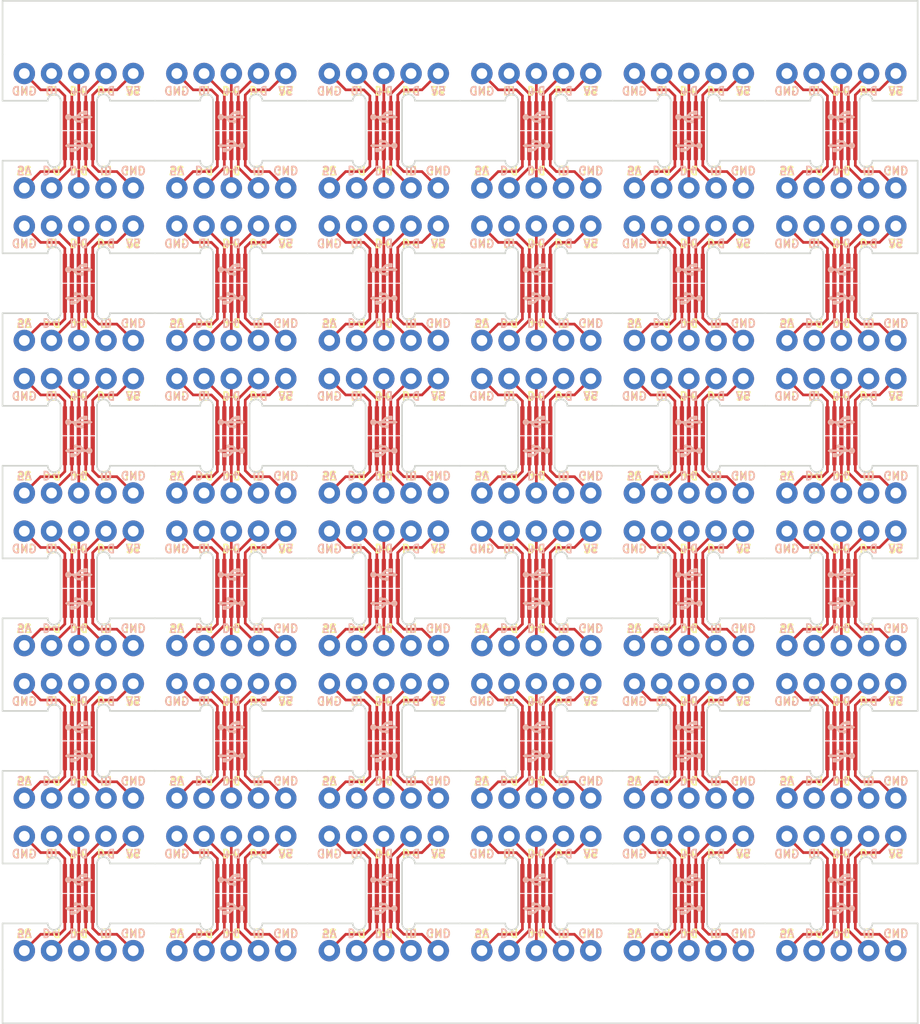
<source format=kicad_pcb>
(kicad_pcb (version 20171130) (host pcbnew "(5.1.2)-1")
  (layers (0 F.Cu signal) (31 B.Cu signal) (34 B.Paste user) (35 F.Paste user) (36 B.SilkS user) (37 F.SilkS user) (38 B.Mask user) (39 F.Mask user) (44 Edge.Cuts user))
  (net 0 "")
  (net 1 GNDREF)
  (net 2 /VBUS)
  (net 3 /D+)
  (net 4 /D-)
  (net 5 "Net-(J2-Pad4)")
  (module microusb_plug_goof:usb (layer B.Cu) (at 172.72 172.72)
    (fp_text reference G*** hide)
    (fp_text value LOGO hide)
  )
  (module microusb_plug_goof:usb (layer B.Cu) (at 158.496 172.72)
    (fp_text reference G*** hide)
    (fp_text value LOGO hide)
  )
  (module microusb_plug_goof:usb (layer B.Cu) (at 144.272 172.72)
    (fp_text reference G*** hide)
    (fp_text value LOGO hide)
  )
  (module microusb_plug_goof:usb (layer B.Cu) (at 130.048 172.72)
    (fp_text reference G*** hide)
    (fp_text value LOGO hide)
  )
  (module microusb_plug_goof:usb (layer B.Cu) (at 115.824 172.72)
    (fp_text reference G*** hide)
    (fp_text value LOGO hide)
  )
  (module microusb_plug_goof:usb (layer B.Cu) (at 101.6 172.72)
    (fp_text reference G*** hide)
    (fp_text value LOGO hide)
  )
  (module microusb_plug_goof:usb (layer B.Cu) (at 172.72 158.496)
    (fp_text reference G*** hide)
    (fp_text value LOGO hide)
  )
  (module microusb_plug_goof:usb (layer B.Cu) (at 158.496 158.496)
    (fp_text reference G*** hide)
    (fp_text value LOGO hide)
  )
  (module microusb_plug_goof:usb (layer B.Cu) (at 144.272 158.496)
    (fp_text reference G*** hide)
    (fp_text value LOGO hide)
  )
  (module microusb_plug_goof:usb (layer B.Cu) (at 130.048 158.496)
    (fp_text reference G*** hide)
    (fp_text value LOGO hide)
  )
  (module microusb_plug_goof:usb (layer B.Cu) (at 115.824 158.496)
    (fp_text reference G*** hide)
    (fp_text value LOGO hide)
  )
  (module microusb_plug_goof:usb (layer B.Cu) (at 101.6 158.496)
    (fp_text reference G*** hide)
    (fp_text value LOGO hide)
  )
  (module microusb_plug_goof:usb (layer B.Cu) (at 172.72 144.272)
    (fp_text reference G*** hide)
    (fp_text value LOGO hide)
  )
  (module microusb_plug_goof:usb (layer B.Cu) (at 158.496 144.272)
    (fp_text reference G*** hide)
    (fp_text value LOGO hide)
  )
  (module microusb_plug_goof:usb (layer B.Cu) (at 144.272 144.272)
    (fp_text reference G*** hide)
    (fp_text value LOGO hide)
  )
  (module microusb_plug_goof:usb (layer B.Cu) (at 130.048 144.272)
    (fp_text reference G*** hide)
    (fp_text value LOGO hide)
  )
  (module microusb_plug_goof:usb (layer B.Cu) (at 115.824 144.272)
    (fp_text reference G*** hide)
    (fp_text value LOGO hide)
  )
  (module microusb_plug_goof:usb (layer B.Cu) (at 101.6 144.272)
    (fp_text reference G*** hide)
    (fp_text value LOGO hide)
  )
  (module microusb_plug_goof:usb (layer B.Cu) (at 172.72 130.048)
    (fp_text reference G*** hide)
    (fp_text value LOGO hide)
  )
  (module microusb_plug_goof:usb (layer B.Cu) (at 158.496 130.048)
    (fp_text reference G*** hide)
    (fp_text value LOGO hide)
  )
  (module microusb_plug_goof:usb (layer B.Cu) (at 144.272 130.048)
    (fp_text reference G*** hide)
    (fp_text value LOGO hide)
  )
  (module microusb_plug_goof:usb (layer B.Cu) (at 130.048 130.048)
    (fp_text reference G*** hide)
    (fp_text value LOGO hide)
  )
  (module microusb_plug_goof:usb (layer B.Cu) (at 115.824 130.048)
    (fp_text reference G*** hide)
    (fp_text value LOGO hide)
  )
  (module microusb_plug_goof:usb (layer B.Cu) (at 101.6 130.048)
    (fp_text reference G*** hide)
    (fp_text value LOGO hide)
  )
  (module microusb_plug_goof:usb (layer B.Cu) (at 172.72 115.824)
    (fp_text reference G*** hide)
    (fp_text value LOGO hide)
  )
  (module microusb_plug_goof:usb (layer B.Cu) (at 158.496 115.824)
    (fp_text reference G*** hide)
    (fp_text value LOGO hide)
  )
  (module microusb_plug_goof:usb (layer B.Cu) (at 144.272 115.824)
    (fp_text reference G*** hide)
    (fp_text value LOGO hide)
  )
  (module microusb_plug_goof:usb (layer B.Cu) (at 130.048 115.824)
    (fp_text reference G*** hide)
    (fp_text value LOGO hide)
  )
  (module microusb_plug_goof:usb (layer B.Cu) (at 115.824 115.824)
    (fp_text reference G*** hide)
    (fp_text value LOGO hide)
  )
  (module microusb_plug_goof:usb (layer B.Cu) (at 101.6 115.824)
    (fp_text reference G*** hide)
    (fp_text value LOGO hide)
  )
  (module microusb_plug_goof:usb (layer B.Cu) (at 172.72 101.6)
    (fp_text reference G*** hide)
    (fp_text value LOGO hide)
  )
  (module microusb_plug_goof:usb (layer B.Cu) (at 158.496 101.6)
    (fp_text reference G*** hide)
    (fp_text value LOGO hide)
  )
  (module microusb_plug_goof:usb (layer B.Cu) (at 144.272 101.6)
    (fp_text reference G*** hide)
    (fp_text value LOGO hide)
  )
  (module microusb_plug_goof:usb (layer B.Cu) (at 130.048 101.6)
    (fp_text reference G*** hide)
    (fp_text value LOGO hide)
  )
  (module microusb_plug_goof:usb (layer B.Cu) (at 115.824 101.6)
    (fp_text reference G*** hide)
    (fp_text value LOGO hide)
  )
  (module microusb_plug_goof:usb (layer B.Cu) (at 172.72 175.387 180)
    (fp_text reference G*** hide)
    (fp_text value LOGO hide)
  )
  (module microusb_plug_goof:usb (layer B.Cu) (at 158.496 175.387 180)
    (fp_text reference G*** hide)
    (fp_text value LOGO hide)
  )
  (module microusb_plug_goof:usb (layer B.Cu) (at 144.272 175.387 180)
    (fp_text reference G*** hide)
    (fp_text value LOGO hide)
  )
  (module microusb_plug_goof:usb (layer B.Cu) (at 130.048 175.387 180)
    (fp_text reference G*** hide)
    (fp_text value LOGO hide)
  )
  (module microusb_plug_goof:usb (layer B.Cu) (at 115.824 175.387 180)
    (fp_text reference G*** hide)
    (fp_text value LOGO hide)
  )
  (module microusb_plug_goof:usb (layer B.Cu) (at 101.6 175.387 180)
    (fp_text reference G*** hide)
    (fp_text value LOGO hide)
  )
  (module microusb_plug_goof:usb (layer B.Cu) (at 172.72 161.163 180)
    (fp_text reference G*** hide)
    (fp_text value LOGO hide)
  )
  (module microusb_plug_goof:usb (layer B.Cu) (at 158.496 161.163 180)
    (fp_text reference G*** hide)
    (fp_text value LOGO hide)
  )
  (module microusb_plug_goof:usb (layer B.Cu) (at 144.272 161.163 180)
    (fp_text reference G*** hide)
    (fp_text value LOGO hide)
  )
  (module microusb_plug_goof:usb (layer B.Cu) (at 130.048 161.163 180)
    (fp_text reference G*** hide)
    (fp_text value LOGO hide)
  )
  (module microusb_plug_goof:usb (layer B.Cu) (at 115.824 161.163 180)
    (fp_text reference G*** hide)
    (fp_text value LOGO hide)
  )
  (module microusb_plug_goof:usb (layer B.Cu) (at 101.6 161.163 180)
    (fp_text reference G*** hide)
    (fp_text value LOGO hide)
  )
  (module microusb_plug_goof:usb (layer B.Cu) (at 172.72 146.939 180)
    (fp_text reference G*** hide)
    (fp_text value LOGO hide)
  )
  (module microusb_plug_goof:usb (layer B.Cu) (at 158.496 146.939 180)
    (fp_text reference G*** hide)
    (fp_text value LOGO hide)
  )
  (module microusb_plug_goof:usb (layer B.Cu) (at 144.272 146.939 180)
    (fp_text reference G*** hide)
    (fp_text value LOGO hide)
  )
  (module microusb_plug_goof:usb (layer B.Cu) (at 130.048 146.939 180)
    (fp_text reference G*** hide)
    (fp_text value LOGO hide)
  )
  (module microusb_plug_goof:usb (layer B.Cu) (at 115.824 146.939 180)
    (fp_text reference G*** hide)
    (fp_text value LOGO hide)
  )
  (module microusb_plug_goof:usb (layer B.Cu) (at 101.6 146.939 180)
    (fp_text reference G*** hide)
    (fp_text value LOGO hide)
  )
  (module microusb_plug_goof:usb (layer B.Cu) (at 172.72 132.715 180)
    (fp_text reference G*** hide)
    (fp_text value LOGO hide)
  )
  (module microusb_plug_goof:usb (layer B.Cu) (at 158.496 132.715 180)
    (fp_text reference G*** hide)
    (fp_text value LOGO hide)
  )
  (module microusb_plug_goof:usb (layer B.Cu) (at 144.272 132.715 180)
    (fp_text reference G*** hide)
    (fp_text value LOGO hide)
  )
  (module microusb_plug_goof:usb (layer B.Cu) (at 130.048 132.715 180)
    (fp_text reference G*** hide)
    (fp_text value LOGO hide)
  )
  (module microusb_plug_goof:usb (layer B.Cu) (at 115.824 132.715 180)
    (fp_text reference G*** hide)
    (fp_text value LOGO hide)
  )
  (module microusb_plug_goof:usb (layer B.Cu) (at 101.6 132.715 180)
    (fp_text reference G*** hide)
    (fp_text value LOGO hide)
  )
  (module microusb_plug_goof:usb (layer B.Cu) (at 172.72 118.491 180)
    (fp_text reference G*** hide)
    (fp_text value LOGO hide)
  )
  (module microusb_plug_goof:usb (layer B.Cu) (at 158.496 118.491 180)
    (fp_text reference G*** hide)
    (fp_text value LOGO hide)
  )
  (module microusb_plug_goof:usb (layer B.Cu) (at 144.272 118.491 180)
    (fp_text reference G*** hide)
    (fp_text value LOGO hide)
  )
  (module microusb_plug_goof:usb (layer B.Cu) (at 130.048 118.491 180)
    (fp_text reference G*** hide)
    (fp_text value LOGO hide)
  )
  (module microusb_plug_goof:usb (layer B.Cu) (at 115.824 118.491 180)
    (fp_text reference G*** hide)
    (fp_text value LOGO hide)
  )
  (module microusb_plug_goof:usb (layer B.Cu) (at 101.6 118.491 180)
    (fp_text reference G*** hide)
    (fp_text value LOGO hide)
  )
  (module microusb_plug_goof:usb (layer B.Cu) (at 172.72 104.267 180)
    (fp_text reference G*** hide)
    (fp_text value LOGO hide)
  )
  (module microusb_plug_goof:usb (layer B.Cu) (at 158.496 104.267 180)
    (fp_text reference G*** hide)
    (fp_text value LOGO hide)
  )
  (module microusb_plug_goof:usb (layer B.Cu) (at 144.272 104.267 180)
    (fp_text reference G*** hide)
    (fp_text value LOGO hide)
  )
  (module microusb_plug_goof:usb (layer B.Cu) (at 130.048 104.267 180)
    (fp_text reference G*** hide)
    (fp_text value LOGO hide)
  )
  (module microusb_plug_goof:usb (layer B.Cu) (at 115.824 104.267 180)
    (fp_text reference G*** hide)
    (fp_text value LOGO hide)
  )
  (module microusb_plug_goof:usb (layer B.Cu) (at 101.6 104.267 180)
    (fp_text reference G*** hide)
    (fp_text value LOGO hide)
  )
  (module microusb_plug_goof:usb (layer B.Cu) (at 101.6 101.6)
    (fp_text reference G*** hide)
    (fp_text value LOGO hide)
  )
  (module Connector_Pin:Pin_D1.0mm_L10.0mm (layer F.Cu) (at 172.72 168.656)
    (fp_text reference REF** hide)
    (fp_text value Pin_D1.0mm_L10.0mm)
    (pad 1 thru_hole circle (at 0 0) (size 2 2) (drill 1) (layers *.Cu *.Mask) (net 3 /D+))
  )
  (module Connector_Pin:Pin_D1.0mm_L10.0mm (layer F.Cu) (at 158.496 168.656)
    (fp_text reference REF** hide)
    (fp_text value Pin_D1.0mm_L10.0mm)
    (pad 1 thru_hole circle (at 0 0) (size 2 2) (drill 1) (layers *.Cu *.Mask) (net 3 /D+))
  )
  (module Connector_Pin:Pin_D1.0mm_L10.0mm (layer F.Cu) (at 144.272 168.656)
    (fp_text reference REF** hide)
    (fp_text value Pin_D1.0mm_L10.0mm)
    (pad 1 thru_hole circle (at 0 0) (size 2 2) (drill 1) (layers *.Cu *.Mask) (net 3 /D+))
  )
  (module Connector_Pin:Pin_D1.0mm_L10.0mm (layer F.Cu) (at 130.048 168.656)
    (fp_text reference REF** hide)
    (fp_text value Pin_D1.0mm_L10.0mm)
    (pad 1 thru_hole circle (at 0 0) (size 2 2) (drill 1) (layers *.Cu *.Mask) (net 3 /D+))
  )
  (module Connector_Pin:Pin_D1.0mm_L10.0mm (layer F.Cu) (at 115.824 168.656)
    (fp_text reference REF** hide)
    (fp_text value Pin_D1.0mm_L10.0mm)
    (pad 1 thru_hole circle (at 0 0) (size 2 2) (drill 1) (layers *.Cu *.Mask) (net 3 /D+))
  )
  (module Connector_Pin:Pin_D1.0mm_L10.0mm (layer F.Cu) (at 101.6 168.656)
    (fp_text reference REF** hide)
    (fp_text value Pin_D1.0mm_L10.0mm)
    (pad 1 thru_hole circle (at 0 0) (size 2 2) (drill 1) (layers *.Cu *.Mask) (net 3 /D+))
  )
  (module Connector_Pin:Pin_D1.0mm_L10.0mm (layer F.Cu) (at 172.72 154.432)
    (fp_text reference REF** hide)
    (fp_text value Pin_D1.0mm_L10.0mm)
    (pad 1 thru_hole circle (at 0 0) (size 2 2) (drill 1) (layers *.Cu *.Mask) (net 3 /D+))
  )
  (module Connector_Pin:Pin_D1.0mm_L10.0mm (layer F.Cu) (at 158.496 154.432)
    (fp_text reference REF** hide)
    (fp_text value Pin_D1.0mm_L10.0mm)
    (pad 1 thru_hole circle (at 0 0) (size 2 2) (drill 1) (layers *.Cu *.Mask) (net 3 /D+))
  )
  (module Connector_Pin:Pin_D1.0mm_L10.0mm (layer F.Cu) (at 144.272 154.432)
    (fp_text reference REF** hide)
    (fp_text value Pin_D1.0mm_L10.0mm)
    (pad 1 thru_hole circle (at 0 0) (size 2 2) (drill 1) (layers *.Cu *.Mask) (net 3 /D+))
  )
  (module Connector_Pin:Pin_D1.0mm_L10.0mm (layer F.Cu) (at 130.048 154.432)
    (fp_text reference REF** hide)
    (fp_text value Pin_D1.0mm_L10.0mm)
    (pad 1 thru_hole circle (at 0 0) (size 2 2) (drill 1) (layers *.Cu *.Mask) (net 3 /D+))
  )
  (module Connector_Pin:Pin_D1.0mm_L10.0mm (layer F.Cu) (at 115.824 154.432)
    (fp_text reference REF** hide)
    (fp_text value Pin_D1.0mm_L10.0mm)
    (pad 1 thru_hole circle (at 0 0) (size 2 2) (drill 1) (layers *.Cu *.Mask) (net 3 /D+))
  )
  (module Connector_Pin:Pin_D1.0mm_L10.0mm (layer F.Cu) (at 101.6 154.432)
    (fp_text reference REF** hide)
    (fp_text value Pin_D1.0mm_L10.0mm)
    (pad 1 thru_hole circle (at 0 0) (size 2 2) (drill 1) (layers *.Cu *.Mask) (net 3 /D+))
  )
  (module Connector_Pin:Pin_D1.0mm_L10.0mm (layer F.Cu) (at 172.72 140.208)
    (fp_text reference REF** hide)
    (fp_text value Pin_D1.0mm_L10.0mm)
    (pad 1 thru_hole circle (at 0 0) (size 2 2) (drill 1) (layers *.Cu *.Mask) (net 3 /D+))
  )
  (module Connector_Pin:Pin_D1.0mm_L10.0mm (layer F.Cu) (at 158.496 140.208)
    (fp_text reference REF** hide)
    (fp_text value Pin_D1.0mm_L10.0mm)
    (pad 1 thru_hole circle (at 0 0) (size 2 2) (drill 1) (layers *.Cu *.Mask) (net 3 /D+))
  )
  (module Connector_Pin:Pin_D1.0mm_L10.0mm (layer F.Cu) (at 144.272 140.208)
    (fp_text reference REF** hide)
    (fp_text value Pin_D1.0mm_L10.0mm)
    (pad 1 thru_hole circle (at 0 0) (size 2 2) (drill 1) (layers *.Cu *.Mask) (net 3 /D+))
  )
  (module Connector_Pin:Pin_D1.0mm_L10.0mm (layer F.Cu) (at 130.048 140.208)
    (fp_text reference REF** hide)
    (fp_text value Pin_D1.0mm_L10.0mm)
    (pad 1 thru_hole circle (at 0 0) (size 2 2) (drill 1) (layers *.Cu *.Mask) (net 3 /D+))
  )
  (module Connector_Pin:Pin_D1.0mm_L10.0mm (layer F.Cu) (at 115.824 140.208)
    (fp_text reference REF** hide)
    (fp_text value Pin_D1.0mm_L10.0mm)
    (pad 1 thru_hole circle (at 0 0) (size 2 2) (drill 1) (layers *.Cu *.Mask) (net 3 /D+))
  )
  (module Connector_Pin:Pin_D1.0mm_L10.0mm (layer F.Cu) (at 101.6 140.208)
    (fp_text reference REF** hide)
    (fp_text value Pin_D1.0mm_L10.0mm)
    (pad 1 thru_hole circle (at 0 0) (size 2 2) (drill 1) (layers *.Cu *.Mask) (net 3 /D+))
  )
  (module Connector_Pin:Pin_D1.0mm_L10.0mm (layer F.Cu) (at 172.72 125.984)
    (fp_text reference REF** hide)
    (fp_text value Pin_D1.0mm_L10.0mm)
    (pad 1 thru_hole circle (at 0 0) (size 2 2) (drill 1) (layers *.Cu *.Mask) (net 3 /D+))
  )
  (module Connector_Pin:Pin_D1.0mm_L10.0mm (layer F.Cu) (at 158.496 125.984)
    (fp_text reference REF** hide)
    (fp_text value Pin_D1.0mm_L10.0mm)
    (pad 1 thru_hole circle (at 0 0) (size 2 2) (drill 1) (layers *.Cu *.Mask) (net 3 /D+))
  )
  (module Connector_Pin:Pin_D1.0mm_L10.0mm (layer F.Cu) (at 144.272 125.984)
    (fp_text reference REF** hide)
    (fp_text value Pin_D1.0mm_L10.0mm)
    (pad 1 thru_hole circle (at 0 0) (size 2 2) (drill 1) (layers *.Cu *.Mask) (net 3 /D+))
  )
  (module Connector_Pin:Pin_D1.0mm_L10.0mm (layer F.Cu) (at 130.048 125.984)
    (fp_text reference REF** hide)
    (fp_text value Pin_D1.0mm_L10.0mm)
    (pad 1 thru_hole circle (at 0 0) (size 2 2) (drill 1) (layers *.Cu *.Mask) (net 3 /D+))
  )
  (module Connector_Pin:Pin_D1.0mm_L10.0mm (layer F.Cu) (at 115.824 125.984)
    (fp_text reference REF** hide)
    (fp_text value Pin_D1.0mm_L10.0mm)
    (pad 1 thru_hole circle (at 0 0) (size 2 2) (drill 1) (layers *.Cu *.Mask) (net 3 /D+))
  )
  (module Connector_Pin:Pin_D1.0mm_L10.0mm (layer F.Cu) (at 101.6 125.984)
    (fp_text reference REF** hide)
    (fp_text value Pin_D1.0mm_L10.0mm)
    (pad 1 thru_hole circle (at 0 0) (size 2 2) (drill 1) (layers *.Cu *.Mask) (net 3 /D+))
  )
  (module Connector_Pin:Pin_D1.0mm_L10.0mm (layer F.Cu) (at 172.72 111.76)
    (fp_text reference REF** hide)
    (fp_text value Pin_D1.0mm_L10.0mm)
    (pad 1 thru_hole circle (at 0 0) (size 2 2) (drill 1) (layers *.Cu *.Mask) (net 3 /D+))
  )
  (module Connector_Pin:Pin_D1.0mm_L10.0mm (layer F.Cu) (at 158.496 111.76)
    (fp_text reference REF** hide)
    (fp_text value Pin_D1.0mm_L10.0mm)
    (pad 1 thru_hole circle (at 0 0) (size 2 2) (drill 1) (layers *.Cu *.Mask) (net 3 /D+))
  )
  (module Connector_Pin:Pin_D1.0mm_L10.0mm (layer F.Cu) (at 144.272 111.76)
    (fp_text reference REF** hide)
    (fp_text value Pin_D1.0mm_L10.0mm)
    (pad 1 thru_hole circle (at 0 0) (size 2 2) (drill 1) (layers *.Cu *.Mask) (net 3 /D+))
  )
  (module Connector_Pin:Pin_D1.0mm_L10.0mm (layer F.Cu) (at 130.048 111.76)
    (fp_text reference REF** hide)
    (fp_text value Pin_D1.0mm_L10.0mm)
    (pad 1 thru_hole circle (at 0 0) (size 2 2) (drill 1) (layers *.Cu *.Mask) (net 3 /D+))
  )
  (module Connector_Pin:Pin_D1.0mm_L10.0mm (layer F.Cu) (at 115.824 111.76)
    (fp_text reference REF** hide)
    (fp_text value Pin_D1.0mm_L10.0mm)
    (pad 1 thru_hole circle (at 0 0) (size 2 2) (drill 1) (layers *.Cu *.Mask) (net 3 /D+))
  )
  (module Connector_Pin:Pin_D1.0mm_L10.0mm (layer F.Cu) (at 101.6 111.76)
    (fp_text reference REF** hide)
    (fp_text value Pin_D1.0mm_L10.0mm)
    (pad 1 thru_hole circle (at 0 0) (size 2 2) (drill 1) (layers *.Cu *.Mask) (net 3 /D+))
  )
  (module Connector_Pin:Pin_D1.0mm_L10.0mm (layer F.Cu) (at 172.72 97.536)
    (fp_text reference REF** hide)
    (fp_text value Pin_D1.0mm_L10.0mm)
    (pad 1 thru_hole circle (at 0 0) (size 2 2) (drill 1) (layers *.Cu *.Mask) (net 3 /D+))
  )
  (module Connector_Pin:Pin_D1.0mm_L10.0mm (layer F.Cu) (at 158.496 97.536)
    (fp_text reference REF** hide)
    (fp_text value Pin_D1.0mm_L10.0mm)
    (pad 1 thru_hole circle (at 0 0) (size 2 2) (drill 1) (layers *.Cu *.Mask) (net 3 /D+))
  )
  (module Connector_Pin:Pin_D1.0mm_L10.0mm (layer F.Cu) (at 144.272 97.536)
    (fp_text reference REF** hide)
    (fp_text value Pin_D1.0mm_L10.0mm)
    (pad 1 thru_hole circle (at 0 0) (size 2 2) (drill 1) (layers *.Cu *.Mask) (net 3 /D+))
  )
  (module Connector_Pin:Pin_D1.0mm_L10.0mm (layer F.Cu) (at 130.048 97.536)
    (fp_text reference REF** hide)
    (fp_text value Pin_D1.0mm_L10.0mm)
    (pad 1 thru_hole circle (at 0 0) (size 2 2) (drill 1) (layers *.Cu *.Mask) (net 3 /D+))
  )
  (module Connector_Pin:Pin_D1.0mm_L10.0mm (layer F.Cu) (at 115.824 97.536)
    (fp_text reference REF** hide)
    (fp_text value Pin_D1.0mm_L10.0mm)
    (pad 1 thru_hole circle (at 0 0) (size 2 2) (drill 1) (layers *.Cu *.Mask) (net 3 /D+))
  )
  (module Connector_Pin:Pin_D1.0mm_L10.0mm (layer F.Cu) (at 167.64 179.324 180)
    (fp_text reference REF** hide)
    (fp_text value Pin_D1.0mm_L10.0mm)
    (pad 1 thru_hole circle (at 0 0 180) (size 2 2) (drill 1) (layers *.Cu *.Mask) (net 2 /VBUS))
  )
  (module Connector_Pin:Pin_D1.0mm_L10.0mm (layer F.Cu) (at 153.416 179.324 180)
    (fp_text reference REF** hide)
    (fp_text value Pin_D1.0mm_L10.0mm)
    (pad 1 thru_hole circle (at 0 0 180) (size 2 2) (drill 1) (layers *.Cu *.Mask) (net 2 /VBUS))
  )
  (module Connector_Pin:Pin_D1.0mm_L10.0mm (layer F.Cu) (at 139.192 179.324 180)
    (fp_text reference REF** hide)
    (fp_text value Pin_D1.0mm_L10.0mm)
    (pad 1 thru_hole circle (at 0 0 180) (size 2 2) (drill 1) (layers *.Cu *.Mask) (net 2 /VBUS))
  )
  (module Connector_Pin:Pin_D1.0mm_L10.0mm (layer F.Cu) (at 124.968 179.324 180)
    (fp_text reference REF** hide)
    (fp_text value Pin_D1.0mm_L10.0mm)
    (pad 1 thru_hole circle (at 0 0 180) (size 2 2) (drill 1) (layers *.Cu *.Mask) (net 2 /VBUS))
  )
  (module Connector_Pin:Pin_D1.0mm_L10.0mm (layer F.Cu) (at 110.744 179.324 180)
    (fp_text reference REF** hide)
    (fp_text value Pin_D1.0mm_L10.0mm)
    (pad 1 thru_hole circle (at 0 0 180) (size 2 2) (drill 1) (layers *.Cu *.Mask) (net 2 /VBUS))
  )
  (module Connector_Pin:Pin_D1.0mm_L10.0mm (layer F.Cu) (at 96.52 179.324 180)
    (fp_text reference REF** hide)
    (fp_text value Pin_D1.0mm_L10.0mm)
    (pad 1 thru_hole circle (at 0 0 180) (size 2 2) (drill 1) (layers *.Cu *.Mask) (net 2 /VBUS))
  )
  (module Connector_Pin:Pin_D1.0mm_L10.0mm (layer F.Cu) (at 167.64 165.1 180)
    (fp_text reference REF** hide)
    (fp_text value Pin_D1.0mm_L10.0mm)
    (pad 1 thru_hole circle (at 0 0 180) (size 2 2) (drill 1) (layers *.Cu *.Mask) (net 2 /VBUS))
  )
  (module Connector_Pin:Pin_D1.0mm_L10.0mm (layer F.Cu) (at 153.416 165.1 180)
    (fp_text reference REF** hide)
    (fp_text value Pin_D1.0mm_L10.0mm)
    (pad 1 thru_hole circle (at 0 0 180) (size 2 2) (drill 1) (layers *.Cu *.Mask) (net 2 /VBUS))
  )
  (module Connector_Pin:Pin_D1.0mm_L10.0mm (layer F.Cu) (at 139.192 165.1 180)
    (fp_text reference REF** hide)
    (fp_text value Pin_D1.0mm_L10.0mm)
    (pad 1 thru_hole circle (at 0 0 180) (size 2 2) (drill 1) (layers *.Cu *.Mask) (net 2 /VBUS))
  )
  (module Connector_Pin:Pin_D1.0mm_L10.0mm (layer F.Cu) (at 124.968 165.1 180)
    (fp_text reference REF** hide)
    (fp_text value Pin_D1.0mm_L10.0mm)
    (pad 1 thru_hole circle (at 0 0 180) (size 2 2) (drill 1) (layers *.Cu *.Mask) (net 2 /VBUS))
  )
  (module Connector_Pin:Pin_D1.0mm_L10.0mm (layer F.Cu) (at 110.744 165.1 180)
    (fp_text reference REF** hide)
    (fp_text value Pin_D1.0mm_L10.0mm)
    (pad 1 thru_hole circle (at 0 0 180) (size 2 2) (drill 1) (layers *.Cu *.Mask) (net 2 /VBUS))
  )
  (module Connector_Pin:Pin_D1.0mm_L10.0mm (layer F.Cu) (at 96.52 165.1 180)
    (fp_text reference REF** hide)
    (fp_text value Pin_D1.0mm_L10.0mm)
    (pad 1 thru_hole circle (at 0 0 180) (size 2 2) (drill 1) (layers *.Cu *.Mask) (net 2 /VBUS))
  )
  (module Connector_Pin:Pin_D1.0mm_L10.0mm (layer F.Cu) (at 167.64 150.876 180)
    (fp_text reference REF** hide)
    (fp_text value Pin_D1.0mm_L10.0mm)
    (pad 1 thru_hole circle (at 0 0 180) (size 2 2) (drill 1) (layers *.Cu *.Mask) (net 2 /VBUS))
  )
  (module Connector_Pin:Pin_D1.0mm_L10.0mm (layer F.Cu) (at 153.416 150.876 180)
    (fp_text reference REF** hide)
    (fp_text value Pin_D1.0mm_L10.0mm)
    (pad 1 thru_hole circle (at 0 0 180) (size 2 2) (drill 1) (layers *.Cu *.Mask) (net 2 /VBUS))
  )
  (module Connector_Pin:Pin_D1.0mm_L10.0mm (layer F.Cu) (at 139.192 150.876 180)
    (fp_text reference REF** hide)
    (fp_text value Pin_D1.0mm_L10.0mm)
    (pad 1 thru_hole circle (at 0 0 180) (size 2 2) (drill 1) (layers *.Cu *.Mask) (net 2 /VBUS))
  )
  (module Connector_Pin:Pin_D1.0mm_L10.0mm (layer F.Cu) (at 124.968 150.876 180)
    (fp_text reference REF** hide)
    (fp_text value Pin_D1.0mm_L10.0mm)
    (pad 1 thru_hole circle (at 0 0 180) (size 2 2) (drill 1) (layers *.Cu *.Mask) (net 2 /VBUS))
  )
  (module Connector_Pin:Pin_D1.0mm_L10.0mm (layer F.Cu) (at 110.744 150.876 180)
    (fp_text reference REF** hide)
    (fp_text value Pin_D1.0mm_L10.0mm)
    (pad 1 thru_hole circle (at 0 0 180) (size 2 2) (drill 1) (layers *.Cu *.Mask) (net 2 /VBUS))
  )
  (module Connector_Pin:Pin_D1.0mm_L10.0mm (layer F.Cu) (at 96.52 150.876 180)
    (fp_text reference REF** hide)
    (fp_text value Pin_D1.0mm_L10.0mm)
    (pad 1 thru_hole circle (at 0 0 180) (size 2 2) (drill 1) (layers *.Cu *.Mask) (net 2 /VBUS))
  )
  (module Connector_Pin:Pin_D1.0mm_L10.0mm (layer F.Cu) (at 167.64 136.652 180)
    (fp_text reference REF** hide)
    (fp_text value Pin_D1.0mm_L10.0mm)
    (pad 1 thru_hole circle (at 0 0 180) (size 2 2) (drill 1) (layers *.Cu *.Mask) (net 2 /VBUS))
  )
  (module Connector_Pin:Pin_D1.0mm_L10.0mm (layer F.Cu) (at 153.416 136.652 180)
    (fp_text reference REF** hide)
    (fp_text value Pin_D1.0mm_L10.0mm)
    (pad 1 thru_hole circle (at 0 0 180) (size 2 2) (drill 1) (layers *.Cu *.Mask) (net 2 /VBUS))
  )
  (module Connector_Pin:Pin_D1.0mm_L10.0mm (layer F.Cu) (at 139.192 136.652 180)
    (fp_text reference REF** hide)
    (fp_text value Pin_D1.0mm_L10.0mm)
    (pad 1 thru_hole circle (at 0 0 180) (size 2 2) (drill 1) (layers *.Cu *.Mask) (net 2 /VBUS))
  )
  (module Connector_Pin:Pin_D1.0mm_L10.0mm (layer F.Cu) (at 124.968 136.652 180)
    (fp_text reference REF** hide)
    (fp_text value Pin_D1.0mm_L10.0mm)
    (pad 1 thru_hole circle (at 0 0 180) (size 2 2) (drill 1) (layers *.Cu *.Mask) (net 2 /VBUS))
  )
  (module Connector_Pin:Pin_D1.0mm_L10.0mm (layer F.Cu) (at 110.744 136.652 180)
    (fp_text reference REF** hide)
    (fp_text value Pin_D1.0mm_L10.0mm)
    (pad 1 thru_hole circle (at 0 0 180) (size 2 2) (drill 1) (layers *.Cu *.Mask) (net 2 /VBUS))
  )
  (module Connector_Pin:Pin_D1.0mm_L10.0mm (layer F.Cu) (at 96.52 136.652 180)
    (fp_text reference REF** hide)
    (fp_text value Pin_D1.0mm_L10.0mm)
    (pad 1 thru_hole circle (at 0 0 180) (size 2 2) (drill 1) (layers *.Cu *.Mask) (net 2 /VBUS))
  )
  (module Connector_Pin:Pin_D1.0mm_L10.0mm (layer F.Cu) (at 167.64 122.428 180)
    (fp_text reference REF** hide)
    (fp_text value Pin_D1.0mm_L10.0mm)
    (pad 1 thru_hole circle (at 0 0 180) (size 2 2) (drill 1) (layers *.Cu *.Mask) (net 2 /VBUS))
  )
  (module Connector_Pin:Pin_D1.0mm_L10.0mm (layer F.Cu) (at 153.416 122.428 180)
    (fp_text reference REF** hide)
    (fp_text value Pin_D1.0mm_L10.0mm)
    (pad 1 thru_hole circle (at 0 0 180) (size 2 2) (drill 1) (layers *.Cu *.Mask) (net 2 /VBUS))
  )
  (module Connector_Pin:Pin_D1.0mm_L10.0mm (layer F.Cu) (at 139.192 122.428 180)
    (fp_text reference REF** hide)
    (fp_text value Pin_D1.0mm_L10.0mm)
    (pad 1 thru_hole circle (at 0 0 180) (size 2 2) (drill 1) (layers *.Cu *.Mask) (net 2 /VBUS))
  )
  (module Connector_Pin:Pin_D1.0mm_L10.0mm (layer F.Cu) (at 124.968 122.428 180)
    (fp_text reference REF** hide)
    (fp_text value Pin_D1.0mm_L10.0mm)
    (pad 1 thru_hole circle (at 0 0 180) (size 2 2) (drill 1) (layers *.Cu *.Mask) (net 2 /VBUS))
  )
  (module Connector_Pin:Pin_D1.0mm_L10.0mm (layer F.Cu) (at 110.744 122.428 180)
    (fp_text reference REF** hide)
    (fp_text value Pin_D1.0mm_L10.0mm)
    (pad 1 thru_hole circle (at 0 0 180) (size 2 2) (drill 1) (layers *.Cu *.Mask) (net 2 /VBUS))
  )
  (module Connector_Pin:Pin_D1.0mm_L10.0mm (layer F.Cu) (at 96.52 122.428 180)
    (fp_text reference REF** hide)
    (fp_text value Pin_D1.0mm_L10.0mm)
    (pad 1 thru_hole circle (at 0 0 180) (size 2 2) (drill 1) (layers *.Cu *.Mask) (net 2 /VBUS))
  )
  (module Connector_Pin:Pin_D1.0mm_L10.0mm (layer F.Cu) (at 167.64 108.204 180)
    (fp_text reference REF** hide)
    (fp_text value Pin_D1.0mm_L10.0mm)
    (pad 1 thru_hole circle (at 0 0 180) (size 2 2) (drill 1) (layers *.Cu *.Mask) (net 2 /VBUS))
  )
  (module Connector_Pin:Pin_D1.0mm_L10.0mm (layer F.Cu) (at 153.416 108.204 180)
    (fp_text reference REF** hide)
    (fp_text value Pin_D1.0mm_L10.0mm)
    (pad 1 thru_hole circle (at 0 0 180) (size 2 2) (drill 1) (layers *.Cu *.Mask) (net 2 /VBUS))
  )
  (module Connector_Pin:Pin_D1.0mm_L10.0mm (layer F.Cu) (at 139.192 108.204 180)
    (fp_text reference REF** hide)
    (fp_text value Pin_D1.0mm_L10.0mm)
    (pad 1 thru_hole circle (at 0 0 180) (size 2 2) (drill 1) (layers *.Cu *.Mask) (net 2 /VBUS))
  )
  (module Connector_Pin:Pin_D1.0mm_L10.0mm (layer F.Cu) (at 124.968 108.204 180)
    (fp_text reference REF** hide)
    (fp_text value Pin_D1.0mm_L10.0mm)
    (pad 1 thru_hole circle (at 0 0 180) (size 2 2) (drill 1) (layers *.Cu *.Mask) (net 2 /VBUS))
  )
  (module Connector_Pin:Pin_D1.0mm_L10.0mm (layer F.Cu) (at 110.744 108.204 180)
    (fp_text reference REF** hide)
    (fp_text value Pin_D1.0mm_L10.0mm)
    (pad 1 thru_hole circle (at 0 0 180) (size 2 2) (drill 1) (layers *.Cu *.Mask) (net 2 /VBUS))
  )
  (module microusb_plug_goof:microusb_PCB_socket (layer F.Cu) (at 172.72 172.596 180)
    (fp_text reference J1 hide)
    (fp_text value microusb_pcb_socket)
    (pad 5 smd rect (at 1.3 0 180) (size 0.4 2.7) (layers F.Cu F.Paste F.Mask) (net 1 GNDREF))
    (pad 4 smd rect (at 0.65 0 180) (size 0.4 2.7) (layers F.Cu F.Paste F.Mask) (net 5 "Net-(J2-Pad4)"))
    (pad 1 smd rect (at -1.3 0 180) (size 0.4 2.7) (layers F.Cu F.Paste F.Mask) (net 2 /VBUS))
    (pad 2 smd rect (at -0.65 0 180) (size 0.4 2.7) (layers F.Cu F.Paste F.Mask) (net 4 /D-))
    (pad 3 smd rect (at 0 0 180) (size 0.4 2.7) (layers F.Cu F.Paste F.Mask) (net 3 /D+))
  )
  (module microusb_plug_goof:microusb_PCB_socket (layer F.Cu) (at 158.496 172.596 180)
    (fp_text reference J1 hide)
    (fp_text value microusb_pcb_socket)
    (pad 5 smd rect (at 1.3 0 180) (size 0.4 2.7) (layers F.Cu F.Paste F.Mask) (net 1 GNDREF))
    (pad 4 smd rect (at 0.65 0 180) (size 0.4 2.7) (layers F.Cu F.Paste F.Mask) (net 5 "Net-(J2-Pad4)"))
    (pad 1 smd rect (at -1.3 0 180) (size 0.4 2.7) (layers F.Cu F.Paste F.Mask) (net 2 /VBUS))
    (pad 2 smd rect (at -0.65 0 180) (size 0.4 2.7) (layers F.Cu F.Paste F.Mask) (net 4 /D-))
    (pad 3 smd rect (at 0 0 180) (size 0.4 2.7) (layers F.Cu F.Paste F.Mask) (net 3 /D+))
  )
  (module microusb_plug_goof:microusb_PCB_socket (layer F.Cu) (at 144.272 172.596 180)
    (fp_text reference J1 hide)
    (fp_text value microusb_pcb_socket)
    (pad 5 smd rect (at 1.3 0 180) (size 0.4 2.7) (layers F.Cu F.Paste F.Mask) (net 1 GNDREF))
    (pad 4 smd rect (at 0.65 0 180) (size 0.4 2.7) (layers F.Cu F.Paste F.Mask) (net 5 "Net-(J2-Pad4)"))
    (pad 1 smd rect (at -1.3 0 180) (size 0.4 2.7) (layers F.Cu F.Paste F.Mask) (net 2 /VBUS))
    (pad 2 smd rect (at -0.65 0 180) (size 0.4 2.7) (layers F.Cu F.Paste F.Mask) (net 4 /D-))
    (pad 3 smd rect (at 0 0 180) (size 0.4 2.7) (layers F.Cu F.Paste F.Mask) (net 3 /D+))
  )
  (module microusb_plug_goof:microusb_PCB_socket (layer F.Cu) (at 130.048 172.596 180)
    (fp_text reference J1 hide)
    (fp_text value microusb_pcb_socket)
    (pad 5 smd rect (at 1.3 0 180) (size 0.4 2.7) (layers F.Cu F.Paste F.Mask) (net 1 GNDREF))
    (pad 4 smd rect (at 0.65 0 180) (size 0.4 2.7) (layers F.Cu F.Paste F.Mask) (net 5 "Net-(J2-Pad4)"))
    (pad 1 smd rect (at -1.3 0 180) (size 0.4 2.7) (layers F.Cu F.Paste F.Mask) (net 2 /VBUS))
    (pad 2 smd rect (at -0.65 0 180) (size 0.4 2.7) (layers F.Cu F.Paste F.Mask) (net 4 /D-))
    (pad 3 smd rect (at 0 0 180) (size 0.4 2.7) (layers F.Cu F.Paste F.Mask) (net 3 /D+))
  )
  (module microusb_plug_goof:microusb_PCB_socket (layer F.Cu) (at 115.824 172.596 180)
    (fp_text reference J1 hide)
    (fp_text value microusb_pcb_socket)
    (pad 5 smd rect (at 1.3 0 180) (size 0.4 2.7) (layers F.Cu F.Paste F.Mask) (net 1 GNDREF))
    (pad 4 smd rect (at 0.65 0 180) (size 0.4 2.7) (layers F.Cu F.Paste F.Mask) (net 5 "Net-(J2-Pad4)"))
    (pad 1 smd rect (at -1.3 0 180) (size 0.4 2.7) (layers F.Cu F.Paste F.Mask) (net 2 /VBUS))
    (pad 2 smd rect (at -0.65 0 180) (size 0.4 2.7) (layers F.Cu F.Paste F.Mask) (net 4 /D-))
    (pad 3 smd rect (at 0 0 180) (size 0.4 2.7) (layers F.Cu F.Paste F.Mask) (net 3 /D+))
  )
  (module microusb_plug_goof:microusb_PCB_socket (layer F.Cu) (at 101.6 172.596 180)
    (fp_text reference J1 hide)
    (fp_text value microusb_pcb_socket)
    (pad 5 smd rect (at 1.3 0 180) (size 0.4 2.7) (layers F.Cu F.Paste F.Mask) (net 1 GNDREF))
    (pad 4 smd rect (at 0.65 0 180) (size 0.4 2.7) (layers F.Cu F.Paste F.Mask) (net 5 "Net-(J2-Pad4)"))
    (pad 1 smd rect (at -1.3 0 180) (size 0.4 2.7) (layers F.Cu F.Paste F.Mask) (net 2 /VBUS))
    (pad 2 smd rect (at -0.65 0 180) (size 0.4 2.7) (layers F.Cu F.Paste F.Mask) (net 4 /D-))
    (pad 3 smd rect (at 0 0 180) (size 0.4 2.7) (layers F.Cu F.Paste F.Mask) (net 3 /D+))
  )
  (module microusb_plug_goof:microusb_PCB_socket (layer F.Cu) (at 172.72 158.372 180)
    (fp_text reference J1 hide)
    (fp_text value microusb_pcb_socket)
    (pad 5 smd rect (at 1.3 0 180) (size 0.4 2.7) (layers F.Cu F.Paste F.Mask) (net 1 GNDREF))
    (pad 4 smd rect (at 0.65 0 180) (size 0.4 2.7) (layers F.Cu F.Paste F.Mask) (net 5 "Net-(J2-Pad4)"))
    (pad 1 smd rect (at -1.3 0 180) (size 0.4 2.7) (layers F.Cu F.Paste F.Mask) (net 2 /VBUS))
    (pad 2 smd rect (at -0.65 0 180) (size 0.4 2.7) (layers F.Cu F.Paste F.Mask) (net 4 /D-))
    (pad 3 smd rect (at 0 0 180) (size 0.4 2.7) (layers F.Cu F.Paste F.Mask) (net 3 /D+))
  )
  (module microusb_plug_goof:microusb_PCB_socket (layer F.Cu) (at 158.496 158.372 180)
    (fp_text reference J1 hide)
    (fp_text value microusb_pcb_socket)
    (pad 5 smd rect (at 1.3 0 180) (size 0.4 2.7) (layers F.Cu F.Paste F.Mask) (net 1 GNDREF))
    (pad 4 smd rect (at 0.65 0 180) (size 0.4 2.7) (layers F.Cu F.Paste F.Mask) (net 5 "Net-(J2-Pad4)"))
    (pad 1 smd rect (at -1.3 0 180) (size 0.4 2.7) (layers F.Cu F.Paste F.Mask) (net 2 /VBUS))
    (pad 2 smd rect (at -0.65 0 180) (size 0.4 2.7) (layers F.Cu F.Paste F.Mask) (net 4 /D-))
    (pad 3 smd rect (at 0 0 180) (size 0.4 2.7) (layers F.Cu F.Paste F.Mask) (net 3 /D+))
  )
  (module microusb_plug_goof:microusb_PCB_socket (layer F.Cu) (at 144.272 158.372 180)
    (fp_text reference J1 hide)
    (fp_text value microusb_pcb_socket)
    (pad 5 smd rect (at 1.3 0 180) (size 0.4 2.7) (layers F.Cu F.Paste F.Mask) (net 1 GNDREF))
    (pad 4 smd rect (at 0.65 0 180) (size 0.4 2.7) (layers F.Cu F.Paste F.Mask) (net 5 "Net-(J2-Pad4)"))
    (pad 1 smd rect (at -1.3 0 180) (size 0.4 2.7) (layers F.Cu F.Paste F.Mask) (net 2 /VBUS))
    (pad 2 smd rect (at -0.65 0 180) (size 0.4 2.7) (layers F.Cu F.Paste F.Mask) (net 4 /D-))
    (pad 3 smd rect (at 0 0 180) (size 0.4 2.7) (layers F.Cu F.Paste F.Mask) (net 3 /D+))
  )
  (module microusb_plug_goof:microusb_PCB_socket (layer F.Cu) (at 130.048 158.372 180)
    (fp_text reference J1 hide)
    (fp_text value microusb_pcb_socket)
    (pad 5 smd rect (at 1.3 0 180) (size 0.4 2.7) (layers F.Cu F.Paste F.Mask) (net 1 GNDREF))
    (pad 4 smd rect (at 0.65 0 180) (size 0.4 2.7) (layers F.Cu F.Paste F.Mask) (net 5 "Net-(J2-Pad4)"))
    (pad 1 smd rect (at -1.3 0 180) (size 0.4 2.7) (layers F.Cu F.Paste F.Mask) (net 2 /VBUS))
    (pad 2 smd rect (at -0.65 0 180) (size 0.4 2.7) (layers F.Cu F.Paste F.Mask) (net 4 /D-))
    (pad 3 smd rect (at 0 0 180) (size 0.4 2.7) (layers F.Cu F.Paste F.Mask) (net 3 /D+))
  )
  (module microusb_plug_goof:microusb_PCB_socket (layer F.Cu) (at 115.824 158.372 180)
    (fp_text reference J1 hide)
    (fp_text value microusb_pcb_socket)
    (pad 5 smd rect (at 1.3 0 180) (size 0.4 2.7) (layers F.Cu F.Paste F.Mask) (net 1 GNDREF))
    (pad 4 smd rect (at 0.65 0 180) (size 0.4 2.7) (layers F.Cu F.Paste F.Mask) (net 5 "Net-(J2-Pad4)"))
    (pad 1 smd rect (at -1.3 0 180) (size 0.4 2.7) (layers F.Cu F.Paste F.Mask) (net 2 /VBUS))
    (pad 2 smd rect (at -0.65 0 180) (size 0.4 2.7) (layers F.Cu F.Paste F.Mask) (net 4 /D-))
    (pad 3 smd rect (at 0 0 180) (size 0.4 2.7) (layers F.Cu F.Paste F.Mask) (net 3 /D+))
  )
  (module microusb_plug_goof:microusb_PCB_socket (layer F.Cu) (at 101.6 158.372 180)
    (fp_text reference J1 hide)
    (fp_text value microusb_pcb_socket)
    (pad 5 smd rect (at 1.3 0 180) (size 0.4 2.7) (layers F.Cu F.Paste F.Mask) (net 1 GNDREF))
    (pad 4 smd rect (at 0.65 0 180) (size 0.4 2.7) (layers F.Cu F.Paste F.Mask) (net 5 "Net-(J2-Pad4)"))
    (pad 1 smd rect (at -1.3 0 180) (size 0.4 2.7) (layers F.Cu F.Paste F.Mask) (net 2 /VBUS))
    (pad 2 smd rect (at -0.65 0 180) (size 0.4 2.7) (layers F.Cu F.Paste F.Mask) (net 4 /D-))
    (pad 3 smd rect (at 0 0 180) (size 0.4 2.7) (layers F.Cu F.Paste F.Mask) (net 3 /D+))
  )
  (module microusb_plug_goof:microusb_PCB_socket (layer F.Cu) (at 172.72 144.148 180)
    (fp_text reference J1 hide)
    (fp_text value microusb_pcb_socket)
    (pad 5 smd rect (at 1.3 0 180) (size 0.4 2.7) (layers F.Cu F.Paste F.Mask) (net 1 GNDREF))
    (pad 4 smd rect (at 0.65 0 180) (size 0.4 2.7) (layers F.Cu F.Paste F.Mask) (net 5 "Net-(J2-Pad4)"))
    (pad 1 smd rect (at -1.3 0 180) (size 0.4 2.7) (layers F.Cu F.Paste F.Mask) (net 2 /VBUS))
    (pad 2 smd rect (at -0.65 0 180) (size 0.4 2.7) (layers F.Cu F.Paste F.Mask) (net 4 /D-))
    (pad 3 smd rect (at 0 0 180) (size 0.4 2.7) (layers F.Cu F.Paste F.Mask) (net 3 /D+))
  )
  (module microusb_plug_goof:microusb_PCB_socket (layer F.Cu) (at 158.496 144.148 180)
    (fp_text reference J1 hide)
    (fp_text value microusb_pcb_socket)
    (pad 5 smd rect (at 1.3 0 180) (size 0.4 2.7) (layers F.Cu F.Paste F.Mask) (net 1 GNDREF))
    (pad 4 smd rect (at 0.65 0 180) (size 0.4 2.7) (layers F.Cu F.Paste F.Mask) (net 5 "Net-(J2-Pad4)"))
    (pad 1 smd rect (at -1.3 0 180) (size 0.4 2.7) (layers F.Cu F.Paste F.Mask) (net 2 /VBUS))
    (pad 2 smd rect (at -0.65 0 180) (size 0.4 2.7) (layers F.Cu F.Paste F.Mask) (net 4 /D-))
    (pad 3 smd rect (at 0 0 180) (size 0.4 2.7) (layers F.Cu F.Paste F.Mask) (net 3 /D+))
  )
  (module microusb_plug_goof:microusb_PCB_socket (layer F.Cu) (at 144.272 144.148 180)
    (fp_text reference J1 hide)
    (fp_text value microusb_pcb_socket)
    (pad 5 smd rect (at 1.3 0 180) (size 0.4 2.7) (layers F.Cu F.Paste F.Mask) (net 1 GNDREF))
    (pad 4 smd rect (at 0.65 0 180) (size 0.4 2.7) (layers F.Cu F.Paste F.Mask) (net 5 "Net-(J2-Pad4)"))
    (pad 1 smd rect (at -1.3 0 180) (size 0.4 2.7) (layers F.Cu F.Paste F.Mask) (net 2 /VBUS))
    (pad 2 smd rect (at -0.65 0 180) (size 0.4 2.7) (layers F.Cu F.Paste F.Mask) (net 4 /D-))
    (pad 3 smd rect (at 0 0 180) (size 0.4 2.7) (layers F.Cu F.Paste F.Mask) (net 3 /D+))
  )
  (module microusb_plug_goof:microusb_PCB_socket (layer F.Cu) (at 130.048 144.148 180)
    (fp_text reference J1 hide)
    (fp_text value microusb_pcb_socket)
    (pad 5 smd rect (at 1.3 0 180) (size 0.4 2.7) (layers F.Cu F.Paste F.Mask) (net 1 GNDREF))
    (pad 4 smd rect (at 0.65 0 180) (size 0.4 2.7) (layers F.Cu F.Paste F.Mask) (net 5 "Net-(J2-Pad4)"))
    (pad 1 smd rect (at -1.3 0 180) (size 0.4 2.7) (layers F.Cu F.Paste F.Mask) (net 2 /VBUS))
    (pad 2 smd rect (at -0.65 0 180) (size 0.4 2.7) (layers F.Cu F.Paste F.Mask) (net 4 /D-))
    (pad 3 smd rect (at 0 0 180) (size 0.4 2.7) (layers F.Cu F.Paste F.Mask) (net 3 /D+))
  )
  (module microusb_plug_goof:microusb_PCB_socket (layer F.Cu) (at 115.824 144.148 180)
    (fp_text reference J1 hide)
    (fp_text value microusb_pcb_socket)
    (pad 5 smd rect (at 1.3 0 180) (size 0.4 2.7) (layers F.Cu F.Paste F.Mask) (net 1 GNDREF))
    (pad 4 smd rect (at 0.65 0 180) (size 0.4 2.7) (layers F.Cu F.Paste F.Mask) (net 5 "Net-(J2-Pad4)"))
    (pad 1 smd rect (at -1.3 0 180) (size 0.4 2.7) (layers F.Cu F.Paste F.Mask) (net 2 /VBUS))
    (pad 2 smd rect (at -0.65 0 180) (size 0.4 2.7) (layers F.Cu F.Paste F.Mask) (net 4 /D-))
    (pad 3 smd rect (at 0 0 180) (size 0.4 2.7) (layers F.Cu F.Paste F.Mask) (net 3 /D+))
  )
  (module microusb_plug_goof:microusb_PCB_socket (layer F.Cu) (at 101.6 144.148 180)
    (fp_text reference J1 hide)
    (fp_text value microusb_pcb_socket)
    (pad 5 smd rect (at 1.3 0 180) (size 0.4 2.7) (layers F.Cu F.Paste F.Mask) (net 1 GNDREF))
    (pad 4 smd rect (at 0.65 0 180) (size 0.4 2.7) (layers F.Cu F.Paste F.Mask) (net 5 "Net-(J2-Pad4)"))
    (pad 1 smd rect (at -1.3 0 180) (size 0.4 2.7) (layers F.Cu F.Paste F.Mask) (net 2 /VBUS))
    (pad 2 smd rect (at -0.65 0 180) (size 0.4 2.7) (layers F.Cu F.Paste F.Mask) (net 4 /D-))
    (pad 3 smd rect (at 0 0 180) (size 0.4 2.7) (layers F.Cu F.Paste F.Mask) (net 3 /D+))
  )
  (module microusb_plug_goof:microusb_PCB_socket (layer F.Cu) (at 172.72 129.924 180)
    (fp_text reference J1 hide)
    (fp_text value microusb_pcb_socket)
    (pad 5 smd rect (at 1.3 0 180) (size 0.4 2.7) (layers F.Cu F.Paste F.Mask) (net 1 GNDREF))
    (pad 4 smd rect (at 0.65 0 180) (size 0.4 2.7) (layers F.Cu F.Paste F.Mask) (net 5 "Net-(J2-Pad4)"))
    (pad 1 smd rect (at -1.3 0 180) (size 0.4 2.7) (layers F.Cu F.Paste F.Mask) (net 2 /VBUS))
    (pad 2 smd rect (at -0.65 0 180) (size 0.4 2.7) (layers F.Cu F.Paste F.Mask) (net 4 /D-))
    (pad 3 smd rect (at 0 0 180) (size 0.4 2.7) (layers F.Cu F.Paste F.Mask) (net 3 /D+))
  )
  (module microusb_plug_goof:microusb_PCB_socket (layer F.Cu) (at 158.496 129.924 180)
    (fp_text reference J1 hide)
    (fp_text value microusb_pcb_socket)
    (pad 5 smd rect (at 1.3 0 180) (size 0.4 2.7) (layers F.Cu F.Paste F.Mask) (net 1 GNDREF))
    (pad 4 smd rect (at 0.65 0 180) (size 0.4 2.7) (layers F.Cu F.Paste F.Mask) (net 5 "Net-(J2-Pad4)"))
    (pad 1 smd rect (at -1.3 0 180) (size 0.4 2.7) (layers F.Cu F.Paste F.Mask) (net 2 /VBUS))
    (pad 2 smd rect (at -0.65 0 180) (size 0.4 2.7) (layers F.Cu F.Paste F.Mask) (net 4 /D-))
    (pad 3 smd rect (at 0 0 180) (size 0.4 2.7) (layers F.Cu F.Paste F.Mask) (net 3 /D+))
  )
  (module microusb_plug_goof:microusb_PCB_socket (layer F.Cu) (at 144.272 129.924 180)
    (fp_text reference J1 hide)
    (fp_text value microusb_pcb_socket)
    (pad 5 smd rect (at 1.3 0 180) (size 0.4 2.7) (layers F.Cu F.Paste F.Mask) (net 1 GNDREF))
    (pad 4 smd rect (at 0.65 0 180) (size 0.4 2.7) (layers F.Cu F.Paste F.Mask) (net 5 "Net-(J2-Pad4)"))
    (pad 1 smd rect (at -1.3 0 180) (size 0.4 2.7) (layers F.Cu F.Paste F.Mask) (net 2 /VBUS))
    (pad 2 smd rect (at -0.65 0 180) (size 0.4 2.7) (layers F.Cu F.Paste F.Mask) (net 4 /D-))
    (pad 3 smd rect (at 0 0 180) (size 0.4 2.7) (layers F.Cu F.Paste F.Mask) (net 3 /D+))
  )
  (module microusb_plug_goof:microusb_PCB_socket (layer F.Cu) (at 130.048 129.924 180)
    (fp_text reference J1 hide)
    (fp_text value microusb_pcb_socket)
    (pad 5 smd rect (at 1.3 0 180) (size 0.4 2.7) (layers F.Cu F.Paste F.Mask) (net 1 GNDREF))
    (pad 4 smd rect (at 0.65 0 180) (size 0.4 2.7) (layers F.Cu F.Paste F.Mask) (net 5 "Net-(J2-Pad4)"))
    (pad 1 smd rect (at -1.3 0 180) (size 0.4 2.7) (layers F.Cu F.Paste F.Mask) (net 2 /VBUS))
    (pad 2 smd rect (at -0.65 0 180) (size 0.4 2.7) (layers F.Cu F.Paste F.Mask) (net 4 /D-))
    (pad 3 smd rect (at 0 0 180) (size 0.4 2.7) (layers F.Cu F.Paste F.Mask) (net 3 /D+))
  )
  (module microusb_plug_goof:microusb_PCB_socket (layer F.Cu) (at 115.824 129.924 180)
    (fp_text reference J1 hide)
    (fp_text value microusb_pcb_socket)
    (pad 5 smd rect (at 1.3 0 180) (size 0.4 2.7) (layers F.Cu F.Paste F.Mask) (net 1 GNDREF))
    (pad 4 smd rect (at 0.65 0 180) (size 0.4 2.7) (layers F.Cu F.Paste F.Mask) (net 5 "Net-(J2-Pad4)"))
    (pad 1 smd rect (at -1.3 0 180) (size 0.4 2.7) (layers F.Cu F.Paste F.Mask) (net 2 /VBUS))
    (pad 2 smd rect (at -0.65 0 180) (size 0.4 2.7) (layers F.Cu F.Paste F.Mask) (net 4 /D-))
    (pad 3 smd rect (at 0 0 180) (size 0.4 2.7) (layers F.Cu F.Paste F.Mask) (net 3 /D+))
  )
  (module microusb_plug_goof:microusb_PCB_socket (layer F.Cu) (at 101.6 129.924 180)
    (fp_text reference J1 hide)
    (fp_text value microusb_pcb_socket)
    (pad 5 smd rect (at 1.3 0 180) (size 0.4 2.7) (layers F.Cu F.Paste F.Mask) (net 1 GNDREF))
    (pad 4 smd rect (at 0.65 0 180) (size 0.4 2.7) (layers F.Cu F.Paste F.Mask) (net 5 "Net-(J2-Pad4)"))
    (pad 1 smd rect (at -1.3 0 180) (size 0.4 2.7) (layers F.Cu F.Paste F.Mask) (net 2 /VBUS))
    (pad 2 smd rect (at -0.65 0 180) (size 0.4 2.7) (layers F.Cu F.Paste F.Mask) (net 4 /D-))
    (pad 3 smd rect (at 0 0 180) (size 0.4 2.7) (layers F.Cu F.Paste F.Mask) (net 3 /D+))
  )
  (module microusb_plug_goof:microusb_PCB_socket (layer F.Cu) (at 172.72 115.7 180)
    (fp_text reference J1 hide)
    (fp_text value microusb_pcb_socket)
    (pad 5 smd rect (at 1.3 0 180) (size 0.4 2.7) (layers F.Cu F.Paste F.Mask) (net 1 GNDREF))
    (pad 4 smd rect (at 0.65 0 180) (size 0.4 2.7) (layers F.Cu F.Paste F.Mask) (net 5 "Net-(J2-Pad4)"))
    (pad 1 smd rect (at -1.3 0 180) (size 0.4 2.7) (layers F.Cu F.Paste F.Mask) (net 2 /VBUS))
    (pad 2 smd rect (at -0.65 0 180) (size 0.4 2.7) (layers F.Cu F.Paste F.Mask) (net 4 /D-))
    (pad 3 smd rect (at 0 0 180) (size 0.4 2.7) (layers F.Cu F.Paste F.Mask) (net 3 /D+))
  )
  (module microusb_plug_goof:microusb_PCB_socket (layer F.Cu) (at 158.496 115.7 180)
    (fp_text reference J1 hide)
    (fp_text value microusb_pcb_socket)
    (pad 5 smd rect (at 1.3 0 180) (size 0.4 2.7) (layers F.Cu F.Paste F.Mask) (net 1 GNDREF))
    (pad 4 smd rect (at 0.65 0 180) (size 0.4 2.7) (layers F.Cu F.Paste F.Mask) (net 5 "Net-(J2-Pad4)"))
    (pad 1 smd rect (at -1.3 0 180) (size 0.4 2.7) (layers F.Cu F.Paste F.Mask) (net 2 /VBUS))
    (pad 2 smd rect (at -0.65 0 180) (size 0.4 2.7) (layers F.Cu F.Paste F.Mask) (net 4 /D-))
    (pad 3 smd rect (at 0 0 180) (size 0.4 2.7) (layers F.Cu F.Paste F.Mask) (net 3 /D+))
  )
  (module microusb_plug_goof:microusb_PCB_socket (layer F.Cu) (at 144.272 115.7 180)
    (fp_text reference J1 hide)
    (fp_text value microusb_pcb_socket)
    (pad 5 smd rect (at 1.3 0 180) (size 0.4 2.7) (layers F.Cu F.Paste F.Mask) (net 1 GNDREF))
    (pad 4 smd rect (at 0.65 0 180) (size 0.4 2.7) (layers F.Cu F.Paste F.Mask) (net 5 "Net-(J2-Pad4)"))
    (pad 1 smd rect (at -1.3 0 180) (size 0.4 2.7) (layers F.Cu F.Paste F.Mask) (net 2 /VBUS))
    (pad 2 smd rect (at -0.65 0 180) (size 0.4 2.7) (layers F.Cu F.Paste F.Mask) (net 4 /D-))
    (pad 3 smd rect (at 0 0 180) (size 0.4 2.7) (layers F.Cu F.Paste F.Mask) (net 3 /D+))
  )
  (module microusb_plug_goof:microusb_PCB_socket (layer F.Cu) (at 130.048 115.7 180)
    (fp_text reference J1 hide)
    (fp_text value microusb_pcb_socket)
    (pad 5 smd rect (at 1.3 0 180) (size 0.4 2.7) (layers F.Cu F.Paste F.Mask) (net 1 GNDREF))
    (pad 4 smd rect (at 0.65 0 180) (size 0.4 2.7) (layers F.Cu F.Paste F.Mask) (net 5 "Net-(J2-Pad4)"))
    (pad 1 smd rect (at -1.3 0 180) (size 0.4 2.7) (layers F.Cu F.Paste F.Mask) (net 2 /VBUS))
    (pad 2 smd rect (at -0.65 0 180) (size 0.4 2.7) (layers F.Cu F.Paste F.Mask) (net 4 /D-))
    (pad 3 smd rect (at 0 0 180) (size 0.4 2.7) (layers F.Cu F.Paste F.Mask) (net 3 /D+))
  )
  (module microusb_plug_goof:microusb_PCB_socket (layer F.Cu) (at 115.824 115.7 180)
    (fp_text reference J1 hide)
    (fp_text value microusb_pcb_socket)
    (pad 5 smd rect (at 1.3 0 180) (size 0.4 2.7) (layers F.Cu F.Paste F.Mask) (net 1 GNDREF))
    (pad 4 smd rect (at 0.65 0 180) (size 0.4 2.7) (layers F.Cu F.Paste F.Mask) (net 5 "Net-(J2-Pad4)"))
    (pad 1 smd rect (at -1.3 0 180) (size 0.4 2.7) (layers F.Cu F.Paste F.Mask) (net 2 /VBUS))
    (pad 2 smd rect (at -0.65 0 180) (size 0.4 2.7) (layers F.Cu F.Paste F.Mask) (net 4 /D-))
    (pad 3 smd rect (at 0 0 180) (size 0.4 2.7) (layers F.Cu F.Paste F.Mask) (net 3 /D+))
  )
  (module microusb_plug_goof:microusb_PCB_socket (layer F.Cu) (at 101.6 115.7 180)
    (fp_text reference J1 hide)
    (fp_text value microusb_pcb_socket)
    (pad 5 smd rect (at 1.3 0 180) (size 0.4 2.7) (layers F.Cu F.Paste F.Mask) (net 1 GNDREF))
    (pad 4 smd rect (at 0.65 0 180) (size 0.4 2.7) (layers F.Cu F.Paste F.Mask) (net 5 "Net-(J2-Pad4)"))
    (pad 1 smd rect (at -1.3 0 180) (size 0.4 2.7) (layers F.Cu F.Paste F.Mask) (net 2 /VBUS))
    (pad 2 smd rect (at -0.65 0 180) (size 0.4 2.7) (layers F.Cu F.Paste F.Mask) (net 4 /D-))
    (pad 3 smd rect (at 0 0 180) (size 0.4 2.7) (layers F.Cu F.Paste F.Mask) (net 3 /D+))
  )
  (module microusb_plug_goof:microusb_PCB_socket (layer F.Cu) (at 172.72 101.476 180)
    (fp_text reference J1 hide)
    (fp_text value microusb_pcb_socket)
    (pad 5 smd rect (at 1.3 0 180) (size 0.4 2.7) (layers F.Cu F.Paste F.Mask) (net 1 GNDREF))
    (pad 4 smd rect (at 0.65 0 180) (size 0.4 2.7) (layers F.Cu F.Paste F.Mask) (net 5 "Net-(J2-Pad4)"))
    (pad 1 smd rect (at -1.3 0 180) (size 0.4 2.7) (layers F.Cu F.Paste F.Mask) (net 2 /VBUS))
    (pad 2 smd rect (at -0.65 0 180) (size 0.4 2.7) (layers F.Cu F.Paste F.Mask) (net 4 /D-))
    (pad 3 smd rect (at 0 0 180) (size 0.4 2.7) (layers F.Cu F.Paste F.Mask) (net 3 /D+))
  )
  (module microusb_plug_goof:microusb_PCB_socket (layer F.Cu) (at 158.496 101.476 180)
    (fp_text reference J1 hide)
    (fp_text value microusb_pcb_socket)
    (pad 5 smd rect (at 1.3 0 180) (size 0.4 2.7) (layers F.Cu F.Paste F.Mask) (net 1 GNDREF))
    (pad 4 smd rect (at 0.65 0 180) (size 0.4 2.7) (layers F.Cu F.Paste F.Mask) (net 5 "Net-(J2-Pad4)"))
    (pad 1 smd rect (at -1.3 0 180) (size 0.4 2.7) (layers F.Cu F.Paste F.Mask) (net 2 /VBUS))
    (pad 2 smd rect (at -0.65 0 180) (size 0.4 2.7) (layers F.Cu F.Paste F.Mask) (net 4 /D-))
    (pad 3 smd rect (at 0 0 180) (size 0.4 2.7) (layers F.Cu F.Paste F.Mask) (net 3 /D+))
  )
  (module microusb_plug_goof:microusb_PCB_socket (layer F.Cu) (at 144.272 101.476 180)
    (fp_text reference J1 hide)
    (fp_text value microusb_pcb_socket)
    (pad 5 smd rect (at 1.3 0 180) (size 0.4 2.7) (layers F.Cu F.Paste F.Mask) (net 1 GNDREF))
    (pad 4 smd rect (at 0.65 0 180) (size 0.4 2.7) (layers F.Cu F.Paste F.Mask) (net 5 "Net-(J2-Pad4)"))
    (pad 1 smd rect (at -1.3 0 180) (size 0.4 2.7) (layers F.Cu F.Paste F.Mask) (net 2 /VBUS))
    (pad 2 smd rect (at -0.65 0 180) (size 0.4 2.7) (layers F.Cu F.Paste F.Mask) (net 4 /D-))
    (pad 3 smd rect (at 0 0 180) (size 0.4 2.7) (layers F.Cu F.Paste F.Mask) (net 3 /D+))
  )
  (module microusb_plug_goof:microusb_PCB_socket (layer F.Cu) (at 130.048 101.476 180)
    (fp_text reference J1 hide)
    (fp_text value microusb_pcb_socket)
    (pad 5 smd rect (at 1.3 0 180) (size 0.4 2.7) (layers F.Cu F.Paste F.Mask) (net 1 GNDREF))
    (pad 4 smd rect (at 0.65 0 180) (size 0.4 2.7) (layers F.Cu F.Paste F.Mask) (net 5 "Net-(J2-Pad4)"))
    (pad 1 smd rect (at -1.3 0 180) (size 0.4 2.7) (layers F.Cu F.Paste F.Mask) (net 2 /VBUS))
    (pad 2 smd rect (at -0.65 0 180) (size 0.4 2.7) (layers F.Cu F.Paste F.Mask) (net 4 /D-))
    (pad 3 smd rect (at 0 0 180) (size 0.4 2.7) (layers F.Cu F.Paste F.Mask) (net 3 /D+))
  )
  (module microusb_plug_goof:microusb_PCB_socket (layer F.Cu) (at 115.824 101.476 180)
    (fp_text reference J1 hide)
    (fp_text value microusb_pcb_socket)
    (pad 5 smd rect (at 1.3 0 180) (size 0.4 2.7) (layers F.Cu F.Paste F.Mask) (net 1 GNDREF))
    (pad 4 smd rect (at 0.65 0 180) (size 0.4 2.7) (layers F.Cu F.Paste F.Mask) (net 5 "Net-(J2-Pad4)"))
    (pad 1 smd rect (at -1.3 0 180) (size 0.4 2.7) (layers F.Cu F.Paste F.Mask) (net 2 /VBUS))
    (pad 2 smd rect (at -0.65 0 180) (size 0.4 2.7) (layers F.Cu F.Paste F.Mask) (net 4 /D-))
    (pad 3 smd rect (at 0 0 180) (size 0.4 2.7) (layers F.Cu F.Paste F.Mask) (net 3 /D+))
  )
  (module Connector_Pin:Pin_D1.0mm_L10.0mm (layer F.Cu) (at 177.8 179.324 180)
    (fp_text reference REF** hide)
    (fp_text value Pin_D1.0mm_L10.0mm)
    (pad 1 thru_hole circle (at 0 0 180) (size 2 2) (drill 1) (layers *.Cu *.Mask) (net 1 GNDREF))
  )
  (module Connector_Pin:Pin_D1.0mm_L10.0mm (layer F.Cu) (at 163.576 179.324 180)
    (fp_text reference REF** hide)
    (fp_text value Pin_D1.0mm_L10.0mm)
    (pad 1 thru_hole circle (at 0 0 180) (size 2 2) (drill 1) (layers *.Cu *.Mask) (net 1 GNDREF))
  )
  (module Connector_Pin:Pin_D1.0mm_L10.0mm (layer F.Cu) (at 149.352 179.324 180)
    (fp_text reference REF** hide)
    (fp_text value Pin_D1.0mm_L10.0mm)
    (pad 1 thru_hole circle (at 0 0 180) (size 2 2) (drill 1) (layers *.Cu *.Mask) (net 1 GNDREF))
  )
  (module Connector_Pin:Pin_D1.0mm_L10.0mm (layer F.Cu) (at 135.128 179.324 180)
    (fp_text reference REF** hide)
    (fp_text value Pin_D1.0mm_L10.0mm)
    (pad 1 thru_hole circle (at 0 0 180) (size 2 2) (drill 1) (layers *.Cu *.Mask) (net 1 GNDREF))
  )
  (module Connector_Pin:Pin_D1.0mm_L10.0mm (layer F.Cu) (at 120.904 179.324 180)
    (fp_text reference REF** hide)
    (fp_text value Pin_D1.0mm_L10.0mm)
    (pad 1 thru_hole circle (at 0 0 180) (size 2 2) (drill 1) (layers *.Cu *.Mask) (net 1 GNDREF))
  )
  (module Connector_Pin:Pin_D1.0mm_L10.0mm (layer F.Cu) (at 106.68 179.324 180)
    (fp_text reference REF** hide)
    (fp_text value Pin_D1.0mm_L10.0mm)
    (pad 1 thru_hole circle (at 0 0 180) (size 2 2) (drill 1) (layers *.Cu *.Mask) (net 1 GNDREF))
  )
  (module Connector_Pin:Pin_D1.0mm_L10.0mm (layer F.Cu) (at 177.8 165.1 180)
    (fp_text reference REF** hide)
    (fp_text value Pin_D1.0mm_L10.0mm)
    (pad 1 thru_hole circle (at 0 0 180) (size 2 2) (drill 1) (layers *.Cu *.Mask) (net 1 GNDREF))
  )
  (module Connector_Pin:Pin_D1.0mm_L10.0mm (layer F.Cu) (at 163.576 165.1 180)
    (fp_text reference REF** hide)
    (fp_text value Pin_D1.0mm_L10.0mm)
    (pad 1 thru_hole circle (at 0 0 180) (size 2 2) (drill 1) (layers *.Cu *.Mask) (net 1 GNDREF))
  )
  (module Connector_Pin:Pin_D1.0mm_L10.0mm (layer F.Cu) (at 149.352 165.1 180)
    (fp_text reference REF** hide)
    (fp_text value Pin_D1.0mm_L10.0mm)
    (pad 1 thru_hole circle (at 0 0 180) (size 2 2) (drill 1) (layers *.Cu *.Mask) (net 1 GNDREF))
  )
  (module Connector_Pin:Pin_D1.0mm_L10.0mm (layer F.Cu) (at 135.128 165.1 180)
    (fp_text reference REF** hide)
    (fp_text value Pin_D1.0mm_L10.0mm)
    (pad 1 thru_hole circle (at 0 0 180) (size 2 2) (drill 1) (layers *.Cu *.Mask) (net 1 GNDREF))
  )
  (module Connector_Pin:Pin_D1.0mm_L10.0mm (layer F.Cu) (at 120.904 165.1 180)
    (fp_text reference REF** hide)
    (fp_text value Pin_D1.0mm_L10.0mm)
    (pad 1 thru_hole circle (at 0 0 180) (size 2 2) (drill 1) (layers *.Cu *.Mask) (net 1 GNDREF))
  )
  (module Connector_Pin:Pin_D1.0mm_L10.0mm (layer F.Cu) (at 106.68 165.1 180)
    (fp_text reference REF** hide)
    (fp_text value Pin_D1.0mm_L10.0mm)
    (pad 1 thru_hole circle (at 0 0 180) (size 2 2) (drill 1) (layers *.Cu *.Mask) (net 1 GNDREF))
  )
  (module Connector_Pin:Pin_D1.0mm_L10.0mm (layer F.Cu) (at 177.8 150.876 180)
    (fp_text reference REF** hide)
    (fp_text value Pin_D1.0mm_L10.0mm)
    (pad 1 thru_hole circle (at 0 0 180) (size 2 2) (drill 1) (layers *.Cu *.Mask) (net 1 GNDREF))
  )
  (module Connector_Pin:Pin_D1.0mm_L10.0mm (layer F.Cu) (at 163.576 150.876 180)
    (fp_text reference REF** hide)
    (fp_text value Pin_D1.0mm_L10.0mm)
    (pad 1 thru_hole circle (at 0 0 180) (size 2 2) (drill 1) (layers *.Cu *.Mask) (net 1 GNDREF))
  )
  (module Connector_Pin:Pin_D1.0mm_L10.0mm (layer F.Cu) (at 149.352 150.876 180)
    (fp_text reference REF** hide)
    (fp_text value Pin_D1.0mm_L10.0mm)
    (pad 1 thru_hole circle (at 0 0 180) (size 2 2) (drill 1) (layers *.Cu *.Mask) (net 1 GNDREF))
  )
  (module Connector_Pin:Pin_D1.0mm_L10.0mm (layer F.Cu) (at 135.128 150.876 180)
    (fp_text reference REF** hide)
    (fp_text value Pin_D1.0mm_L10.0mm)
    (pad 1 thru_hole circle (at 0 0 180) (size 2 2) (drill 1) (layers *.Cu *.Mask) (net 1 GNDREF))
  )
  (module Connector_Pin:Pin_D1.0mm_L10.0mm (layer F.Cu) (at 120.904 150.876 180)
    (fp_text reference REF** hide)
    (fp_text value Pin_D1.0mm_L10.0mm)
    (pad 1 thru_hole circle (at 0 0 180) (size 2 2) (drill 1) (layers *.Cu *.Mask) (net 1 GNDREF))
  )
  (module Connector_Pin:Pin_D1.0mm_L10.0mm (layer F.Cu) (at 106.68 150.876 180)
    (fp_text reference REF** hide)
    (fp_text value Pin_D1.0mm_L10.0mm)
    (pad 1 thru_hole circle (at 0 0 180) (size 2 2) (drill 1) (layers *.Cu *.Mask) (net 1 GNDREF))
  )
  (module Connector_Pin:Pin_D1.0mm_L10.0mm (layer F.Cu) (at 177.8 136.652 180)
    (fp_text reference REF** hide)
    (fp_text value Pin_D1.0mm_L10.0mm)
    (pad 1 thru_hole circle (at 0 0 180) (size 2 2) (drill 1) (layers *.Cu *.Mask) (net 1 GNDREF))
  )
  (module Connector_Pin:Pin_D1.0mm_L10.0mm (layer F.Cu) (at 163.576 136.652 180)
    (fp_text reference REF** hide)
    (fp_text value Pin_D1.0mm_L10.0mm)
    (pad 1 thru_hole circle (at 0 0 180) (size 2 2) (drill 1) (layers *.Cu *.Mask) (net 1 GNDREF))
  )
  (module Connector_Pin:Pin_D1.0mm_L10.0mm (layer F.Cu) (at 149.352 136.652 180)
    (fp_text reference REF** hide)
    (fp_text value Pin_D1.0mm_L10.0mm)
    (pad 1 thru_hole circle (at 0 0 180) (size 2 2) (drill 1) (layers *.Cu *.Mask) (net 1 GNDREF))
  )
  (module Connector_Pin:Pin_D1.0mm_L10.0mm (layer F.Cu) (at 135.128 136.652 180)
    (fp_text reference REF** hide)
    (fp_text value Pin_D1.0mm_L10.0mm)
    (pad 1 thru_hole circle (at 0 0 180) (size 2 2) (drill 1) (layers *.Cu *.Mask) (net 1 GNDREF))
  )
  (module Connector_Pin:Pin_D1.0mm_L10.0mm (layer F.Cu) (at 120.904 136.652 180)
    (fp_text reference REF** hide)
    (fp_text value Pin_D1.0mm_L10.0mm)
    (pad 1 thru_hole circle (at 0 0 180) (size 2 2) (drill 1) (layers *.Cu *.Mask) (net 1 GNDREF))
  )
  (module Connector_Pin:Pin_D1.0mm_L10.0mm (layer F.Cu) (at 106.68 136.652 180)
    (fp_text reference REF** hide)
    (fp_text value Pin_D1.0mm_L10.0mm)
    (pad 1 thru_hole circle (at 0 0 180) (size 2 2) (drill 1) (layers *.Cu *.Mask) (net 1 GNDREF))
  )
  (module Connector_Pin:Pin_D1.0mm_L10.0mm (layer F.Cu) (at 177.8 122.428 180)
    (fp_text reference REF** hide)
    (fp_text value Pin_D1.0mm_L10.0mm)
    (pad 1 thru_hole circle (at 0 0 180) (size 2 2) (drill 1) (layers *.Cu *.Mask) (net 1 GNDREF))
  )
  (module Connector_Pin:Pin_D1.0mm_L10.0mm (layer F.Cu) (at 163.576 122.428 180)
    (fp_text reference REF** hide)
    (fp_text value Pin_D1.0mm_L10.0mm)
    (pad 1 thru_hole circle (at 0 0 180) (size 2 2) (drill 1) (layers *.Cu *.Mask) (net 1 GNDREF))
  )
  (module Connector_Pin:Pin_D1.0mm_L10.0mm (layer F.Cu) (at 149.352 122.428 180)
    (fp_text reference REF** hide)
    (fp_text value Pin_D1.0mm_L10.0mm)
    (pad 1 thru_hole circle (at 0 0 180) (size 2 2) (drill 1) (layers *.Cu *.Mask) (net 1 GNDREF))
  )
  (module Connector_Pin:Pin_D1.0mm_L10.0mm (layer F.Cu) (at 135.128 122.428 180)
    (fp_text reference REF** hide)
    (fp_text value Pin_D1.0mm_L10.0mm)
    (pad 1 thru_hole circle (at 0 0 180) (size 2 2) (drill 1) (layers *.Cu *.Mask) (net 1 GNDREF))
  )
  (module Connector_Pin:Pin_D1.0mm_L10.0mm (layer F.Cu) (at 120.904 122.428 180)
    (fp_text reference REF** hide)
    (fp_text value Pin_D1.0mm_L10.0mm)
    (pad 1 thru_hole circle (at 0 0 180) (size 2 2) (drill 1) (layers *.Cu *.Mask) (net 1 GNDREF))
  )
  (module Connector_Pin:Pin_D1.0mm_L10.0mm (layer F.Cu) (at 106.68 122.428 180)
    (fp_text reference REF** hide)
    (fp_text value Pin_D1.0mm_L10.0mm)
    (pad 1 thru_hole circle (at 0 0 180) (size 2 2) (drill 1) (layers *.Cu *.Mask) (net 1 GNDREF))
  )
  (module Connector_Pin:Pin_D1.0mm_L10.0mm (layer F.Cu) (at 177.8 108.204 180)
    (fp_text reference REF** hide)
    (fp_text value Pin_D1.0mm_L10.0mm)
    (pad 1 thru_hole circle (at 0 0 180) (size 2 2) (drill 1) (layers *.Cu *.Mask) (net 1 GNDREF))
  )
  (module Connector_Pin:Pin_D1.0mm_L10.0mm (layer F.Cu) (at 163.576 108.204 180)
    (fp_text reference REF** hide)
    (fp_text value Pin_D1.0mm_L10.0mm)
    (pad 1 thru_hole circle (at 0 0 180) (size 2 2) (drill 1) (layers *.Cu *.Mask) (net 1 GNDREF))
  )
  (module Connector_Pin:Pin_D1.0mm_L10.0mm (layer F.Cu) (at 149.352 108.204 180)
    (fp_text reference REF** hide)
    (fp_text value Pin_D1.0mm_L10.0mm)
    (pad 1 thru_hole circle (at 0 0 180) (size 2 2) (drill 1) (layers *.Cu *.Mask) (net 1 GNDREF))
  )
  (module Connector_Pin:Pin_D1.0mm_L10.0mm (layer F.Cu) (at 135.128 108.204 180)
    (fp_text reference REF** hide)
    (fp_text value Pin_D1.0mm_L10.0mm)
    (pad 1 thru_hole circle (at 0 0 180) (size 2 2) (drill 1) (layers *.Cu *.Mask) (net 1 GNDREF))
  )
  (module Connector_Pin:Pin_D1.0mm_L10.0mm (layer F.Cu) (at 120.904 108.204 180)
    (fp_text reference REF** hide)
    (fp_text value Pin_D1.0mm_L10.0mm)
    (pad 1 thru_hole circle (at 0 0 180) (size 2 2) (drill 1) (layers *.Cu *.Mask) (net 1 GNDREF))
  )
  (module Connector_Pin:Pin_D1.0mm_L10.0mm (layer F.Cu) (at 170.18 168.656)
    (fp_text reference REF** hide)
    (fp_text value Pin_D1.0mm_L10.0mm)
    (pad 1 thru_hole circle (at 0 0) (size 2 2) (drill 1) (layers *.Cu *.Mask) (net 5 "Net-(J2-Pad4)"))
  )
  (module Connector_Pin:Pin_D1.0mm_L10.0mm (layer F.Cu) (at 155.956 168.656)
    (fp_text reference REF** hide)
    (fp_text value Pin_D1.0mm_L10.0mm)
    (pad 1 thru_hole circle (at 0 0) (size 2 2) (drill 1) (layers *.Cu *.Mask) (net 5 "Net-(J2-Pad4)"))
  )
  (module Connector_Pin:Pin_D1.0mm_L10.0mm (layer F.Cu) (at 141.732 168.656)
    (fp_text reference REF** hide)
    (fp_text value Pin_D1.0mm_L10.0mm)
    (pad 1 thru_hole circle (at 0 0) (size 2 2) (drill 1) (layers *.Cu *.Mask) (net 5 "Net-(J2-Pad4)"))
  )
  (module Connector_Pin:Pin_D1.0mm_L10.0mm (layer F.Cu) (at 127.508 168.656)
    (fp_text reference REF** hide)
    (fp_text value Pin_D1.0mm_L10.0mm)
    (pad 1 thru_hole circle (at 0 0) (size 2 2) (drill 1) (layers *.Cu *.Mask) (net 5 "Net-(J2-Pad4)"))
  )
  (module Connector_Pin:Pin_D1.0mm_L10.0mm (layer F.Cu) (at 113.284 168.656)
    (fp_text reference REF** hide)
    (fp_text value Pin_D1.0mm_L10.0mm)
    (pad 1 thru_hole circle (at 0 0) (size 2 2) (drill 1) (layers *.Cu *.Mask) (net 5 "Net-(J2-Pad4)"))
  )
  (module Connector_Pin:Pin_D1.0mm_L10.0mm (layer F.Cu) (at 99.06 168.656)
    (fp_text reference REF** hide)
    (fp_text value Pin_D1.0mm_L10.0mm)
    (pad 1 thru_hole circle (at 0 0) (size 2 2) (drill 1) (layers *.Cu *.Mask) (net 5 "Net-(J2-Pad4)"))
  )
  (module Connector_Pin:Pin_D1.0mm_L10.0mm (layer F.Cu) (at 170.18 154.432)
    (fp_text reference REF** hide)
    (fp_text value Pin_D1.0mm_L10.0mm)
    (pad 1 thru_hole circle (at 0 0) (size 2 2) (drill 1) (layers *.Cu *.Mask) (net 5 "Net-(J2-Pad4)"))
  )
  (module Connector_Pin:Pin_D1.0mm_L10.0mm (layer F.Cu) (at 155.956 154.432)
    (fp_text reference REF** hide)
    (fp_text value Pin_D1.0mm_L10.0mm)
    (pad 1 thru_hole circle (at 0 0) (size 2 2) (drill 1) (layers *.Cu *.Mask) (net 5 "Net-(J2-Pad4)"))
  )
  (module Connector_Pin:Pin_D1.0mm_L10.0mm (layer F.Cu) (at 141.732 154.432)
    (fp_text reference REF** hide)
    (fp_text value Pin_D1.0mm_L10.0mm)
    (pad 1 thru_hole circle (at 0 0) (size 2 2) (drill 1) (layers *.Cu *.Mask) (net 5 "Net-(J2-Pad4)"))
  )
  (module Connector_Pin:Pin_D1.0mm_L10.0mm (layer F.Cu) (at 127.508 154.432)
    (fp_text reference REF** hide)
    (fp_text value Pin_D1.0mm_L10.0mm)
    (pad 1 thru_hole circle (at 0 0) (size 2 2) (drill 1) (layers *.Cu *.Mask) (net 5 "Net-(J2-Pad4)"))
  )
  (module Connector_Pin:Pin_D1.0mm_L10.0mm (layer F.Cu) (at 113.284 154.432)
    (fp_text reference REF** hide)
    (fp_text value Pin_D1.0mm_L10.0mm)
    (pad 1 thru_hole circle (at 0 0) (size 2 2) (drill 1) (layers *.Cu *.Mask) (net 5 "Net-(J2-Pad4)"))
  )
  (module Connector_Pin:Pin_D1.0mm_L10.0mm (layer F.Cu) (at 99.06 154.432)
    (fp_text reference REF** hide)
    (fp_text value Pin_D1.0mm_L10.0mm)
    (pad 1 thru_hole circle (at 0 0) (size 2 2) (drill 1) (layers *.Cu *.Mask) (net 5 "Net-(J2-Pad4)"))
  )
  (module Connector_Pin:Pin_D1.0mm_L10.0mm (layer F.Cu) (at 170.18 140.208)
    (fp_text reference REF** hide)
    (fp_text value Pin_D1.0mm_L10.0mm)
    (pad 1 thru_hole circle (at 0 0) (size 2 2) (drill 1) (layers *.Cu *.Mask) (net 5 "Net-(J2-Pad4)"))
  )
  (module Connector_Pin:Pin_D1.0mm_L10.0mm (layer F.Cu) (at 155.956 140.208)
    (fp_text reference REF** hide)
    (fp_text value Pin_D1.0mm_L10.0mm)
    (pad 1 thru_hole circle (at 0 0) (size 2 2) (drill 1) (layers *.Cu *.Mask) (net 5 "Net-(J2-Pad4)"))
  )
  (module Connector_Pin:Pin_D1.0mm_L10.0mm (layer F.Cu) (at 141.732 140.208)
    (fp_text reference REF** hide)
    (fp_text value Pin_D1.0mm_L10.0mm)
    (pad 1 thru_hole circle (at 0 0) (size 2 2) (drill 1) (layers *.Cu *.Mask) (net 5 "Net-(J2-Pad4)"))
  )
  (module Connector_Pin:Pin_D1.0mm_L10.0mm (layer F.Cu) (at 127.508 140.208)
    (fp_text reference REF** hide)
    (fp_text value Pin_D1.0mm_L10.0mm)
    (pad 1 thru_hole circle (at 0 0) (size 2 2) (drill 1) (layers *.Cu *.Mask) (net 5 "Net-(J2-Pad4)"))
  )
  (module Connector_Pin:Pin_D1.0mm_L10.0mm (layer F.Cu) (at 113.284 140.208)
    (fp_text reference REF** hide)
    (fp_text value Pin_D1.0mm_L10.0mm)
    (pad 1 thru_hole circle (at 0 0) (size 2 2) (drill 1) (layers *.Cu *.Mask) (net 5 "Net-(J2-Pad4)"))
  )
  (module Connector_Pin:Pin_D1.0mm_L10.0mm (layer F.Cu) (at 99.06 140.208)
    (fp_text reference REF** hide)
    (fp_text value Pin_D1.0mm_L10.0mm)
    (pad 1 thru_hole circle (at 0 0) (size 2 2) (drill 1) (layers *.Cu *.Mask) (net 5 "Net-(J2-Pad4)"))
  )
  (module Connector_Pin:Pin_D1.0mm_L10.0mm (layer F.Cu) (at 170.18 125.984)
    (fp_text reference REF** hide)
    (fp_text value Pin_D1.0mm_L10.0mm)
    (pad 1 thru_hole circle (at 0 0) (size 2 2) (drill 1) (layers *.Cu *.Mask) (net 5 "Net-(J2-Pad4)"))
  )
  (module Connector_Pin:Pin_D1.0mm_L10.0mm (layer F.Cu) (at 155.956 125.984)
    (fp_text reference REF** hide)
    (fp_text value Pin_D1.0mm_L10.0mm)
    (pad 1 thru_hole circle (at 0 0) (size 2 2) (drill 1) (layers *.Cu *.Mask) (net 5 "Net-(J2-Pad4)"))
  )
  (module Connector_Pin:Pin_D1.0mm_L10.0mm (layer F.Cu) (at 141.732 125.984)
    (fp_text reference REF** hide)
    (fp_text value Pin_D1.0mm_L10.0mm)
    (pad 1 thru_hole circle (at 0 0) (size 2 2) (drill 1) (layers *.Cu *.Mask) (net 5 "Net-(J2-Pad4)"))
  )
  (module Connector_Pin:Pin_D1.0mm_L10.0mm (layer F.Cu) (at 127.508 125.984)
    (fp_text reference REF** hide)
    (fp_text value Pin_D1.0mm_L10.0mm)
    (pad 1 thru_hole circle (at 0 0) (size 2 2) (drill 1) (layers *.Cu *.Mask) (net 5 "Net-(J2-Pad4)"))
  )
  (module Connector_Pin:Pin_D1.0mm_L10.0mm (layer F.Cu) (at 113.284 125.984)
    (fp_text reference REF** hide)
    (fp_text value Pin_D1.0mm_L10.0mm)
    (pad 1 thru_hole circle (at 0 0) (size 2 2) (drill 1) (layers *.Cu *.Mask) (net 5 "Net-(J2-Pad4)"))
  )
  (module Connector_Pin:Pin_D1.0mm_L10.0mm (layer F.Cu) (at 99.06 125.984)
    (fp_text reference REF** hide)
    (fp_text value Pin_D1.0mm_L10.0mm)
    (pad 1 thru_hole circle (at 0 0) (size 2 2) (drill 1) (layers *.Cu *.Mask) (net 5 "Net-(J2-Pad4)"))
  )
  (module Connector_Pin:Pin_D1.0mm_L10.0mm (layer F.Cu) (at 170.18 111.76)
    (fp_text reference REF** hide)
    (fp_text value Pin_D1.0mm_L10.0mm)
    (pad 1 thru_hole circle (at 0 0) (size 2 2) (drill 1) (layers *.Cu *.Mask) (net 5 "Net-(J2-Pad4)"))
  )
  (module Connector_Pin:Pin_D1.0mm_L10.0mm (layer F.Cu) (at 155.956 111.76)
    (fp_text reference REF** hide)
    (fp_text value Pin_D1.0mm_L10.0mm)
    (pad 1 thru_hole circle (at 0 0) (size 2 2) (drill 1) (layers *.Cu *.Mask) (net 5 "Net-(J2-Pad4)"))
  )
  (module Connector_Pin:Pin_D1.0mm_L10.0mm (layer F.Cu) (at 141.732 111.76)
    (fp_text reference REF** hide)
    (fp_text value Pin_D1.0mm_L10.0mm)
    (pad 1 thru_hole circle (at 0 0) (size 2 2) (drill 1) (layers *.Cu *.Mask) (net 5 "Net-(J2-Pad4)"))
  )
  (module Connector_Pin:Pin_D1.0mm_L10.0mm (layer F.Cu) (at 127.508 111.76)
    (fp_text reference REF** hide)
    (fp_text value Pin_D1.0mm_L10.0mm)
    (pad 1 thru_hole circle (at 0 0) (size 2 2) (drill 1) (layers *.Cu *.Mask) (net 5 "Net-(J2-Pad4)"))
  )
  (module Connector_Pin:Pin_D1.0mm_L10.0mm (layer F.Cu) (at 113.284 111.76)
    (fp_text reference REF** hide)
    (fp_text value Pin_D1.0mm_L10.0mm)
    (pad 1 thru_hole circle (at 0 0) (size 2 2) (drill 1) (layers *.Cu *.Mask) (net 5 "Net-(J2-Pad4)"))
  )
  (module Connector_Pin:Pin_D1.0mm_L10.0mm (layer F.Cu) (at 99.06 111.76)
    (fp_text reference REF** hide)
    (fp_text value Pin_D1.0mm_L10.0mm)
    (pad 1 thru_hole circle (at 0 0) (size 2 2) (drill 1) (layers *.Cu *.Mask) (net 5 "Net-(J2-Pad4)"))
  )
  (module Connector_Pin:Pin_D1.0mm_L10.0mm (layer F.Cu) (at 170.18 97.536)
    (fp_text reference REF** hide)
    (fp_text value Pin_D1.0mm_L10.0mm)
    (pad 1 thru_hole circle (at 0 0) (size 2 2) (drill 1) (layers *.Cu *.Mask) (net 5 "Net-(J2-Pad4)"))
  )
  (module Connector_Pin:Pin_D1.0mm_L10.0mm (layer F.Cu) (at 155.956 97.536)
    (fp_text reference REF** hide)
    (fp_text value Pin_D1.0mm_L10.0mm)
    (pad 1 thru_hole circle (at 0 0) (size 2 2) (drill 1) (layers *.Cu *.Mask) (net 5 "Net-(J2-Pad4)"))
  )
  (module Connector_Pin:Pin_D1.0mm_L10.0mm (layer F.Cu) (at 141.732 97.536)
    (fp_text reference REF** hide)
    (fp_text value Pin_D1.0mm_L10.0mm)
    (pad 1 thru_hole circle (at 0 0) (size 2 2) (drill 1) (layers *.Cu *.Mask) (net 5 "Net-(J2-Pad4)"))
  )
  (module Connector_Pin:Pin_D1.0mm_L10.0mm (layer F.Cu) (at 127.508 97.536)
    (fp_text reference REF** hide)
    (fp_text value Pin_D1.0mm_L10.0mm)
    (pad 1 thru_hole circle (at 0 0) (size 2 2) (drill 1) (layers *.Cu *.Mask) (net 5 "Net-(J2-Pad4)"))
  )
  (module Connector_Pin:Pin_D1.0mm_L10.0mm (layer F.Cu) (at 113.284 97.536)
    (fp_text reference REF** hide)
    (fp_text value Pin_D1.0mm_L10.0mm)
    (pad 1 thru_hole circle (at 0 0) (size 2 2) (drill 1) (layers *.Cu *.Mask) (net 5 "Net-(J2-Pad4)"))
  )
  (module Connector_Pin:Pin_D1.0mm_L10.0mm (layer F.Cu) (at 175.26 168.656)
    (fp_text reference REF** hide)
    (fp_text value Pin_D1.0mm_L10.0mm)
    (pad 1 thru_hole circle (at 0 0) (size 2 2) (drill 1) (layers *.Cu *.Mask) (net 4 /D-))
  )
  (module Connector_Pin:Pin_D1.0mm_L10.0mm (layer F.Cu) (at 161.036 168.656)
    (fp_text reference REF** hide)
    (fp_text value Pin_D1.0mm_L10.0mm)
    (pad 1 thru_hole circle (at 0 0) (size 2 2) (drill 1) (layers *.Cu *.Mask) (net 4 /D-))
  )
  (module Connector_Pin:Pin_D1.0mm_L10.0mm (layer F.Cu) (at 146.812 168.656)
    (fp_text reference REF** hide)
    (fp_text value Pin_D1.0mm_L10.0mm)
    (pad 1 thru_hole circle (at 0 0) (size 2 2) (drill 1) (layers *.Cu *.Mask) (net 4 /D-))
  )
  (module Connector_Pin:Pin_D1.0mm_L10.0mm (layer F.Cu) (at 132.588 168.656)
    (fp_text reference REF** hide)
    (fp_text value Pin_D1.0mm_L10.0mm)
    (pad 1 thru_hole circle (at 0 0) (size 2 2) (drill 1) (layers *.Cu *.Mask) (net 4 /D-))
  )
  (module Connector_Pin:Pin_D1.0mm_L10.0mm (layer F.Cu) (at 118.364 168.656)
    (fp_text reference REF** hide)
    (fp_text value Pin_D1.0mm_L10.0mm)
    (pad 1 thru_hole circle (at 0 0) (size 2 2) (drill 1) (layers *.Cu *.Mask) (net 4 /D-))
  )
  (module Connector_Pin:Pin_D1.0mm_L10.0mm (layer F.Cu) (at 104.14 168.656)
    (fp_text reference REF** hide)
    (fp_text value Pin_D1.0mm_L10.0mm)
    (pad 1 thru_hole circle (at 0 0) (size 2 2) (drill 1) (layers *.Cu *.Mask) (net 4 /D-))
  )
  (module Connector_Pin:Pin_D1.0mm_L10.0mm (layer F.Cu) (at 175.26 154.432)
    (fp_text reference REF** hide)
    (fp_text value Pin_D1.0mm_L10.0mm)
    (pad 1 thru_hole circle (at 0 0) (size 2 2) (drill 1) (layers *.Cu *.Mask) (net 4 /D-))
  )
  (module Connector_Pin:Pin_D1.0mm_L10.0mm (layer F.Cu) (at 161.036 154.432)
    (fp_text reference REF** hide)
    (fp_text value Pin_D1.0mm_L10.0mm)
    (pad 1 thru_hole circle (at 0 0) (size 2 2) (drill 1) (layers *.Cu *.Mask) (net 4 /D-))
  )
  (module Connector_Pin:Pin_D1.0mm_L10.0mm (layer F.Cu) (at 146.812 154.432)
    (fp_text reference REF** hide)
    (fp_text value Pin_D1.0mm_L10.0mm)
    (pad 1 thru_hole circle (at 0 0) (size 2 2) (drill 1) (layers *.Cu *.Mask) (net 4 /D-))
  )
  (module Connector_Pin:Pin_D1.0mm_L10.0mm (layer F.Cu) (at 132.588 154.432)
    (fp_text reference REF** hide)
    (fp_text value Pin_D1.0mm_L10.0mm)
    (pad 1 thru_hole circle (at 0 0) (size 2 2) (drill 1) (layers *.Cu *.Mask) (net 4 /D-))
  )
  (module Connector_Pin:Pin_D1.0mm_L10.0mm (layer F.Cu) (at 118.364 154.432)
    (fp_text reference REF** hide)
    (fp_text value Pin_D1.0mm_L10.0mm)
    (pad 1 thru_hole circle (at 0 0) (size 2 2) (drill 1) (layers *.Cu *.Mask) (net 4 /D-))
  )
  (module Connector_Pin:Pin_D1.0mm_L10.0mm (layer F.Cu) (at 104.14 154.432)
    (fp_text reference REF** hide)
    (fp_text value Pin_D1.0mm_L10.0mm)
    (pad 1 thru_hole circle (at 0 0) (size 2 2) (drill 1) (layers *.Cu *.Mask) (net 4 /D-))
  )
  (module Connector_Pin:Pin_D1.0mm_L10.0mm (layer F.Cu) (at 175.26 140.208)
    (fp_text reference REF** hide)
    (fp_text value Pin_D1.0mm_L10.0mm)
    (pad 1 thru_hole circle (at 0 0) (size 2 2) (drill 1) (layers *.Cu *.Mask) (net 4 /D-))
  )
  (module Connector_Pin:Pin_D1.0mm_L10.0mm (layer F.Cu) (at 161.036 140.208)
    (fp_text reference REF** hide)
    (fp_text value Pin_D1.0mm_L10.0mm)
    (pad 1 thru_hole circle (at 0 0) (size 2 2) (drill 1) (layers *.Cu *.Mask) (net 4 /D-))
  )
  (module Connector_Pin:Pin_D1.0mm_L10.0mm (layer F.Cu) (at 146.812 140.208)
    (fp_text reference REF** hide)
    (fp_text value Pin_D1.0mm_L10.0mm)
    (pad 1 thru_hole circle (at 0 0) (size 2 2) (drill 1) (layers *.Cu *.Mask) (net 4 /D-))
  )
  (module Connector_Pin:Pin_D1.0mm_L10.0mm (layer F.Cu) (at 132.588 140.208)
    (fp_text reference REF** hide)
    (fp_text value Pin_D1.0mm_L10.0mm)
    (pad 1 thru_hole circle (at 0 0) (size 2 2) (drill 1) (layers *.Cu *.Mask) (net 4 /D-))
  )
  (module Connector_Pin:Pin_D1.0mm_L10.0mm (layer F.Cu) (at 118.364 140.208)
    (fp_text reference REF** hide)
    (fp_text value Pin_D1.0mm_L10.0mm)
    (pad 1 thru_hole circle (at 0 0) (size 2 2) (drill 1) (layers *.Cu *.Mask) (net 4 /D-))
  )
  (module Connector_Pin:Pin_D1.0mm_L10.0mm (layer F.Cu) (at 104.14 140.208)
    (fp_text reference REF** hide)
    (fp_text value Pin_D1.0mm_L10.0mm)
    (pad 1 thru_hole circle (at 0 0) (size 2 2) (drill 1) (layers *.Cu *.Mask) (net 4 /D-))
  )
  (module Connector_Pin:Pin_D1.0mm_L10.0mm (layer F.Cu) (at 175.26 125.984)
    (fp_text reference REF** hide)
    (fp_text value Pin_D1.0mm_L10.0mm)
    (pad 1 thru_hole circle (at 0 0) (size 2 2) (drill 1) (layers *.Cu *.Mask) (net 4 /D-))
  )
  (module Connector_Pin:Pin_D1.0mm_L10.0mm (layer F.Cu) (at 161.036 125.984)
    (fp_text reference REF** hide)
    (fp_text value Pin_D1.0mm_L10.0mm)
    (pad 1 thru_hole circle (at 0 0) (size 2 2) (drill 1) (layers *.Cu *.Mask) (net 4 /D-))
  )
  (module Connector_Pin:Pin_D1.0mm_L10.0mm (layer F.Cu) (at 146.812 125.984)
    (fp_text reference REF** hide)
    (fp_text value Pin_D1.0mm_L10.0mm)
    (pad 1 thru_hole circle (at 0 0) (size 2 2) (drill 1) (layers *.Cu *.Mask) (net 4 /D-))
  )
  (module Connector_Pin:Pin_D1.0mm_L10.0mm (layer F.Cu) (at 132.588 125.984)
    (fp_text reference REF** hide)
    (fp_text value Pin_D1.0mm_L10.0mm)
    (pad 1 thru_hole circle (at 0 0) (size 2 2) (drill 1) (layers *.Cu *.Mask) (net 4 /D-))
  )
  (module Connector_Pin:Pin_D1.0mm_L10.0mm (layer F.Cu) (at 118.364 125.984)
    (fp_text reference REF** hide)
    (fp_text value Pin_D1.0mm_L10.0mm)
    (pad 1 thru_hole circle (at 0 0) (size 2 2) (drill 1) (layers *.Cu *.Mask) (net 4 /D-))
  )
  (module Connector_Pin:Pin_D1.0mm_L10.0mm (layer F.Cu) (at 104.14 125.984)
    (fp_text reference REF** hide)
    (fp_text value Pin_D1.0mm_L10.0mm)
    (pad 1 thru_hole circle (at 0 0) (size 2 2) (drill 1) (layers *.Cu *.Mask) (net 4 /D-))
  )
  (module Connector_Pin:Pin_D1.0mm_L10.0mm (layer F.Cu) (at 175.26 111.76)
    (fp_text reference REF** hide)
    (fp_text value Pin_D1.0mm_L10.0mm)
    (pad 1 thru_hole circle (at 0 0) (size 2 2) (drill 1) (layers *.Cu *.Mask) (net 4 /D-))
  )
  (module Connector_Pin:Pin_D1.0mm_L10.0mm (layer F.Cu) (at 161.036 111.76)
    (fp_text reference REF** hide)
    (fp_text value Pin_D1.0mm_L10.0mm)
    (pad 1 thru_hole circle (at 0 0) (size 2 2) (drill 1) (layers *.Cu *.Mask) (net 4 /D-))
  )
  (module Connector_Pin:Pin_D1.0mm_L10.0mm (layer F.Cu) (at 146.812 111.76)
    (fp_text reference REF** hide)
    (fp_text value Pin_D1.0mm_L10.0mm)
    (pad 1 thru_hole circle (at 0 0) (size 2 2) (drill 1) (layers *.Cu *.Mask) (net 4 /D-))
  )
  (module Connector_Pin:Pin_D1.0mm_L10.0mm (layer F.Cu) (at 132.588 111.76)
    (fp_text reference REF** hide)
    (fp_text value Pin_D1.0mm_L10.0mm)
    (pad 1 thru_hole circle (at 0 0) (size 2 2) (drill 1) (layers *.Cu *.Mask) (net 4 /D-))
  )
  (module Connector_Pin:Pin_D1.0mm_L10.0mm (layer F.Cu) (at 118.364 111.76)
    (fp_text reference REF** hide)
    (fp_text value Pin_D1.0mm_L10.0mm)
    (pad 1 thru_hole circle (at 0 0) (size 2 2) (drill 1) (layers *.Cu *.Mask) (net 4 /D-))
  )
  (module Connector_Pin:Pin_D1.0mm_L10.0mm (layer F.Cu) (at 104.14 111.76)
    (fp_text reference REF** hide)
    (fp_text value Pin_D1.0mm_L10.0mm)
    (pad 1 thru_hole circle (at 0 0) (size 2 2) (drill 1) (layers *.Cu *.Mask) (net 4 /D-))
  )
  (module Connector_Pin:Pin_D1.0mm_L10.0mm (layer F.Cu) (at 175.26 97.536)
    (fp_text reference REF** hide)
    (fp_text value Pin_D1.0mm_L10.0mm)
    (pad 1 thru_hole circle (at 0 0) (size 2 2) (drill 1) (layers *.Cu *.Mask) (net 4 /D-))
  )
  (module Connector_Pin:Pin_D1.0mm_L10.0mm (layer F.Cu) (at 161.036 97.536)
    (fp_text reference REF** hide)
    (fp_text value Pin_D1.0mm_L10.0mm)
    (pad 1 thru_hole circle (at 0 0) (size 2 2) (drill 1) (layers *.Cu *.Mask) (net 4 /D-))
  )
  (module Connector_Pin:Pin_D1.0mm_L10.0mm (layer F.Cu) (at 146.812 97.536)
    (fp_text reference REF** hide)
    (fp_text value Pin_D1.0mm_L10.0mm)
    (pad 1 thru_hole circle (at 0 0) (size 2 2) (drill 1) (layers *.Cu *.Mask) (net 4 /D-))
  )
  (module Connector_Pin:Pin_D1.0mm_L10.0mm (layer F.Cu) (at 132.588 97.536)
    (fp_text reference REF** hide)
    (fp_text value Pin_D1.0mm_L10.0mm)
    (pad 1 thru_hole circle (at 0 0) (size 2 2) (drill 1) (layers *.Cu *.Mask) (net 4 /D-))
  )
  (module Connector_Pin:Pin_D1.0mm_L10.0mm (layer F.Cu) (at 118.364 97.536)
    (fp_text reference REF** hide)
    (fp_text value Pin_D1.0mm_L10.0mm)
    (pad 1 thru_hole circle (at 0 0) (size 2 2) (drill 1) (layers *.Cu *.Mask) (net 4 /D-))
  )
  (module Connector_Pin:Pin_D1.0mm_L10.0mm (layer F.Cu) (at 177.8 168.656)
    (fp_text reference REF** hide)
    (fp_text value Pin_D1.0mm_L10.0mm)
    (pad 1 thru_hole circle (at 0 0) (size 2 2) (drill 1) (layers *.Cu *.Mask) (net 2 /VBUS))
  )
  (module Connector_Pin:Pin_D1.0mm_L10.0mm (layer F.Cu) (at 163.576 168.656)
    (fp_text reference REF** hide)
    (fp_text value Pin_D1.0mm_L10.0mm)
    (pad 1 thru_hole circle (at 0 0) (size 2 2) (drill 1) (layers *.Cu *.Mask) (net 2 /VBUS))
  )
  (module Connector_Pin:Pin_D1.0mm_L10.0mm (layer F.Cu) (at 149.352 168.656)
    (fp_text reference REF** hide)
    (fp_text value Pin_D1.0mm_L10.0mm)
    (pad 1 thru_hole circle (at 0 0) (size 2 2) (drill 1) (layers *.Cu *.Mask) (net 2 /VBUS))
  )
  (module Connector_Pin:Pin_D1.0mm_L10.0mm (layer F.Cu) (at 135.128 168.656)
    (fp_text reference REF** hide)
    (fp_text value Pin_D1.0mm_L10.0mm)
    (pad 1 thru_hole circle (at 0 0) (size 2 2) (drill 1) (layers *.Cu *.Mask) (net 2 /VBUS))
  )
  (module Connector_Pin:Pin_D1.0mm_L10.0mm (layer F.Cu) (at 120.904 168.656)
    (fp_text reference REF** hide)
    (fp_text value Pin_D1.0mm_L10.0mm)
    (pad 1 thru_hole circle (at 0 0) (size 2 2) (drill 1) (layers *.Cu *.Mask) (net 2 /VBUS))
  )
  (module Connector_Pin:Pin_D1.0mm_L10.0mm (layer F.Cu) (at 106.68 168.656)
    (fp_text reference REF** hide)
    (fp_text value Pin_D1.0mm_L10.0mm)
    (pad 1 thru_hole circle (at 0 0) (size 2 2) (drill 1) (layers *.Cu *.Mask) (net 2 /VBUS))
  )
  (module Connector_Pin:Pin_D1.0mm_L10.0mm (layer F.Cu) (at 177.8 154.432)
    (fp_text reference REF** hide)
    (fp_text value Pin_D1.0mm_L10.0mm)
    (pad 1 thru_hole circle (at 0 0) (size 2 2) (drill 1) (layers *.Cu *.Mask) (net 2 /VBUS))
  )
  (module Connector_Pin:Pin_D1.0mm_L10.0mm (layer F.Cu) (at 163.576 154.432)
    (fp_text reference REF** hide)
    (fp_text value Pin_D1.0mm_L10.0mm)
    (pad 1 thru_hole circle (at 0 0) (size 2 2) (drill 1) (layers *.Cu *.Mask) (net 2 /VBUS))
  )
  (module Connector_Pin:Pin_D1.0mm_L10.0mm (layer F.Cu) (at 149.352 154.432)
    (fp_text reference REF** hide)
    (fp_text value Pin_D1.0mm_L10.0mm)
    (pad 1 thru_hole circle (at 0 0) (size 2 2) (drill 1) (layers *.Cu *.Mask) (net 2 /VBUS))
  )
  (module Connector_Pin:Pin_D1.0mm_L10.0mm (layer F.Cu) (at 135.128 154.432)
    (fp_text reference REF** hide)
    (fp_text value Pin_D1.0mm_L10.0mm)
    (pad 1 thru_hole circle (at 0 0) (size 2 2) (drill 1) (layers *.Cu *.Mask) (net 2 /VBUS))
  )
  (module Connector_Pin:Pin_D1.0mm_L10.0mm (layer F.Cu) (at 120.904 154.432)
    (fp_text reference REF** hide)
    (fp_text value Pin_D1.0mm_L10.0mm)
    (pad 1 thru_hole circle (at 0 0) (size 2 2) (drill 1) (layers *.Cu *.Mask) (net 2 /VBUS))
  )
  (module Connector_Pin:Pin_D1.0mm_L10.0mm (layer F.Cu) (at 106.68 154.432)
    (fp_text reference REF** hide)
    (fp_text value Pin_D1.0mm_L10.0mm)
    (pad 1 thru_hole circle (at 0 0) (size 2 2) (drill 1) (layers *.Cu *.Mask) (net 2 /VBUS))
  )
  (module Connector_Pin:Pin_D1.0mm_L10.0mm (layer F.Cu) (at 177.8 140.208)
    (fp_text reference REF** hide)
    (fp_text value Pin_D1.0mm_L10.0mm)
    (pad 1 thru_hole circle (at 0 0) (size 2 2) (drill 1) (layers *.Cu *.Mask) (net 2 /VBUS))
  )
  (module Connector_Pin:Pin_D1.0mm_L10.0mm (layer F.Cu) (at 163.576 140.208)
    (fp_text reference REF** hide)
    (fp_text value Pin_D1.0mm_L10.0mm)
    (pad 1 thru_hole circle (at 0 0) (size 2 2) (drill 1) (layers *.Cu *.Mask) (net 2 /VBUS))
  )
  (module Connector_Pin:Pin_D1.0mm_L10.0mm (layer F.Cu) (at 149.352 140.208)
    (fp_text reference REF** hide)
    (fp_text value Pin_D1.0mm_L10.0mm)
    (pad 1 thru_hole circle (at 0 0) (size 2 2) (drill 1) (layers *.Cu *.Mask) (net 2 /VBUS))
  )
  (module Connector_Pin:Pin_D1.0mm_L10.0mm (layer F.Cu) (at 135.128 140.208)
    (fp_text reference REF** hide)
    (fp_text value Pin_D1.0mm_L10.0mm)
    (pad 1 thru_hole circle (at 0 0) (size 2 2) (drill 1) (layers *.Cu *.Mask) (net 2 /VBUS))
  )
  (module Connector_Pin:Pin_D1.0mm_L10.0mm (layer F.Cu) (at 120.904 140.208)
    (fp_text reference REF** hide)
    (fp_text value Pin_D1.0mm_L10.0mm)
    (pad 1 thru_hole circle (at 0 0) (size 2 2) (drill 1) (layers *.Cu *.Mask) (net 2 /VBUS))
  )
  (module Connector_Pin:Pin_D1.0mm_L10.0mm (layer F.Cu) (at 106.68 140.208)
    (fp_text reference REF** hide)
    (fp_text value Pin_D1.0mm_L10.0mm)
    (pad 1 thru_hole circle (at 0 0) (size 2 2) (drill 1) (layers *.Cu *.Mask) (net 2 /VBUS))
  )
  (module Connector_Pin:Pin_D1.0mm_L10.0mm (layer F.Cu) (at 177.8 125.984)
    (fp_text reference REF** hide)
    (fp_text value Pin_D1.0mm_L10.0mm)
    (pad 1 thru_hole circle (at 0 0) (size 2 2) (drill 1) (layers *.Cu *.Mask) (net 2 /VBUS))
  )
  (module Connector_Pin:Pin_D1.0mm_L10.0mm (layer F.Cu) (at 163.576 125.984)
    (fp_text reference REF** hide)
    (fp_text value Pin_D1.0mm_L10.0mm)
    (pad 1 thru_hole circle (at 0 0) (size 2 2) (drill 1) (layers *.Cu *.Mask) (net 2 /VBUS))
  )
  (module Connector_Pin:Pin_D1.0mm_L10.0mm (layer F.Cu) (at 149.352 125.984)
    (fp_text reference REF** hide)
    (fp_text value Pin_D1.0mm_L10.0mm)
    (pad 1 thru_hole circle (at 0 0) (size 2 2) (drill 1) (layers *.Cu *.Mask) (net 2 /VBUS))
  )
  (module Connector_Pin:Pin_D1.0mm_L10.0mm (layer F.Cu) (at 135.128 125.984)
    (fp_text reference REF** hide)
    (fp_text value Pin_D1.0mm_L10.0mm)
    (pad 1 thru_hole circle (at 0 0) (size 2 2) (drill 1) (layers *.Cu *.Mask) (net 2 /VBUS))
  )
  (module Connector_Pin:Pin_D1.0mm_L10.0mm (layer F.Cu) (at 120.904 125.984)
    (fp_text reference REF** hide)
    (fp_text value Pin_D1.0mm_L10.0mm)
    (pad 1 thru_hole circle (at 0 0) (size 2 2) (drill 1) (layers *.Cu *.Mask) (net 2 /VBUS))
  )
  (module Connector_Pin:Pin_D1.0mm_L10.0mm (layer F.Cu) (at 106.68 125.984)
    (fp_text reference REF** hide)
    (fp_text value Pin_D1.0mm_L10.0mm)
    (pad 1 thru_hole circle (at 0 0) (size 2 2) (drill 1) (layers *.Cu *.Mask) (net 2 /VBUS))
  )
  (module Connector_Pin:Pin_D1.0mm_L10.0mm (layer F.Cu) (at 177.8 111.76)
    (fp_text reference REF** hide)
    (fp_text value Pin_D1.0mm_L10.0mm)
    (pad 1 thru_hole circle (at 0 0) (size 2 2) (drill 1) (layers *.Cu *.Mask) (net 2 /VBUS))
  )
  (module Connector_Pin:Pin_D1.0mm_L10.0mm (layer F.Cu) (at 163.576 111.76)
    (fp_text reference REF** hide)
    (fp_text value Pin_D1.0mm_L10.0mm)
    (pad 1 thru_hole circle (at 0 0) (size 2 2) (drill 1) (layers *.Cu *.Mask) (net 2 /VBUS))
  )
  (module Connector_Pin:Pin_D1.0mm_L10.0mm (layer F.Cu) (at 149.352 111.76)
    (fp_text reference REF** hide)
    (fp_text value Pin_D1.0mm_L10.0mm)
    (pad 1 thru_hole circle (at 0 0) (size 2 2) (drill 1) (layers *.Cu *.Mask) (net 2 /VBUS))
  )
  (module Connector_Pin:Pin_D1.0mm_L10.0mm (layer F.Cu) (at 135.128 111.76)
    (fp_text reference REF** hide)
    (fp_text value Pin_D1.0mm_L10.0mm)
    (pad 1 thru_hole circle (at 0 0) (size 2 2) (drill 1) (layers *.Cu *.Mask) (net 2 /VBUS))
  )
  (module Connector_Pin:Pin_D1.0mm_L10.0mm (layer F.Cu) (at 120.904 111.76)
    (fp_text reference REF** hide)
    (fp_text value Pin_D1.0mm_L10.0mm)
    (pad 1 thru_hole circle (at 0 0) (size 2 2) (drill 1) (layers *.Cu *.Mask) (net 2 /VBUS))
  )
  (module Connector_Pin:Pin_D1.0mm_L10.0mm (layer F.Cu) (at 106.68 111.76)
    (fp_text reference REF** hide)
    (fp_text value Pin_D1.0mm_L10.0mm)
    (pad 1 thru_hole circle (at 0 0) (size 2 2) (drill 1) (layers *.Cu *.Mask) (net 2 /VBUS))
  )
  (module Connector_Pin:Pin_D1.0mm_L10.0mm (layer F.Cu) (at 177.8 97.536)
    (fp_text reference REF** hide)
    (fp_text value Pin_D1.0mm_L10.0mm)
    (pad 1 thru_hole circle (at 0 0) (size 2 2) (drill 1) (layers *.Cu *.Mask) (net 2 /VBUS))
  )
  (module Connector_Pin:Pin_D1.0mm_L10.0mm (layer F.Cu) (at 163.576 97.536)
    (fp_text reference REF** hide)
    (fp_text value Pin_D1.0mm_L10.0mm)
    (pad 1 thru_hole circle (at 0 0) (size 2 2) (drill 1) (layers *.Cu *.Mask) (net 2 /VBUS))
  )
  (module Connector_Pin:Pin_D1.0mm_L10.0mm (layer F.Cu) (at 149.352 97.536)
    (fp_text reference REF** hide)
    (fp_text value Pin_D1.0mm_L10.0mm)
    (pad 1 thru_hole circle (at 0 0) (size 2 2) (drill 1) (layers *.Cu *.Mask) (net 2 /VBUS))
  )
  (module Connector_Pin:Pin_D1.0mm_L10.0mm (layer F.Cu) (at 135.128 97.536)
    (fp_text reference REF** hide)
    (fp_text value Pin_D1.0mm_L10.0mm)
    (pad 1 thru_hole circle (at 0 0) (size 2 2) (drill 1) (layers *.Cu *.Mask) (net 2 /VBUS))
  )
  (module Connector_Pin:Pin_D1.0mm_L10.0mm (layer F.Cu) (at 120.904 97.536)
    (fp_text reference REF** hide)
    (fp_text value Pin_D1.0mm_L10.0mm)
    (pad 1 thru_hole circle (at 0 0) (size 2 2) (drill 1) (layers *.Cu *.Mask) (net 2 /VBUS))
  )
  (module Connector_Pin:Pin_D1.0mm_L10.0mm (layer F.Cu) (at 167.64 168.656)
    (fp_text reference REF** hide)
    (fp_text value Pin_D1.0mm_L10.0mm)
    (pad 1 thru_hole circle (at 0 0) (size 2 2) (drill 1) (layers *.Cu *.Mask) (net 1 GNDREF))
  )
  (module Connector_Pin:Pin_D1.0mm_L10.0mm (layer F.Cu) (at 153.416 168.656)
    (fp_text reference REF** hide)
    (fp_text value Pin_D1.0mm_L10.0mm)
    (pad 1 thru_hole circle (at 0 0) (size 2 2) (drill 1) (layers *.Cu *.Mask) (net 1 GNDREF))
  )
  (module Connector_Pin:Pin_D1.0mm_L10.0mm (layer F.Cu) (at 139.192 168.656)
    (fp_text reference REF** hide)
    (fp_text value Pin_D1.0mm_L10.0mm)
    (pad 1 thru_hole circle (at 0 0) (size 2 2) (drill 1) (layers *.Cu *.Mask) (net 1 GNDREF))
  )
  (module Connector_Pin:Pin_D1.0mm_L10.0mm (layer F.Cu) (at 124.968 168.656)
    (fp_text reference REF** hide)
    (fp_text value Pin_D1.0mm_L10.0mm)
    (pad 1 thru_hole circle (at 0 0) (size 2 2) (drill 1) (layers *.Cu *.Mask) (net 1 GNDREF))
  )
  (module Connector_Pin:Pin_D1.0mm_L10.0mm (layer F.Cu) (at 110.744 168.656)
    (fp_text reference REF** hide)
    (fp_text value Pin_D1.0mm_L10.0mm)
    (pad 1 thru_hole circle (at 0 0) (size 2 2) (drill 1) (layers *.Cu *.Mask) (net 1 GNDREF))
  )
  (module Connector_Pin:Pin_D1.0mm_L10.0mm (layer F.Cu) (at 96.52 168.656)
    (fp_text reference REF** hide)
    (fp_text value Pin_D1.0mm_L10.0mm)
    (pad 1 thru_hole circle (at 0 0) (size 2 2) (drill 1) (layers *.Cu *.Mask) (net 1 GNDREF))
  )
  (module Connector_Pin:Pin_D1.0mm_L10.0mm (layer F.Cu) (at 167.64 154.432)
    (fp_text reference REF** hide)
    (fp_text value Pin_D1.0mm_L10.0mm)
    (pad 1 thru_hole circle (at 0 0) (size 2 2) (drill 1) (layers *.Cu *.Mask) (net 1 GNDREF))
  )
  (module Connector_Pin:Pin_D1.0mm_L10.0mm (layer F.Cu) (at 153.416 154.432)
    (fp_text reference REF** hide)
    (fp_text value Pin_D1.0mm_L10.0mm)
    (pad 1 thru_hole circle (at 0 0) (size 2 2) (drill 1) (layers *.Cu *.Mask) (net 1 GNDREF))
  )
  (module Connector_Pin:Pin_D1.0mm_L10.0mm (layer F.Cu) (at 139.192 154.432)
    (fp_text reference REF** hide)
    (fp_text value Pin_D1.0mm_L10.0mm)
    (pad 1 thru_hole circle (at 0 0) (size 2 2) (drill 1) (layers *.Cu *.Mask) (net 1 GNDREF))
  )
  (module Connector_Pin:Pin_D1.0mm_L10.0mm (layer F.Cu) (at 124.968 154.432)
    (fp_text reference REF** hide)
    (fp_text value Pin_D1.0mm_L10.0mm)
    (pad 1 thru_hole circle (at 0 0) (size 2 2) (drill 1) (layers *.Cu *.Mask) (net 1 GNDREF))
  )
  (module Connector_Pin:Pin_D1.0mm_L10.0mm (layer F.Cu) (at 110.744 154.432)
    (fp_text reference REF** hide)
    (fp_text value Pin_D1.0mm_L10.0mm)
    (pad 1 thru_hole circle (at 0 0) (size 2 2) (drill 1) (layers *.Cu *.Mask) (net 1 GNDREF))
  )
  (module Connector_Pin:Pin_D1.0mm_L10.0mm (layer F.Cu) (at 96.52 154.432)
    (fp_text reference REF** hide)
    (fp_text value Pin_D1.0mm_L10.0mm)
    (pad 1 thru_hole circle (at 0 0) (size 2 2) (drill 1) (layers *.Cu *.Mask) (net 1 GNDREF))
  )
  (module Connector_Pin:Pin_D1.0mm_L10.0mm (layer F.Cu) (at 167.64 140.208)
    (fp_text reference REF** hide)
    (fp_text value Pin_D1.0mm_L10.0mm)
    (pad 1 thru_hole circle (at 0 0) (size 2 2) (drill 1) (layers *.Cu *.Mask) (net 1 GNDREF))
  )
  (module Connector_Pin:Pin_D1.0mm_L10.0mm (layer F.Cu) (at 153.416 140.208)
    (fp_text reference REF** hide)
    (fp_text value Pin_D1.0mm_L10.0mm)
    (pad 1 thru_hole circle (at 0 0) (size 2 2) (drill 1) (layers *.Cu *.Mask) (net 1 GNDREF))
  )
  (module Connector_Pin:Pin_D1.0mm_L10.0mm (layer F.Cu) (at 139.192 140.208)
    (fp_text reference REF** hide)
    (fp_text value Pin_D1.0mm_L10.0mm)
    (pad 1 thru_hole circle (at 0 0) (size 2 2) (drill 1) (layers *.Cu *.Mask) (net 1 GNDREF))
  )
  (module Connector_Pin:Pin_D1.0mm_L10.0mm (layer F.Cu) (at 124.968 140.208)
    (fp_text reference REF** hide)
    (fp_text value Pin_D1.0mm_L10.0mm)
    (pad 1 thru_hole circle (at 0 0) (size 2 2) (drill 1) (layers *.Cu *.Mask) (net 1 GNDREF))
  )
  (module Connector_Pin:Pin_D1.0mm_L10.0mm (layer F.Cu) (at 110.744 140.208)
    (fp_text reference REF** hide)
    (fp_text value Pin_D1.0mm_L10.0mm)
    (pad 1 thru_hole circle (at 0 0) (size 2 2) (drill 1) (layers *.Cu *.Mask) (net 1 GNDREF))
  )
  (module Connector_Pin:Pin_D1.0mm_L10.0mm (layer F.Cu) (at 96.52 140.208)
    (fp_text reference REF** hide)
    (fp_text value Pin_D1.0mm_L10.0mm)
    (pad 1 thru_hole circle (at 0 0) (size 2 2) (drill 1) (layers *.Cu *.Mask) (net 1 GNDREF))
  )
  (module Connector_Pin:Pin_D1.0mm_L10.0mm (layer F.Cu) (at 167.64 125.984)
    (fp_text reference REF** hide)
    (fp_text value Pin_D1.0mm_L10.0mm)
    (pad 1 thru_hole circle (at 0 0) (size 2 2) (drill 1) (layers *.Cu *.Mask) (net 1 GNDREF))
  )
  (module Connector_Pin:Pin_D1.0mm_L10.0mm (layer F.Cu) (at 153.416 125.984)
    (fp_text reference REF** hide)
    (fp_text value Pin_D1.0mm_L10.0mm)
    (pad 1 thru_hole circle (at 0 0) (size 2 2) (drill 1) (layers *.Cu *.Mask) (net 1 GNDREF))
  )
  (module Connector_Pin:Pin_D1.0mm_L10.0mm (layer F.Cu) (at 139.192 125.984)
    (fp_text reference REF** hide)
    (fp_text value Pin_D1.0mm_L10.0mm)
    (pad 1 thru_hole circle (at 0 0) (size 2 2) (drill 1) (layers *.Cu *.Mask) (net 1 GNDREF))
  )
  (module Connector_Pin:Pin_D1.0mm_L10.0mm (layer F.Cu) (at 124.968 125.984)
    (fp_text reference REF** hide)
    (fp_text value Pin_D1.0mm_L10.0mm)
    (pad 1 thru_hole circle (at 0 0) (size 2 2) (drill 1) (layers *.Cu *.Mask) (net 1 GNDREF))
  )
  (module Connector_Pin:Pin_D1.0mm_L10.0mm (layer F.Cu) (at 110.744 125.984)
    (fp_text reference REF** hide)
    (fp_text value Pin_D1.0mm_L10.0mm)
    (pad 1 thru_hole circle (at 0 0) (size 2 2) (drill 1) (layers *.Cu *.Mask) (net 1 GNDREF))
  )
  (module Connector_Pin:Pin_D1.0mm_L10.0mm (layer F.Cu) (at 96.52 125.984)
    (fp_text reference REF** hide)
    (fp_text value Pin_D1.0mm_L10.0mm)
    (pad 1 thru_hole circle (at 0 0) (size 2 2) (drill 1) (layers *.Cu *.Mask) (net 1 GNDREF))
  )
  (module Connector_Pin:Pin_D1.0mm_L10.0mm (layer F.Cu) (at 167.64 111.76)
    (fp_text reference REF** hide)
    (fp_text value Pin_D1.0mm_L10.0mm)
    (pad 1 thru_hole circle (at 0 0) (size 2 2) (drill 1) (layers *.Cu *.Mask) (net 1 GNDREF))
  )
  (module Connector_Pin:Pin_D1.0mm_L10.0mm (layer F.Cu) (at 153.416 111.76)
    (fp_text reference REF** hide)
    (fp_text value Pin_D1.0mm_L10.0mm)
    (pad 1 thru_hole circle (at 0 0) (size 2 2) (drill 1) (layers *.Cu *.Mask) (net 1 GNDREF))
  )
  (module Connector_Pin:Pin_D1.0mm_L10.0mm (layer F.Cu) (at 139.192 111.76)
    (fp_text reference REF** hide)
    (fp_text value Pin_D1.0mm_L10.0mm)
    (pad 1 thru_hole circle (at 0 0) (size 2 2) (drill 1) (layers *.Cu *.Mask) (net 1 GNDREF))
  )
  (module Connector_Pin:Pin_D1.0mm_L10.0mm (layer F.Cu) (at 124.968 111.76)
    (fp_text reference REF** hide)
    (fp_text value Pin_D1.0mm_L10.0mm)
    (pad 1 thru_hole circle (at 0 0) (size 2 2) (drill 1) (layers *.Cu *.Mask) (net 1 GNDREF))
  )
  (module Connector_Pin:Pin_D1.0mm_L10.0mm (layer F.Cu) (at 110.744 111.76)
    (fp_text reference REF** hide)
    (fp_text value Pin_D1.0mm_L10.0mm)
    (pad 1 thru_hole circle (at 0 0) (size 2 2) (drill 1) (layers *.Cu *.Mask) (net 1 GNDREF))
  )
  (module Connector_Pin:Pin_D1.0mm_L10.0mm (layer F.Cu) (at 96.52 111.76)
    (fp_text reference REF** hide)
    (fp_text value Pin_D1.0mm_L10.0mm)
    (pad 1 thru_hole circle (at 0 0) (size 2 2) (drill 1) (layers *.Cu *.Mask) (net 1 GNDREF))
  )
  (module Connector_Pin:Pin_D1.0mm_L10.0mm (layer F.Cu) (at 167.64 97.536)
    (fp_text reference REF** hide)
    (fp_text value Pin_D1.0mm_L10.0mm)
    (pad 1 thru_hole circle (at 0 0) (size 2 2) (drill 1) (layers *.Cu *.Mask) (net 1 GNDREF))
  )
  (module Connector_Pin:Pin_D1.0mm_L10.0mm (layer F.Cu) (at 153.416 97.536)
    (fp_text reference REF** hide)
    (fp_text value Pin_D1.0mm_L10.0mm)
    (pad 1 thru_hole circle (at 0 0) (size 2 2) (drill 1) (layers *.Cu *.Mask) (net 1 GNDREF))
  )
  (module Connector_Pin:Pin_D1.0mm_L10.0mm (layer F.Cu) (at 139.192 97.536)
    (fp_text reference REF** hide)
    (fp_text value Pin_D1.0mm_L10.0mm)
    (pad 1 thru_hole circle (at 0 0) (size 2 2) (drill 1) (layers *.Cu *.Mask) (net 1 GNDREF))
  )
  (module Connector_Pin:Pin_D1.0mm_L10.0mm (layer F.Cu) (at 124.968 97.536)
    (fp_text reference REF** hide)
    (fp_text value Pin_D1.0mm_L10.0mm)
    (pad 1 thru_hole circle (at 0 0) (size 2 2) (drill 1) (layers *.Cu *.Mask) (net 1 GNDREF))
  )
  (module Connector_Pin:Pin_D1.0mm_L10.0mm (layer F.Cu) (at 110.744 97.536)
    (fp_text reference REF** hide)
    (fp_text value Pin_D1.0mm_L10.0mm)
    (pad 1 thru_hole circle (at 0 0) (size 2 2) (drill 1) (layers *.Cu *.Mask) (net 1 GNDREF))
  )
  (module Connector_Pin:Pin_D1.0mm_L10.0mm (layer F.Cu) (at 170.18 179.324 180)
    (fp_text reference REF** hide)
    (fp_text value Pin_D1.0mm_L10.0mm)
    (pad 1 thru_hole circle (at 0 0 180) (size 2 2) (drill 1) (layers *.Cu *.Mask) (net 4 /D-))
  )
  (module Connector_Pin:Pin_D1.0mm_L10.0mm (layer F.Cu) (at 155.956 179.324 180)
    (fp_text reference REF** hide)
    (fp_text value Pin_D1.0mm_L10.0mm)
    (pad 1 thru_hole circle (at 0 0 180) (size 2 2) (drill 1) (layers *.Cu *.Mask) (net 4 /D-))
  )
  (module Connector_Pin:Pin_D1.0mm_L10.0mm (layer F.Cu) (at 141.732 179.324 180)
    (fp_text reference REF** hide)
    (fp_text value Pin_D1.0mm_L10.0mm)
    (pad 1 thru_hole circle (at 0 0 180) (size 2 2) (drill 1) (layers *.Cu *.Mask) (net 4 /D-))
  )
  (module Connector_Pin:Pin_D1.0mm_L10.0mm (layer F.Cu) (at 127.508 179.324 180)
    (fp_text reference REF** hide)
    (fp_text value Pin_D1.0mm_L10.0mm)
    (pad 1 thru_hole circle (at 0 0 180) (size 2 2) (drill 1) (layers *.Cu *.Mask) (net 4 /D-))
  )
  (module Connector_Pin:Pin_D1.0mm_L10.0mm (layer F.Cu) (at 113.284 179.324 180)
    (fp_text reference REF** hide)
    (fp_text value Pin_D1.0mm_L10.0mm)
    (pad 1 thru_hole circle (at 0 0 180) (size 2 2) (drill 1) (layers *.Cu *.Mask) (net 4 /D-))
  )
  (module Connector_Pin:Pin_D1.0mm_L10.0mm (layer F.Cu) (at 99.06 179.324 180)
    (fp_text reference REF** hide)
    (fp_text value Pin_D1.0mm_L10.0mm)
    (pad 1 thru_hole circle (at 0 0 180) (size 2 2) (drill 1) (layers *.Cu *.Mask) (net 4 /D-))
  )
  (module Connector_Pin:Pin_D1.0mm_L10.0mm (layer F.Cu) (at 170.18 165.1 180)
    (fp_text reference REF** hide)
    (fp_text value Pin_D1.0mm_L10.0mm)
    (pad 1 thru_hole circle (at 0 0 180) (size 2 2) (drill 1) (layers *.Cu *.Mask) (net 4 /D-))
  )
  (module Connector_Pin:Pin_D1.0mm_L10.0mm (layer F.Cu) (at 155.956 165.1 180)
    (fp_text reference REF** hide)
    (fp_text value Pin_D1.0mm_L10.0mm)
    (pad 1 thru_hole circle (at 0 0 180) (size 2 2) (drill 1) (layers *.Cu *.Mask) (net 4 /D-))
  )
  (module Connector_Pin:Pin_D1.0mm_L10.0mm (layer F.Cu) (at 141.732 165.1 180)
    (fp_text reference REF** hide)
    (fp_text value Pin_D1.0mm_L10.0mm)
    (pad 1 thru_hole circle (at 0 0 180) (size 2 2) (drill 1) (layers *.Cu *.Mask) (net 4 /D-))
  )
  (module Connector_Pin:Pin_D1.0mm_L10.0mm (layer F.Cu) (at 127.508 165.1 180)
    (fp_text reference REF** hide)
    (fp_text value Pin_D1.0mm_L10.0mm)
    (pad 1 thru_hole circle (at 0 0 180) (size 2 2) (drill 1) (layers *.Cu *.Mask) (net 4 /D-))
  )
  (module Connector_Pin:Pin_D1.0mm_L10.0mm (layer F.Cu) (at 113.284 165.1 180)
    (fp_text reference REF** hide)
    (fp_text value Pin_D1.0mm_L10.0mm)
    (pad 1 thru_hole circle (at 0 0 180) (size 2 2) (drill 1) (layers *.Cu *.Mask) (net 4 /D-))
  )
  (module Connector_Pin:Pin_D1.0mm_L10.0mm (layer F.Cu) (at 99.06 165.1 180)
    (fp_text reference REF** hide)
    (fp_text value Pin_D1.0mm_L10.0mm)
    (pad 1 thru_hole circle (at 0 0 180) (size 2 2) (drill 1) (layers *.Cu *.Mask) (net 4 /D-))
  )
  (module Connector_Pin:Pin_D1.0mm_L10.0mm (layer F.Cu) (at 170.18 150.876 180)
    (fp_text reference REF** hide)
    (fp_text value Pin_D1.0mm_L10.0mm)
    (pad 1 thru_hole circle (at 0 0 180) (size 2 2) (drill 1) (layers *.Cu *.Mask) (net 4 /D-))
  )
  (module Connector_Pin:Pin_D1.0mm_L10.0mm (layer F.Cu) (at 155.956 150.876 180)
    (fp_text reference REF** hide)
    (fp_text value Pin_D1.0mm_L10.0mm)
    (pad 1 thru_hole circle (at 0 0 180) (size 2 2) (drill 1) (layers *.Cu *.Mask) (net 4 /D-))
  )
  (module Connector_Pin:Pin_D1.0mm_L10.0mm (layer F.Cu) (at 141.732 150.876 180)
    (fp_text reference REF** hide)
    (fp_text value Pin_D1.0mm_L10.0mm)
    (pad 1 thru_hole circle (at 0 0 180) (size 2 2) (drill 1) (layers *.Cu *.Mask) (net 4 /D-))
  )
  (module Connector_Pin:Pin_D1.0mm_L10.0mm (layer F.Cu) (at 127.508 150.876 180)
    (fp_text reference REF** hide)
    (fp_text value Pin_D1.0mm_L10.0mm)
    (pad 1 thru_hole circle (at 0 0 180) (size 2 2) (drill 1) (layers *.Cu *.Mask) (net 4 /D-))
  )
  (module Connector_Pin:Pin_D1.0mm_L10.0mm (layer F.Cu) (at 113.284 150.876 180)
    (fp_text reference REF** hide)
    (fp_text value Pin_D1.0mm_L10.0mm)
    (pad 1 thru_hole circle (at 0 0 180) (size 2 2) (drill 1) (layers *.Cu *.Mask) (net 4 /D-))
  )
  (module Connector_Pin:Pin_D1.0mm_L10.0mm (layer F.Cu) (at 99.06 150.876 180)
    (fp_text reference REF** hide)
    (fp_text value Pin_D1.0mm_L10.0mm)
    (pad 1 thru_hole circle (at 0 0 180) (size 2 2) (drill 1) (layers *.Cu *.Mask) (net 4 /D-))
  )
  (module Connector_Pin:Pin_D1.0mm_L10.0mm (layer F.Cu) (at 170.18 136.652 180)
    (fp_text reference REF** hide)
    (fp_text value Pin_D1.0mm_L10.0mm)
    (pad 1 thru_hole circle (at 0 0 180) (size 2 2) (drill 1) (layers *.Cu *.Mask) (net 4 /D-))
  )
  (module Connector_Pin:Pin_D1.0mm_L10.0mm (layer F.Cu) (at 155.956 136.652 180)
    (fp_text reference REF** hide)
    (fp_text value Pin_D1.0mm_L10.0mm)
    (pad 1 thru_hole circle (at 0 0 180) (size 2 2) (drill 1) (layers *.Cu *.Mask) (net 4 /D-))
  )
  (module Connector_Pin:Pin_D1.0mm_L10.0mm (layer F.Cu) (at 141.732 136.652 180)
    (fp_text reference REF** hide)
    (fp_text value Pin_D1.0mm_L10.0mm)
    (pad 1 thru_hole circle (at 0 0 180) (size 2 2) (drill 1) (layers *.Cu *.Mask) (net 4 /D-))
  )
  (module Connector_Pin:Pin_D1.0mm_L10.0mm (layer F.Cu) (at 127.508 136.652 180)
    (fp_text reference REF** hide)
    (fp_text value Pin_D1.0mm_L10.0mm)
    (pad 1 thru_hole circle (at 0 0 180) (size 2 2) (drill 1) (layers *.Cu *.Mask) (net 4 /D-))
  )
  (module Connector_Pin:Pin_D1.0mm_L10.0mm (layer F.Cu) (at 113.284 136.652 180)
    (fp_text reference REF** hide)
    (fp_text value Pin_D1.0mm_L10.0mm)
    (pad 1 thru_hole circle (at 0 0 180) (size 2 2) (drill 1) (layers *.Cu *.Mask) (net 4 /D-))
  )
  (module Connector_Pin:Pin_D1.0mm_L10.0mm (layer F.Cu) (at 99.06 136.652 180)
    (fp_text reference REF** hide)
    (fp_text value Pin_D1.0mm_L10.0mm)
    (pad 1 thru_hole circle (at 0 0 180) (size 2 2) (drill 1) (layers *.Cu *.Mask) (net 4 /D-))
  )
  (module Connector_Pin:Pin_D1.0mm_L10.0mm (layer F.Cu) (at 170.18 122.428 180)
    (fp_text reference REF** hide)
    (fp_text value Pin_D1.0mm_L10.0mm)
    (pad 1 thru_hole circle (at 0 0 180) (size 2 2) (drill 1) (layers *.Cu *.Mask) (net 4 /D-))
  )
  (module Connector_Pin:Pin_D1.0mm_L10.0mm (layer F.Cu) (at 155.956 122.428 180)
    (fp_text reference REF** hide)
    (fp_text value Pin_D1.0mm_L10.0mm)
    (pad 1 thru_hole circle (at 0 0 180) (size 2 2) (drill 1) (layers *.Cu *.Mask) (net 4 /D-))
  )
  (module Connector_Pin:Pin_D1.0mm_L10.0mm (layer F.Cu) (at 141.732 122.428 180)
    (fp_text reference REF** hide)
    (fp_text value Pin_D1.0mm_L10.0mm)
    (pad 1 thru_hole circle (at 0 0 180) (size 2 2) (drill 1) (layers *.Cu *.Mask) (net 4 /D-))
  )
  (module Connector_Pin:Pin_D1.0mm_L10.0mm (layer F.Cu) (at 127.508 122.428 180)
    (fp_text reference REF** hide)
    (fp_text value Pin_D1.0mm_L10.0mm)
    (pad 1 thru_hole circle (at 0 0 180) (size 2 2) (drill 1) (layers *.Cu *.Mask) (net 4 /D-))
  )
  (module Connector_Pin:Pin_D1.0mm_L10.0mm (layer F.Cu) (at 113.284 122.428 180)
    (fp_text reference REF** hide)
    (fp_text value Pin_D1.0mm_L10.0mm)
    (pad 1 thru_hole circle (at 0 0 180) (size 2 2) (drill 1) (layers *.Cu *.Mask) (net 4 /D-))
  )
  (module Connector_Pin:Pin_D1.0mm_L10.0mm (layer F.Cu) (at 99.06 122.428 180)
    (fp_text reference REF** hide)
    (fp_text value Pin_D1.0mm_L10.0mm)
    (pad 1 thru_hole circle (at 0 0 180) (size 2 2) (drill 1) (layers *.Cu *.Mask) (net 4 /D-))
  )
  (module Connector_Pin:Pin_D1.0mm_L10.0mm (layer F.Cu) (at 170.18 108.204 180)
    (fp_text reference REF** hide)
    (fp_text value Pin_D1.0mm_L10.0mm)
    (pad 1 thru_hole circle (at 0 0 180) (size 2 2) (drill 1) (layers *.Cu *.Mask) (net 4 /D-))
  )
  (module Connector_Pin:Pin_D1.0mm_L10.0mm (layer F.Cu) (at 155.956 108.204 180)
    (fp_text reference REF** hide)
    (fp_text value Pin_D1.0mm_L10.0mm)
    (pad 1 thru_hole circle (at 0 0 180) (size 2 2) (drill 1) (layers *.Cu *.Mask) (net 4 /D-))
  )
  (module Connector_Pin:Pin_D1.0mm_L10.0mm (layer F.Cu) (at 141.732 108.204 180)
    (fp_text reference REF** hide)
    (fp_text value Pin_D1.0mm_L10.0mm)
    (pad 1 thru_hole circle (at 0 0 180) (size 2 2) (drill 1) (layers *.Cu *.Mask) (net 4 /D-))
  )
  (module Connector_Pin:Pin_D1.0mm_L10.0mm (layer F.Cu) (at 127.508 108.204 180)
    (fp_text reference REF** hide)
    (fp_text value Pin_D1.0mm_L10.0mm)
    (pad 1 thru_hole circle (at 0 0 180) (size 2 2) (drill 1) (layers *.Cu *.Mask) (net 4 /D-))
  )
  (module Connector_Pin:Pin_D1.0mm_L10.0mm (layer F.Cu) (at 113.284 108.204 180)
    (fp_text reference REF** hide)
    (fp_text value Pin_D1.0mm_L10.0mm)
    (pad 1 thru_hole circle (at 0 0 180) (size 2 2) (drill 1) (layers *.Cu *.Mask) (net 4 /D-))
  )
  (module Connector_Pin:Pin_D1.0mm_L10.0mm (layer F.Cu) (at 172.72 179.324 180)
    (fp_text reference REF** hide)
    (fp_text value Pin_D1.0mm_L10.0mm)
    (pad 1 thru_hole circle (at 0 0 180) (size 2 2) (drill 1) (layers *.Cu *.Mask) (net 3 /D+))
  )
  (module Connector_Pin:Pin_D1.0mm_L10.0mm (layer F.Cu) (at 158.496 179.324 180)
    (fp_text reference REF** hide)
    (fp_text value Pin_D1.0mm_L10.0mm)
    (pad 1 thru_hole circle (at 0 0 180) (size 2 2) (drill 1) (layers *.Cu *.Mask) (net 3 /D+))
  )
  (module Connector_Pin:Pin_D1.0mm_L10.0mm (layer F.Cu) (at 144.272 179.324 180)
    (fp_text reference REF** hide)
    (fp_text value Pin_D1.0mm_L10.0mm)
    (pad 1 thru_hole circle (at 0 0 180) (size 2 2) (drill 1) (layers *.Cu *.Mask) (net 3 /D+))
  )
  (module Connector_Pin:Pin_D1.0mm_L10.0mm (layer F.Cu) (at 130.048 179.324 180)
    (fp_text reference REF** hide)
    (fp_text value Pin_D1.0mm_L10.0mm)
    (pad 1 thru_hole circle (at 0 0 180) (size 2 2) (drill 1) (layers *.Cu *.Mask) (net 3 /D+))
  )
  (module Connector_Pin:Pin_D1.0mm_L10.0mm (layer F.Cu) (at 115.824 179.324 180)
    (fp_text reference REF** hide)
    (fp_text value Pin_D1.0mm_L10.0mm)
    (pad 1 thru_hole circle (at 0 0 180) (size 2 2) (drill 1) (layers *.Cu *.Mask) (net 3 /D+))
  )
  (module Connector_Pin:Pin_D1.0mm_L10.0mm (layer F.Cu) (at 101.6 179.324 180)
    (fp_text reference REF** hide)
    (fp_text value Pin_D1.0mm_L10.0mm)
    (pad 1 thru_hole circle (at 0 0 180) (size 2 2) (drill 1) (layers *.Cu *.Mask) (net 3 /D+))
  )
  (module Connector_Pin:Pin_D1.0mm_L10.0mm (layer F.Cu) (at 172.72 165.1 180)
    (fp_text reference REF** hide)
    (fp_text value Pin_D1.0mm_L10.0mm)
    (pad 1 thru_hole circle (at 0 0 180) (size 2 2) (drill 1) (layers *.Cu *.Mask) (net 3 /D+))
  )
  (module Connector_Pin:Pin_D1.0mm_L10.0mm (layer F.Cu) (at 158.496 165.1 180)
    (fp_text reference REF** hide)
    (fp_text value Pin_D1.0mm_L10.0mm)
    (pad 1 thru_hole circle (at 0 0 180) (size 2 2) (drill 1) (layers *.Cu *.Mask) (net 3 /D+))
  )
  (module Connector_Pin:Pin_D1.0mm_L10.0mm (layer F.Cu) (at 144.272 165.1 180)
    (fp_text reference REF** hide)
    (fp_text value Pin_D1.0mm_L10.0mm)
    (pad 1 thru_hole circle (at 0 0 180) (size 2 2) (drill 1) (layers *.Cu *.Mask) (net 3 /D+))
  )
  (module Connector_Pin:Pin_D1.0mm_L10.0mm (layer F.Cu) (at 130.048 165.1 180)
    (fp_text reference REF** hide)
    (fp_text value Pin_D1.0mm_L10.0mm)
    (pad 1 thru_hole circle (at 0 0 180) (size 2 2) (drill 1) (layers *.Cu *.Mask) (net 3 /D+))
  )
  (module Connector_Pin:Pin_D1.0mm_L10.0mm (layer F.Cu) (at 115.824 165.1 180)
    (fp_text reference REF** hide)
    (fp_text value Pin_D1.0mm_L10.0mm)
    (pad 1 thru_hole circle (at 0 0 180) (size 2 2) (drill 1) (layers *.Cu *.Mask) (net 3 /D+))
  )
  (module Connector_Pin:Pin_D1.0mm_L10.0mm (layer F.Cu) (at 101.6 165.1 180)
    (fp_text reference REF** hide)
    (fp_text value Pin_D1.0mm_L10.0mm)
    (pad 1 thru_hole circle (at 0 0 180) (size 2 2) (drill 1) (layers *.Cu *.Mask) (net 3 /D+))
  )
  (module Connector_Pin:Pin_D1.0mm_L10.0mm (layer F.Cu) (at 172.72 150.876 180)
    (fp_text reference REF** hide)
    (fp_text value Pin_D1.0mm_L10.0mm)
    (pad 1 thru_hole circle (at 0 0 180) (size 2 2) (drill 1) (layers *.Cu *.Mask) (net 3 /D+))
  )
  (module Connector_Pin:Pin_D1.0mm_L10.0mm (layer F.Cu) (at 158.496 150.876 180)
    (fp_text reference REF** hide)
    (fp_text value Pin_D1.0mm_L10.0mm)
    (pad 1 thru_hole circle (at 0 0 180) (size 2 2) (drill 1) (layers *.Cu *.Mask) (net 3 /D+))
  )
  (module Connector_Pin:Pin_D1.0mm_L10.0mm (layer F.Cu) (at 144.272 150.876 180)
    (fp_text reference REF** hide)
    (fp_text value Pin_D1.0mm_L10.0mm)
    (pad 1 thru_hole circle (at 0 0 180) (size 2 2) (drill 1) (layers *.Cu *.Mask) (net 3 /D+))
  )
  (module Connector_Pin:Pin_D1.0mm_L10.0mm (layer F.Cu) (at 130.048 150.876 180)
    (fp_text reference REF** hide)
    (fp_text value Pin_D1.0mm_L10.0mm)
    (pad 1 thru_hole circle (at 0 0 180) (size 2 2) (drill 1) (layers *.Cu *.Mask) (net 3 /D+))
  )
  (module Connector_Pin:Pin_D1.0mm_L10.0mm (layer F.Cu) (at 115.824 150.876 180)
    (fp_text reference REF** hide)
    (fp_text value Pin_D1.0mm_L10.0mm)
    (pad 1 thru_hole circle (at 0 0 180) (size 2 2) (drill 1) (layers *.Cu *.Mask) (net 3 /D+))
  )
  (module Connector_Pin:Pin_D1.0mm_L10.0mm (layer F.Cu) (at 101.6 150.876 180)
    (fp_text reference REF** hide)
    (fp_text value Pin_D1.0mm_L10.0mm)
    (pad 1 thru_hole circle (at 0 0 180) (size 2 2) (drill 1) (layers *.Cu *.Mask) (net 3 /D+))
  )
  (module Connector_Pin:Pin_D1.0mm_L10.0mm (layer F.Cu) (at 172.72 136.652 180)
    (fp_text reference REF** hide)
    (fp_text value Pin_D1.0mm_L10.0mm)
    (pad 1 thru_hole circle (at 0 0 180) (size 2 2) (drill 1) (layers *.Cu *.Mask) (net 3 /D+))
  )
  (module Connector_Pin:Pin_D1.0mm_L10.0mm (layer F.Cu) (at 158.496 136.652 180)
    (fp_text reference REF** hide)
    (fp_text value Pin_D1.0mm_L10.0mm)
    (pad 1 thru_hole circle (at 0 0 180) (size 2 2) (drill 1) (layers *.Cu *.Mask) (net 3 /D+))
  )
  (module Connector_Pin:Pin_D1.0mm_L10.0mm (layer F.Cu) (at 144.272 136.652 180)
    (fp_text reference REF** hide)
    (fp_text value Pin_D1.0mm_L10.0mm)
    (pad 1 thru_hole circle (at 0 0 180) (size 2 2) (drill 1) (layers *.Cu *.Mask) (net 3 /D+))
  )
  (module Connector_Pin:Pin_D1.0mm_L10.0mm (layer F.Cu) (at 130.048 136.652 180)
    (fp_text reference REF** hide)
    (fp_text value Pin_D1.0mm_L10.0mm)
    (pad 1 thru_hole circle (at 0 0 180) (size 2 2) (drill 1) (layers *.Cu *.Mask) (net 3 /D+))
  )
  (module Connector_Pin:Pin_D1.0mm_L10.0mm (layer F.Cu) (at 115.824 136.652 180)
    (fp_text reference REF** hide)
    (fp_text value Pin_D1.0mm_L10.0mm)
    (pad 1 thru_hole circle (at 0 0 180) (size 2 2) (drill 1) (layers *.Cu *.Mask) (net 3 /D+))
  )
  (module Connector_Pin:Pin_D1.0mm_L10.0mm (layer F.Cu) (at 101.6 136.652 180)
    (fp_text reference REF** hide)
    (fp_text value Pin_D1.0mm_L10.0mm)
    (pad 1 thru_hole circle (at 0 0 180) (size 2 2) (drill 1) (layers *.Cu *.Mask) (net 3 /D+))
  )
  (module Connector_Pin:Pin_D1.0mm_L10.0mm (layer F.Cu) (at 172.72 122.428 180)
    (fp_text reference REF** hide)
    (fp_text value Pin_D1.0mm_L10.0mm)
    (pad 1 thru_hole circle (at 0 0 180) (size 2 2) (drill 1) (layers *.Cu *.Mask) (net 3 /D+))
  )
  (module Connector_Pin:Pin_D1.0mm_L10.0mm (layer F.Cu) (at 158.496 122.428 180)
    (fp_text reference REF** hide)
    (fp_text value Pin_D1.0mm_L10.0mm)
    (pad 1 thru_hole circle (at 0 0 180) (size 2 2) (drill 1) (layers *.Cu *.Mask) (net 3 /D+))
  )
  (module Connector_Pin:Pin_D1.0mm_L10.0mm (layer F.Cu) (at 144.272 122.428 180)
    (fp_text reference REF** hide)
    (fp_text value Pin_D1.0mm_L10.0mm)
    (pad 1 thru_hole circle (at 0 0 180) (size 2 2) (drill 1) (layers *.Cu *.Mask) (net 3 /D+))
  )
  (module Connector_Pin:Pin_D1.0mm_L10.0mm (layer F.Cu) (at 130.048 122.428 180)
    (fp_text reference REF** hide)
    (fp_text value Pin_D1.0mm_L10.0mm)
    (pad 1 thru_hole circle (at 0 0 180) (size 2 2) (drill 1) (layers *.Cu *.Mask) (net 3 /D+))
  )
  (module Connector_Pin:Pin_D1.0mm_L10.0mm (layer F.Cu) (at 115.824 122.428 180)
    (fp_text reference REF** hide)
    (fp_text value Pin_D1.0mm_L10.0mm)
    (pad 1 thru_hole circle (at 0 0 180) (size 2 2) (drill 1) (layers *.Cu *.Mask) (net 3 /D+))
  )
  (module Connector_Pin:Pin_D1.0mm_L10.0mm (layer F.Cu) (at 101.6 122.428 180)
    (fp_text reference REF** hide)
    (fp_text value Pin_D1.0mm_L10.0mm)
    (pad 1 thru_hole circle (at 0 0 180) (size 2 2) (drill 1) (layers *.Cu *.Mask) (net 3 /D+))
  )
  (module Connector_Pin:Pin_D1.0mm_L10.0mm (layer F.Cu) (at 172.72 108.204 180)
    (fp_text reference REF** hide)
    (fp_text value Pin_D1.0mm_L10.0mm)
    (pad 1 thru_hole circle (at 0 0 180) (size 2 2) (drill 1) (layers *.Cu *.Mask) (net 3 /D+))
  )
  (module Connector_Pin:Pin_D1.0mm_L10.0mm (layer F.Cu) (at 158.496 108.204 180)
    (fp_text reference REF** hide)
    (fp_text value Pin_D1.0mm_L10.0mm)
    (pad 1 thru_hole circle (at 0 0 180) (size 2 2) (drill 1) (layers *.Cu *.Mask) (net 3 /D+))
  )
  (module Connector_Pin:Pin_D1.0mm_L10.0mm (layer F.Cu) (at 144.272 108.204 180)
    (fp_text reference REF** hide)
    (fp_text value Pin_D1.0mm_L10.0mm)
    (pad 1 thru_hole circle (at 0 0 180) (size 2 2) (drill 1) (layers *.Cu *.Mask) (net 3 /D+))
  )
  (module Connector_Pin:Pin_D1.0mm_L10.0mm (layer F.Cu) (at 130.048 108.204 180)
    (fp_text reference REF** hide)
    (fp_text value Pin_D1.0mm_L10.0mm)
    (pad 1 thru_hole circle (at 0 0 180) (size 2 2) (drill 1) (layers *.Cu *.Mask) (net 3 /D+))
  )
  (module Connector_Pin:Pin_D1.0mm_L10.0mm (layer F.Cu) (at 115.824 108.204 180)
    (fp_text reference REF** hide)
    (fp_text value Pin_D1.0mm_L10.0mm)
    (pad 1 thru_hole circle (at 0 0 180) (size 2 2) (drill 1) (layers *.Cu *.Mask) (net 3 /D+))
  )
  (module microusb_plug_goof:microusb_PCB_socket (layer F.Cu) (at 172.72 175.384)
    (fp_text reference J1 hide)
    (fp_text value microusb_pcb_socket)
    (pad 3 smd rect (at 0 0) (size 0.4 2.7) (layers F.Cu F.Paste F.Mask) (net 3 /D+))
    (pad 2 smd rect (at -0.65 0) (size 0.4 2.7) (layers F.Cu F.Paste F.Mask) (net 4 /D-))
    (pad 1 smd rect (at -1.3 0) (size 0.4 2.7) (layers F.Cu F.Paste F.Mask) (net 2 /VBUS))
    (pad 4 smd rect (at 0.65 0) (size 0.4 2.7) (layers F.Cu F.Paste F.Mask) (net 5 "Net-(J2-Pad4)"))
    (pad 5 smd rect (at 1.3 0) (size 0.4 2.7) (layers F.Cu F.Paste F.Mask) (net 1 GNDREF))
  )
  (module microusb_plug_goof:microusb_PCB_socket (layer F.Cu) (at 158.496 175.384)
    (fp_text reference J1 hide)
    (fp_text value microusb_pcb_socket)
    (pad 3 smd rect (at 0 0) (size 0.4 2.7) (layers F.Cu F.Paste F.Mask) (net 3 /D+))
    (pad 2 smd rect (at -0.65 0) (size 0.4 2.7) (layers F.Cu F.Paste F.Mask) (net 4 /D-))
    (pad 1 smd rect (at -1.3 0) (size 0.4 2.7) (layers F.Cu F.Paste F.Mask) (net 2 /VBUS))
    (pad 4 smd rect (at 0.65 0) (size 0.4 2.7) (layers F.Cu F.Paste F.Mask) (net 5 "Net-(J2-Pad4)"))
    (pad 5 smd rect (at 1.3 0) (size 0.4 2.7) (layers F.Cu F.Paste F.Mask) (net 1 GNDREF))
  )
  (module microusb_plug_goof:microusb_PCB_socket (layer F.Cu) (at 144.272 175.384)
    (fp_text reference J1 hide)
    (fp_text value microusb_pcb_socket)
    (pad 3 smd rect (at 0 0) (size 0.4 2.7) (layers F.Cu F.Paste F.Mask) (net 3 /D+))
    (pad 2 smd rect (at -0.65 0) (size 0.4 2.7) (layers F.Cu F.Paste F.Mask) (net 4 /D-))
    (pad 1 smd rect (at -1.3 0) (size 0.4 2.7) (layers F.Cu F.Paste F.Mask) (net 2 /VBUS))
    (pad 4 smd rect (at 0.65 0) (size 0.4 2.7) (layers F.Cu F.Paste F.Mask) (net 5 "Net-(J2-Pad4)"))
    (pad 5 smd rect (at 1.3 0) (size 0.4 2.7) (layers F.Cu F.Paste F.Mask) (net 1 GNDREF))
  )
  (module microusb_plug_goof:microusb_PCB_socket (layer F.Cu) (at 130.048 175.384)
    (fp_text reference J1 hide)
    (fp_text value microusb_pcb_socket)
    (pad 3 smd rect (at 0 0) (size 0.4 2.7) (layers F.Cu F.Paste F.Mask) (net 3 /D+))
    (pad 2 smd rect (at -0.65 0) (size 0.4 2.7) (layers F.Cu F.Paste F.Mask) (net 4 /D-))
    (pad 1 smd rect (at -1.3 0) (size 0.4 2.7) (layers F.Cu F.Paste F.Mask) (net 2 /VBUS))
    (pad 4 smd rect (at 0.65 0) (size 0.4 2.7) (layers F.Cu F.Paste F.Mask) (net 5 "Net-(J2-Pad4)"))
    (pad 5 smd rect (at 1.3 0) (size 0.4 2.7) (layers F.Cu F.Paste F.Mask) (net 1 GNDREF))
  )
  (module microusb_plug_goof:microusb_PCB_socket (layer F.Cu) (at 115.824 175.384)
    (fp_text reference J1 hide)
    (fp_text value microusb_pcb_socket)
    (pad 3 smd rect (at 0 0) (size 0.4 2.7) (layers F.Cu F.Paste F.Mask) (net 3 /D+))
    (pad 2 smd rect (at -0.65 0) (size 0.4 2.7) (layers F.Cu F.Paste F.Mask) (net 4 /D-))
    (pad 1 smd rect (at -1.3 0) (size 0.4 2.7) (layers F.Cu F.Paste F.Mask) (net 2 /VBUS))
    (pad 4 smd rect (at 0.65 0) (size 0.4 2.7) (layers F.Cu F.Paste F.Mask) (net 5 "Net-(J2-Pad4)"))
    (pad 5 smd rect (at 1.3 0) (size 0.4 2.7) (layers F.Cu F.Paste F.Mask) (net 1 GNDREF))
  )
  (module microusb_plug_goof:microusb_PCB_socket (layer F.Cu) (at 101.6 175.384)
    (fp_text reference J1 hide)
    (fp_text value microusb_pcb_socket)
    (pad 3 smd rect (at 0 0) (size 0.4 2.7) (layers F.Cu F.Paste F.Mask) (net 3 /D+))
    (pad 2 smd rect (at -0.65 0) (size 0.4 2.7) (layers F.Cu F.Paste F.Mask) (net 4 /D-))
    (pad 1 smd rect (at -1.3 0) (size 0.4 2.7) (layers F.Cu F.Paste F.Mask) (net 2 /VBUS))
    (pad 4 smd rect (at 0.65 0) (size 0.4 2.7) (layers F.Cu F.Paste F.Mask) (net 5 "Net-(J2-Pad4)"))
    (pad 5 smd rect (at 1.3 0) (size 0.4 2.7) (layers F.Cu F.Paste F.Mask) (net 1 GNDREF))
  )
  (module microusb_plug_goof:microusb_PCB_socket (layer F.Cu) (at 172.72 161.16)
    (fp_text reference J1 hide)
    (fp_text value microusb_pcb_socket)
    (pad 3 smd rect (at 0 0) (size 0.4 2.7) (layers F.Cu F.Paste F.Mask) (net 3 /D+))
    (pad 2 smd rect (at -0.65 0) (size 0.4 2.7) (layers F.Cu F.Paste F.Mask) (net 4 /D-))
    (pad 1 smd rect (at -1.3 0) (size 0.4 2.7) (layers F.Cu F.Paste F.Mask) (net 2 /VBUS))
    (pad 4 smd rect (at 0.65 0) (size 0.4 2.7) (layers F.Cu F.Paste F.Mask) (net 5 "Net-(J2-Pad4)"))
    (pad 5 smd rect (at 1.3 0) (size 0.4 2.7) (layers F.Cu F.Paste F.Mask) (net 1 GNDREF))
  )
  (module microusb_plug_goof:microusb_PCB_socket (layer F.Cu) (at 158.496 161.16)
    (fp_text reference J1 hide)
    (fp_text value microusb_pcb_socket)
    (pad 3 smd rect (at 0 0) (size 0.4 2.7) (layers F.Cu F.Paste F.Mask) (net 3 /D+))
    (pad 2 smd rect (at -0.65 0) (size 0.4 2.7) (layers F.Cu F.Paste F.Mask) (net 4 /D-))
    (pad 1 smd rect (at -1.3 0) (size 0.4 2.7) (layers F.Cu F.Paste F.Mask) (net 2 /VBUS))
    (pad 4 smd rect (at 0.65 0) (size 0.4 2.7) (layers F.Cu F.Paste F.Mask) (net 5 "Net-(J2-Pad4)"))
    (pad 5 smd rect (at 1.3 0) (size 0.4 2.7) (layers F.Cu F.Paste F.Mask) (net 1 GNDREF))
  )
  (module microusb_plug_goof:microusb_PCB_socket (layer F.Cu) (at 144.272 161.16)
    (fp_text reference J1 hide)
    (fp_text value microusb_pcb_socket)
    (pad 3 smd rect (at 0 0) (size 0.4 2.7) (layers F.Cu F.Paste F.Mask) (net 3 /D+))
    (pad 2 smd rect (at -0.65 0) (size 0.4 2.7) (layers F.Cu F.Paste F.Mask) (net 4 /D-))
    (pad 1 smd rect (at -1.3 0) (size 0.4 2.7) (layers F.Cu F.Paste F.Mask) (net 2 /VBUS))
    (pad 4 smd rect (at 0.65 0) (size 0.4 2.7) (layers F.Cu F.Paste F.Mask) (net 5 "Net-(J2-Pad4)"))
    (pad 5 smd rect (at 1.3 0) (size 0.4 2.7) (layers F.Cu F.Paste F.Mask) (net 1 GNDREF))
  )
  (module microusb_plug_goof:microusb_PCB_socket (layer F.Cu) (at 130.048 161.16)
    (fp_text reference J1 hide)
    (fp_text value microusb_pcb_socket)
    (pad 3 smd rect (at 0 0) (size 0.4 2.7) (layers F.Cu F.Paste F.Mask) (net 3 /D+))
    (pad 2 smd rect (at -0.65 0) (size 0.4 2.7) (layers F.Cu F.Paste F.Mask) (net 4 /D-))
    (pad 1 smd rect (at -1.3 0) (size 0.4 2.7) (layers F.Cu F.Paste F.Mask) (net 2 /VBUS))
    (pad 4 smd rect (at 0.65 0) (size 0.4 2.7) (layers F.Cu F.Paste F.Mask) (net 5 "Net-(J2-Pad4)"))
    (pad 5 smd rect (at 1.3 0) (size 0.4 2.7) (layers F.Cu F.Paste F.Mask) (net 1 GNDREF))
  )
  (module microusb_plug_goof:microusb_PCB_socket (layer F.Cu) (at 115.824 161.16)
    (fp_text reference J1 hide)
    (fp_text value microusb_pcb_socket)
    (pad 3 smd rect (at 0 0) (size 0.4 2.7) (layers F.Cu F.Paste F.Mask) (net 3 /D+))
    (pad 2 smd rect (at -0.65 0) (size 0.4 2.7) (layers F.Cu F.Paste F.Mask) (net 4 /D-))
    (pad 1 smd rect (at -1.3 0) (size 0.4 2.7) (layers F.Cu F.Paste F.Mask) (net 2 /VBUS))
    (pad 4 smd rect (at 0.65 0) (size 0.4 2.7) (layers F.Cu F.Paste F.Mask) (net 5 "Net-(J2-Pad4)"))
    (pad 5 smd rect (at 1.3 0) (size 0.4 2.7) (layers F.Cu F.Paste F.Mask) (net 1 GNDREF))
  )
  (module microusb_plug_goof:microusb_PCB_socket (layer F.Cu) (at 101.6 161.16)
    (fp_text reference J1 hide)
    (fp_text value microusb_pcb_socket)
    (pad 3 smd rect (at 0 0) (size 0.4 2.7) (layers F.Cu F.Paste F.Mask) (net 3 /D+))
    (pad 2 smd rect (at -0.65 0) (size 0.4 2.7) (layers F.Cu F.Paste F.Mask) (net 4 /D-))
    (pad 1 smd rect (at -1.3 0) (size 0.4 2.7) (layers F.Cu F.Paste F.Mask) (net 2 /VBUS))
    (pad 4 smd rect (at 0.65 0) (size 0.4 2.7) (layers F.Cu F.Paste F.Mask) (net 5 "Net-(J2-Pad4)"))
    (pad 5 smd rect (at 1.3 0) (size 0.4 2.7) (layers F.Cu F.Paste F.Mask) (net 1 GNDREF))
  )
  (module microusb_plug_goof:microusb_PCB_socket (layer F.Cu) (at 172.72 146.936)
    (fp_text reference J1 hide)
    (fp_text value microusb_pcb_socket)
    (pad 3 smd rect (at 0 0) (size 0.4 2.7) (layers F.Cu F.Paste F.Mask) (net 3 /D+))
    (pad 2 smd rect (at -0.65 0) (size 0.4 2.7) (layers F.Cu F.Paste F.Mask) (net 4 /D-))
    (pad 1 smd rect (at -1.3 0) (size 0.4 2.7) (layers F.Cu F.Paste F.Mask) (net 2 /VBUS))
    (pad 4 smd rect (at 0.65 0) (size 0.4 2.7) (layers F.Cu F.Paste F.Mask) (net 5 "Net-(J2-Pad4)"))
    (pad 5 smd rect (at 1.3 0) (size 0.4 2.7) (layers F.Cu F.Paste F.Mask) (net 1 GNDREF))
  )
  (module microusb_plug_goof:microusb_PCB_socket (layer F.Cu) (at 158.496 146.936)
    (fp_text reference J1 hide)
    (fp_text value microusb_pcb_socket)
    (pad 3 smd rect (at 0 0) (size 0.4 2.7) (layers F.Cu F.Paste F.Mask) (net 3 /D+))
    (pad 2 smd rect (at -0.65 0) (size 0.4 2.7) (layers F.Cu F.Paste F.Mask) (net 4 /D-))
    (pad 1 smd rect (at -1.3 0) (size 0.4 2.7) (layers F.Cu F.Paste F.Mask) (net 2 /VBUS))
    (pad 4 smd rect (at 0.65 0) (size 0.4 2.7) (layers F.Cu F.Paste F.Mask) (net 5 "Net-(J2-Pad4)"))
    (pad 5 smd rect (at 1.3 0) (size 0.4 2.7) (layers F.Cu F.Paste F.Mask) (net 1 GNDREF))
  )
  (module microusb_plug_goof:microusb_PCB_socket (layer F.Cu) (at 144.272 146.936)
    (fp_text reference J1 hide)
    (fp_text value microusb_pcb_socket)
    (pad 3 smd rect (at 0 0) (size 0.4 2.7) (layers F.Cu F.Paste F.Mask) (net 3 /D+))
    (pad 2 smd rect (at -0.65 0) (size 0.4 2.7) (layers F.Cu F.Paste F.Mask) (net 4 /D-))
    (pad 1 smd rect (at -1.3 0) (size 0.4 2.7) (layers F.Cu F.Paste F.Mask) (net 2 /VBUS))
    (pad 4 smd rect (at 0.65 0) (size 0.4 2.7) (layers F.Cu F.Paste F.Mask) (net 5 "Net-(J2-Pad4)"))
    (pad 5 smd rect (at 1.3 0) (size 0.4 2.7) (layers F.Cu F.Paste F.Mask) (net 1 GNDREF))
  )
  (module microusb_plug_goof:microusb_PCB_socket (layer F.Cu) (at 130.048 146.936)
    (fp_text reference J1 hide)
    (fp_text value microusb_pcb_socket)
    (pad 3 smd rect (at 0 0) (size 0.4 2.7) (layers F.Cu F.Paste F.Mask) (net 3 /D+))
    (pad 2 smd rect (at -0.65 0) (size 0.4 2.7) (layers F.Cu F.Paste F.Mask) (net 4 /D-))
    (pad 1 smd rect (at -1.3 0) (size 0.4 2.7) (layers F.Cu F.Paste F.Mask) (net 2 /VBUS))
    (pad 4 smd rect (at 0.65 0) (size 0.4 2.7) (layers F.Cu F.Paste F.Mask) (net 5 "Net-(J2-Pad4)"))
    (pad 5 smd rect (at 1.3 0) (size 0.4 2.7) (layers F.Cu F.Paste F.Mask) (net 1 GNDREF))
  )
  (module microusb_plug_goof:microusb_PCB_socket (layer F.Cu) (at 115.824 146.936)
    (fp_text reference J1 hide)
    (fp_text value microusb_pcb_socket)
    (pad 3 smd rect (at 0 0) (size 0.4 2.7) (layers F.Cu F.Paste F.Mask) (net 3 /D+))
    (pad 2 smd rect (at -0.65 0) (size 0.4 2.7) (layers F.Cu F.Paste F.Mask) (net 4 /D-))
    (pad 1 smd rect (at -1.3 0) (size 0.4 2.7) (layers F.Cu F.Paste F.Mask) (net 2 /VBUS))
    (pad 4 smd rect (at 0.65 0) (size 0.4 2.7) (layers F.Cu F.Paste F.Mask) (net 5 "Net-(J2-Pad4)"))
    (pad 5 smd rect (at 1.3 0) (size 0.4 2.7) (layers F.Cu F.Paste F.Mask) (net 1 GNDREF))
  )
  (module microusb_plug_goof:microusb_PCB_socket (layer F.Cu) (at 101.6 146.936)
    (fp_text reference J1 hide)
    (fp_text value microusb_pcb_socket)
    (pad 3 smd rect (at 0 0) (size 0.4 2.7) (layers F.Cu F.Paste F.Mask) (net 3 /D+))
    (pad 2 smd rect (at -0.65 0) (size 0.4 2.7) (layers F.Cu F.Paste F.Mask) (net 4 /D-))
    (pad 1 smd rect (at -1.3 0) (size 0.4 2.7) (layers F.Cu F.Paste F.Mask) (net 2 /VBUS))
    (pad 4 smd rect (at 0.65 0) (size 0.4 2.7) (layers F.Cu F.Paste F.Mask) (net 5 "Net-(J2-Pad4)"))
    (pad 5 smd rect (at 1.3 0) (size 0.4 2.7) (layers F.Cu F.Paste F.Mask) (net 1 GNDREF))
  )
  (module microusb_plug_goof:microusb_PCB_socket (layer F.Cu) (at 172.72 132.712)
    (fp_text reference J1 hide)
    (fp_text value microusb_pcb_socket)
    (pad 3 smd rect (at 0 0) (size 0.4 2.7) (layers F.Cu F.Paste F.Mask) (net 3 /D+))
    (pad 2 smd rect (at -0.65 0) (size 0.4 2.7) (layers F.Cu F.Paste F.Mask) (net 4 /D-))
    (pad 1 smd rect (at -1.3 0) (size 0.4 2.7) (layers F.Cu F.Paste F.Mask) (net 2 /VBUS))
    (pad 4 smd rect (at 0.65 0) (size 0.4 2.7) (layers F.Cu F.Paste F.Mask) (net 5 "Net-(J2-Pad4)"))
    (pad 5 smd rect (at 1.3 0) (size 0.4 2.7) (layers F.Cu F.Paste F.Mask) (net 1 GNDREF))
  )
  (module microusb_plug_goof:microusb_PCB_socket (layer F.Cu) (at 158.496 132.712)
    (fp_text reference J1 hide)
    (fp_text value microusb_pcb_socket)
    (pad 3 smd rect (at 0 0) (size 0.4 2.7) (layers F.Cu F.Paste F.Mask) (net 3 /D+))
    (pad 2 smd rect (at -0.65 0) (size 0.4 2.7) (layers F.Cu F.Paste F.Mask) (net 4 /D-))
    (pad 1 smd rect (at -1.3 0) (size 0.4 2.7) (layers F.Cu F.Paste F.Mask) (net 2 /VBUS))
    (pad 4 smd rect (at 0.65 0) (size 0.4 2.7) (layers F.Cu F.Paste F.Mask) (net 5 "Net-(J2-Pad4)"))
    (pad 5 smd rect (at 1.3 0) (size 0.4 2.7) (layers F.Cu F.Paste F.Mask) (net 1 GNDREF))
  )
  (module microusb_plug_goof:microusb_PCB_socket (layer F.Cu) (at 144.272 132.712)
    (fp_text reference J1 hide)
    (fp_text value microusb_pcb_socket)
    (pad 3 smd rect (at 0 0) (size 0.4 2.7) (layers F.Cu F.Paste F.Mask) (net 3 /D+))
    (pad 2 smd rect (at -0.65 0) (size 0.4 2.7) (layers F.Cu F.Paste F.Mask) (net 4 /D-))
    (pad 1 smd rect (at -1.3 0) (size 0.4 2.7) (layers F.Cu F.Paste F.Mask) (net 2 /VBUS))
    (pad 4 smd rect (at 0.65 0) (size 0.4 2.7) (layers F.Cu F.Paste F.Mask) (net 5 "Net-(J2-Pad4)"))
    (pad 5 smd rect (at 1.3 0) (size 0.4 2.7) (layers F.Cu F.Paste F.Mask) (net 1 GNDREF))
  )
  (module microusb_plug_goof:microusb_PCB_socket (layer F.Cu) (at 130.048 132.712)
    (fp_text reference J1 hide)
    (fp_text value microusb_pcb_socket)
    (pad 3 smd rect (at 0 0) (size 0.4 2.7) (layers F.Cu F.Paste F.Mask) (net 3 /D+))
    (pad 2 smd rect (at -0.65 0) (size 0.4 2.7) (layers F.Cu F.Paste F.Mask) (net 4 /D-))
    (pad 1 smd rect (at -1.3 0) (size 0.4 2.7) (layers F.Cu F.Paste F.Mask) (net 2 /VBUS))
    (pad 4 smd rect (at 0.65 0) (size 0.4 2.7) (layers F.Cu F.Paste F.Mask) (net 5 "Net-(J2-Pad4)"))
    (pad 5 smd rect (at 1.3 0) (size 0.4 2.7) (layers F.Cu F.Paste F.Mask) (net 1 GNDREF))
  )
  (module microusb_plug_goof:microusb_PCB_socket (layer F.Cu) (at 115.824 132.712)
    (fp_text reference J1 hide)
    (fp_text value microusb_pcb_socket)
    (pad 3 smd rect (at 0 0) (size 0.4 2.7) (layers F.Cu F.Paste F.Mask) (net 3 /D+))
    (pad 2 smd rect (at -0.65 0) (size 0.4 2.7) (layers F.Cu F.Paste F.Mask) (net 4 /D-))
    (pad 1 smd rect (at -1.3 0) (size 0.4 2.7) (layers F.Cu F.Paste F.Mask) (net 2 /VBUS))
    (pad 4 smd rect (at 0.65 0) (size 0.4 2.7) (layers F.Cu F.Paste F.Mask) (net 5 "Net-(J2-Pad4)"))
    (pad 5 smd rect (at 1.3 0) (size 0.4 2.7) (layers F.Cu F.Paste F.Mask) (net 1 GNDREF))
  )
  (module microusb_plug_goof:microusb_PCB_socket (layer F.Cu) (at 101.6 132.712)
    (fp_text reference J1 hide)
    (fp_text value microusb_pcb_socket)
    (pad 3 smd rect (at 0 0) (size 0.4 2.7) (layers F.Cu F.Paste F.Mask) (net 3 /D+))
    (pad 2 smd rect (at -0.65 0) (size 0.4 2.7) (layers F.Cu F.Paste F.Mask) (net 4 /D-))
    (pad 1 smd rect (at -1.3 0) (size 0.4 2.7) (layers F.Cu F.Paste F.Mask) (net 2 /VBUS))
    (pad 4 smd rect (at 0.65 0) (size 0.4 2.7) (layers F.Cu F.Paste F.Mask) (net 5 "Net-(J2-Pad4)"))
    (pad 5 smd rect (at 1.3 0) (size 0.4 2.7) (layers F.Cu F.Paste F.Mask) (net 1 GNDREF))
  )
  (module microusb_plug_goof:microusb_PCB_socket (layer F.Cu) (at 172.72 118.488)
    (fp_text reference J1 hide)
    (fp_text value microusb_pcb_socket)
    (pad 3 smd rect (at 0 0) (size 0.4 2.7) (layers F.Cu F.Paste F.Mask) (net 3 /D+))
    (pad 2 smd rect (at -0.65 0) (size 0.4 2.7) (layers F.Cu F.Paste F.Mask) (net 4 /D-))
    (pad 1 smd rect (at -1.3 0) (size 0.4 2.7) (layers F.Cu F.Paste F.Mask) (net 2 /VBUS))
    (pad 4 smd rect (at 0.65 0) (size 0.4 2.7) (layers F.Cu F.Paste F.Mask) (net 5 "Net-(J2-Pad4)"))
    (pad 5 smd rect (at 1.3 0) (size 0.4 2.7) (layers F.Cu F.Paste F.Mask) (net 1 GNDREF))
  )
  (module microusb_plug_goof:microusb_PCB_socket (layer F.Cu) (at 158.496 118.488)
    (fp_text reference J1 hide)
    (fp_text value microusb_pcb_socket)
    (pad 3 smd rect (at 0 0) (size 0.4 2.7) (layers F.Cu F.Paste F.Mask) (net 3 /D+))
    (pad 2 smd rect (at -0.65 0) (size 0.4 2.7) (layers F.Cu F.Paste F.Mask) (net 4 /D-))
    (pad 1 smd rect (at -1.3 0) (size 0.4 2.7) (layers F.Cu F.Paste F.Mask) (net 2 /VBUS))
    (pad 4 smd rect (at 0.65 0) (size 0.4 2.7) (layers F.Cu F.Paste F.Mask) (net 5 "Net-(J2-Pad4)"))
    (pad 5 smd rect (at 1.3 0) (size 0.4 2.7) (layers F.Cu F.Paste F.Mask) (net 1 GNDREF))
  )
  (module microusb_plug_goof:microusb_PCB_socket (layer F.Cu) (at 144.272 118.488)
    (fp_text reference J1 hide)
    (fp_text value microusb_pcb_socket)
    (pad 3 smd rect (at 0 0) (size 0.4 2.7) (layers F.Cu F.Paste F.Mask) (net 3 /D+))
    (pad 2 smd rect (at -0.65 0) (size 0.4 2.7) (layers F.Cu F.Paste F.Mask) (net 4 /D-))
    (pad 1 smd rect (at -1.3 0) (size 0.4 2.7) (layers F.Cu F.Paste F.Mask) (net 2 /VBUS))
    (pad 4 smd rect (at 0.65 0) (size 0.4 2.7) (layers F.Cu F.Paste F.Mask) (net 5 "Net-(J2-Pad4)"))
    (pad 5 smd rect (at 1.3 0) (size 0.4 2.7) (layers F.Cu F.Paste F.Mask) (net 1 GNDREF))
  )
  (module microusb_plug_goof:microusb_PCB_socket (layer F.Cu) (at 130.048 118.488)
    (fp_text reference J1 hide)
    (fp_text value microusb_pcb_socket)
    (pad 3 smd rect (at 0 0) (size 0.4 2.7) (layers F.Cu F.Paste F.Mask) (net 3 /D+))
    (pad 2 smd rect (at -0.65 0) (size 0.4 2.7) (layers F.Cu F.Paste F.Mask) (net 4 /D-))
    (pad 1 smd rect (at -1.3 0) (size 0.4 2.7) (layers F.Cu F.Paste F.Mask) (net 2 /VBUS))
    (pad 4 smd rect (at 0.65 0) (size 0.4 2.7) (layers F.Cu F.Paste F.Mask) (net 5 "Net-(J2-Pad4)"))
    (pad 5 smd rect (at 1.3 0) (size 0.4 2.7) (layers F.Cu F.Paste F.Mask) (net 1 GNDREF))
  )
  (module microusb_plug_goof:microusb_PCB_socket (layer F.Cu) (at 115.824 118.488)
    (fp_text reference J1 hide)
    (fp_text value microusb_pcb_socket)
    (pad 3 smd rect (at 0 0) (size 0.4 2.7) (layers F.Cu F.Paste F.Mask) (net 3 /D+))
    (pad 2 smd rect (at -0.65 0) (size 0.4 2.7) (layers F.Cu F.Paste F.Mask) (net 4 /D-))
    (pad 1 smd rect (at -1.3 0) (size 0.4 2.7) (layers F.Cu F.Paste F.Mask) (net 2 /VBUS))
    (pad 4 smd rect (at 0.65 0) (size 0.4 2.7) (layers F.Cu F.Paste F.Mask) (net 5 "Net-(J2-Pad4)"))
    (pad 5 smd rect (at 1.3 0) (size 0.4 2.7) (layers F.Cu F.Paste F.Mask) (net 1 GNDREF))
  )
  (module microusb_plug_goof:microusb_PCB_socket (layer F.Cu) (at 101.6 118.488)
    (fp_text reference J1 hide)
    (fp_text value microusb_pcb_socket)
    (pad 3 smd rect (at 0 0) (size 0.4 2.7) (layers F.Cu F.Paste F.Mask) (net 3 /D+))
    (pad 2 smd rect (at -0.65 0) (size 0.4 2.7) (layers F.Cu F.Paste F.Mask) (net 4 /D-))
    (pad 1 smd rect (at -1.3 0) (size 0.4 2.7) (layers F.Cu F.Paste F.Mask) (net 2 /VBUS))
    (pad 4 smd rect (at 0.65 0) (size 0.4 2.7) (layers F.Cu F.Paste F.Mask) (net 5 "Net-(J2-Pad4)"))
    (pad 5 smd rect (at 1.3 0) (size 0.4 2.7) (layers F.Cu F.Paste F.Mask) (net 1 GNDREF))
  )
  (module microusb_plug_goof:microusb_PCB_socket (layer F.Cu) (at 172.72 104.264)
    (fp_text reference J1 hide)
    (fp_text value microusb_pcb_socket)
    (pad 3 smd rect (at 0 0) (size 0.4 2.7) (layers F.Cu F.Paste F.Mask) (net 3 /D+))
    (pad 2 smd rect (at -0.65 0) (size 0.4 2.7) (layers F.Cu F.Paste F.Mask) (net 4 /D-))
    (pad 1 smd rect (at -1.3 0) (size 0.4 2.7) (layers F.Cu F.Paste F.Mask) (net 2 /VBUS))
    (pad 4 smd rect (at 0.65 0) (size 0.4 2.7) (layers F.Cu F.Paste F.Mask) (net 5 "Net-(J2-Pad4)"))
    (pad 5 smd rect (at 1.3 0) (size 0.4 2.7) (layers F.Cu F.Paste F.Mask) (net 1 GNDREF))
  )
  (module microusb_plug_goof:microusb_PCB_socket (layer F.Cu) (at 158.496 104.264)
    (fp_text reference J1 hide)
    (fp_text value microusb_pcb_socket)
    (pad 3 smd rect (at 0 0) (size 0.4 2.7) (layers F.Cu F.Paste F.Mask) (net 3 /D+))
    (pad 2 smd rect (at -0.65 0) (size 0.4 2.7) (layers F.Cu F.Paste F.Mask) (net 4 /D-))
    (pad 1 smd rect (at -1.3 0) (size 0.4 2.7) (layers F.Cu F.Paste F.Mask) (net 2 /VBUS))
    (pad 4 smd rect (at 0.65 0) (size 0.4 2.7) (layers F.Cu F.Paste F.Mask) (net 5 "Net-(J2-Pad4)"))
    (pad 5 smd rect (at 1.3 0) (size 0.4 2.7) (layers F.Cu F.Paste F.Mask) (net 1 GNDREF))
  )
  (module microusb_plug_goof:microusb_PCB_socket (layer F.Cu) (at 144.272 104.264)
    (fp_text reference J1 hide)
    (fp_text value microusb_pcb_socket)
    (pad 3 smd rect (at 0 0) (size 0.4 2.7) (layers F.Cu F.Paste F.Mask) (net 3 /D+))
    (pad 2 smd rect (at -0.65 0) (size 0.4 2.7) (layers F.Cu F.Paste F.Mask) (net 4 /D-))
    (pad 1 smd rect (at -1.3 0) (size 0.4 2.7) (layers F.Cu F.Paste F.Mask) (net 2 /VBUS))
    (pad 4 smd rect (at 0.65 0) (size 0.4 2.7) (layers F.Cu F.Paste F.Mask) (net 5 "Net-(J2-Pad4)"))
    (pad 5 smd rect (at 1.3 0) (size 0.4 2.7) (layers F.Cu F.Paste F.Mask) (net 1 GNDREF))
  )
  (module microusb_plug_goof:microusb_PCB_socket (layer F.Cu) (at 130.048 104.264)
    (fp_text reference J1 hide)
    (fp_text value microusb_pcb_socket)
    (pad 3 smd rect (at 0 0) (size 0.4 2.7) (layers F.Cu F.Paste F.Mask) (net 3 /D+))
    (pad 2 smd rect (at -0.65 0) (size 0.4 2.7) (layers F.Cu F.Paste F.Mask) (net 4 /D-))
    (pad 1 smd rect (at -1.3 0) (size 0.4 2.7) (layers F.Cu F.Paste F.Mask) (net 2 /VBUS))
    (pad 4 smd rect (at 0.65 0) (size 0.4 2.7) (layers F.Cu F.Paste F.Mask) (net 5 "Net-(J2-Pad4)"))
    (pad 5 smd rect (at 1.3 0) (size 0.4 2.7) (layers F.Cu F.Paste F.Mask) (net 1 GNDREF))
  )
  (module microusb_plug_goof:microusb_PCB_socket (layer F.Cu) (at 115.824 104.264)
    (fp_text reference J1 hide)
    (fp_text value microusb_pcb_socket)
    (pad 3 smd rect (at 0 0) (size 0.4 2.7) (layers F.Cu F.Paste F.Mask) (net 3 /D+))
    (pad 2 smd rect (at -0.65 0) (size 0.4 2.7) (layers F.Cu F.Paste F.Mask) (net 4 /D-))
    (pad 1 smd rect (at -1.3 0) (size 0.4 2.7) (layers F.Cu F.Paste F.Mask) (net 2 /VBUS))
    (pad 4 smd rect (at 0.65 0) (size 0.4 2.7) (layers F.Cu F.Paste F.Mask) (net 5 "Net-(J2-Pad4)"))
    (pad 5 smd rect (at 1.3 0) (size 0.4 2.7) (layers F.Cu F.Paste F.Mask) (net 1 GNDREF))
  )
  (module Connector_Pin:Pin_D1.0mm_L10.0mm (layer F.Cu) (at 175.26 179.324 180)
    (fp_text reference REF** hide)
    (fp_text value Pin_D1.0mm_L10.0mm)
    (pad 1 thru_hole circle (at 0 0 180) (size 2 2) (drill 1) (layers *.Cu *.Mask) (net 5 "Net-(J2-Pad4)"))
  )
  (module Connector_Pin:Pin_D1.0mm_L10.0mm (layer F.Cu) (at 161.036 179.324 180)
    (fp_text reference REF** hide)
    (fp_text value Pin_D1.0mm_L10.0mm)
    (pad 1 thru_hole circle (at 0 0 180) (size 2 2) (drill 1) (layers *.Cu *.Mask) (net 5 "Net-(J2-Pad4)"))
  )
  (module Connector_Pin:Pin_D1.0mm_L10.0mm (layer F.Cu) (at 146.812 179.324 180)
    (fp_text reference REF** hide)
    (fp_text value Pin_D1.0mm_L10.0mm)
    (pad 1 thru_hole circle (at 0 0 180) (size 2 2) (drill 1) (layers *.Cu *.Mask) (net 5 "Net-(J2-Pad4)"))
  )
  (module Connector_Pin:Pin_D1.0mm_L10.0mm (layer F.Cu) (at 132.588 179.324 180)
    (fp_text reference REF** hide)
    (fp_text value Pin_D1.0mm_L10.0mm)
    (pad 1 thru_hole circle (at 0 0 180) (size 2 2) (drill 1) (layers *.Cu *.Mask) (net 5 "Net-(J2-Pad4)"))
  )
  (module Connector_Pin:Pin_D1.0mm_L10.0mm (layer F.Cu) (at 118.364 179.324 180)
    (fp_text reference REF** hide)
    (fp_text value Pin_D1.0mm_L10.0mm)
    (pad 1 thru_hole circle (at 0 0 180) (size 2 2) (drill 1) (layers *.Cu *.Mask) (net 5 "Net-(J2-Pad4)"))
  )
  (module Connector_Pin:Pin_D1.0mm_L10.0mm (layer F.Cu) (at 104.14 179.324 180)
    (fp_text reference REF** hide)
    (fp_text value Pin_D1.0mm_L10.0mm)
    (pad 1 thru_hole circle (at 0 0 180) (size 2 2) (drill 1) (layers *.Cu *.Mask) (net 5 "Net-(J2-Pad4)"))
  )
  (module Connector_Pin:Pin_D1.0mm_L10.0mm (layer F.Cu) (at 175.26 165.1 180)
    (fp_text reference REF** hide)
    (fp_text value Pin_D1.0mm_L10.0mm)
    (pad 1 thru_hole circle (at 0 0 180) (size 2 2) (drill 1) (layers *.Cu *.Mask) (net 5 "Net-(J2-Pad4)"))
  )
  (module Connector_Pin:Pin_D1.0mm_L10.0mm (layer F.Cu) (at 161.036 165.1 180)
    (fp_text reference REF** hide)
    (fp_text value Pin_D1.0mm_L10.0mm)
    (pad 1 thru_hole circle (at 0 0 180) (size 2 2) (drill 1) (layers *.Cu *.Mask) (net 5 "Net-(J2-Pad4)"))
  )
  (module Connector_Pin:Pin_D1.0mm_L10.0mm (layer F.Cu) (at 146.812 165.1 180)
    (fp_text reference REF** hide)
    (fp_text value Pin_D1.0mm_L10.0mm)
    (pad 1 thru_hole circle (at 0 0 180) (size 2 2) (drill 1) (layers *.Cu *.Mask) (net 5 "Net-(J2-Pad4)"))
  )
  (module Connector_Pin:Pin_D1.0mm_L10.0mm (layer F.Cu) (at 132.588 165.1 180)
    (fp_text reference REF** hide)
    (fp_text value Pin_D1.0mm_L10.0mm)
    (pad 1 thru_hole circle (at 0 0 180) (size 2 2) (drill 1) (layers *.Cu *.Mask) (net 5 "Net-(J2-Pad4)"))
  )
  (module Connector_Pin:Pin_D1.0mm_L10.0mm (layer F.Cu) (at 118.364 165.1 180)
    (fp_text reference REF** hide)
    (fp_text value Pin_D1.0mm_L10.0mm)
    (pad 1 thru_hole circle (at 0 0 180) (size 2 2) (drill 1) (layers *.Cu *.Mask) (net 5 "Net-(J2-Pad4)"))
  )
  (module Connector_Pin:Pin_D1.0mm_L10.0mm (layer F.Cu) (at 104.14 165.1 180)
    (fp_text reference REF** hide)
    (fp_text value Pin_D1.0mm_L10.0mm)
    (pad 1 thru_hole circle (at 0 0 180) (size 2 2) (drill 1) (layers *.Cu *.Mask) (net 5 "Net-(J2-Pad4)"))
  )
  (module Connector_Pin:Pin_D1.0mm_L10.0mm (layer F.Cu) (at 175.26 150.876 180)
    (fp_text reference REF** hide)
    (fp_text value Pin_D1.0mm_L10.0mm)
    (pad 1 thru_hole circle (at 0 0 180) (size 2 2) (drill 1) (layers *.Cu *.Mask) (net 5 "Net-(J2-Pad4)"))
  )
  (module Connector_Pin:Pin_D1.0mm_L10.0mm (layer F.Cu) (at 161.036 150.876 180)
    (fp_text reference REF** hide)
    (fp_text value Pin_D1.0mm_L10.0mm)
    (pad 1 thru_hole circle (at 0 0 180) (size 2 2) (drill 1) (layers *.Cu *.Mask) (net 5 "Net-(J2-Pad4)"))
  )
  (module Connector_Pin:Pin_D1.0mm_L10.0mm (layer F.Cu) (at 146.812 150.876 180)
    (fp_text reference REF** hide)
    (fp_text value Pin_D1.0mm_L10.0mm)
    (pad 1 thru_hole circle (at 0 0 180) (size 2 2) (drill 1) (layers *.Cu *.Mask) (net 5 "Net-(J2-Pad4)"))
  )
  (module Connector_Pin:Pin_D1.0mm_L10.0mm (layer F.Cu) (at 132.588 150.876 180)
    (fp_text reference REF** hide)
    (fp_text value Pin_D1.0mm_L10.0mm)
    (pad 1 thru_hole circle (at 0 0 180) (size 2 2) (drill 1) (layers *.Cu *.Mask) (net 5 "Net-(J2-Pad4)"))
  )
  (module Connector_Pin:Pin_D1.0mm_L10.0mm (layer F.Cu) (at 118.364 150.876 180)
    (fp_text reference REF** hide)
    (fp_text value Pin_D1.0mm_L10.0mm)
    (pad 1 thru_hole circle (at 0 0 180) (size 2 2) (drill 1) (layers *.Cu *.Mask) (net 5 "Net-(J2-Pad4)"))
  )
  (module Connector_Pin:Pin_D1.0mm_L10.0mm (layer F.Cu) (at 104.14 150.876 180)
    (fp_text reference REF** hide)
    (fp_text value Pin_D1.0mm_L10.0mm)
    (pad 1 thru_hole circle (at 0 0 180) (size 2 2) (drill 1) (layers *.Cu *.Mask) (net 5 "Net-(J2-Pad4)"))
  )
  (module Connector_Pin:Pin_D1.0mm_L10.0mm (layer F.Cu) (at 175.26 136.652 180)
    (fp_text reference REF** hide)
    (fp_text value Pin_D1.0mm_L10.0mm)
    (pad 1 thru_hole circle (at 0 0 180) (size 2 2) (drill 1) (layers *.Cu *.Mask) (net 5 "Net-(J2-Pad4)"))
  )
  (module Connector_Pin:Pin_D1.0mm_L10.0mm (layer F.Cu) (at 161.036 136.652 180)
    (fp_text reference REF** hide)
    (fp_text value Pin_D1.0mm_L10.0mm)
    (pad 1 thru_hole circle (at 0 0 180) (size 2 2) (drill 1) (layers *.Cu *.Mask) (net 5 "Net-(J2-Pad4)"))
  )
  (module Connector_Pin:Pin_D1.0mm_L10.0mm (layer F.Cu) (at 146.812 136.652 180)
    (fp_text reference REF** hide)
    (fp_text value Pin_D1.0mm_L10.0mm)
    (pad 1 thru_hole circle (at 0 0 180) (size 2 2) (drill 1) (layers *.Cu *.Mask) (net 5 "Net-(J2-Pad4)"))
  )
  (module Connector_Pin:Pin_D1.0mm_L10.0mm (layer F.Cu) (at 132.588 136.652 180)
    (fp_text reference REF** hide)
    (fp_text value Pin_D1.0mm_L10.0mm)
    (pad 1 thru_hole circle (at 0 0 180) (size 2 2) (drill 1) (layers *.Cu *.Mask) (net 5 "Net-(J2-Pad4)"))
  )
  (module Connector_Pin:Pin_D1.0mm_L10.0mm (layer F.Cu) (at 118.364 136.652 180)
    (fp_text reference REF** hide)
    (fp_text value Pin_D1.0mm_L10.0mm)
    (pad 1 thru_hole circle (at 0 0 180) (size 2 2) (drill 1) (layers *.Cu *.Mask) (net 5 "Net-(J2-Pad4)"))
  )
  (module Connector_Pin:Pin_D1.0mm_L10.0mm (layer F.Cu) (at 104.14 136.652 180)
    (fp_text reference REF** hide)
    (fp_text value Pin_D1.0mm_L10.0mm)
    (pad 1 thru_hole circle (at 0 0 180) (size 2 2) (drill 1) (layers *.Cu *.Mask) (net 5 "Net-(J2-Pad4)"))
  )
  (module Connector_Pin:Pin_D1.0mm_L10.0mm (layer F.Cu) (at 175.26 122.428 180)
    (fp_text reference REF** hide)
    (fp_text value Pin_D1.0mm_L10.0mm)
    (pad 1 thru_hole circle (at 0 0 180) (size 2 2) (drill 1) (layers *.Cu *.Mask) (net 5 "Net-(J2-Pad4)"))
  )
  (module Connector_Pin:Pin_D1.0mm_L10.0mm (layer F.Cu) (at 161.036 122.428 180)
    (fp_text reference REF** hide)
    (fp_text value Pin_D1.0mm_L10.0mm)
    (pad 1 thru_hole circle (at 0 0 180) (size 2 2) (drill 1) (layers *.Cu *.Mask) (net 5 "Net-(J2-Pad4)"))
  )
  (module Connector_Pin:Pin_D1.0mm_L10.0mm (layer F.Cu) (at 146.812 122.428 180)
    (fp_text reference REF** hide)
    (fp_text value Pin_D1.0mm_L10.0mm)
    (pad 1 thru_hole circle (at 0 0 180) (size 2 2) (drill 1) (layers *.Cu *.Mask) (net 5 "Net-(J2-Pad4)"))
  )
  (module Connector_Pin:Pin_D1.0mm_L10.0mm (layer F.Cu) (at 132.588 122.428 180)
    (fp_text reference REF** hide)
    (fp_text value Pin_D1.0mm_L10.0mm)
    (pad 1 thru_hole circle (at 0 0 180) (size 2 2) (drill 1) (layers *.Cu *.Mask) (net 5 "Net-(J2-Pad4)"))
  )
  (module Connector_Pin:Pin_D1.0mm_L10.0mm (layer F.Cu) (at 118.364 122.428 180)
    (fp_text reference REF** hide)
    (fp_text value Pin_D1.0mm_L10.0mm)
    (pad 1 thru_hole circle (at 0 0 180) (size 2 2) (drill 1) (layers *.Cu *.Mask) (net 5 "Net-(J2-Pad4)"))
  )
  (module Connector_Pin:Pin_D1.0mm_L10.0mm (layer F.Cu) (at 104.14 122.428 180)
    (fp_text reference REF** hide)
    (fp_text value Pin_D1.0mm_L10.0mm)
    (pad 1 thru_hole circle (at 0 0 180) (size 2 2) (drill 1) (layers *.Cu *.Mask) (net 5 "Net-(J2-Pad4)"))
  )
  (module Connector_Pin:Pin_D1.0mm_L10.0mm (layer F.Cu) (at 175.26 108.204 180)
    (fp_text reference REF** hide)
    (fp_text value Pin_D1.0mm_L10.0mm)
    (pad 1 thru_hole circle (at 0 0 180) (size 2 2) (drill 1) (layers *.Cu *.Mask) (net 5 "Net-(J2-Pad4)"))
  )
  (module Connector_Pin:Pin_D1.0mm_L10.0mm (layer F.Cu) (at 161.036 108.204 180)
    (fp_text reference REF** hide)
    (fp_text value Pin_D1.0mm_L10.0mm)
    (pad 1 thru_hole circle (at 0 0 180) (size 2 2) (drill 1) (layers *.Cu *.Mask) (net 5 "Net-(J2-Pad4)"))
  )
  (module Connector_Pin:Pin_D1.0mm_L10.0mm (layer F.Cu) (at 146.812 108.204 180)
    (fp_text reference REF** hide)
    (fp_text value Pin_D1.0mm_L10.0mm)
    (pad 1 thru_hole circle (at 0 0 180) (size 2 2) (drill 1) (layers *.Cu *.Mask) (net 5 "Net-(J2-Pad4)"))
  )
  (module Connector_Pin:Pin_D1.0mm_L10.0mm (layer F.Cu) (at 132.588 108.204 180)
    (fp_text reference REF** hide)
    (fp_text value Pin_D1.0mm_L10.0mm)
    (pad 1 thru_hole circle (at 0 0 180) (size 2 2) (drill 1) (layers *.Cu *.Mask) (net 5 "Net-(J2-Pad4)"))
  )
  (module Connector_Pin:Pin_D1.0mm_L10.0mm (layer F.Cu) (at 118.364 108.204 180)
    (fp_text reference REF** hide)
    (fp_text value Pin_D1.0mm_L10.0mm)
    (pad 1 thru_hole circle (at 0 0 180) (size 2 2) (drill 1) (layers *.Cu *.Mask) (net 5 "Net-(J2-Pad4)"))
  )
  (module Connector_Pin:Pin_D1.0mm_L10.0mm (layer F.Cu) (at 101.6 108.204 180)
    (fp_text reference REF** hide)
    (fp_text value Pin_D1.0mm_L10.0mm)
    (pad 1 thru_hole circle (at 0 0 180) (size 2 2) (drill 1) (layers *.Cu *.Mask) (net 3 /D+))
  )
  (module microusb_plug_goof:microusb_PCB_socket (layer F.Cu) (at 101.6 104.264)
    (fp_text reference J1 hide)
    (fp_text value microusb_pcb_socket)
    (pad 5 smd rect (at 1.3 0) (size 0.4 2.7) (layers F.Cu F.Paste F.Mask) (net 1 GNDREF))
    (pad 4 smd rect (at 0.65 0) (size 0.4 2.7) (layers F.Cu F.Paste F.Mask) (net 5 "Net-(J2-Pad4)"))
    (pad 1 smd rect (at -1.3 0) (size 0.4 2.7) (layers F.Cu F.Paste F.Mask) (net 2 /VBUS))
    (pad 2 smd rect (at -0.65 0) (size 0.4 2.7) (layers F.Cu F.Paste F.Mask) (net 4 /D-))
    (pad 3 smd rect (at 0 0) (size 0.4 2.7) (layers F.Cu F.Paste F.Mask) (net 3 /D+))
  )
  (module Connector_Pin:Pin_D1.0mm_L10.0mm (layer F.Cu) (at 104.14 108.204 180)
    (fp_text reference REF** hide)
    (fp_text value Pin_D1.0mm_L10.0mm)
    (pad 1 thru_hole circle (at 0 0 180) (size 2 2) (drill 1) (layers *.Cu *.Mask) (net 5 "Net-(J2-Pad4)"))
  )
  (module Connector_Pin:Pin_D1.0mm_L10.0mm (layer F.Cu) (at 99.06 108.204 180)
    (fp_text reference REF** hide)
    (fp_text value Pin_D1.0mm_L10.0mm)
    (pad 1 thru_hole circle (at 0 0 180) (size 2 2) (drill 1) (layers *.Cu *.Mask) (net 4 /D-))
  )
  (module Connector_Pin:Pin_D1.0mm_L10.0mm (layer F.Cu) (at 96.52 108.204 180)
    (fp_text reference REF** hide)
    (fp_text value Pin_D1.0mm_L10.0mm)
    (pad 1 thru_hole circle (at 0 0 180) (size 2 2) (drill 1) (layers *.Cu *.Mask) (net 2 /VBUS))
  )
  (module Connector_Pin:Pin_D1.0mm_L10.0mm (layer F.Cu) (at 106.68 108.204 180)
    (fp_text reference REF** hide)
    (fp_text value Pin_D1.0mm_L10.0mm)
    (pad 1 thru_hole circle (at 0 0 180) (size 2 2) (drill 1) (layers *.Cu *.Mask) (net 1 GNDREF))
  )
  (module Connector_Pin:Pin_D1.0mm_L10.0mm (layer F.Cu) (at 96.52 97.536)
    (fp_text reference REF** hide)
    (fp_text value Pin_D1.0mm_L10.0mm)
    (pad 1 thru_hole circle (at 0 0) (size 2 2) (drill 1) (layers *.Cu *.Mask) (net 1 GNDREF))
  )
  (module Connector_Pin:Pin_D1.0mm_L10.0mm (layer F.Cu) (at 106.68 97.536)
    (fp_text reference REF** hide)
    (fp_text value Pin_D1.0mm_L10.0mm)
    (pad 1 thru_hole circle (at 0 0) (size 2 2) (drill 1) (layers *.Cu *.Mask) (net 2 /VBUS))
  )
  (module Connector_Pin:Pin_D1.0mm_L10.0mm (layer F.Cu) (at 104.14 97.536)
    (fp_text reference REF** hide)
    (fp_text value Pin_D1.0mm_L10.0mm)
    (pad 1 thru_hole circle (at 0 0) (size 2 2) (drill 1) (layers *.Cu *.Mask) (net 4 /D-))
  )
  (module Connector_Pin:Pin_D1.0mm_L10.0mm (layer F.Cu) (at 99.06 97.536)
    (fp_text reference REF** hide)
    (fp_text value Pin_D1.0mm_L10.0mm)
    (pad 1 thru_hole circle (at 0 0) (size 2 2) (drill 1) (layers *.Cu *.Mask) (net 5 "Net-(J2-Pad4)"))
  )
  (module Connector_Pin:Pin_D1.0mm_L10.0mm (layer F.Cu) (at 101.6 97.536)
    (fp_text reference REF** hide)
    (fp_text value Pin_D1.0mm_L10.0mm)
    (pad 1 thru_hole circle (at 0 0) (size 2 2) (drill 1) (layers *.Cu *.Mask) (net 3 /D+))
  )
  (module microusb_plug_goof:microusb_PCB_socket (layer F.Cu) (at 101.6 101.476 180)
    (fp_text reference J1 hide)
    (fp_text value microusb_pcb_socket)
    (pad 3 smd rect (at 0 0 180) (size 0.4 2.7) (layers F.Cu F.Paste F.Mask) (net 3 /D+))
    (pad 2 smd rect (at -0.65 0 180) (size 0.4 2.7) (layers F.Cu F.Paste F.Mask) (net 4 /D-))
    (pad 1 smd rect (at -1.3 0 180) (size 0.4 2.7) (layers F.Cu F.Paste F.Mask) (net 2 /VBUS))
    (pad 4 smd rect (at 0.65 0 180) (size 0.4 2.7) (layers F.Cu F.Paste F.Mask) (net 5 "Net-(J2-Pad4)"))
    (pad 5 smd rect (at 1.3 0 180) (size 0.4 2.7) (layers F.Cu F.Paste F.Mask) (net 1 GNDREF))
  )
  (gr_line (start 179.832 186.102) (end 179.832 181.102) (layer Edge.Cuts) (width 0.15))
  (gr_line (start 94.488 186.102) (end 179.832 186.102) (layer Edge.Cuts) (width 0.15))
  (gr_line (start 94.488 181.102) (end 94.488 186.102) (layer Edge.Cuts) (width 0.15))
  (gr_line (start 179.832 90.758) (end 179.832 95.758) (layer Edge.Cuts) (width 0.15))
  (gr_line (start 94.488 90.758) (end 179.832 90.758) (layer Edge.Cuts) (width 0.15))
  (gr_line (start 94.488 95.758) (end 94.488 90.758) (layer Edge.Cuts) (width 0.15))
  (gr_line (start 94.488 114.3) (end 94.488 105.664) (layer Edge.Cuts) (width 0.15))
  (gr_line (start 94.488 128.524) (end 94.488 119.888) (layer Edge.Cuts) (width 0.15))
  (gr_line (start 94.488 142.748) (end 94.488 134.112) (layer Edge.Cuts) (width 0.15))
  (gr_line (start 94.488 156.972) (end 94.488 148.336) (layer Edge.Cuts) (width 0.15))
  (gr_line (start 94.488 171.196) (end 94.488 162.56) (layer Edge.Cuts) (width 0.15))
  (gr_line (start 94.488 181.102) (end 94.488 176.784) (layer Edge.Cuts) (width 0.15))
  (gr_line (start 179.832 176.784) (end 179.832 181.102) (layer Edge.Cuts) (width 0.15))
  (gr_line (start 179.832 162.56) (end 179.832 171.196) (layer Edge.Cuts) (width 0.15))
  (gr_line (start 179.832 148.336) (end 179.832 156.972) (layer Edge.Cuts) (width 0.15))
  (gr_line (start 179.832 134.112) (end 179.832 142.748) (layer Edge.Cuts) (width 0.15))
  (gr_line (start 179.832 119.888) (end 179.832 128.524) (layer Edge.Cuts) (width 0.15))
  (gr_line (start 179.832 105.664) (end 179.832 114.3) (layer Edge.Cuts) (width 0.15))
  (gr_line (start 179.832 95.758) (end 179.832 100.076) (layer Edge.Cuts) (width 0.15))
  (gr_line (start 94.488 95.758) (end 94.488 100.076) (layer Edge.Cuts) (width 0.15))
  (gr_line (start 169.82 171.196) (end 165.608 171.196) (layer Edge.Cuts) (width 0.15))
  (gr_line (start 155.596 171.196) (end 151.384 171.196) (layer Edge.Cuts) (width 0.15))
  (gr_line (start 141.372 171.196) (end 137.16 171.196) (layer Edge.Cuts) (width 0.15))
  (gr_line (start 127.148 171.196) (end 122.936 171.196) (layer Edge.Cuts) (width 0.15))
  (gr_line (start 112.924 171.196) (end 108.712 171.196) (layer Edge.Cuts) (width 0.15))
  (gr_line (start 98.7 171.196) (end 94.488 171.196) (layer Edge.Cuts) (width 0.15))
  (gr_line (start 169.82 156.972) (end 165.608 156.972) (layer Edge.Cuts) (width 0.15))
  (gr_line (start 155.596 156.972) (end 151.384 156.972) (layer Edge.Cuts) (width 0.15))
  (gr_line (start 141.372 156.972) (end 137.16 156.972) (layer Edge.Cuts) (width 0.15))
  (gr_line (start 127.148 156.972) (end 122.936 156.972) (layer Edge.Cuts) (width 0.15))
  (gr_line (start 112.924 156.972) (end 108.712 156.972) (layer Edge.Cuts) (width 0.15))
  (gr_line (start 98.7 156.972) (end 94.488 156.972) (layer Edge.Cuts) (width 0.15))
  (gr_line (start 169.82 142.748) (end 165.608 142.748) (layer Edge.Cuts) (width 0.15))
  (gr_line (start 155.596 142.748) (end 151.384 142.748) (layer Edge.Cuts) (width 0.15))
  (gr_line (start 141.372 142.748) (end 137.16 142.748) (layer Edge.Cuts) (width 0.15))
  (gr_line (start 127.148 142.748) (end 122.936 142.748) (layer Edge.Cuts) (width 0.15))
  (gr_line (start 112.924 142.748) (end 108.712 142.748) (layer Edge.Cuts) (width 0.15))
  (gr_line (start 98.7 142.748) (end 94.488 142.748) (layer Edge.Cuts) (width 0.15))
  (gr_line (start 169.82 128.524) (end 165.608 128.524) (layer Edge.Cuts) (width 0.15))
  (gr_line (start 155.596 128.524) (end 151.384 128.524) (layer Edge.Cuts) (width 0.15))
  (gr_line (start 141.372 128.524) (end 137.16 128.524) (layer Edge.Cuts) (width 0.15))
  (gr_line (start 127.148 128.524) (end 122.936 128.524) (layer Edge.Cuts) (width 0.15))
  (gr_line (start 112.924 128.524) (end 108.712 128.524) (layer Edge.Cuts) (width 0.15))
  (gr_line (start 98.7 128.524) (end 94.488 128.524) (layer Edge.Cuts) (width 0.15))
  (gr_line (start 169.82 114.3) (end 165.608 114.3) (layer Edge.Cuts) (width 0.15))
  (gr_line (start 155.596 114.3) (end 151.384 114.3) (layer Edge.Cuts) (width 0.15))
  (gr_line (start 141.372 114.3) (end 137.16 114.3) (layer Edge.Cuts) (width 0.15))
  (gr_line (start 127.148 114.3) (end 122.936 114.3) (layer Edge.Cuts) (width 0.15))
  (gr_line (start 112.924 114.3) (end 108.712 114.3) (layer Edge.Cuts) (width 0.15))
  (gr_line (start 98.7 114.3) (end 94.488 114.3) (layer Edge.Cuts) (width 0.15))
  (gr_line (start 169.82 100.076) (end 165.608 100.076) (layer Edge.Cuts) (width 0.15))
  (gr_line (start 155.596 100.076) (end 151.384 100.076) (layer Edge.Cuts) (width 0.15))
  (gr_line (start 141.372 100.076) (end 137.16 100.076) (layer Edge.Cuts) (width 0.15))
  (gr_line (start 127.148 100.076) (end 122.936 100.076) (layer Edge.Cuts) (width 0.15))
  (gr_line (start 112.924 100.076) (end 108.712 100.076) (layer Edge.Cuts) (width 0.15))
  (gr_line (start 174.42 173.99) (end 174.42 171.196) (layer Edge.Cuts) (width 0.15))
  (gr_line (start 160.196 173.99) (end 160.196 171.196) (layer Edge.Cuts) (width 0.15))
  (gr_line (start 145.972 173.99) (end 145.972 171.196) (layer Edge.Cuts) (width 0.15))
  (gr_line (start 131.748 173.99) (end 131.748 171.196) (layer Edge.Cuts) (width 0.15))
  (gr_line (start 117.524 173.99) (end 117.524 171.196) (layer Edge.Cuts) (width 0.15))
  (gr_line (start 103.3 173.99) (end 103.3 171.196) (layer Edge.Cuts) (width 0.15))
  (gr_line (start 174.42 159.766) (end 174.42 156.972) (layer Edge.Cuts) (width 0.15))
  (gr_line (start 160.196 159.766) (end 160.196 156.972) (layer Edge.Cuts) (width 0.15))
  (gr_line (start 145.972 159.766) (end 145.972 156.972) (layer Edge.Cuts) (width 0.15))
  (gr_line (start 131.748 159.766) (end 131.748 156.972) (layer Edge.Cuts) (width 0.15))
  (gr_line (start 117.524 159.766) (end 117.524 156.972) (layer Edge.Cuts) (width 0.15))
  (gr_line (start 103.3 159.766) (end 103.3 156.972) (layer Edge.Cuts) (width 0.15))
  (gr_line (start 174.42 145.542) (end 174.42 142.748) (layer Edge.Cuts) (width 0.15))
  (gr_line (start 160.196 145.542) (end 160.196 142.748) (layer Edge.Cuts) (width 0.15))
  (gr_line (start 145.972 145.542) (end 145.972 142.748) (layer Edge.Cuts) (width 0.15))
  (gr_line (start 131.748 145.542) (end 131.748 142.748) (layer Edge.Cuts) (width 0.15))
  (gr_line (start 117.524 145.542) (end 117.524 142.748) (layer Edge.Cuts) (width 0.15))
  (gr_line (start 103.3 145.542) (end 103.3 142.748) (layer Edge.Cuts) (width 0.15))
  (gr_line (start 174.42 131.318) (end 174.42 128.524) (layer Edge.Cuts) (width 0.15))
  (gr_line (start 160.196 131.318) (end 160.196 128.524) (layer Edge.Cuts) (width 0.15))
  (gr_line (start 145.972 131.318) (end 145.972 128.524) (layer Edge.Cuts) (width 0.15))
  (gr_line (start 131.748 131.318) (end 131.748 128.524) (layer Edge.Cuts) (width 0.15))
  (gr_line (start 117.524 131.318) (end 117.524 128.524) (layer Edge.Cuts) (width 0.15))
  (gr_line (start 103.3 131.318) (end 103.3 128.524) (layer Edge.Cuts) (width 0.15))
  (gr_line (start 174.42 117.094) (end 174.42 114.3) (layer Edge.Cuts) (width 0.15))
  (gr_line (start 160.196 117.094) (end 160.196 114.3) (layer Edge.Cuts) (width 0.15))
  (gr_line (start 145.972 117.094) (end 145.972 114.3) (layer Edge.Cuts) (width 0.15))
  (gr_line (start 131.748 117.094) (end 131.748 114.3) (layer Edge.Cuts) (width 0.15))
  (gr_line (start 117.524 117.094) (end 117.524 114.3) (layer Edge.Cuts) (width 0.15))
  (gr_line (start 103.3 117.094) (end 103.3 114.3) (layer Edge.Cuts) (width 0.15))
  (gr_line (start 174.42 102.87) (end 174.42 100.076) (layer Edge.Cuts) (width 0.15))
  (gr_line (start 160.196 102.87) (end 160.196 100.076) (layer Edge.Cuts) (width 0.15))
  (gr_line (start 145.972 102.87) (end 145.972 100.076) (layer Edge.Cuts) (width 0.15))
  (gr_line (start 131.748 102.87) (end 131.748 100.076) (layer Edge.Cuts) (width 0.15))
  (gr_line (start 117.524 102.87) (end 117.524 100.076) (layer Edge.Cuts) (width 0.15))
  (gr_line (start 179.832 171.196) (end 175.62 171.196) (layer Edge.Cuts) (width 0.15))
  (gr_line (start 165.608 171.196) (end 161.396 171.196) (layer Edge.Cuts) (width 0.15))
  (gr_line (start 151.384 171.196) (end 147.172 171.196) (layer Edge.Cuts) (width 0.15))
  (gr_line (start 137.16 171.196) (end 132.948 171.196) (layer Edge.Cuts) (width 0.15))
  (gr_line (start 122.936 171.196) (end 118.724 171.196) (layer Edge.Cuts) (width 0.15))
  (gr_line (start 108.712 171.196) (end 104.5 171.196) (layer Edge.Cuts) (width 0.15))
  (gr_line (start 179.832 156.972) (end 175.62 156.972) (layer Edge.Cuts) (width 0.15))
  (gr_line (start 165.608 156.972) (end 161.396 156.972) (layer Edge.Cuts) (width 0.15))
  (gr_line (start 151.384 156.972) (end 147.172 156.972) (layer Edge.Cuts) (width 0.15))
  (gr_line (start 137.16 156.972) (end 132.948 156.972) (layer Edge.Cuts) (width 0.15))
  (gr_line (start 122.936 156.972) (end 118.724 156.972) (layer Edge.Cuts) (width 0.15))
  (gr_line (start 108.712 156.972) (end 104.5 156.972) (layer Edge.Cuts) (width 0.15))
  (gr_line (start 179.832 142.748) (end 175.62 142.748) (layer Edge.Cuts) (width 0.15))
  (gr_line (start 165.608 142.748) (end 161.396 142.748) (layer Edge.Cuts) (width 0.15))
  (gr_line (start 151.384 142.748) (end 147.172 142.748) (layer Edge.Cuts) (width 0.15))
  (gr_line (start 137.16 142.748) (end 132.948 142.748) (layer Edge.Cuts) (width 0.15))
  (gr_line (start 122.936 142.748) (end 118.724 142.748) (layer Edge.Cuts) (width 0.15))
  (gr_line (start 108.712 142.748) (end 104.5 142.748) (layer Edge.Cuts) (width 0.15))
  (gr_line (start 179.832 128.524) (end 175.62 128.524) (layer Edge.Cuts) (width 0.15))
  (gr_line (start 165.608 128.524) (end 161.396 128.524) (layer Edge.Cuts) (width 0.15))
  (gr_line (start 151.384 128.524) (end 147.172 128.524) (layer Edge.Cuts) (width 0.15))
  (gr_line (start 137.16 128.524) (end 132.948 128.524) (layer Edge.Cuts) (width 0.15))
  (gr_line (start 122.936 128.524) (end 118.724 128.524) (layer Edge.Cuts) (width 0.15))
  (gr_line (start 108.712 128.524) (end 104.5 128.524) (layer Edge.Cuts) (width 0.15))
  (gr_line (start 179.832 114.3) (end 175.62 114.3) (layer Edge.Cuts) (width 0.15))
  (gr_line (start 165.608 114.3) (end 161.396 114.3) (layer Edge.Cuts) (width 0.15))
  (gr_line (start 151.384 114.3) (end 147.172 114.3) (layer Edge.Cuts) (width 0.15))
  (gr_line (start 137.16 114.3) (end 132.948 114.3) (layer Edge.Cuts) (width 0.15))
  (gr_line (start 122.936 114.3) (end 118.724 114.3) (layer Edge.Cuts) (width 0.15))
  (gr_line (start 108.712 114.3) (end 104.5 114.3) (layer Edge.Cuts) (width 0.15))
  (gr_line (start 179.832 100.076) (end 175.62 100.076) (layer Edge.Cuts) (width 0.15))
  (gr_line (start 165.608 100.076) (end 161.396 100.076) (layer Edge.Cuts) (width 0.15))
  (gr_line (start 151.384 100.076) (end 147.172 100.076) (layer Edge.Cuts) (width 0.15))
  (gr_line (start 137.16 100.076) (end 132.948 100.076) (layer Edge.Cuts) (width 0.15))
  (gr_line (start 122.936 100.076) (end 118.724 100.076) (layer Edge.Cuts) (width 0.15))
  (gr_arc (start 170.42 171.196) (end 171.02 171.196) (angle -180) (layer Edge.Cuts) (width 0.15))
  (gr_arc (start 156.196 171.196) (end 156.796 171.196) (angle -180) (layer Edge.Cuts) (width 0.15))
  (gr_arc (start 141.972 171.196) (end 142.572 171.196) (angle -180) (layer Edge.Cuts) (width 0.15))
  (gr_arc (start 127.748 171.196) (end 128.348 171.196) (angle -180) (layer Edge.Cuts) (width 0.15))
  (gr_arc (start 113.524 171.196) (end 114.124 171.196) (angle -180) (layer Edge.Cuts) (width 0.15))
  (gr_arc (start 99.3 171.196) (end 99.9 171.196) (angle -180) (layer Edge.Cuts) (width 0.15))
  (gr_arc (start 170.42 156.972) (end 171.02 156.972) (angle -180) (layer Edge.Cuts) (width 0.15))
  (gr_arc (start 156.196 156.972) (end 156.796 156.972) (angle -180) (layer Edge.Cuts) (width 0.15))
  (gr_arc (start 141.972 156.972) (end 142.572 156.972) (angle -180) (layer Edge.Cuts) (width 0.15))
  (gr_arc (start 127.748 156.972) (end 128.348 156.972) (angle -180) (layer Edge.Cuts) (width 0.15))
  (gr_arc (start 113.524 156.972) (end 114.124 156.972) (angle -180) (layer Edge.Cuts) (width 0.15))
  (gr_arc (start 99.3 156.972) (end 99.9 156.972) (angle -180) (layer Edge.Cuts) (width 0.15))
  (gr_arc (start 170.42 142.748) (end 171.02 142.748) (angle -180) (layer Edge.Cuts) (width 0.15))
  (gr_arc (start 156.196 142.748) (end 156.796 142.748) (angle -180) (layer Edge.Cuts) (width 0.15))
  (gr_arc (start 141.972 142.748) (end 142.572 142.748) (angle -180) (layer Edge.Cuts) (width 0.15))
  (gr_arc (start 127.748 142.748) (end 128.348 142.748) (angle -180) (layer Edge.Cuts) (width 0.15))
  (gr_arc (start 113.524 142.748) (end 114.124 142.748) (angle -180) (layer Edge.Cuts) (width 0.15))
  (gr_arc (start 99.3 142.748) (end 99.9 142.748) (angle -180) (layer Edge.Cuts) (width 0.15))
  (gr_arc (start 170.42 128.524) (end 171.02 128.524) (angle -180) (layer Edge.Cuts) (width 0.15))
  (gr_arc (start 156.196 128.524) (end 156.796 128.524) (angle -180) (layer Edge.Cuts) (width 0.15))
  (gr_arc (start 141.972 128.524) (end 142.572 128.524) (angle -180) (layer Edge.Cuts) (width 0.15))
  (gr_arc (start 127.748 128.524) (end 128.348 128.524) (angle -180) (layer Edge.Cuts) (width 0.15))
  (gr_arc (start 113.524 128.524) (end 114.124 128.524) (angle -180) (layer Edge.Cuts) (width 0.15))
  (gr_arc (start 99.3 128.524) (end 99.9 128.524) (angle -180) (layer Edge.Cuts) (width 0.15))
  (gr_arc (start 170.42 114.3) (end 171.02 114.3) (angle -180) (layer Edge.Cuts) (width 0.15))
  (gr_arc (start 156.196 114.3) (end 156.796 114.3) (angle -180) (layer Edge.Cuts) (width 0.15))
  (gr_arc (start 141.972 114.3) (end 142.572 114.3) (angle -180) (layer Edge.Cuts) (width 0.15))
  (gr_arc (start 127.748 114.3) (end 128.348 114.3) (angle -180) (layer Edge.Cuts) (width 0.15))
  (gr_arc (start 113.524 114.3) (end 114.124 114.3) (angle -180) (layer Edge.Cuts) (width 0.15))
  (gr_arc (start 99.3 114.3) (end 99.9 114.3) (angle -180) (layer Edge.Cuts) (width 0.15))
  (gr_arc (start 170.42 100.076) (end 171.02 100.076) (angle -180) (layer Edge.Cuts) (width 0.15))
  (gr_arc (start 156.196 100.076) (end 156.796 100.076) (angle -180) (layer Edge.Cuts) (width 0.15))
  (gr_arc (start 141.972 100.076) (end 142.572 100.076) (angle -180) (layer Edge.Cuts) (width 0.15))
  (gr_arc (start 127.748 100.076) (end 128.348 100.076) (angle -180) (layer Edge.Cuts) (width 0.15))
  (gr_arc (start 113.524 100.076) (end 114.124 100.076) (angle -180) (layer Edge.Cuts) (width 0.15))
  (gr_line (start 171.02 173.99) (end 171.02 171.196) (layer Edge.Cuts) (width 0.15))
  (gr_line (start 156.796 173.99) (end 156.796 171.196) (layer Edge.Cuts) (width 0.15))
  (gr_line (start 142.572 173.99) (end 142.572 171.196) (layer Edge.Cuts) (width 0.15))
  (gr_line (start 128.348 173.99) (end 128.348 171.196) (layer Edge.Cuts) (width 0.15))
  (gr_line (start 114.124 173.99) (end 114.124 171.196) (layer Edge.Cuts) (width 0.15))
  (gr_line (start 99.9 173.99) (end 99.9 171.196) (layer Edge.Cuts) (width 0.15))
  (gr_line (start 171.02 159.766) (end 171.02 156.972) (layer Edge.Cuts) (width 0.15))
  (gr_line (start 156.796 159.766) (end 156.796 156.972) (layer Edge.Cuts) (width 0.15))
  (gr_line (start 142.572 159.766) (end 142.572 156.972) (layer Edge.Cuts) (width 0.15))
  (gr_line (start 128.348 159.766) (end 128.348 156.972) (layer Edge.Cuts) (width 0.15))
  (gr_line (start 114.124 159.766) (end 114.124 156.972) (layer Edge.Cuts) (width 0.15))
  (gr_line (start 99.9 159.766) (end 99.9 156.972) (layer Edge.Cuts) (width 0.15))
  (gr_line (start 171.02 145.542) (end 171.02 142.748) (layer Edge.Cuts) (width 0.15))
  (gr_line (start 156.796 145.542) (end 156.796 142.748) (layer Edge.Cuts) (width 0.15))
  (gr_line (start 142.572 145.542) (end 142.572 142.748) (layer Edge.Cuts) (width 0.15))
  (gr_line (start 128.348 145.542) (end 128.348 142.748) (layer Edge.Cuts) (width 0.15))
  (gr_line (start 114.124 145.542) (end 114.124 142.748) (layer Edge.Cuts) (width 0.15))
  (gr_line (start 99.9 145.542) (end 99.9 142.748) (layer Edge.Cuts) (width 0.15))
  (gr_line (start 171.02 131.318) (end 171.02 128.524) (layer Edge.Cuts) (width 0.15))
  (gr_line (start 156.796 131.318) (end 156.796 128.524) (layer Edge.Cuts) (width 0.15))
  (gr_line (start 142.572 131.318) (end 142.572 128.524) (layer Edge.Cuts) (width 0.15))
  (gr_line (start 128.348 131.318) (end 128.348 128.524) (layer Edge.Cuts) (width 0.15))
  (gr_line (start 114.124 131.318) (end 114.124 128.524) (layer Edge.Cuts) (width 0.15))
  (gr_line (start 99.9 131.318) (end 99.9 128.524) (layer Edge.Cuts) (width 0.15))
  (gr_line (start 171.02 117.094) (end 171.02 114.3) (layer Edge.Cuts) (width 0.15))
  (gr_line (start 156.796 117.094) (end 156.796 114.3) (layer Edge.Cuts) (width 0.15))
  (gr_line (start 142.572 117.094) (end 142.572 114.3) (layer Edge.Cuts) (width 0.15))
  (gr_line (start 128.348 117.094) (end 128.348 114.3) (layer Edge.Cuts) (width 0.15))
  (gr_line (start 114.124 117.094) (end 114.124 114.3) (layer Edge.Cuts) (width 0.15))
  (gr_line (start 99.9 117.094) (end 99.9 114.3) (layer Edge.Cuts) (width 0.15))
  (gr_line (start 171.02 102.87) (end 171.02 100.076) (layer Edge.Cuts) (width 0.15))
  (gr_line (start 156.796 102.87) (end 156.796 100.076) (layer Edge.Cuts) (width 0.15))
  (gr_line (start 142.572 102.87) (end 142.572 100.076) (layer Edge.Cuts) (width 0.15))
  (gr_line (start 128.348 102.87) (end 128.348 100.076) (layer Edge.Cuts) (width 0.15))
  (gr_line (start 114.124 102.87) (end 114.124 100.076) (layer Edge.Cuts) (width 0.15))
  (gr_arc (start 175.02 171.196) (end 174.42 171.196) (angle 180) (layer Edge.Cuts) (width 0.15))
  (gr_arc (start 160.796 171.196) (end 160.196 171.196) (angle 180) (layer Edge.Cuts) (width 0.15))
  (gr_arc (start 146.572 171.196) (end 145.972 171.196) (angle 180) (layer Edge.Cuts) (width 0.15))
  (gr_arc (start 132.348 171.196) (end 131.748 171.196) (angle 180) (layer Edge.Cuts) (width 0.15))
  (gr_arc (start 118.124 171.196) (end 117.524 171.196) (angle 180) (layer Edge.Cuts) (width 0.15))
  (gr_arc (start 103.9 171.196) (end 103.3 171.196) (angle 180) (layer Edge.Cuts) (width 0.15))
  (gr_arc (start 175.02 156.972) (end 174.42 156.972) (angle 180) (layer Edge.Cuts) (width 0.15))
  (gr_arc (start 160.796 156.972) (end 160.196 156.972) (angle 180) (layer Edge.Cuts) (width 0.15))
  (gr_arc (start 146.572 156.972) (end 145.972 156.972) (angle 180) (layer Edge.Cuts) (width 0.15))
  (gr_arc (start 132.348 156.972) (end 131.748 156.972) (angle 180) (layer Edge.Cuts) (width 0.15))
  (gr_arc (start 118.124 156.972) (end 117.524 156.972) (angle 180) (layer Edge.Cuts) (width 0.15))
  (gr_arc (start 103.9 156.972) (end 103.3 156.972) (angle 180) (layer Edge.Cuts) (width 0.15))
  (gr_arc (start 175.02 142.748) (end 174.42 142.748) (angle 180) (layer Edge.Cuts) (width 0.15))
  (gr_arc (start 160.796 142.748) (end 160.196 142.748) (angle 180) (layer Edge.Cuts) (width 0.15))
  (gr_arc (start 146.572 142.748) (end 145.972 142.748) (angle 180) (layer Edge.Cuts) (width 0.15))
  (gr_arc (start 132.348 142.748) (end 131.748 142.748) (angle 180) (layer Edge.Cuts) (width 0.15))
  (gr_arc (start 118.124 142.748) (end 117.524 142.748) (angle 180) (layer Edge.Cuts) (width 0.15))
  (gr_arc (start 103.9 142.748) (end 103.3 142.748) (angle 180) (layer Edge.Cuts) (width 0.15))
  (gr_arc (start 175.02 128.524) (end 174.42 128.524) (angle 180) (layer Edge.Cuts) (width 0.15))
  (gr_arc (start 160.796 128.524) (end 160.196 128.524) (angle 180) (layer Edge.Cuts) (width 0.15))
  (gr_arc (start 146.572 128.524) (end 145.972 128.524) (angle 180) (layer Edge.Cuts) (width 0.15))
  (gr_arc (start 132.348 128.524) (end 131.748 128.524) (angle 180) (layer Edge.Cuts) (width 0.15))
  (gr_arc (start 118.124 128.524) (end 117.524 128.524) (angle 180) (layer Edge.Cuts) (width 0.15))
  (gr_arc (start 103.9 128.524) (end 103.3 128.524) (angle 180) (layer Edge.Cuts) (width 0.15))
  (gr_arc (start 175.02 114.3) (end 174.42 114.3) (angle 180) (layer Edge.Cuts) (width 0.15))
  (gr_arc (start 160.796 114.3) (end 160.196 114.3) (angle 180) (layer Edge.Cuts) (width 0.15))
  (gr_arc (start 146.572 114.3) (end 145.972 114.3) (angle 180) (layer Edge.Cuts) (width 0.15))
  (gr_arc (start 132.348 114.3) (end 131.748 114.3) (angle 180) (layer Edge.Cuts) (width 0.15))
  (gr_arc (start 118.124 114.3) (end 117.524 114.3) (angle 180) (layer Edge.Cuts) (width 0.15))
  (gr_arc (start 103.9 114.3) (end 103.3 114.3) (angle 180) (layer Edge.Cuts) (width 0.15))
  (gr_arc (start 175.02 100.076) (end 174.42 100.076) (angle 180) (layer Edge.Cuts) (width 0.15))
  (gr_arc (start 160.796 100.076) (end 160.196 100.076) (angle 180) (layer Edge.Cuts) (width 0.15))
  (gr_arc (start 146.572 100.076) (end 145.972 100.076) (angle 180) (layer Edge.Cuts) (width 0.15))
  (gr_arc (start 132.348 100.076) (end 131.748 100.076) (angle 180) (layer Edge.Cuts) (width 0.15))
  (gr_arc (start 118.124 100.076) (end 117.524 100.076) (angle 180) (layer Edge.Cuts) (width 0.15))
  (gr_line (start 175.62 176.784) (end 179.832 176.784) (layer Edge.Cuts) (width 0.15))
  (gr_line (start 161.396 176.784) (end 165.608 176.784) (layer Edge.Cuts) (width 0.15))
  (gr_line (start 147.172 176.784) (end 151.384 176.784) (layer Edge.Cuts) (width 0.15))
  (gr_line (start 132.948 176.784) (end 137.16 176.784) (layer Edge.Cuts) (width 0.15))
  (gr_line (start 118.724 176.784) (end 122.936 176.784) (layer Edge.Cuts) (width 0.15))
  (gr_line (start 104.5 176.784) (end 108.712 176.784) (layer Edge.Cuts) (width 0.15))
  (gr_line (start 175.62 162.56) (end 179.832 162.56) (layer Edge.Cuts) (width 0.15))
  (gr_line (start 161.396 162.56) (end 165.608 162.56) (layer Edge.Cuts) (width 0.15))
  (gr_line (start 147.172 162.56) (end 151.384 162.56) (layer Edge.Cuts) (width 0.15))
  (gr_line (start 132.948 162.56) (end 137.16 162.56) (layer Edge.Cuts) (width 0.15))
  (gr_line (start 118.724 162.56) (end 122.936 162.56) (layer Edge.Cuts) (width 0.15))
  (gr_line (start 104.5 162.56) (end 108.712 162.56) (layer Edge.Cuts) (width 0.15))
  (gr_line (start 175.62 148.336) (end 179.832 148.336) (layer Edge.Cuts) (width 0.15))
  (gr_line (start 161.396 148.336) (end 165.608 148.336) (layer Edge.Cuts) (width 0.15))
  (gr_line (start 147.172 148.336) (end 151.384 148.336) (layer Edge.Cuts) (width 0.15))
  (gr_line (start 132.948 148.336) (end 137.16 148.336) (layer Edge.Cuts) (width 0.15))
  (gr_line (start 118.724 148.336) (end 122.936 148.336) (layer Edge.Cuts) (width 0.15))
  (gr_line (start 104.5 148.336) (end 108.712 148.336) (layer Edge.Cuts) (width 0.15))
  (gr_line (start 175.62 134.112) (end 179.832 134.112) (layer Edge.Cuts) (width 0.15))
  (gr_line (start 161.396 134.112) (end 165.608 134.112) (layer Edge.Cuts) (width 0.15))
  (gr_line (start 147.172 134.112) (end 151.384 134.112) (layer Edge.Cuts) (width 0.15))
  (gr_line (start 132.948 134.112) (end 137.16 134.112) (layer Edge.Cuts) (width 0.15))
  (gr_line (start 118.724 134.112) (end 122.936 134.112) (layer Edge.Cuts) (width 0.15))
  (gr_line (start 104.5 134.112) (end 108.712 134.112) (layer Edge.Cuts) (width 0.15))
  (gr_line (start 175.62 119.888) (end 179.832 119.888) (layer Edge.Cuts) (width 0.15))
  (gr_line (start 161.396 119.888) (end 165.608 119.888) (layer Edge.Cuts) (width 0.15))
  (gr_line (start 147.172 119.888) (end 151.384 119.888) (layer Edge.Cuts) (width 0.15))
  (gr_line (start 132.948 119.888) (end 137.16 119.888) (layer Edge.Cuts) (width 0.15))
  (gr_line (start 118.724 119.888) (end 122.936 119.888) (layer Edge.Cuts) (width 0.15))
  (gr_line (start 104.5 119.888) (end 108.712 119.888) (layer Edge.Cuts) (width 0.15))
  (gr_line (start 175.62 105.664) (end 179.832 105.664) (layer Edge.Cuts) (width 0.15))
  (gr_line (start 161.396 105.664) (end 165.608 105.664) (layer Edge.Cuts) (width 0.15))
  (gr_line (start 147.172 105.664) (end 151.384 105.664) (layer Edge.Cuts) (width 0.15))
  (gr_line (start 132.948 105.664) (end 137.16 105.664) (layer Edge.Cuts) (width 0.15))
  (gr_line (start 118.724 105.664) (end 122.936 105.664) (layer Edge.Cuts) (width 0.15))
  (gr_arc (start 170.42 176.784) (end 171.02 176.784) (angle 180) (layer Edge.Cuts) (width 0.15))
  (gr_arc (start 156.196 176.784) (end 156.796 176.784) (angle 180) (layer Edge.Cuts) (width 0.15))
  (gr_arc (start 141.972 176.784) (end 142.572 176.784) (angle 180) (layer Edge.Cuts) (width 0.15))
  (gr_arc (start 127.748 176.784) (end 128.348 176.784) (angle 180) (layer Edge.Cuts) (width 0.15))
  (gr_arc (start 113.524 176.784) (end 114.124 176.784) (angle 180) (layer Edge.Cuts) (width 0.15))
  (gr_arc (start 99.3 176.784) (end 99.9 176.784) (angle 180) (layer Edge.Cuts) (width 0.15))
  (gr_arc (start 170.42 162.56) (end 171.02 162.56) (angle 180) (layer Edge.Cuts) (width 0.15))
  (gr_arc (start 156.196 162.56) (end 156.796 162.56) (angle 180) (layer Edge.Cuts) (width 0.15))
  (gr_arc (start 141.972 162.56) (end 142.572 162.56) (angle 180) (layer Edge.Cuts) (width 0.15))
  (gr_arc (start 127.748 162.56) (end 128.348 162.56) (angle 180) (layer Edge.Cuts) (width 0.15))
  (gr_arc (start 113.524 162.56) (end 114.124 162.56) (angle 180) (layer Edge.Cuts) (width 0.15))
  (gr_arc (start 99.3 162.56) (end 99.9 162.56) (angle 180) (layer Edge.Cuts) (width 0.15))
  (gr_arc (start 170.42 148.336) (end 171.02 148.336) (angle 180) (layer Edge.Cuts) (width 0.15))
  (gr_arc (start 156.196 148.336) (end 156.796 148.336) (angle 180) (layer Edge.Cuts) (width 0.15))
  (gr_arc (start 141.972 148.336) (end 142.572 148.336) (angle 180) (layer Edge.Cuts) (width 0.15))
  (gr_arc (start 127.748 148.336) (end 128.348 148.336) (angle 180) (layer Edge.Cuts) (width 0.15))
  (gr_arc (start 113.524 148.336) (end 114.124 148.336) (angle 180) (layer Edge.Cuts) (width 0.15))
  (gr_arc (start 99.3 148.336) (end 99.9 148.336) (angle 180) (layer Edge.Cuts) (width 0.15))
  (gr_arc (start 170.42 134.112) (end 171.02 134.112) (angle 180) (layer Edge.Cuts) (width 0.15))
  (gr_arc (start 156.196 134.112) (end 156.796 134.112) (angle 180) (layer Edge.Cuts) (width 0.15))
  (gr_arc (start 141.972 134.112) (end 142.572 134.112) (angle 180) (layer Edge.Cuts) (width 0.15))
  (gr_arc (start 127.748 134.112) (end 128.348 134.112) (angle 180) (layer Edge.Cuts) (width 0.15))
  (gr_arc (start 113.524 134.112) (end 114.124 134.112) (angle 180) (layer Edge.Cuts) (width 0.15))
  (gr_arc (start 99.3 134.112) (end 99.9 134.112) (angle 180) (layer Edge.Cuts) (width 0.15))
  (gr_arc (start 170.42 119.888) (end 171.02 119.888) (angle 180) (layer Edge.Cuts) (width 0.15))
  (gr_arc (start 156.196 119.888) (end 156.796 119.888) (angle 180) (layer Edge.Cuts) (width 0.15))
  (gr_arc (start 141.972 119.888) (end 142.572 119.888) (angle 180) (layer Edge.Cuts) (width 0.15))
  (gr_arc (start 127.748 119.888) (end 128.348 119.888) (angle 180) (layer Edge.Cuts) (width 0.15))
  (gr_arc (start 113.524 119.888) (end 114.124 119.888) (angle 180) (layer Edge.Cuts) (width 0.15))
  (gr_arc (start 99.3 119.888) (end 99.9 119.888) (angle 180) (layer Edge.Cuts) (width 0.15))
  (gr_arc (start 170.42 105.664) (end 171.02 105.664) (angle 180) (layer Edge.Cuts) (width 0.15))
  (gr_arc (start 156.196 105.664) (end 156.796 105.664) (angle 180) (layer Edge.Cuts) (width 0.15))
  (gr_arc (start 141.972 105.664) (end 142.572 105.664) (angle 180) (layer Edge.Cuts) (width 0.15))
  (gr_arc (start 127.748 105.664) (end 128.348 105.664) (angle 180) (layer Edge.Cuts) (width 0.15))
  (gr_arc (start 113.524 105.664) (end 114.124 105.664) (angle 180) (layer Edge.Cuts) (width 0.15))
  (gr_arc (start 175.02 176.784) (end 174.42 176.784) (angle -180) (layer Edge.Cuts) (width 0.15))
  (gr_arc (start 160.796 176.784) (end 160.196 176.784) (angle -180) (layer Edge.Cuts) (width 0.15))
  (gr_arc (start 146.572 176.784) (end 145.972 176.784) (angle -180) (layer Edge.Cuts) (width 0.15))
  (gr_arc (start 132.348 176.784) (end 131.748 176.784) (angle -180) (layer Edge.Cuts) (width 0.15))
  (gr_arc (start 118.124 176.784) (end 117.524 176.784) (angle -180) (layer Edge.Cuts) (width 0.15))
  (gr_arc (start 103.9 176.784) (end 103.3 176.784) (angle -180) (layer Edge.Cuts) (width 0.15))
  (gr_arc (start 175.02 162.56) (end 174.42 162.56) (angle -180) (layer Edge.Cuts) (width 0.15))
  (gr_arc (start 160.796 162.56) (end 160.196 162.56) (angle -180) (layer Edge.Cuts) (width 0.15))
  (gr_arc (start 146.572 162.56) (end 145.972 162.56) (angle -180) (layer Edge.Cuts) (width 0.15))
  (gr_arc (start 132.348 162.56) (end 131.748 162.56) (angle -180) (layer Edge.Cuts) (width 0.15))
  (gr_arc (start 118.124 162.56) (end 117.524 162.56) (angle -180) (layer Edge.Cuts) (width 0.15))
  (gr_arc (start 103.9 162.56) (end 103.3 162.56) (angle -180) (layer Edge.Cuts) (width 0.15))
  (gr_arc (start 175.02 148.336) (end 174.42 148.336) (angle -180) (layer Edge.Cuts) (width 0.15))
  (gr_arc (start 160.796 148.336) (end 160.196 148.336) (angle -180) (layer Edge.Cuts) (width 0.15))
  (gr_arc (start 146.572 148.336) (end 145.972 148.336) (angle -180) (layer Edge.Cuts) (width 0.15))
  (gr_arc (start 132.348 148.336) (end 131.748 148.336) (angle -180) (layer Edge.Cuts) (width 0.15))
  (gr_arc (start 118.124 148.336) (end 117.524 148.336) (angle -180) (layer Edge.Cuts) (width 0.15))
  (gr_arc (start 103.9 148.336) (end 103.3 148.336) (angle -180) (layer Edge.Cuts) (width 0.15))
  (gr_arc (start 175.02 134.112) (end 174.42 134.112) (angle -180) (layer Edge.Cuts) (width 0.15))
  (gr_arc (start 160.796 134.112) (end 160.196 134.112) (angle -180) (layer Edge.Cuts) (width 0.15))
  (gr_arc (start 146.572 134.112) (end 145.972 134.112) (angle -180) (layer Edge.Cuts) (width 0.15))
  (gr_arc (start 132.348 134.112) (end 131.748 134.112) (angle -180) (layer Edge.Cuts) (width 0.15))
  (gr_arc (start 118.124 134.112) (end 117.524 134.112) (angle -180) (layer Edge.Cuts) (width 0.15))
  (gr_arc (start 103.9 134.112) (end 103.3 134.112) (angle -180) (layer Edge.Cuts) (width 0.15))
  (gr_arc (start 175.02 119.888) (end 174.42 119.888) (angle -180) (layer Edge.Cuts) (width 0.15))
  (gr_arc (start 160.796 119.888) (end 160.196 119.888) (angle -180) (layer Edge.Cuts) (width 0.15))
  (gr_arc (start 146.572 119.888) (end 145.972 119.888) (angle -180) (layer Edge.Cuts) (width 0.15))
  (gr_arc (start 132.348 119.888) (end 131.748 119.888) (angle -180) (layer Edge.Cuts) (width 0.15))
  (gr_arc (start 118.124 119.888) (end 117.524 119.888) (angle -180) (layer Edge.Cuts) (width 0.15))
  (gr_arc (start 103.9 119.888) (end 103.3 119.888) (angle -180) (layer Edge.Cuts) (width 0.15))
  (gr_arc (start 175.02 105.664) (end 174.42 105.664) (angle -180) (layer Edge.Cuts) (width 0.15))
  (gr_arc (start 160.796 105.664) (end 160.196 105.664) (angle -180) (layer Edge.Cuts) (width 0.15))
  (gr_arc (start 146.572 105.664) (end 145.972 105.664) (angle -180) (layer Edge.Cuts) (width 0.15))
  (gr_arc (start 132.348 105.664) (end 131.748 105.664) (angle -180) (layer Edge.Cuts) (width 0.15))
  (gr_arc (start 118.124 105.664) (end 117.524 105.664) (angle -180) (layer Edge.Cuts) (width 0.15))
  (gr_line (start 165.608 176.784) (end 169.82 176.784) (layer Edge.Cuts) (width 0.15))
  (gr_line (start 151.384 176.784) (end 155.596 176.784) (layer Edge.Cuts) (width 0.15))
  (gr_line (start 137.16 176.784) (end 141.372 176.784) (layer Edge.Cuts) (width 0.15))
  (gr_line (start 122.936 176.784) (end 127.148 176.784) (layer Edge.Cuts) (width 0.15))
  (gr_line (start 108.712 176.784) (end 112.924 176.784) (layer Edge.Cuts) (width 0.15))
  (gr_line (start 94.488 176.784) (end 98.7 176.784) (layer Edge.Cuts) (width 0.15))
  (gr_line (start 165.608 162.56) (end 169.82 162.56) (layer Edge.Cuts) (width 0.15))
  (gr_line (start 151.384 162.56) (end 155.596 162.56) (layer Edge.Cuts) (width 0.15))
  (gr_line (start 137.16 162.56) (end 141.372 162.56) (layer Edge.Cuts) (width 0.15))
  (gr_line (start 122.936 162.56) (end 127.148 162.56) (layer Edge.Cuts) (width 0.15))
  (gr_line (start 108.712 162.56) (end 112.924 162.56) (layer Edge.Cuts) (width 0.15))
  (gr_line (start 94.488 162.56) (end 98.7 162.56) (layer Edge.Cuts) (width 0.15))
  (gr_line (start 165.608 148.336) (end 169.82 148.336) (layer Edge.Cuts) (width 0.15))
  (gr_line (start 151.384 148.336) (end 155.596 148.336) (layer Edge.Cuts) (width 0.15))
  (gr_line (start 137.16 148.336) (end 141.372 148.336) (layer Edge.Cuts) (width 0.15))
  (gr_line (start 122.936 148.336) (end 127.148 148.336) (layer Edge.Cuts) (width 0.15))
  (gr_line (start 108.712 148.336) (end 112.924 148.336) (layer Edge.Cuts) (width 0.15))
  (gr_line (start 94.488 148.336) (end 98.7 148.336) (layer Edge.Cuts) (width 0.15))
  (gr_line (start 165.608 134.112) (end 169.82 134.112) (layer Edge.Cuts) (width 0.15))
  (gr_line (start 151.384 134.112) (end 155.596 134.112) (layer Edge.Cuts) (width 0.15))
  (gr_line (start 137.16 134.112) (end 141.372 134.112) (layer Edge.Cuts) (width 0.15))
  (gr_line (start 122.936 134.112) (end 127.148 134.112) (layer Edge.Cuts) (width 0.15))
  (gr_line (start 108.712 134.112) (end 112.924 134.112) (layer Edge.Cuts) (width 0.15))
  (gr_line (start 94.488 134.112) (end 98.7 134.112) (layer Edge.Cuts) (width 0.15))
  (gr_line (start 165.608 119.888) (end 169.82 119.888) (layer Edge.Cuts) (width 0.15))
  (gr_line (start 151.384 119.888) (end 155.596 119.888) (layer Edge.Cuts) (width 0.15))
  (gr_line (start 137.16 119.888) (end 141.372 119.888) (layer Edge.Cuts) (width 0.15))
  (gr_line (start 122.936 119.888) (end 127.148 119.888) (layer Edge.Cuts) (width 0.15))
  (gr_line (start 108.712 119.888) (end 112.924 119.888) (layer Edge.Cuts) (width 0.15))
  (gr_line (start 94.488 119.888) (end 98.7 119.888) (layer Edge.Cuts) (width 0.15))
  (gr_line (start 165.608 105.664) (end 169.82 105.664) (layer Edge.Cuts) (width 0.15))
  (gr_line (start 151.384 105.664) (end 155.596 105.664) (layer Edge.Cuts) (width 0.15))
  (gr_line (start 137.16 105.664) (end 141.372 105.664) (layer Edge.Cuts) (width 0.15))
  (gr_line (start 122.936 105.664) (end 127.148 105.664) (layer Edge.Cuts) (width 0.15))
  (gr_line (start 108.712 105.664) (end 112.924 105.664) (layer Edge.Cuts) (width 0.15))
  (gr_line (start 174.42 173.99) (end 174.42 176.784) (layer Edge.Cuts) (width 0.15))
  (gr_line (start 160.196 173.99) (end 160.196 176.784) (layer Edge.Cuts) (width 0.15))
  (gr_line (start 145.972 173.99) (end 145.972 176.784) (layer Edge.Cuts) (width 0.15))
  (gr_line (start 131.748 173.99) (end 131.748 176.784) (layer Edge.Cuts) (width 0.15))
  (gr_line (start 117.524 173.99) (end 117.524 176.784) (layer Edge.Cuts) (width 0.15))
  (gr_line (start 103.3 173.99) (end 103.3 176.784) (layer Edge.Cuts) (width 0.15))
  (gr_line (start 174.42 159.766) (end 174.42 162.56) (layer Edge.Cuts) (width 0.15))
  (gr_line (start 160.196 159.766) (end 160.196 162.56) (layer Edge.Cuts) (width 0.15))
  (gr_line (start 145.972 159.766) (end 145.972 162.56) (layer Edge.Cuts) (width 0.15))
  (gr_line (start 131.748 159.766) (end 131.748 162.56) (layer Edge.Cuts) (width 0.15))
  (gr_line (start 117.524 159.766) (end 117.524 162.56) (layer Edge.Cuts) (width 0.15))
  (gr_line (start 103.3 159.766) (end 103.3 162.56) (layer Edge.Cuts) (width 0.15))
  (gr_line (start 174.42 145.542) (end 174.42 148.336) (layer Edge.Cuts) (width 0.15))
  (gr_line (start 160.196 145.542) (end 160.196 148.336) (layer Edge.Cuts) (width 0.15))
  (gr_line (start 145.972 145.542) (end 145.972 148.336) (layer Edge.Cuts) (width 0.15))
  (gr_line (start 131.748 145.542) (end 131.748 148.336) (layer Edge.Cuts) (width 0.15))
  (gr_line (start 117.524 145.542) (end 117.524 148.336) (layer Edge.Cuts) (width 0.15))
  (gr_line (start 103.3 145.542) (end 103.3 148.336) (layer Edge.Cuts) (width 0.15))
  (gr_line (start 174.42 131.318) (end 174.42 134.112) (layer Edge.Cuts) (width 0.15))
  (gr_line (start 160.196 131.318) (end 160.196 134.112) (layer Edge.Cuts) (width 0.15))
  (gr_line (start 145.972 131.318) (end 145.972 134.112) (layer Edge.Cuts) (width 0.15))
  (gr_line (start 131.748 131.318) (end 131.748 134.112) (layer Edge.Cuts) (width 0.15))
  (gr_line (start 117.524 131.318) (end 117.524 134.112) (layer Edge.Cuts) (width 0.15))
  (gr_line (start 103.3 131.318) (end 103.3 134.112) (layer Edge.Cuts) (width 0.15))
  (gr_line (start 174.42 117.094) (end 174.42 119.888) (layer Edge.Cuts) (width 0.15))
  (gr_line (start 160.196 117.094) (end 160.196 119.888) (layer Edge.Cuts) (width 0.15))
  (gr_line (start 145.972 117.094) (end 145.972 119.888) (layer Edge.Cuts) (width 0.15))
  (gr_line (start 131.748 117.094) (end 131.748 119.888) (layer Edge.Cuts) (width 0.15))
  (gr_line (start 117.524 117.094) (end 117.524 119.888) (layer Edge.Cuts) (width 0.15))
  (gr_line (start 103.3 117.094) (end 103.3 119.888) (layer Edge.Cuts) (width 0.15))
  (gr_line (start 174.42 102.87) (end 174.42 105.664) (layer Edge.Cuts) (width 0.15))
  (gr_line (start 160.196 102.87) (end 160.196 105.664) (layer Edge.Cuts) (width 0.15))
  (gr_line (start 145.972 102.87) (end 145.972 105.664) (layer Edge.Cuts) (width 0.15))
  (gr_line (start 131.748 102.87) (end 131.748 105.664) (layer Edge.Cuts) (width 0.15))
  (gr_line (start 117.524 102.87) (end 117.524 105.664) (layer Edge.Cuts) (width 0.15))
  (gr_line (start 171.02 173.99) (end 171.02 176.784) (layer Edge.Cuts) (width 0.15))
  (gr_line (start 156.796 173.99) (end 156.796 176.784) (layer Edge.Cuts) (width 0.15))
  (gr_line (start 142.572 173.99) (end 142.572 176.784) (layer Edge.Cuts) (width 0.15))
  (gr_line (start 128.348 173.99) (end 128.348 176.784) (layer Edge.Cuts) (width 0.15))
  (gr_line (start 114.124 173.99) (end 114.124 176.784) (layer Edge.Cuts) (width 0.15))
  (gr_line (start 99.9 173.99) (end 99.9 176.784) (layer Edge.Cuts) (width 0.15))
  (gr_line (start 171.02 159.766) (end 171.02 162.56) (layer Edge.Cuts) (width 0.15))
  (gr_line (start 156.796 159.766) (end 156.796 162.56) (layer Edge.Cuts) (width 0.15))
  (gr_line (start 142.572 159.766) (end 142.572 162.56) (layer Edge.Cuts) (width 0.15))
  (gr_line (start 128.348 159.766) (end 128.348 162.56) (layer Edge.Cuts) (width 0.15))
  (gr_line (start 114.124 159.766) (end 114.124 162.56) (layer Edge.Cuts) (width 0.15))
  (gr_line (start 99.9 159.766) (end 99.9 162.56) (layer Edge.Cuts) (width 0.15))
  (gr_line (start 171.02 145.542) (end 171.02 148.336) (layer Edge.Cuts) (width 0.15))
  (gr_line (start 156.796 145.542) (end 156.796 148.336) (layer Edge.Cuts) (width 0.15))
  (gr_line (start 142.572 145.542) (end 142.572 148.336) (layer Edge.Cuts) (width 0.15))
  (gr_line (start 128.348 145.542) (end 128.348 148.336) (layer Edge.Cuts) (width 0.15))
  (gr_line (start 114.124 145.542) (end 114.124 148.336) (layer Edge.Cuts) (width 0.15))
  (gr_line (start 99.9 145.542) (end 99.9 148.336) (layer Edge.Cuts) (width 0.15))
  (gr_line (start 171.02 131.318) (end 171.02 134.112) (layer Edge.Cuts) (width 0.15))
  (gr_line (start 156.796 131.318) (end 156.796 134.112) (layer Edge.Cuts) (width 0.15))
  (gr_line (start 142.572 131.318) (end 142.572 134.112) (layer Edge.Cuts) (width 0.15))
  (gr_line (start 128.348 131.318) (end 128.348 134.112) (layer Edge.Cuts) (width 0.15))
  (gr_line (start 114.124 131.318) (end 114.124 134.112) (layer Edge.Cuts) (width 0.15))
  (gr_line (start 99.9 131.318) (end 99.9 134.112) (layer Edge.Cuts) (width 0.15))
  (gr_line (start 171.02 117.094) (end 171.02 119.888) (layer Edge.Cuts) (width 0.15))
  (gr_line (start 156.796 117.094) (end 156.796 119.888) (layer Edge.Cuts) (width 0.15))
  (gr_line (start 142.572 117.094) (end 142.572 119.888) (layer Edge.Cuts) (width 0.15))
  (gr_line (start 128.348 117.094) (end 128.348 119.888) (layer Edge.Cuts) (width 0.15))
  (gr_line (start 114.124 117.094) (end 114.124 119.888) (layer Edge.Cuts) (width 0.15))
  (gr_line (start 99.9 117.094) (end 99.9 119.888) (layer Edge.Cuts) (width 0.15))
  (gr_line (start 171.02 102.87) (end 171.02 105.664) (layer Edge.Cuts) (width 0.15))
  (gr_line (start 156.796 102.87) (end 156.796 105.664) (layer Edge.Cuts) (width 0.15))
  (gr_line (start 142.572 102.87) (end 142.572 105.664) (layer Edge.Cuts) (width 0.15))
  (gr_line (start 128.348 102.87) (end 128.348 105.664) (layer Edge.Cuts) (width 0.15))
  (gr_line (start 114.124 102.87) (end 114.124 105.664) (layer Edge.Cuts) (width 0.15))
  (gr_text GND (at 167.64 170.31) (layer B.SilkS) (effects (font (size 0.762 0.762) (thickness 0.1524)) (justify mirror)))
  (gr_text GND (at 153.416 170.31) (layer B.SilkS) (effects (font (size 0.762 0.762) (thickness 0.1524)) (justify mirror)))
  (gr_text GND (at 139.192 170.31) (layer B.SilkS) (effects (font (size 0.762 0.762) (thickness 0.1524)) (justify mirror)))
  (gr_text GND (at 124.968 170.31) (layer B.SilkS) (effects (font (size 0.762 0.762) (thickness 0.1524)) (justify mirror)))
  (gr_text GND (at 110.744 170.31) (layer B.SilkS) (effects (font (size 0.762 0.762) (thickness 0.1524)) (justify mirror)))
  (gr_text GND (at 96.52 170.31) (layer B.SilkS) (effects (font (size 0.762 0.762) (thickness 0.1524)) (justify mirror)))
  (gr_text GND (at 167.64 156.086) (layer B.SilkS) (effects (font (size 0.762 0.762) (thickness 0.1524)) (justify mirror)))
  (gr_text GND (at 153.416 156.086) (layer B.SilkS) (effects (font (size 0.762 0.762) (thickness 0.1524)) (justify mirror)))
  (gr_text GND (at 139.192 156.086) (layer B.SilkS) (effects (font (size 0.762 0.762) (thickness 0.1524)) (justify mirror)))
  (gr_text GND (at 124.968 156.086) (layer B.SilkS) (effects (font (size 0.762 0.762) (thickness 0.1524)) (justify mirror)))
  (gr_text GND (at 110.744 156.086) (layer B.SilkS) (effects (font (size 0.762 0.762) (thickness 0.1524)) (justify mirror)))
  (gr_text GND (at 96.52 156.086) (layer B.SilkS) (effects (font (size 0.762 0.762) (thickness 0.1524)) (justify mirror)))
  (gr_text GND (at 167.64 141.862) (layer B.SilkS) (effects (font (size 0.762 0.762) (thickness 0.1524)) (justify mirror)))
  (gr_text GND (at 153.416 141.862) (layer B.SilkS) (effects (font (size 0.762 0.762) (thickness 0.1524)) (justify mirror)))
  (gr_text GND (at 139.192 141.862) (layer B.SilkS) (effects (font (size 0.762 0.762) (thickness 0.1524)) (justify mirror)))
  (gr_text GND (at 124.968 141.862) (layer B.SilkS) (effects (font (size 0.762 0.762) (thickness 0.1524)) (justify mirror)))
  (gr_text GND (at 110.744 141.862) (layer B.SilkS) (effects (font (size 0.762 0.762) (thickness 0.1524)) (justify mirror)))
  (gr_text GND (at 96.52 141.862) (layer B.SilkS) (effects (font (size 0.762 0.762) (thickness 0.1524)) (justify mirror)))
  (gr_text GND (at 167.64 127.638) (layer B.SilkS) (effects (font (size 0.762 0.762) (thickness 0.1524)) (justify mirror)))
  (gr_text GND (at 153.416 127.638) (layer B.SilkS) (effects (font (size 0.762 0.762) (thickness 0.1524)) (justify mirror)))
  (gr_text GND (at 139.192 127.638) (layer B.SilkS) (effects (font (size 0.762 0.762) (thickness 0.1524)) (justify mirror)))
  (gr_text GND (at 124.968 127.638) (layer B.SilkS) (effects (font (size 0.762 0.762) (thickness 0.1524)) (justify mirror)))
  (gr_text GND (at 110.744 127.638) (layer B.SilkS) (effects (font (size 0.762 0.762) (thickness 0.1524)) (justify mirror)))
  (gr_text GND (at 96.52 127.638) (layer B.SilkS) (effects (font (size 0.762 0.762) (thickness 0.1524)) (justify mirror)))
  (gr_text GND (at 167.64 113.414) (layer B.SilkS) (effects (font (size 0.762 0.762) (thickness 0.1524)) (justify mirror)))
  (gr_text GND (at 153.416 113.414) (layer B.SilkS) (effects (font (size 0.762 0.762) (thickness 0.1524)) (justify mirror)))
  (gr_text GND (at 139.192 113.414) (layer B.SilkS) (effects (font (size 0.762 0.762) (thickness 0.1524)) (justify mirror)))
  (gr_text GND (at 124.968 113.414) (layer B.SilkS) (effects (font (size 0.762 0.762) (thickness 0.1524)) (justify mirror)))
  (gr_text GND (at 110.744 113.414) (layer B.SilkS) (effects (font (size 0.762 0.762) (thickness 0.1524)) (justify mirror)))
  (gr_text GND (at 96.52 113.414) (layer B.SilkS) (effects (font (size 0.762 0.762) (thickness 0.1524)) (justify mirror)))
  (gr_text GND (at 167.64 99.19) (layer B.SilkS) (effects (font (size 0.762 0.762) (thickness 0.1524)) (justify mirror)))
  (gr_text GND (at 153.416 99.19) (layer B.SilkS) (effects (font (size 0.762 0.762) (thickness 0.1524)) (justify mirror)))
  (gr_text GND (at 139.192 99.19) (layer B.SilkS) (effects (font (size 0.762 0.762) (thickness 0.1524)) (justify mirror)))
  (gr_text GND (at 124.968 99.19) (layer B.SilkS) (effects (font (size 0.762 0.762) (thickness 0.1524)) (justify mirror)))
  (gr_text GND (at 110.744 99.19) (layer B.SilkS) (effects (font (size 0.762 0.762) (thickness 0.1524)) (justify mirror)))
  (gr_text 5V (at 167.64 177.67 180) (layer F.SilkS) (effects (font (size 0.762 0.762) (thickness 0.1524))))
  (gr_text 5V (at 153.416 177.67 180) (layer F.SilkS) (effects (font (size 0.762 0.762) (thickness 0.1524))))
  (gr_text 5V (at 139.192 177.67 180) (layer F.SilkS) (effects (font (size 0.762 0.762) (thickness 0.1524))))
  (gr_text 5V (at 124.968 177.67 180) (layer F.SilkS) (effects (font (size 0.762 0.762) (thickness 0.1524))))
  (gr_text 5V (at 110.744 177.67 180) (layer F.SilkS) (effects (font (size 0.762 0.762) (thickness 0.1524))))
  (gr_text 5V (at 96.52 177.67 180) (layer F.SilkS) (effects (font (size 0.762 0.762) (thickness 0.1524))))
  (gr_text 5V (at 167.64 163.446 180) (layer F.SilkS) (effects (font (size 0.762 0.762) (thickness 0.1524))))
  (gr_text 5V (at 153.416 163.446 180) (layer F.SilkS) (effects (font (size 0.762 0.762) (thickness 0.1524))))
  (gr_text 5V (at 139.192 163.446 180) (layer F.SilkS) (effects (font (size 0.762 0.762) (thickness 0.1524))))
  (gr_text 5V (at 124.968 163.446 180) (layer F.SilkS) (effects (font (size 0.762 0.762) (thickness 0.1524))))
  (gr_text 5V (at 110.744 163.446 180) (layer F.SilkS) (effects (font (size 0.762 0.762) (thickness 0.1524))))
  (gr_text 5V (at 96.52 163.446 180) (layer F.SilkS) (effects (font (size 0.762 0.762) (thickness 0.1524))))
  (gr_text 5V (at 167.64 149.222 180) (layer F.SilkS) (effects (font (size 0.762 0.762) (thickness 0.1524))))
  (gr_text 5V (at 153.416 149.222 180) (layer F.SilkS) (effects (font (size 0.762 0.762) (thickness 0.1524))))
  (gr_text 5V (at 139.192 149.222 180) (layer F.SilkS) (effects (font (size 0.762 0.762) (thickness 0.1524))))
  (gr_text 5V (at 124.968 149.222 180) (layer F.SilkS) (effects (font (size 0.762 0.762) (thickness 0.1524))))
  (gr_text 5V (at 110.744 149.222 180) (layer F.SilkS) (effects (font (size 0.762 0.762) (thickness 0.1524))))
  (gr_text 5V (at 96.52 149.222 180) (layer F.SilkS) (effects (font (size 0.762 0.762) (thickness 0.1524))))
  (gr_text 5V (at 167.64 134.998 180) (layer F.SilkS) (effects (font (size 0.762 0.762) (thickness 0.1524))))
  (gr_text 5V (at 153.416 134.998 180) (layer F.SilkS) (effects (font (size 0.762 0.762) (thickness 0.1524))))
  (gr_text 5V (at 139.192 134.998 180) (layer F.SilkS) (effects (font (size 0.762 0.762) (thickness 0.1524))))
  (gr_text 5V (at 124.968 134.998 180) (layer F.SilkS) (effects (font (size 0.762 0.762) (thickness 0.1524))))
  (gr_text 5V (at 110.744 134.998 180) (layer F.SilkS) (effects (font (size 0.762 0.762) (thickness 0.1524))))
  (gr_text 5V (at 96.52 134.998 180) (layer F.SilkS) (effects (font (size 0.762 0.762) (thickness 0.1524))))
  (gr_text 5V (at 167.64 120.774 180) (layer F.SilkS) (effects (font (size 0.762 0.762) (thickness 0.1524))))
  (gr_text 5V (at 153.416 120.774 180) (layer F.SilkS) (effects (font (size 0.762 0.762) (thickness 0.1524))))
  (gr_text 5V (at 139.192 120.774 180) (layer F.SilkS) (effects (font (size 0.762 0.762) (thickness 0.1524))))
  (gr_text 5V (at 124.968 120.774 180) (layer F.SilkS) (effects (font (size 0.762 0.762) (thickness 0.1524))))
  (gr_text 5V (at 110.744 120.774 180) (layer F.SilkS) (effects (font (size 0.762 0.762) (thickness 0.1524))))
  (gr_text 5V (at 96.52 120.774 180) (layer F.SilkS) (effects (font (size 0.762 0.762) (thickness 0.1524))))
  (gr_text 5V (at 167.64 106.55 180) (layer F.SilkS) (effects (font (size 0.762 0.762) (thickness 0.1524))))
  (gr_text 5V (at 153.416 106.55 180) (layer F.SilkS) (effects (font (size 0.762 0.762) (thickness 0.1524))))
  (gr_text 5V (at 139.192 106.55 180) (layer F.SilkS) (effects (font (size 0.762 0.762) (thickness 0.1524))))
  (gr_text 5V (at 124.968 106.55 180) (layer F.SilkS) (effects (font (size 0.762 0.762) (thickness 0.1524))))
  (gr_text 5V (at 110.744 106.55 180) (layer F.SilkS) (effects (font (size 0.762 0.762) (thickness 0.1524))))
  (gr_text ID (at 175.26 177.67 180) (layer B.SilkS) (effects (font (size 0.762 0.762) (thickness 0.1524)) (justify mirror)))
  (gr_text ID (at 161.036 177.67 180) (layer B.SilkS) (effects (font (size 0.762 0.762) (thickness 0.1524)) (justify mirror)))
  (gr_text ID (at 146.812 177.67 180) (layer B.SilkS) (effects (font (size 0.762 0.762) (thickness 0.1524)) (justify mirror)))
  (gr_text ID (at 132.588 177.67 180) (layer B.SilkS) (effects (font (size 0.762 0.762) (thickness 0.1524)) (justify mirror)))
  (gr_text ID (at 118.364 177.67 180) (layer B.SilkS) (effects (font (size 0.762 0.762) (thickness 0.1524)) (justify mirror)))
  (gr_text ID (at 104.14 177.67 180) (layer B.SilkS) (effects (font (size 0.762 0.762) (thickness 0.1524)) (justify mirror)))
  (gr_text ID (at 175.26 163.446 180) (layer B.SilkS) (effects (font (size 0.762 0.762) (thickness 0.1524)) (justify mirror)))
  (gr_text ID (at 161.036 163.446 180) (layer B.SilkS) (effects (font (size 0.762 0.762) (thickness 0.1524)) (justify mirror)))
  (gr_text ID (at 146.812 163.446 180) (layer B.SilkS) (effects (font (size 0.762 0.762) (thickness 0.1524)) (justify mirror)))
  (gr_text ID (at 132.588 163.446 180) (layer B.SilkS) (effects (font (size 0.762 0.762) (thickness 0.1524)) (justify mirror)))
  (gr_text ID (at 118.364 163.446 180) (layer B.SilkS) (effects (font (size 0.762 0.762) (thickness 0.1524)) (justify mirror)))
  (gr_text ID (at 104.14 163.446 180) (layer B.SilkS) (effects (font (size 0.762 0.762) (thickness 0.1524)) (justify mirror)))
  (gr_text ID (at 175.26 149.222 180) (layer B.SilkS) (effects (font (size 0.762 0.762) (thickness 0.1524)) (justify mirror)))
  (gr_text ID (at 161.036 149.222 180) (layer B.SilkS) (effects (font (size 0.762 0.762) (thickness 0.1524)) (justify mirror)))
  (gr_text ID (at 146.812 149.222 180) (layer B.SilkS) (effects (font (size 0.762 0.762) (thickness 0.1524)) (justify mirror)))
  (gr_text ID (at 132.588 149.222 180) (layer B.SilkS) (effects (font (size 0.762 0.762) (thickness 0.1524)) (justify mirror)))
  (gr_text ID (at 118.364 149.222 180) (layer B.SilkS) (effects (font (size 0.762 0.762) (thickness 0.1524)) (justify mirror)))
  (gr_text ID (at 104.14 149.222 180) (layer B.SilkS) (effects (font (size 0.762 0.762) (thickness 0.1524)) (justify mirror)))
  (gr_text ID (at 175.26 134.998 180) (layer B.SilkS) (effects (font (size 0.762 0.762) (thickness 0.1524)) (justify mirror)))
  (gr_text ID (at 161.036 134.998 180) (layer B.SilkS) (effects (font (size 0.762 0.762) (thickness 0.1524)) (justify mirror)))
  (gr_text ID (at 146.812 134.998 180) (layer B.SilkS) (effects (font (size 0.762 0.762) (thickness 0.1524)) (justify mirror)))
  (gr_text ID (at 132.588 134.998 180) (layer B.SilkS) (effects (font (size 0.762 0.762) (thickness 0.1524)) (justify mirror)))
  (gr_text ID (at 118.364 134.998 180) (layer B.SilkS) (effects (font (size 0.762 0.762) (thickness 0.1524)) (justify mirror)))
  (gr_text ID (at 104.14 134.998 180) (layer B.SilkS) (effects (font (size 0.762 0.762) (thickness 0.1524)) (justify mirror)))
  (gr_text ID (at 175.26 120.774 180) (layer B.SilkS) (effects (font (size 0.762 0.762) (thickness 0.1524)) (justify mirror)))
  (gr_text ID (at 161.036 120.774 180) (layer B.SilkS) (effects (font (size 0.762 0.762) (thickness 0.1524)) (justify mirror)))
  (gr_text ID (at 146.812 120.774 180) (layer B.SilkS) (effects (font (size 0.762 0.762) (thickness 0.1524)) (justify mirror)))
  (gr_text ID (at 132.588 120.774 180) (layer B.SilkS) (effects (font (size 0.762 0.762) (thickness 0.1524)) (justify mirror)))
  (gr_text ID (at 118.364 120.774 180) (layer B.SilkS) (effects (font (size 0.762 0.762) (thickness 0.1524)) (justify mirror)))
  (gr_text ID (at 104.14 120.774 180) (layer B.SilkS) (effects (font (size 0.762 0.762) (thickness 0.1524)) (justify mirror)))
  (gr_text ID (at 175.26 106.55 180) (layer B.SilkS) (effects (font (size 0.762 0.762) (thickness 0.1524)) (justify mirror)))
  (gr_text ID (at 161.036 106.55 180) (layer B.SilkS) (effects (font (size 0.762 0.762) (thickness 0.1524)) (justify mirror)))
  (gr_text ID (at 146.812 106.55 180) (layer B.SilkS) (effects (font (size 0.762 0.762) (thickness 0.1524)) (justify mirror)))
  (gr_text ID (at 132.588 106.55 180) (layer B.SilkS) (effects (font (size 0.762 0.762) (thickness 0.1524)) (justify mirror)))
  (gr_text ID (at 118.364 106.55 180) (layer B.SilkS) (effects (font (size 0.762 0.762) (thickness 0.1524)) (justify mirror)))
  (gr_text 5V (at 177.8 170.31) (layer F.SilkS) (effects (font (size 0.762 0.762) (thickness 0.1524))))
  (gr_text 5V (at 163.576 170.31) (layer F.SilkS) (effects (font (size 0.762 0.762) (thickness 0.1524))))
  (gr_text 5V (at 149.352 170.31) (layer F.SilkS) (effects (font (size 0.762 0.762) (thickness 0.1524))))
  (gr_text 5V (at 135.128 170.31) (layer F.SilkS) (effects (font (size 0.762 0.762) (thickness 0.1524))))
  (gr_text 5V (at 120.904 170.31) (layer F.SilkS) (effects (font (size 0.762 0.762) (thickness 0.1524))))
  (gr_text 5V (at 106.68 170.31) (layer F.SilkS) (effects (font (size 0.762 0.762) (thickness 0.1524))))
  (gr_text 5V (at 177.8 156.086) (layer F.SilkS) (effects (font (size 0.762 0.762) (thickness 0.1524))))
  (gr_text 5V (at 163.576 156.086) (layer F.SilkS) (effects (font (size 0.762 0.762) (thickness 0.1524))))
  (gr_text 5V (at 149.352 156.086) (layer F.SilkS) (effects (font (size 0.762 0.762) (thickness 0.1524))))
  (gr_text 5V (at 135.128 156.086) (layer F.SilkS) (effects (font (size 0.762 0.762) (thickness 0.1524))))
  (gr_text 5V (at 120.904 156.086) (layer F.SilkS) (effects (font (size 0.762 0.762) (thickness 0.1524))))
  (gr_text 5V (at 106.68 156.086) (layer F.SilkS) (effects (font (size 0.762 0.762) (thickness 0.1524))))
  (gr_text 5V (at 177.8 141.862) (layer F.SilkS) (effects (font (size 0.762 0.762) (thickness 0.1524))))
  (gr_text 5V (at 163.576 141.862) (layer F.SilkS) (effects (font (size 0.762 0.762) (thickness 0.1524))))
  (gr_text 5V (at 149.352 141.862) (layer F.SilkS) (effects (font (size 0.762 0.762) (thickness 0.1524))))
  (gr_text 5V (at 135.128 141.862) (layer F.SilkS) (effects (font (size 0.762 0.762) (thickness 0.1524))))
  (gr_text 5V (at 120.904 141.862) (layer F.SilkS) (effects (font (size 0.762 0.762) (thickness 0.1524))))
  (gr_text 5V (at 106.68 141.862) (layer F.SilkS) (effects (font (size 0.762 0.762) (thickness 0.1524))))
  (gr_text 5V (at 177.8 127.638) (layer F.SilkS) (effects (font (size 0.762 0.762) (thickness 0.1524))))
  (gr_text 5V (at 163.576 127.638) (layer F.SilkS) (effects (font (size 0.762 0.762) (thickness 0.1524))))
  (gr_text 5V (at 149.352 127.638) (layer F.SilkS) (effects (font (size 0.762 0.762) (thickness 0.1524))))
  (gr_text 5V (at 135.128 127.638) (layer F.SilkS) (effects (font (size 0.762 0.762) (thickness 0.1524))))
  (gr_text 5V (at 120.904 127.638) (layer F.SilkS) (effects (font (size 0.762 0.762) (thickness 0.1524))))
  (gr_text 5V (at 106.68 127.638) (layer F.SilkS) (effects (font (size 0.762 0.762) (thickness 0.1524))))
  (gr_text 5V (at 177.8 113.414) (layer F.SilkS) (effects (font (size 0.762 0.762) (thickness 0.1524))))
  (gr_text 5V (at 163.576 113.414) (layer F.SilkS) (effects (font (size 0.762 0.762) (thickness 0.1524))))
  (gr_text 5V (at 149.352 113.414) (layer F.SilkS) (effects (font (size 0.762 0.762) (thickness 0.1524))))
  (gr_text 5V (at 135.128 113.414) (layer F.SilkS) (effects (font (size 0.762 0.762) (thickness 0.1524))))
  (gr_text 5V (at 120.904 113.414) (layer F.SilkS) (effects (font (size 0.762 0.762) (thickness 0.1524))))
  (gr_text 5V (at 106.68 113.414) (layer F.SilkS) (effects (font (size 0.762 0.762) (thickness 0.1524))))
  (gr_text 5V (at 177.8 99.19) (layer F.SilkS) (effects (font (size 0.762 0.762) (thickness 0.1524))))
  (gr_text 5V (at 163.576 99.19) (layer F.SilkS) (effects (font (size 0.762 0.762) (thickness 0.1524))))
  (gr_text 5V (at 149.352 99.19) (layer F.SilkS) (effects (font (size 0.762 0.762) (thickness 0.1524))))
  (gr_text 5V (at 135.128 99.19) (layer F.SilkS) (effects (font (size 0.762 0.762) (thickness 0.1524))))
  (gr_text 5V (at 120.904 99.19) (layer F.SilkS) (effects (font (size 0.762 0.762) (thickness 0.1524))))
  (gr_text D- (at 170.18 177.67 180) (layer F.SilkS) (effects (font (size 0.762 0.762) (thickness 0.1524))))
  (gr_text D- (at 155.956 177.67 180) (layer F.SilkS) (effects (font (size 0.762 0.762) (thickness 0.1524))))
  (gr_text D- (at 141.732 177.67 180) (layer F.SilkS) (effects (font (size 0.762 0.762) (thickness 0.1524))))
  (gr_text D- (at 127.508 177.67 180) (layer F.SilkS) (effects (font (size 0.762 0.762) (thickness 0.1524))))
  (gr_text D- (at 113.284 177.67 180) (layer F.SilkS) (effects (font (size 0.762 0.762) (thickness 0.1524))))
  (gr_text D- (at 99.06 177.67 180) (layer F.SilkS) (effects (font (size 0.762 0.762) (thickness 0.1524))))
  (gr_text D- (at 170.18 163.446 180) (layer F.SilkS) (effects (font (size 0.762 0.762) (thickness 0.1524))))
  (gr_text D- (at 155.956 163.446 180) (layer F.SilkS) (effects (font (size 0.762 0.762) (thickness 0.1524))))
  (gr_text D- (at 141.732 163.446 180) (layer F.SilkS) (effects (font (size 0.762 0.762) (thickness 0.1524))))
  (gr_text D- (at 127.508 163.446 180) (layer F.SilkS) (effects (font (size 0.762 0.762) (thickness 0.1524))))
  (gr_text D- (at 113.284 163.446 180) (layer F.SilkS) (effects (font (size 0.762 0.762) (thickness 0.1524))))
  (gr_text D- (at 99.06 163.446 180) (layer F.SilkS) (effects (font (size 0.762 0.762) (thickness 0.1524))))
  (gr_text D- (at 170.18 149.222 180) (layer F.SilkS) (effects (font (size 0.762 0.762) (thickness 0.1524))))
  (gr_text D- (at 155.956 149.222 180) (layer F.SilkS) (effects (font (size 0.762 0.762) (thickness 0.1524))))
  (gr_text D- (at 141.732 149.222 180) (layer F.SilkS) (effects (font (size 0.762 0.762) (thickness 0.1524))))
  (gr_text D- (at 127.508 149.222 180) (layer F.SilkS) (effects (font (size 0.762 0.762) (thickness 0.1524))))
  (gr_text D- (at 113.284 149.222 180) (layer F.SilkS) (effects (font (size 0.762 0.762) (thickness 0.1524))))
  (gr_text D- (at 99.06 149.222 180) (layer F.SilkS) (effects (font (size 0.762 0.762) (thickness 0.1524))))
  (gr_text D- (at 170.18 134.998 180) (layer F.SilkS) (effects (font (size 0.762 0.762) (thickness 0.1524))))
  (gr_text D- (at 155.956 134.998 180) (layer F.SilkS) (effects (font (size 0.762 0.762) (thickness 0.1524))))
  (gr_text D- (at 141.732 134.998 180) (layer F.SilkS) (effects (font (size 0.762 0.762) (thickness 0.1524))))
  (gr_text D- (at 127.508 134.998 180) (layer F.SilkS) (effects (font (size 0.762 0.762) (thickness 0.1524))))
  (gr_text D- (at 113.284 134.998 180) (layer F.SilkS) (effects (font (size 0.762 0.762) (thickness 0.1524))))
  (gr_text D- (at 99.06 134.998 180) (layer F.SilkS) (effects (font (size 0.762 0.762) (thickness 0.1524))))
  (gr_text D- (at 170.18 120.774 180) (layer F.SilkS) (effects (font (size 0.762 0.762) (thickness 0.1524))))
  (gr_text D- (at 155.956 120.774 180) (layer F.SilkS) (effects (font (size 0.762 0.762) (thickness 0.1524))))
  (gr_text D- (at 141.732 120.774 180) (layer F.SilkS) (effects (font (size 0.762 0.762) (thickness 0.1524))))
  (gr_text D- (at 127.508 120.774 180) (layer F.SilkS) (effects (font (size 0.762 0.762) (thickness 0.1524))))
  (gr_text D- (at 113.284 120.774 180) (layer F.SilkS) (effects (font (size 0.762 0.762) (thickness 0.1524))))
  (gr_text D- (at 99.06 120.774 180) (layer F.SilkS) (effects (font (size 0.762 0.762) (thickness 0.1524))))
  (gr_text D- (at 170.18 106.55 180) (layer F.SilkS) (effects (font (size 0.762 0.762) (thickness 0.1524))))
  (gr_text D- (at 155.956 106.55 180) (layer F.SilkS) (effects (font (size 0.762 0.762) (thickness 0.1524))))
  (gr_text D- (at 141.732 106.55 180) (layer F.SilkS) (effects (font (size 0.762 0.762) (thickness 0.1524))))
  (gr_text D- (at 127.508 106.55 180) (layer F.SilkS) (effects (font (size 0.762 0.762) (thickness 0.1524))))
  (gr_text D- (at 113.284 106.55 180) (layer F.SilkS) (effects (font (size 0.762 0.762) (thickness 0.1524))))
  (gr_text D- (at 170.18 177.67 180) (layer B.SilkS) (effects (font (size 0.762 0.762) (thickness 0.1524)) (justify mirror)))
  (gr_text D- (at 155.956 177.67 180) (layer B.SilkS) (effects (font (size 0.762 0.762) (thickness 0.1524)) (justify mirror)))
  (gr_text D- (at 141.732 177.67 180) (layer B.SilkS) (effects (font (size 0.762 0.762) (thickness 0.1524)) (justify mirror)))
  (gr_text D- (at 127.508 177.67 180) (layer B.SilkS) (effects (font (size 0.762 0.762) (thickness 0.1524)) (justify mirror)))
  (gr_text D- (at 113.284 177.67 180) (layer B.SilkS) (effects (font (size 0.762 0.762) (thickness 0.1524)) (justify mirror)))
  (gr_text D- (at 99.06 177.67 180) (layer B.SilkS) (effects (font (size 0.762 0.762) (thickness 0.1524)) (justify mirror)))
  (gr_text D- (at 170.18 163.446 180) (layer B.SilkS) (effects (font (size 0.762 0.762) (thickness 0.1524)) (justify mirror)))
  (gr_text D- (at 155.956 163.446 180) (layer B.SilkS) (effects (font (size 0.762 0.762) (thickness 0.1524)) (justify mirror)))
  (gr_text D- (at 141.732 163.446 180) (layer B.SilkS) (effects (font (size 0.762 0.762) (thickness 0.1524)) (justify mirror)))
  (gr_text D- (at 127.508 163.446 180) (layer B.SilkS) (effects (font (size 0.762 0.762) (thickness 0.1524)) (justify mirror)))
  (gr_text D- (at 113.284 163.446 180) (layer B.SilkS) (effects (font (size 0.762 0.762) (thickness 0.1524)) (justify mirror)))
  (gr_text D- (at 99.06 163.446 180) (layer B.SilkS) (effects (font (size 0.762 0.762) (thickness 0.1524)) (justify mirror)))
  (gr_text D- (at 170.18 149.222 180) (layer B.SilkS) (effects (font (size 0.762 0.762) (thickness 0.1524)) (justify mirror)))
  (gr_text D- (at 155.956 149.222 180) (layer B.SilkS) (effects (font (size 0.762 0.762) (thickness 0.1524)) (justify mirror)))
  (gr_text D- (at 141.732 149.222 180) (layer B.SilkS) (effects (font (size 0.762 0.762) (thickness 0.1524)) (justify mirror)))
  (gr_text D- (at 127.508 149.222 180) (layer B.SilkS) (effects (font (size 0.762 0.762) (thickness 0.1524)) (justify mirror)))
  (gr_text D- (at 113.284 149.222 180) (layer B.SilkS) (effects (font (size 0.762 0.762) (thickness 0.1524)) (justify mirror)))
  (gr_text D- (at 99.06 149.222 180) (layer B.SilkS) (effects (font (size 0.762 0.762) (thickness 0.1524)) (justify mirror)))
  (gr_text D- (at 170.18 134.998 180) (layer B.SilkS) (effects (font (size 0.762 0.762) (thickness 0.1524)) (justify mirror)))
  (gr_text D- (at 155.956 134.998 180) (layer B.SilkS) (effects (font (size 0.762 0.762) (thickness 0.1524)) (justify mirror)))
  (gr_text D- (at 141.732 134.998 180) (layer B.SilkS) (effects (font (size 0.762 0.762) (thickness 0.1524)) (justify mirror)))
  (gr_text D- (at 127.508 134.998 180) (layer B.SilkS) (effects (font (size 0.762 0.762) (thickness 0.1524)) (justify mirror)))
  (gr_text D- (at 113.284 134.998 180) (layer B.SilkS) (effects (font (size 0.762 0.762) (thickness 0.1524)) (justify mirror)))
  (gr_text D- (at 99.06 134.998 180) (layer B.SilkS) (effects (font (size 0.762 0.762) (thickness 0.1524)) (justify mirror)))
  (gr_text D- (at 170.18 120.774 180) (layer B.SilkS) (effects (font (size 0.762 0.762) (thickness 0.1524)) (justify mirror)))
  (gr_text D- (at 155.956 120.774 180) (layer B.SilkS) (effects (font (size 0.762 0.762) (thickness 0.1524)) (justify mirror)))
  (gr_text D- (at 141.732 120.774 180) (layer B.SilkS) (effects (font (size 0.762 0.762) (thickness 0.1524)) (justify mirror)))
  (gr_text D- (at 127.508 120.774 180) (layer B.SilkS) (effects (font (size 0.762 0.762) (thickness 0.1524)) (justify mirror)))
  (gr_text D- (at 113.284 120.774 180) (layer B.SilkS) (effects (font (size 0.762 0.762) (thickness 0.1524)) (justify mirror)))
  (gr_text D- (at 99.06 120.774 180) (layer B.SilkS) (effects (font (size 0.762 0.762) (thickness 0.1524)) (justify mirror)))
  (gr_text D- (at 170.18 106.55 180) (layer B.SilkS) (effects (font (size 0.762 0.762) (thickness 0.1524)) (justify mirror)))
  (gr_text D- (at 155.956 106.55 180) (layer B.SilkS) (effects (font (size 0.762 0.762) (thickness 0.1524)) (justify mirror)))
  (gr_text D- (at 141.732 106.55 180) (layer B.SilkS) (effects (font (size 0.762 0.762) (thickness 0.1524)) (justify mirror)))
  (gr_text D- (at 127.508 106.55 180) (layer B.SilkS) (effects (font (size 0.762 0.762) (thickness 0.1524)) (justify mirror)))
  (gr_text D- (at 113.284 106.55 180) (layer B.SilkS) (effects (font (size 0.762 0.762) (thickness 0.1524)) (justify mirror)))
  (gr_text D+ (at 172.72 170.31) (layer F.SilkS) (effects (font (size 0.762 0.762) (thickness 0.1524))))
  (gr_text D+ (at 158.496 170.31) (layer F.SilkS) (effects (font (size 0.762 0.762) (thickness 0.1524))))
  (gr_text D+ (at 144.272 170.31) (layer F.SilkS) (effects (font (size 0.762 0.762) (thickness 0.1524))))
  (gr_text D+ (at 130.048 170.31) (layer F.SilkS) (effects (font (size 0.762 0.762) (thickness 0.1524))))
  (gr_text D+ (at 115.824 170.31) (layer F.SilkS) (effects (font (size 0.762 0.762) (thickness 0.1524))))
  (gr_text D+ (at 101.6 170.31) (layer F.SilkS) (effects (font (size 0.762 0.762) (thickness 0.1524))))
  (gr_text D+ (at 172.72 156.086) (layer F.SilkS) (effects (font (size 0.762 0.762) (thickness 0.1524))))
  (gr_text D+ (at 158.496 156.086) (layer F.SilkS) (effects (font (size 0.762 0.762) (thickness 0.1524))))
  (gr_text D+ (at 144.272 156.086) (layer F.SilkS) (effects (font (size 0.762 0.762) (thickness 0.1524))))
  (gr_text D+ (at 130.048 156.086) (layer F.SilkS) (effects (font (size 0.762 0.762) (thickness 0.1524))))
  (gr_text D+ (at 115.824 156.086) (layer F.SilkS) (effects (font (size 0.762 0.762) (thickness 0.1524))))
  (gr_text D+ (at 101.6 156.086) (layer F.SilkS) (effects (font (size 0.762 0.762) (thickness 0.1524))))
  (gr_text D+ (at 172.72 141.862) (layer F.SilkS) (effects (font (size 0.762 0.762) (thickness 0.1524))))
  (gr_text D+ (at 158.496 141.862) (layer F.SilkS) (effects (font (size 0.762 0.762) (thickness 0.1524))))
  (gr_text D+ (at 144.272 141.862) (layer F.SilkS) (effects (font (size 0.762 0.762) (thickness 0.1524))))
  (gr_text D+ (at 130.048 141.862) (layer F.SilkS) (effects (font (size 0.762 0.762) (thickness 0.1524))))
  (gr_text D+ (at 115.824 141.862) (layer F.SilkS) (effects (font (size 0.762 0.762) (thickness 0.1524))))
  (gr_text D+ (at 101.6 141.862) (layer F.SilkS) (effects (font (size 0.762 0.762) (thickness 0.1524))))
  (gr_text D+ (at 172.72 127.638) (layer F.SilkS) (effects (font (size 0.762 0.762) (thickness 0.1524))))
  (gr_text D+ (at 158.496 127.638) (layer F.SilkS) (effects (font (size 0.762 0.762) (thickness 0.1524))))
  (gr_text D+ (at 144.272 127.638) (layer F.SilkS) (effects (font (size 0.762 0.762) (thickness 0.1524))))
  (gr_text D+ (at 130.048 127.638) (layer F.SilkS) (effects (font (size 0.762 0.762) (thickness 0.1524))))
  (gr_text D+ (at 115.824 127.638) (layer F.SilkS) (effects (font (size 0.762 0.762) (thickness 0.1524))))
  (gr_text D+ (at 101.6 127.638) (layer F.SilkS) (effects (font (size 0.762 0.762) (thickness 0.1524))))
  (gr_text D+ (at 172.72 113.414) (layer F.SilkS) (effects (font (size 0.762 0.762) (thickness 0.1524))))
  (gr_text D+ (at 158.496 113.414) (layer F.SilkS) (effects (font (size 0.762 0.762) (thickness 0.1524))))
  (gr_text D+ (at 144.272 113.414) (layer F.SilkS) (effects (font (size 0.762 0.762) (thickness 0.1524))))
  (gr_text D+ (at 130.048 113.414) (layer F.SilkS) (effects (font (size 0.762 0.762) (thickness 0.1524))))
  (gr_text D+ (at 115.824 113.414) (layer F.SilkS) (effects (font (size 0.762 0.762) (thickness 0.1524))))
  (gr_text D+ (at 101.6 113.414) (layer F.SilkS) (effects (font (size 0.762 0.762) (thickness 0.1524))))
  (gr_text D+ (at 172.72 99.19) (layer F.SilkS) (effects (font (size 0.762 0.762) (thickness 0.1524))))
  (gr_text D+ (at 158.496 99.19) (layer F.SilkS) (effects (font (size 0.762 0.762) (thickness 0.1524))))
  (gr_text D+ (at 144.272 99.19) (layer F.SilkS) (effects (font (size 0.762 0.762) (thickness 0.1524))))
  (gr_text D+ (at 130.048 99.19) (layer F.SilkS) (effects (font (size 0.762 0.762) (thickness 0.1524))))
  (gr_text D+ (at 115.824 99.19) (layer F.SilkS) (effects (font (size 0.762 0.762) (thickness 0.1524))))
  (gr_text GND (at 167.64 170.31) (layer F.SilkS) (effects (font (size 0.762 0.762) (thickness 0.1524))))
  (gr_text GND (at 153.416 170.31) (layer F.SilkS) (effects (font (size 0.762 0.762) (thickness 0.1524))))
  (gr_text GND (at 139.192 170.31) (layer F.SilkS) (effects (font (size 0.762 0.762) (thickness 0.1524))))
  (gr_text GND (at 124.968 170.31) (layer F.SilkS) (effects (font (size 0.762 0.762) (thickness 0.1524))))
  (gr_text GND (at 110.744 170.31) (layer F.SilkS) (effects (font (size 0.762 0.762) (thickness 0.1524))))
  (gr_text GND (at 96.52 170.31) (layer F.SilkS) (effects (font (size 0.762 0.762) (thickness 0.1524))))
  (gr_text GND (at 167.64 156.086) (layer F.SilkS) (effects (font (size 0.762 0.762) (thickness 0.1524))))
  (gr_text GND (at 153.416 156.086) (layer F.SilkS) (effects (font (size 0.762 0.762) (thickness 0.1524))))
  (gr_text GND (at 139.192 156.086) (layer F.SilkS) (effects (font (size 0.762 0.762) (thickness 0.1524))))
  (gr_text GND (at 124.968 156.086) (layer F.SilkS) (effects (font (size 0.762 0.762) (thickness 0.1524))))
  (gr_text GND (at 110.744 156.086) (layer F.SilkS) (effects (font (size 0.762 0.762) (thickness 0.1524))))
  (gr_text GND (at 96.52 156.086) (layer F.SilkS) (effects (font (size 0.762 0.762) (thickness 0.1524))))
  (gr_text GND (at 167.64 141.862) (layer F.SilkS) (effects (font (size 0.762 0.762) (thickness 0.1524))))
  (gr_text GND (at 153.416 141.862) (layer F.SilkS) (effects (font (size 0.762 0.762) (thickness 0.1524))))
  (gr_text GND (at 139.192 141.862) (layer F.SilkS) (effects (font (size 0.762 0.762) (thickness 0.1524))))
  (gr_text GND (at 124.968 141.862) (layer F.SilkS) (effects (font (size 0.762 0.762) (thickness 0.1524))))
  (gr_text GND (at 110.744 141.862) (layer F.SilkS) (effects (font (size 0.762 0.762) (thickness 0.1524))))
  (gr_text GND (at 96.52 141.862) (layer F.SilkS) (effects (font (size 0.762 0.762) (thickness 0.1524))))
  (gr_text GND (at 167.64 127.638) (layer F.SilkS) (effects (font (size 0.762 0.762) (thickness 0.1524))))
  (gr_text GND (at 153.416 127.638) (layer F.SilkS) (effects (font (size 0.762 0.762) (thickness 0.1524))))
  (gr_text GND (at 139.192 127.638) (layer F.SilkS) (effects (font (size 0.762 0.762) (thickness 0.1524))))
  (gr_text GND (at 124.968 127.638) (layer F.SilkS) (effects (font (size 0.762 0.762) (thickness 0.1524))))
  (gr_text GND (at 110.744 127.638) (layer F.SilkS) (effects (font (size 0.762 0.762) (thickness 0.1524))))
  (gr_text GND (at 96.52 127.638) (layer F.SilkS) (effects (font (size 0.762 0.762) (thickness 0.1524))))
  (gr_text GND (at 167.64 113.414) (layer F.SilkS) (effects (font (size 0.762 0.762) (thickness 0.1524))))
  (gr_text GND (at 153.416 113.414) (layer F.SilkS) (effects (font (size 0.762 0.762) (thickness 0.1524))))
  (gr_text GND (at 139.192 113.414) (layer F.SilkS) (effects (font (size 0.762 0.762) (thickness 0.1524))))
  (gr_text GND (at 124.968 113.414) (layer F.SilkS) (effects (font (size 0.762 0.762) (thickness 0.1524))))
  (gr_text GND (at 110.744 113.414) (layer F.SilkS) (effects (font (size 0.762 0.762) (thickness 0.1524))))
  (gr_text GND (at 96.52 113.414) (layer F.SilkS) (effects (font (size 0.762 0.762) (thickness 0.1524))))
  (gr_text GND (at 167.64 99.19) (layer F.SilkS) (effects (font (size 0.762 0.762) (thickness 0.1524))))
  (gr_text GND (at 153.416 99.19) (layer F.SilkS) (effects (font (size 0.762 0.762) (thickness 0.1524))))
  (gr_text GND (at 139.192 99.19) (layer F.SilkS) (effects (font (size 0.762 0.762) (thickness 0.1524))))
  (gr_text GND (at 124.968 99.19) (layer F.SilkS) (effects (font (size 0.762 0.762) (thickness 0.1524))))
  (gr_text GND (at 110.744 99.19) (layer F.SilkS) (effects (font (size 0.762 0.762) (thickness 0.1524))))
  (gr_text D- (at 175.26 170.31) (layer F.SilkS) (effects (font (size 0.762 0.762) (thickness 0.1524))))
  (gr_text D- (at 161.036 170.31) (layer F.SilkS) (effects (font (size 0.762 0.762) (thickness 0.1524))))
  (gr_text D- (at 146.812 170.31) (layer F.SilkS) (effects (font (size 0.762 0.762) (thickness 0.1524))))
  (gr_text D- (at 132.588 170.31) (layer F.SilkS) (effects (font (size 0.762 0.762) (thickness 0.1524))))
  (gr_text D- (at 118.364 170.31) (layer F.SilkS) (effects (font (size 0.762 0.762) (thickness 0.1524))))
  (gr_text D- (at 104.14 170.31) (layer F.SilkS) (effects (font (size 0.762 0.762) (thickness 0.1524))))
  (gr_text D- (at 175.26 156.086) (layer F.SilkS) (effects (font (size 0.762 0.762) (thickness 0.1524))))
  (gr_text D- (at 161.036 156.086) (layer F.SilkS) (effects (font (size 0.762 0.762) (thickness 0.1524))))
  (gr_text D- (at 146.812 156.086) (layer F.SilkS) (effects (font (size 0.762 0.762) (thickness 0.1524))))
  (gr_text D- (at 132.588 156.086) (layer F.SilkS) (effects (font (size 0.762 0.762) (thickness 0.1524))))
  (gr_text D- (at 118.364 156.086) (layer F.SilkS) (effects (font (size 0.762 0.762) (thickness 0.1524))))
  (gr_text D- (at 104.14 156.086) (layer F.SilkS) (effects (font (size 0.762 0.762) (thickness 0.1524))))
  (gr_text D- (at 175.26 141.862) (layer F.SilkS) (effects (font (size 0.762 0.762) (thickness 0.1524))))
  (gr_text D- (at 161.036 141.862) (layer F.SilkS) (effects (font (size 0.762 0.762) (thickness 0.1524))))
  (gr_text D- (at 146.812 141.862) (layer F.SilkS) (effects (font (size 0.762 0.762) (thickness 0.1524))))
  (gr_text D- (at 132.588 141.862) (layer F.SilkS) (effects (font (size 0.762 0.762) (thickness 0.1524))))
  (gr_text D- (at 118.364 141.862) (layer F.SilkS) (effects (font (size 0.762 0.762) (thickness 0.1524))))
  (gr_text D- (at 104.14 141.862) (layer F.SilkS) (effects (font (size 0.762 0.762) (thickness 0.1524))))
  (gr_text D- (at 175.26 127.638) (layer F.SilkS) (effects (font (size 0.762 0.762) (thickness 0.1524))))
  (gr_text D- (at 161.036 127.638) (layer F.SilkS) (effects (font (size 0.762 0.762) (thickness 0.1524))))
  (gr_text D- (at 146.812 127.638) (layer F.SilkS) (effects (font (size 0.762 0.762) (thickness 0.1524))))
  (gr_text D- (at 132.588 127.638) (layer F.SilkS) (effects (font (size 0.762 0.762) (thickness 0.1524))))
  (gr_text D- (at 118.364 127.638) (layer F.SilkS) (effects (font (size 0.762 0.762) (thickness 0.1524))))
  (gr_text D- (at 104.14 127.638) (layer F.SilkS) (effects (font (size 0.762 0.762) (thickness 0.1524))))
  (gr_text D- (at 175.26 113.414) (layer F.SilkS) (effects (font (size 0.762 0.762) (thickness 0.1524))))
  (gr_text D- (at 161.036 113.414) (layer F.SilkS) (effects (font (size 0.762 0.762) (thickness 0.1524))))
  (gr_text D- (at 146.812 113.414) (layer F.SilkS) (effects (font (size 0.762 0.762) (thickness 0.1524))))
  (gr_text D- (at 132.588 113.414) (layer F.SilkS) (effects (font (size 0.762 0.762) (thickness 0.1524))))
  (gr_text D- (at 118.364 113.414) (layer F.SilkS) (effects (font (size 0.762 0.762) (thickness 0.1524))))
  (gr_text D- (at 104.14 113.414) (layer F.SilkS) (effects (font (size 0.762 0.762) (thickness 0.1524))))
  (gr_text D- (at 175.26 99.19) (layer F.SilkS) (effects (font (size 0.762 0.762) (thickness 0.1524))))
  (gr_text D- (at 161.036 99.19) (layer F.SilkS) (effects (font (size 0.762 0.762) (thickness 0.1524))))
  (gr_text D- (at 146.812 99.19) (layer F.SilkS) (effects (font (size 0.762 0.762) (thickness 0.1524))))
  (gr_text D- (at 132.588 99.19) (layer F.SilkS) (effects (font (size 0.762 0.762) (thickness 0.1524))))
  (gr_text D- (at 118.364 99.19) (layer F.SilkS) (effects (font (size 0.762 0.762) (thickness 0.1524))))
  (gr_text D- (at 175.26 170.31) (layer B.SilkS) (effects (font (size 0.762 0.762) (thickness 0.1524)) (justify mirror)))
  (gr_text D- (at 161.036 170.31) (layer B.SilkS) (effects (font (size 0.762 0.762) (thickness 0.1524)) (justify mirror)))
  (gr_text D- (at 146.812 170.31) (layer B.SilkS) (effects (font (size 0.762 0.762) (thickness 0.1524)) (justify mirror)))
  (gr_text D- (at 132.588 170.31) (layer B.SilkS) (effects (font (size 0.762 0.762) (thickness 0.1524)) (justify mirror)))
  (gr_text D- (at 118.364 170.31) (layer B.SilkS) (effects (font (size 0.762 0.762) (thickness 0.1524)) (justify mirror)))
  (gr_text D- (at 104.14 170.31) (layer B.SilkS) (effects (font (size 0.762 0.762) (thickness 0.1524)) (justify mirror)))
  (gr_text D- (at 175.26 156.086) (layer B.SilkS) (effects (font (size 0.762 0.762) (thickness 0.1524)) (justify mirror)))
  (gr_text D- (at 161.036 156.086) (layer B.SilkS) (effects (font (size 0.762 0.762) (thickness 0.1524)) (justify mirror)))
  (gr_text D- (at 146.812 156.086) (layer B.SilkS) (effects (font (size 0.762 0.762) (thickness 0.1524)) (justify mirror)))
  (gr_text D- (at 132.588 156.086) (layer B.SilkS) (effects (font (size 0.762 0.762) (thickness 0.1524)) (justify mirror)))
  (gr_text D- (at 118.364 156.086) (layer B.SilkS) (effects (font (size 0.762 0.762) (thickness 0.1524)) (justify mirror)))
  (gr_text D- (at 104.14 156.086) (layer B.SilkS) (effects (font (size 0.762 0.762) (thickness 0.1524)) (justify mirror)))
  (gr_text D- (at 175.26 141.862) (layer B.SilkS) (effects (font (size 0.762 0.762) (thickness 0.1524)) (justify mirror)))
  (gr_text D- (at 161.036 141.862) (layer B.SilkS) (effects (font (size 0.762 0.762) (thickness 0.1524)) (justify mirror)))
  (gr_text D- (at 146.812 141.862) (layer B.SilkS) (effects (font (size 0.762 0.762) (thickness 0.1524)) (justify mirror)))
  (gr_text D- (at 132.588 141.862) (layer B.SilkS) (effects (font (size 0.762 0.762) (thickness 0.1524)) (justify mirror)))
  (gr_text D- (at 118.364 141.862) (layer B.SilkS) (effects (font (size 0.762 0.762) (thickness 0.1524)) (justify mirror)))
  (gr_text D- (at 104.14 141.862) (layer B.SilkS) (effects (font (size 0.762 0.762) (thickness 0.1524)) (justify mirror)))
  (gr_text D- (at 175.26 127.638) (layer B.SilkS) (effects (font (size 0.762 0.762) (thickness 0.1524)) (justify mirror)))
  (gr_text D- (at 161.036 127.638) (layer B.SilkS) (effects (font (size 0.762 0.762) (thickness 0.1524)) (justify mirror)))
  (gr_text D- (at 146.812 127.638) (layer B.SilkS) (effects (font (size 0.762 0.762) (thickness 0.1524)) (justify mirror)))
  (gr_text D- (at 132.588 127.638) (layer B.SilkS) (effects (font (size 0.762 0.762) (thickness 0.1524)) (justify mirror)))
  (gr_text D- (at 118.364 127.638) (layer B.SilkS) (effects (font (size 0.762 0.762) (thickness 0.1524)) (justify mirror)))
  (gr_text D- (at 104.14 127.638) (layer B.SilkS) (effects (font (size 0.762 0.762) (thickness 0.1524)) (justify mirror)))
  (gr_text D- (at 175.26 113.414) (layer B.SilkS) (effects (font (size 0.762 0.762) (thickness 0.1524)) (justify mirror)))
  (gr_text D- (at 161.036 113.414) (layer B.SilkS) (effects (font (size 0.762 0.762) (thickness 0.1524)) (justify mirror)))
  (gr_text D- (at 146.812 113.414) (layer B.SilkS) (effects (font (size 0.762 0.762) (thickness 0.1524)) (justify mirror)))
  (gr_text D- (at 132.588 113.414) (layer B.SilkS) (effects (font (size 0.762 0.762) (thickness 0.1524)) (justify mirror)))
  (gr_text D- (at 118.364 113.414) (layer B.SilkS) (effects (font (size 0.762 0.762) (thickness 0.1524)) (justify mirror)))
  (gr_text D- (at 104.14 113.414) (layer B.SilkS) (effects (font (size 0.762 0.762) (thickness 0.1524)) (justify mirror)))
  (gr_text D- (at 175.26 99.19) (layer B.SilkS) (effects (font (size 0.762 0.762) (thickness 0.1524)) (justify mirror)))
  (gr_text D- (at 161.036 99.19) (layer B.SilkS) (effects (font (size 0.762 0.762) (thickness 0.1524)) (justify mirror)))
  (gr_text D- (at 146.812 99.19) (layer B.SilkS) (effects (font (size 0.762 0.762) (thickness 0.1524)) (justify mirror)))
  (gr_text D- (at 132.588 99.19) (layer B.SilkS) (effects (font (size 0.762 0.762) (thickness 0.1524)) (justify mirror)))
  (gr_text D- (at 118.364 99.19) (layer B.SilkS) (effects (font (size 0.762 0.762) (thickness 0.1524)) (justify mirror)))
  (gr_text D+ (at 172.72 177.67 180) (layer B.SilkS) (effects (font (size 0.762 0.762) (thickness 0.1524)) (justify mirror)))
  (gr_text D+ (at 158.496 177.67 180) (layer B.SilkS) (effects (font (size 0.762 0.762) (thickness 0.1524)) (justify mirror)))
  (gr_text D+ (at 144.272 177.67 180) (layer B.SilkS) (effects (font (size 0.762 0.762) (thickness 0.1524)) (justify mirror)))
  (gr_text D+ (at 130.048 177.67 180) (layer B.SilkS) (effects (font (size 0.762 0.762) (thickness 0.1524)) (justify mirror)))
  (gr_text D+ (at 115.824 177.67 180) (layer B.SilkS) (effects (font (size 0.762 0.762) (thickness 0.1524)) (justify mirror)))
  (gr_text D+ (at 101.6 177.67 180) (layer B.SilkS) (effects (font (size 0.762 0.762) (thickness 0.1524)) (justify mirror)))
  (gr_text D+ (at 172.72 163.446 180) (layer B.SilkS) (effects (font (size 0.762 0.762) (thickness 0.1524)) (justify mirror)))
  (gr_text D+ (at 158.496 163.446 180) (layer B.SilkS) (effects (font (size 0.762 0.762) (thickness 0.1524)) (justify mirror)))
  (gr_text D+ (at 144.272 163.446 180) (layer B.SilkS) (effects (font (size 0.762 0.762) (thickness 0.1524)) (justify mirror)))
  (gr_text D+ (at 130.048 163.446 180) (layer B.SilkS) (effects (font (size 0.762 0.762) (thickness 0.1524)) (justify mirror)))
  (gr_text D+ (at 115.824 163.446 180) (layer B.SilkS) (effects (font (size 0.762 0.762) (thickness 0.1524)) (justify mirror)))
  (gr_text D+ (at 101.6 163.446 180) (layer B.SilkS) (effects (font (size 0.762 0.762) (thickness 0.1524)) (justify mirror)))
  (gr_text D+ (at 172.72 149.222 180) (layer B.SilkS) (effects (font (size 0.762 0.762) (thickness 0.1524)) (justify mirror)))
  (gr_text D+ (at 158.496 149.222 180) (layer B.SilkS) (effects (font (size 0.762 0.762) (thickness 0.1524)) (justify mirror)))
  (gr_text D+ (at 144.272 149.222 180) (layer B.SilkS) (effects (font (size 0.762 0.762) (thickness 0.1524)) (justify mirror)))
  (gr_text D+ (at 130.048 149.222 180) (layer B.SilkS) (effects (font (size 0.762 0.762) (thickness 0.1524)) (justify mirror)))
  (gr_text D+ (at 115.824 149.222 180) (layer B.SilkS) (effects (font (size 0.762 0.762) (thickness 0.1524)) (justify mirror)))
  (gr_text D+ (at 101.6 149.222 180) (layer B.SilkS) (effects (font (size 0.762 0.762) (thickness 0.1524)) (justify mirror)))
  (gr_text D+ (at 172.72 134.998 180) (layer B.SilkS) (effects (font (size 0.762 0.762) (thickness 0.1524)) (justify mirror)))
  (gr_text D+ (at 158.496 134.998 180) (layer B.SilkS) (effects (font (size 0.762 0.762) (thickness 0.1524)) (justify mirror)))
  (gr_text D+ (at 144.272 134.998 180) (layer B.SilkS) (effects (font (size 0.762 0.762) (thickness 0.1524)) (justify mirror)))
  (gr_text D+ (at 130.048 134.998 180) (layer B.SilkS) (effects (font (size 0.762 0.762) (thickness 0.1524)) (justify mirror)))
  (gr_text D+ (at 115.824 134.998 180) (layer B.SilkS) (effects (font (size 0.762 0.762) (thickness 0.1524)) (justify mirror)))
  (gr_text D+ (at 101.6 134.998 180) (layer B.SilkS) (effects (font (size 0.762 0.762) (thickness 0.1524)) (justify mirror)))
  (gr_text D+ (at 172.72 120.774 180) (layer B.SilkS) (effects (font (size 0.762 0.762) (thickness 0.1524)) (justify mirror)))
  (gr_text D+ (at 158.496 120.774 180) (layer B.SilkS) (effects (font (size 0.762 0.762) (thickness 0.1524)) (justify mirror)))
  (gr_text D+ (at 144.272 120.774 180) (layer B.SilkS) (effects (font (size 0.762 0.762) (thickness 0.1524)) (justify mirror)))
  (gr_text D+ (at 130.048 120.774 180) (layer B.SilkS) (effects (font (size 0.762 0.762) (thickness 0.1524)) (justify mirror)))
  (gr_text D+ (at 115.824 120.774 180) (layer B.SilkS) (effects (font (size 0.762 0.762) (thickness 0.1524)) (justify mirror)))
  (gr_text D+ (at 101.6 120.774 180) (layer B.SilkS) (effects (font (size 0.762 0.762) (thickness 0.1524)) (justify mirror)))
  (gr_text D+ (at 172.72 106.55 180) (layer B.SilkS) (effects (font (size 0.762 0.762) (thickness 0.1524)) (justify mirror)))
  (gr_text D+ (at 158.496 106.55 180) (layer B.SilkS) (effects (font (size 0.762 0.762) (thickness 0.1524)) (justify mirror)))
  (gr_text D+ (at 144.272 106.55 180) (layer B.SilkS) (effects (font (size 0.762 0.762) (thickness 0.1524)) (justify mirror)))
  (gr_text D+ (at 130.048 106.55 180) (layer B.SilkS) (effects (font (size 0.762 0.762) (thickness 0.1524)) (justify mirror)))
  (gr_text D+ (at 115.824 106.55 180) (layer B.SilkS) (effects (font (size 0.762 0.762) (thickness 0.1524)) (justify mirror)))
  (gr_text 5V (at 177.8 170.31) (layer B.SilkS) (effects (font (size 0.762 0.762) (thickness 0.1524)) (justify mirror)))
  (gr_text 5V (at 163.576 170.31) (layer B.SilkS) (effects (font (size 0.762 0.762) (thickness 0.1524)) (justify mirror)))
  (gr_text 5V (at 149.352 170.31) (layer B.SilkS) (effects (font (size 0.762 0.762) (thickness 0.1524)) (justify mirror)))
  (gr_text 5V (at 135.128 170.31) (layer B.SilkS) (effects (font (size 0.762 0.762) (thickness 0.1524)) (justify mirror)))
  (gr_text 5V (at 120.904 170.31) (layer B.SilkS) (effects (font (size 0.762 0.762) (thickness 0.1524)) (justify mirror)))
  (gr_text 5V (at 106.68 170.31) (layer B.SilkS) (effects (font (size 0.762 0.762) (thickness 0.1524)) (justify mirror)))
  (gr_text 5V (at 177.8 156.086) (layer B.SilkS) (effects (font (size 0.762 0.762) (thickness 0.1524)) (justify mirror)))
  (gr_text 5V (at 163.576 156.086) (layer B.SilkS) (effects (font (size 0.762 0.762) (thickness 0.1524)) (justify mirror)))
  (gr_text 5V (at 149.352 156.086) (layer B.SilkS) (effects (font (size 0.762 0.762) (thickness 0.1524)) (justify mirror)))
  (gr_text 5V (at 135.128 156.086) (layer B.SilkS) (effects (font (size 0.762 0.762) (thickness 0.1524)) (justify mirror)))
  (gr_text 5V (at 120.904 156.086) (layer B.SilkS) (effects (font (size 0.762 0.762) (thickness 0.1524)) (justify mirror)))
  (gr_text 5V (at 106.68 156.086) (layer B.SilkS) (effects (font (size 0.762 0.762) (thickness 0.1524)) (justify mirror)))
  (gr_text 5V (at 177.8 141.862) (layer B.SilkS) (effects (font (size 0.762 0.762) (thickness 0.1524)) (justify mirror)))
  (gr_text 5V (at 163.576 141.862) (layer B.SilkS) (effects (font (size 0.762 0.762) (thickness 0.1524)) (justify mirror)))
  (gr_text 5V (at 149.352 141.862) (layer B.SilkS) (effects (font (size 0.762 0.762) (thickness 0.1524)) (justify mirror)))
  (gr_text 5V (at 135.128 141.862) (layer B.SilkS) (effects (font (size 0.762 0.762) (thickness 0.1524)) (justify mirror)))
  (gr_text 5V (at 120.904 141.862) (layer B.SilkS) (effects (font (size 0.762 0.762) (thickness 0.1524)) (justify mirror)))
  (gr_text 5V (at 106.68 141.862) (layer B.SilkS) (effects (font (size 0.762 0.762) (thickness 0.1524)) (justify mirror)))
  (gr_text 5V (at 177.8 127.638) (layer B.SilkS) (effects (font (size 0.762 0.762) (thickness 0.1524)) (justify mirror)))
  (gr_text 5V (at 163.576 127.638) (layer B.SilkS) (effects (font (size 0.762 0.762) (thickness 0.1524)) (justify mirror)))
  (gr_text 5V (at 149.352 127.638) (layer B.SilkS) (effects (font (size 0.762 0.762) (thickness 0.1524)) (justify mirror)))
  (gr_text 5V (at 135.128 127.638) (layer B.SilkS) (effects (font (size 0.762 0.762) (thickness 0.1524)) (justify mirror)))
  (gr_text 5V (at 120.904 127.638) (layer B.SilkS) (effects (font (size 0.762 0.762) (thickness 0.1524)) (justify mirror)))
  (gr_text 5V (at 106.68 127.638) (layer B.SilkS) (effects (font (size 0.762 0.762) (thickness 0.1524)) (justify mirror)))
  (gr_text 5V (at 177.8 113.414) (layer B.SilkS) (effects (font (size 0.762 0.762) (thickness 0.1524)) (justify mirror)))
  (gr_text 5V (at 163.576 113.414) (layer B.SilkS) (effects (font (size 0.762 0.762) (thickness 0.1524)) (justify mirror)))
  (gr_text 5V (at 149.352 113.414) (layer B.SilkS) (effects (font (size 0.762 0.762) (thickness 0.1524)) (justify mirror)))
  (gr_text 5V (at 135.128 113.414) (layer B.SilkS) (effects (font (size 0.762 0.762) (thickness 0.1524)) (justify mirror)))
  (gr_text 5V (at 120.904 113.414) (layer B.SilkS) (effects (font (size 0.762 0.762) (thickness 0.1524)) (justify mirror)))
  (gr_text 5V (at 106.68 113.414) (layer B.SilkS) (effects (font (size 0.762 0.762) (thickness 0.1524)) (justify mirror)))
  (gr_text 5V (at 177.8 99.19) (layer B.SilkS) (effects (font (size 0.762 0.762) (thickness 0.1524)) (justify mirror)))
  (gr_text 5V (at 163.576 99.19) (layer B.SilkS) (effects (font (size 0.762 0.762) (thickness 0.1524)) (justify mirror)))
  (gr_text 5V (at 149.352 99.19) (layer B.SilkS) (effects (font (size 0.762 0.762) (thickness 0.1524)) (justify mirror)))
  (gr_text 5V (at 135.128 99.19) (layer B.SilkS) (effects (font (size 0.762 0.762) (thickness 0.1524)) (justify mirror)))
  (gr_text 5V (at 120.904 99.19) (layer B.SilkS) (effects (font (size 0.762 0.762) (thickness 0.1524)) (justify mirror)))
  (gr_text GND (at 177.8 177.67 180) (layer F.SilkS) (effects (font (size 0.762 0.762) (thickness 0.1524))))
  (gr_text GND (at 163.576 177.67 180) (layer F.SilkS) (effects (font (size 0.762 0.762) (thickness 0.1524))))
  (gr_text GND (at 149.352 177.67 180) (layer F.SilkS) (effects (font (size 0.762 0.762) (thickness 0.1524))))
  (gr_text GND (at 135.128 177.67 180) (layer F.SilkS) (effects (font (size 0.762 0.762) (thickness 0.1524))))
  (gr_text GND (at 120.904 177.67 180) (layer F.SilkS) (effects (font (size 0.762 0.762) (thickness 0.1524))))
  (gr_text GND (at 106.68 177.67 180) (layer F.SilkS) (effects (font (size 0.762 0.762) (thickness 0.1524))))
  (gr_text GND (at 177.8 163.446 180) (layer F.SilkS) (effects (font (size 0.762 0.762) (thickness 0.1524))))
  (gr_text GND (at 163.576 163.446 180) (layer F.SilkS) (effects (font (size 0.762 0.762) (thickness 0.1524))))
  (gr_text GND (at 149.352 163.446 180) (layer F.SilkS) (effects (font (size 0.762 0.762) (thickness 0.1524))))
  (gr_text GND (at 135.128 163.446 180) (layer F.SilkS) (effects (font (size 0.762 0.762) (thickness 0.1524))))
  (gr_text GND (at 120.904 163.446 180) (layer F.SilkS) (effects (font (size 0.762 0.762) (thickness 0.1524))))
  (gr_text GND (at 106.68 163.446 180) (layer F.SilkS) (effects (font (size 0.762 0.762) (thickness 0.1524))))
  (gr_text GND (at 177.8 149.222 180) (layer F.SilkS) (effects (font (size 0.762 0.762) (thickness 0.1524))))
  (gr_text GND (at 163.576 149.222 180) (layer F.SilkS) (effects (font (size 0.762 0.762) (thickness 0.1524))))
  (gr_text GND (at 149.352 149.222 180) (layer F.SilkS) (effects (font (size 0.762 0.762) (thickness 0.1524))))
  (gr_text GND (at 135.128 149.222 180) (layer F.SilkS) (effects (font (size 0.762 0.762) (thickness 0.1524))))
  (gr_text GND (at 120.904 149.222 180) (layer F.SilkS) (effects (font (size 0.762 0.762) (thickness 0.1524))))
  (gr_text GND (at 106.68 149.222 180) (layer F.SilkS) (effects (font (size 0.762 0.762) (thickness 0.1524))))
  (gr_text GND (at 177.8 134.998 180) (layer F.SilkS) (effects (font (size 0.762 0.762) (thickness 0.1524))))
  (gr_text GND (at 163.576 134.998 180) (layer F.SilkS) (effects (font (size 0.762 0.762) (thickness 0.1524))))
  (gr_text GND (at 149.352 134.998 180) (layer F.SilkS) (effects (font (size 0.762 0.762) (thickness 0.1524))))
  (gr_text GND (at 135.128 134.998 180) (layer F.SilkS) (effects (font (size 0.762 0.762) (thickness 0.1524))))
  (gr_text GND (at 120.904 134.998 180) (layer F.SilkS) (effects (font (size 0.762 0.762) (thickness 0.1524))))
  (gr_text GND (at 106.68 134.998 180) (layer F.SilkS) (effects (font (size 0.762 0.762) (thickness 0.1524))))
  (gr_text GND (at 177.8 120.774 180) (layer F.SilkS) (effects (font (size 0.762 0.762) (thickness 0.1524))))
  (gr_text GND (at 163.576 120.774 180) (layer F.SilkS) (effects (font (size 0.762 0.762) (thickness 0.1524))))
  (gr_text GND (at 149.352 120.774 180) (layer F.SilkS) (effects (font (size 0.762 0.762) (thickness 0.1524))))
  (gr_text GND (at 135.128 120.774 180) (layer F.SilkS) (effects (font (size 0.762 0.762) (thickness 0.1524))))
  (gr_text GND (at 120.904 120.774 180) (layer F.SilkS) (effects (font (size 0.762 0.762) (thickness 0.1524))))
  (gr_text GND (at 106.68 120.774 180) (layer F.SilkS) (effects (font (size 0.762 0.762) (thickness 0.1524))))
  (gr_text GND (at 177.8 106.55 180) (layer F.SilkS) (effects (font (size 0.762 0.762) (thickness 0.1524))))
  (gr_text GND (at 163.576 106.55 180) (layer F.SilkS) (effects (font (size 0.762 0.762) (thickness 0.1524))))
  (gr_text GND (at 149.352 106.55 180) (layer F.SilkS) (effects (font (size 0.762 0.762) (thickness 0.1524))))
  (gr_text GND (at 135.128 106.55 180) (layer F.SilkS) (effects (font (size 0.762 0.762) (thickness 0.1524))))
  (gr_text GND (at 120.904 106.55 180) (layer F.SilkS) (effects (font (size 0.762 0.762) (thickness 0.1524))))
  (gr_text D+ (at 172.72 170.31) (layer B.SilkS) (effects (font (size 0.762 0.762) (thickness 0.1524)) (justify mirror)))
  (gr_text D+ (at 158.496 170.31) (layer B.SilkS) (effects (font (size 0.762 0.762) (thickness 0.1524)) (justify mirror)))
  (gr_text D+ (at 144.272 170.31) (layer B.SilkS) (effects (font (size 0.762 0.762) (thickness 0.1524)) (justify mirror)))
  (gr_text D+ (at 130.048 170.31) (layer B.SilkS) (effects (font (size 0.762 0.762) (thickness 0.1524)) (justify mirror)))
  (gr_text D+ (at 115.824 170.31) (layer B.SilkS) (effects (font (size 0.762 0.762) (thickness 0.1524)) (justify mirror)))
  (gr_text D+ (at 101.6 170.31) (layer B.SilkS) (effects (font (size 0.762 0.762) (thickness 0.1524)) (justify mirror)))
  (gr_text D+ (at 172.72 156.086) (layer B.SilkS) (effects (font (size 0.762 0.762) (thickness 0.1524)) (justify mirror)))
  (gr_text D+ (at 158.496 156.086) (layer B.SilkS) (effects (font (size 0.762 0.762) (thickness 0.1524)) (justify mirror)))
  (gr_text D+ (at 144.272 156.086) (layer B.SilkS) (effects (font (size 0.762 0.762) (thickness 0.1524)) (justify mirror)))
  (gr_text D+ (at 130.048 156.086) (layer B.SilkS) (effects (font (size 0.762 0.762) (thickness 0.1524)) (justify mirror)))
  (gr_text D+ (at 115.824 156.086) (layer B.SilkS) (effects (font (size 0.762 0.762) (thickness 0.1524)) (justify mirror)))
  (gr_text D+ (at 101.6 156.086) (layer B.SilkS) (effects (font (size 0.762 0.762) (thickness 0.1524)) (justify mirror)))
  (gr_text D+ (at 172.72 141.862) (layer B.SilkS) (effects (font (size 0.762 0.762) (thickness 0.1524)) (justify mirror)))
  (gr_text D+ (at 158.496 141.862) (layer B.SilkS) (effects (font (size 0.762 0.762) (thickness 0.1524)) (justify mirror)))
  (gr_text D+ (at 144.272 141.862) (layer B.SilkS) (effects (font (size 0.762 0.762) (thickness 0.1524)) (justify mirror)))
  (gr_text D+ (at 130.048 141.862) (layer B.SilkS) (effects (font (size 0.762 0.762) (thickness 0.1524)) (justify mirror)))
  (gr_text D+ (at 115.824 141.862) (layer B.SilkS) (effects (font (size 0.762 0.762) (thickness 0.1524)) (justify mirror)))
  (gr_text D+ (at 101.6 141.862) (layer B.SilkS) (effects (font (size 0.762 0.762) (thickness 0.1524)) (justify mirror)))
  (gr_text D+ (at 172.72 127.638) (layer B.SilkS) (effects (font (size 0.762 0.762) (thickness 0.1524)) (justify mirror)))
  (gr_text D+ (at 158.496 127.638) (layer B.SilkS) (effects (font (size 0.762 0.762) (thickness 0.1524)) (justify mirror)))
  (gr_text D+ (at 144.272 127.638) (layer B.SilkS) (effects (font (size 0.762 0.762) (thickness 0.1524)) (justify mirror)))
  (gr_text D+ (at 130.048 127.638) (layer B.SilkS) (effects (font (size 0.762 0.762) (thickness 0.1524)) (justify mirror)))
  (gr_text D+ (at 115.824 127.638) (layer B.SilkS) (effects (font (size 0.762 0.762) (thickness 0.1524)) (justify mirror)))
  (gr_text D+ (at 101.6 127.638) (layer B.SilkS) (effects (font (size 0.762 0.762) (thickness 0.1524)) (justify mirror)))
  (gr_text D+ (at 172.72 113.414) (layer B.SilkS) (effects (font (size 0.762 0.762) (thickness 0.1524)) (justify mirror)))
  (gr_text D+ (at 158.496 113.414) (layer B.SilkS) (effects (font (size 0.762 0.762) (thickness 0.1524)) (justify mirror)))
  (gr_text D+ (at 144.272 113.414) (layer B.SilkS) (effects (font (size 0.762 0.762) (thickness 0.1524)) (justify mirror)))
  (gr_text D+ (at 130.048 113.414) (layer B.SilkS) (effects (font (size 0.762 0.762) (thickness 0.1524)) (justify mirror)))
  (gr_text D+ (at 115.824 113.414) (layer B.SilkS) (effects (font (size 0.762 0.762) (thickness 0.1524)) (justify mirror)))
  (gr_text D+ (at 101.6 113.414) (layer B.SilkS) (effects (font (size 0.762 0.762) (thickness 0.1524)) (justify mirror)))
  (gr_text D+ (at 172.72 99.19) (layer B.SilkS) (effects (font (size 0.762 0.762) (thickness 0.1524)) (justify mirror)))
  (gr_text D+ (at 158.496 99.19) (layer B.SilkS) (effects (font (size 0.762 0.762) (thickness 0.1524)) (justify mirror)))
  (gr_text D+ (at 144.272 99.19) (layer B.SilkS) (effects (font (size 0.762 0.762) (thickness 0.1524)) (justify mirror)))
  (gr_text D+ (at 130.048 99.19) (layer B.SilkS) (effects (font (size 0.762 0.762) (thickness 0.1524)) (justify mirror)))
  (gr_text D+ (at 115.824 99.19) (layer B.SilkS) (effects (font (size 0.762 0.762) (thickness 0.1524)) (justify mirror)))
  (gr_text D+ (at 172.72 177.67 180) (layer F.SilkS) (effects (font (size 0.762 0.762) (thickness 0.1524))))
  (gr_text D+ (at 158.496 177.67 180) (layer F.SilkS) (effects (font (size 0.762 0.762) (thickness 0.1524))))
  (gr_text D+ (at 144.272 177.67 180) (layer F.SilkS) (effects (font (size 0.762 0.762) (thickness 0.1524))))
  (gr_text D+ (at 130.048 177.67 180) (layer F.SilkS) (effects (font (size 0.762 0.762) (thickness 0.1524))))
  (gr_text D+ (at 115.824 177.67 180) (layer F.SilkS) (effects (font (size 0.762 0.762) (thickness 0.1524))))
  (gr_text D+ (at 101.6 177.67 180) (layer F.SilkS) (effects (font (size 0.762 0.762) (thickness 0.1524))))
  (gr_text D+ (at 172.72 163.446 180) (layer F.SilkS) (effects (font (size 0.762 0.762) (thickness 0.1524))))
  (gr_text D+ (at 158.496 163.446 180) (layer F.SilkS) (effects (font (size 0.762 0.762) (thickness 0.1524))))
  (gr_text D+ (at 144.272 163.446 180) (layer F.SilkS) (effects (font (size 0.762 0.762) (thickness 0.1524))))
  (gr_text D+ (at 130.048 163.446 180) (layer F.SilkS) (effects (font (size 0.762 0.762) (thickness 0.1524))))
  (gr_text D+ (at 115.824 163.446 180) (layer F.SilkS) (effects (font (size 0.762 0.762) (thickness 0.1524))))
  (gr_text D+ (at 101.6 163.446 180) (layer F.SilkS) (effects (font (size 0.762 0.762) (thickness 0.1524))))
  (gr_text D+ (at 172.72 149.222 180) (layer F.SilkS) (effects (font (size 0.762 0.762) (thickness 0.1524))))
  (gr_text D+ (at 158.496 149.222 180) (layer F.SilkS) (effects (font (size 0.762 0.762) (thickness 0.1524))))
  (gr_text D+ (at 144.272 149.222 180) (layer F.SilkS) (effects (font (size 0.762 0.762) (thickness 0.1524))))
  (gr_text D+ (at 130.048 149.222 180) (layer F.SilkS) (effects (font (size 0.762 0.762) (thickness 0.1524))))
  (gr_text D+ (at 115.824 149.222 180) (layer F.SilkS) (effects (font (size 0.762 0.762) (thickness 0.1524))))
  (gr_text D+ (at 101.6 149.222 180) (layer F.SilkS) (effects (font (size 0.762 0.762) (thickness 0.1524))))
  (gr_text D+ (at 172.72 134.998 180) (layer F.SilkS) (effects (font (size 0.762 0.762) (thickness 0.1524))))
  (gr_text D+ (at 158.496 134.998 180) (layer F.SilkS) (effects (font (size 0.762 0.762) (thickness 0.1524))))
  (gr_text D+ (at 144.272 134.998 180) (layer F.SilkS) (effects (font (size 0.762 0.762) (thickness 0.1524))))
  (gr_text D+ (at 130.048 134.998 180) (layer F.SilkS) (effects (font (size 0.762 0.762) (thickness 0.1524))))
  (gr_text D+ (at 115.824 134.998 180) (layer F.SilkS) (effects (font (size 0.762 0.762) (thickness 0.1524))))
  (gr_text D+ (at 101.6 134.998 180) (layer F.SilkS) (effects (font (size 0.762 0.762) (thickness 0.1524))))
  (gr_text D+ (at 172.72 120.774 180) (layer F.SilkS) (effects (font (size 0.762 0.762) (thickness 0.1524))))
  (gr_text D+ (at 158.496 120.774 180) (layer F.SilkS) (effects (font (size 0.762 0.762) (thickness 0.1524))))
  (gr_text D+ (at 144.272 120.774 180) (layer F.SilkS) (effects (font (size 0.762 0.762) (thickness 0.1524))))
  (gr_text D+ (at 130.048 120.774 180) (layer F.SilkS) (effects (font (size 0.762 0.762) (thickness 0.1524))))
  (gr_text D+ (at 115.824 120.774 180) (layer F.SilkS) (effects (font (size 0.762 0.762) (thickness 0.1524))))
  (gr_text D+ (at 101.6 120.774 180) (layer F.SilkS) (effects (font (size 0.762 0.762) (thickness 0.1524))))
  (gr_text D+ (at 172.72 106.55 180) (layer F.SilkS) (effects (font (size 0.762 0.762) (thickness 0.1524))))
  (gr_text D+ (at 158.496 106.55 180) (layer F.SilkS) (effects (font (size 0.762 0.762) (thickness 0.1524))))
  (gr_text D+ (at 144.272 106.55 180) (layer F.SilkS) (effects (font (size 0.762 0.762) (thickness 0.1524))))
  (gr_text D+ (at 130.048 106.55 180) (layer F.SilkS) (effects (font (size 0.762 0.762) (thickness 0.1524))))
  (gr_text D+ (at 115.824 106.55 180) (layer F.SilkS) (effects (font (size 0.762 0.762) (thickness 0.1524))))
  (gr_text ID (at 170.18 170.31) (layer B.SilkS) (effects (font (size 0.762 0.762) (thickness 0.1524)) (justify mirror)))
  (gr_text ID (at 155.956 170.31) (layer B.SilkS) (effects (font (size 0.762 0.762) (thickness 0.1524)) (justify mirror)))
  (gr_text ID (at 141.732 170.31) (layer B.SilkS) (effects (font (size 0.762 0.762) (thickness 0.1524)) (justify mirror)))
  (gr_text ID (at 127.508 170.31) (layer B.SilkS) (effects (font (size 0.762 0.762) (thickness 0.1524)) (justify mirror)))
  (gr_text ID (at 113.284 170.31) (layer B.SilkS) (effects (font (size 0.762 0.762) (thickness 0.1524)) (justify mirror)))
  (gr_text ID (at 99.06 170.31) (layer B.SilkS) (effects (font (size 0.762 0.762) (thickness 0.1524)) (justify mirror)))
  (gr_text ID (at 170.18 156.086) (layer B.SilkS) (effects (font (size 0.762 0.762) (thickness 0.1524)) (justify mirror)))
  (gr_text ID (at 155.956 156.086) (layer B.SilkS) (effects (font (size 0.762 0.762) (thickness 0.1524)) (justify mirror)))
  (gr_text ID (at 141.732 156.086) (layer B.SilkS) (effects (font (size 0.762 0.762) (thickness 0.1524)) (justify mirror)))
  (gr_text ID (at 127.508 156.086) (layer B.SilkS) (effects (font (size 0.762 0.762) (thickness 0.1524)) (justify mirror)))
  (gr_text ID (at 113.284 156.086) (layer B.SilkS) (effects (font (size 0.762 0.762) (thickness 0.1524)) (justify mirror)))
  (gr_text ID (at 99.06 156.086) (layer B.SilkS) (effects (font (size 0.762 0.762) (thickness 0.1524)) (justify mirror)))
  (gr_text ID (at 170.18 141.862) (layer B.SilkS) (effects (font (size 0.762 0.762) (thickness 0.1524)) (justify mirror)))
  (gr_text ID (at 155.956 141.862) (layer B.SilkS) (effects (font (size 0.762 0.762) (thickness 0.1524)) (justify mirror)))
  (gr_text ID (at 141.732 141.862) (layer B.SilkS) (effects (font (size 0.762 0.762) (thickness 0.1524)) (justify mirror)))
  (gr_text ID (at 127.508 141.862) (layer B.SilkS) (effects (font (size 0.762 0.762) (thickness 0.1524)) (justify mirror)))
  (gr_text ID (at 113.284 141.862) (layer B.SilkS) (effects (font (size 0.762 0.762) (thickness 0.1524)) (justify mirror)))
  (gr_text ID (at 99.06 141.862) (layer B.SilkS) (effects (font (size 0.762 0.762) (thickness 0.1524)) (justify mirror)))
  (gr_text ID (at 170.18 127.638) (layer B.SilkS) (effects (font (size 0.762 0.762) (thickness 0.1524)) (justify mirror)))
  (gr_text ID (at 155.956 127.638) (layer B.SilkS) (effects (font (size 0.762 0.762) (thickness 0.1524)) (justify mirror)))
  (gr_text ID (at 141.732 127.638) (layer B.SilkS) (effects (font (size 0.762 0.762) (thickness 0.1524)) (justify mirror)))
  (gr_text ID (at 127.508 127.638) (layer B.SilkS) (effects (font (size 0.762 0.762) (thickness 0.1524)) (justify mirror)))
  (gr_text ID (at 113.284 127.638) (layer B.SilkS) (effects (font (size 0.762 0.762) (thickness 0.1524)) (justify mirror)))
  (gr_text ID (at 99.06 127.638) (layer B.SilkS) (effects (font (size 0.762 0.762) (thickness 0.1524)) (justify mirror)))
  (gr_text ID (at 170.18 113.414) (layer B.SilkS) (effects (font (size 0.762 0.762) (thickness 0.1524)) (justify mirror)))
  (gr_text ID (at 155.956 113.414) (layer B.SilkS) (effects (font (size 0.762 0.762) (thickness 0.1524)) (justify mirror)))
  (gr_text ID (at 141.732 113.414) (layer B.SilkS) (effects (font (size 0.762 0.762) (thickness 0.1524)) (justify mirror)))
  (gr_text ID (at 127.508 113.414) (layer B.SilkS) (effects (font (size 0.762 0.762) (thickness 0.1524)) (justify mirror)))
  (gr_text ID (at 113.284 113.414) (layer B.SilkS) (effects (font (size 0.762 0.762) (thickness 0.1524)) (justify mirror)))
  (gr_text ID (at 99.06 113.414) (layer B.SilkS) (effects (font (size 0.762 0.762) (thickness 0.1524)) (justify mirror)))
  (gr_text ID (at 170.18 99.19) (layer B.SilkS) (effects (font (size 0.762 0.762) (thickness 0.1524)) (justify mirror)))
  (gr_text ID (at 155.956 99.19) (layer B.SilkS) (effects (font (size 0.762 0.762) (thickness 0.1524)) (justify mirror)))
  (gr_text ID (at 141.732 99.19) (layer B.SilkS) (effects (font (size 0.762 0.762) (thickness 0.1524)) (justify mirror)))
  (gr_text ID (at 127.508 99.19) (layer B.SilkS) (effects (font (size 0.762 0.762) (thickness 0.1524)) (justify mirror)))
  (gr_text ID (at 113.284 99.19) (layer B.SilkS) (effects (font (size 0.762 0.762) (thickness 0.1524)) (justify mirror)))
  (gr_text ID (at 175.26 177.67 180) (layer F.SilkS) (effects (font (size 0.762 0.762) (thickness 0.1524))))
  (gr_text ID (at 161.036 177.67 180) (layer F.SilkS) (effects (font (size 0.762 0.762) (thickness 0.1524))))
  (gr_text ID (at 146.812 177.67 180) (layer F.SilkS) (effects (font (size 0.762 0.762) (thickness 0.1524))))
  (gr_text ID (at 132.588 177.67 180) (layer F.SilkS) (effects (font (size 0.762 0.762) (thickness 0.1524))))
  (gr_text ID (at 118.364 177.67 180) (layer F.SilkS) (effects (font (size 0.762 0.762) (thickness 0.1524))))
  (gr_text ID (at 104.14 177.67 180) (layer F.SilkS) (effects (font (size 0.762 0.762) (thickness 0.1524))))
  (gr_text ID (at 175.26 163.446 180) (layer F.SilkS) (effects (font (size 0.762 0.762) (thickness 0.1524))))
  (gr_text ID (at 161.036 163.446 180) (layer F.SilkS) (effects (font (size 0.762 0.762) (thickness 0.1524))))
  (gr_text ID (at 146.812 163.446 180) (layer F.SilkS) (effects (font (size 0.762 0.762) (thickness 0.1524))))
  (gr_text ID (at 132.588 163.446 180) (layer F.SilkS) (effects (font (size 0.762 0.762) (thickness 0.1524))))
  (gr_text ID (at 118.364 163.446 180) (layer F.SilkS) (effects (font (size 0.762 0.762) (thickness 0.1524))))
  (gr_text ID (at 104.14 163.446 180) (layer F.SilkS) (effects (font (size 0.762 0.762) (thickness 0.1524))))
  (gr_text ID (at 175.26 149.222 180) (layer F.SilkS) (effects (font (size 0.762 0.762) (thickness 0.1524))))
  (gr_text ID (at 161.036 149.222 180) (layer F.SilkS) (effects (font (size 0.762 0.762) (thickness 0.1524))))
  (gr_text ID (at 146.812 149.222 180) (layer F.SilkS) (effects (font (size 0.762 0.762) (thickness 0.1524))))
  (gr_text ID (at 132.588 149.222 180) (layer F.SilkS) (effects (font (size 0.762 0.762) (thickness 0.1524))))
  (gr_text ID (at 118.364 149.222 180) (layer F.SilkS) (effects (font (size 0.762 0.762) (thickness 0.1524))))
  (gr_text ID (at 104.14 149.222 180) (layer F.SilkS) (effects (font (size 0.762 0.762) (thickness 0.1524))))
  (gr_text ID (at 175.26 134.998 180) (layer F.SilkS) (effects (font (size 0.762 0.762) (thickness 0.1524))))
  (gr_text ID (at 161.036 134.998 180) (layer F.SilkS) (effects (font (size 0.762 0.762) (thickness 0.1524))))
  (gr_text ID (at 146.812 134.998 180) (layer F.SilkS) (effects (font (size 0.762 0.762) (thickness 0.1524))))
  (gr_text ID (at 132.588 134.998 180) (layer F.SilkS) (effects (font (size 0.762 0.762) (thickness 0.1524))))
  (gr_text ID (at 118.364 134.998 180) (layer F.SilkS) (effects (font (size 0.762 0.762) (thickness 0.1524))))
  (gr_text ID (at 104.14 134.998 180) (layer F.SilkS) (effects (font (size 0.762 0.762) (thickness 0.1524))))
  (gr_text ID (at 175.26 120.774 180) (layer F.SilkS) (effects (font (size 0.762 0.762) (thickness 0.1524))))
  (gr_text ID (at 161.036 120.774 180) (layer F.SilkS) (effects (font (size 0.762 0.762) (thickness 0.1524))))
  (gr_text ID (at 146.812 120.774 180) (layer F.SilkS) (effects (font (size 0.762 0.762) (thickness 0.1524))))
  (gr_text ID (at 132.588 120.774 180) (layer F.SilkS) (effects (font (size 0.762 0.762) (thickness 0.1524))))
  (gr_text ID (at 118.364 120.774 180) (layer F.SilkS) (effects (font (size 0.762 0.762) (thickness 0.1524))))
  (gr_text ID (at 104.14 120.774 180) (layer F.SilkS) (effects (font (size 0.762 0.762) (thickness 0.1524))))
  (gr_text ID (at 175.26 106.55 180) (layer F.SilkS) (effects (font (size 0.762 0.762) (thickness 0.1524))))
  (gr_text ID (at 161.036 106.55 180) (layer F.SilkS) (effects (font (size 0.762 0.762) (thickness 0.1524))))
  (gr_text ID (at 146.812 106.55 180) (layer F.SilkS) (effects (font (size 0.762 0.762) (thickness 0.1524))))
  (gr_text ID (at 132.588 106.55 180) (layer F.SilkS) (effects (font (size 0.762 0.762) (thickness 0.1524))))
  (gr_text ID (at 118.364 106.55 180) (layer F.SilkS) (effects (font (size 0.762 0.762) (thickness 0.1524))))
  (gr_text 5V (at 167.64 177.67 180) (layer B.SilkS) (effects (font (size 0.762 0.762) (thickness 0.1524)) (justify mirror)))
  (gr_text 5V (at 153.416 177.67 180) (layer B.SilkS) (effects (font (size 0.762 0.762) (thickness 0.1524)) (justify mirror)))
  (gr_text 5V (at 139.192 177.67 180) (layer B.SilkS) (effects (font (size 0.762 0.762) (thickness 0.1524)) (justify mirror)))
  (gr_text 5V (at 124.968 177.67 180) (layer B.SilkS) (effects (font (size 0.762 0.762) (thickness 0.1524)) (justify mirror)))
  (gr_text 5V (at 110.744 177.67 180) (layer B.SilkS) (effects (font (size 0.762 0.762) (thickness 0.1524)) (justify mirror)))
  (gr_text 5V (at 96.52 177.67 180) (layer B.SilkS) (effects (font (size 0.762 0.762) (thickness 0.1524)) (justify mirror)))
  (gr_text 5V (at 167.64 163.446 180) (layer B.SilkS) (effects (font (size 0.762 0.762) (thickness 0.1524)) (justify mirror)))
  (gr_text 5V (at 153.416 163.446 180) (layer B.SilkS) (effects (font (size 0.762 0.762) (thickness 0.1524)) (justify mirror)))
  (gr_text 5V (at 139.192 163.446 180) (layer B.SilkS) (effects (font (size 0.762 0.762) (thickness 0.1524)) (justify mirror)))
  (gr_text 5V (at 124.968 163.446 180) (layer B.SilkS) (effects (font (size 0.762 0.762) (thickness 0.1524)) (justify mirror)))
  (gr_text 5V (at 110.744 163.446 180) (layer B.SilkS) (effects (font (size 0.762 0.762) (thickness 0.1524)) (justify mirror)))
  (gr_text 5V (at 96.52 163.446 180) (layer B.SilkS) (effects (font (size 0.762 0.762) (thickness 0.1524)) (justify mirror)))
  (gr_text 5V (at 167.64 149.222 180) (layer B.SilkS) (effects (font (size 0.762 0.762) (thickness 0.1524)) (justify mirror)))
  (gr_text 5V (at 153.416 149.222 180) (layer B.SilkS) (effects (font (size 0.762 0.762) (thickness 0.1524)) (justify mirror)))
  (gr_text 5V (at 139.192 149.222 180) (layer B.SilkS) (effects (font (size 0.762 0.762) (thickness 0.1524)) (justify mirror)))
  (gr_text 5V (at 124.968 149.222 180) (layer B.SilkS) (effects (font (size 0.762 0.762) (thickness 0.1524)) (justify mirror)))
  (gr_text 5V (at 110.744 149.222 180) (layer B.SilkS) (effects (font (size 0.762 0.762) (thickness 0.1524)) (justify mirror)))
  (gr_text 5V (at 96.52 149.222 180) (layer B.SilkS) (effects (font (size 0.762 0.762) (thickness 0.1524)) (justify mirror)))
  (gr_text 5V (at 167.64 134.998 180) (layer B.SilkS) (effects (font (size 0.762 0.762) (thickness 0.1524)) (justify mirror)))
  (gr_text 5V (at 153.416 134.998 180) (layer B.SilkS) (effects (font (size 0.762 0.762) (thickness 0.1524)) (justify mirror)))
  (gr_text 5V (at 139.192 134.998 180) (layer B.SilkS) (effects (font (size 0.762 0.762) (thickness 0.1524)) (justify mirror)))
  (gr_text 5V (at 124.968 134.998 180) (layer B.SilkS) (effects (font (size 0.762 0.762) (thickness 0.1524)) (justify mirror)))
  (gr_text 5V (at 110.744 134.998 180) (layer B.SilkS) (effects (font (size 0.762 0.762) (thickness 0.1524)) (justify mirror)))
  (gr_text 5V (at 96.52 134.998 180) (layer B.SilkS) (effects (font (size 0.762 0.762) (thickness 0.1524)) (justify mirror)))
  (gr_text 5V (at 167.64 120.774 180) (layer B.SilkS) (effects (font (size 0.762 0.762) (thickness 0.1524)) (justify mirror)))
  (gr_text 5V (at 153.416 120.774 180) (layer B.SilkS) (effects (font (size 0.762 0.762) (thickness 0.1524)) (justify mirror)))
  (gr_text 5V (at 139.192 120.774 180) (layer B.SilkS) (effects (font (size 0.762 0.762) (thickness 0.1524)) (justify mirror)))
  (gr_text 5V (at 124.968 120.774 180) (layer B.SilkS) (effects (font (size 0.762 0.762) (thickness 0.1524)) (justify mirror)))
  (gr_text 5V (at 110.744 120.774 180) (layer B.SilkS) (effects (font (size 0.762 0.762) (thickness 0.1524)) (justify mirror)))
  (gr_text 5V (at 96.52 120.774 180) (layer B.SilkS) (effects (font (size 0.762 0.762) (thickness 0.1524)) (justify mirror)))
  (gr_text 5V (at 167.64 106.55 180) (layer B.SilkS) (effects (font (size 0.762 0.762) (thickness 0.1524)) (justify mirror)))
  (gr_text 5V (at 153.416 106.55 180) (layer B.SilkS) (effects (font (size 0.762 0.762) (thickness 0.1524)) (justify mirror)))
  (gr_text 5V (at 139.192 106.55 180) (layer B.SilkS) (effects (font (size 0.762 0.762) (thickness 0.1524)) (justify mirror)))
  (gr_text 5V (at 124.968 106.55 180) (layer B.SilkS) (effects (font (size 0.762 0.762) (thickness 0.1524)) (justify mirror)))
  (gr_text 5V (at 110.744 106.55 180) (layer B.SilkS) (effects (font (size 0.762 0.762) (thickness 0.1524)) (justify mirror)))
  (gr_text GND (at 177.8 177.67 180) (layer B.SilkS) (effects (font (size 0.762 0.762) (thickness 0.1524)) (justify mirror)))
  (gr_text GND (at 163.576 177.67 180) (layer B.SilkS) (effects (font (size 0.762 0.762) (thickness 0.1524)) (justify mirror)))
  (gr_text GND (at 149.352 177.67 180) (layer B.SilkS) (effects (font (size 0.762 0.762) (thickness 0.1524)) (justify mirror)))
  (gr_text GND (at 135.128 177.67 180) (layer B.SilkS) (effects (font (size 0.762 0.762) (thickness 0.1524)) (justify mirror)))
  (gr_text GND (at 120.904 177.67 180) (layer B.SilkS) (effects (font (size 0.762 0.762) (thickness 0.1524)) (justify mirror)))
  (gr_text GND (at 106.68 177.67 180) (layer B.SilkS) (effects (font (size 0.762 0.762) (thickness 0.1524)) (justify mirror)))
  (gr_text GND (at 177.8 163.446 180) (layer B.SilkS) (effects (font (size 0.762 0.762) (thickness 0.1524)) (justify mirror)))
  (gr_text GND (at 163.576 163.446 180) (layer B.SilkS) (effects (font (size 0.762 0.762) (thickness 0.1524)) (justify mirror)))
  (gr_text GND (at 149.352 163.446 180) (layer B.SilkS) (effects (font (size 0.762 0.762) (thickness 0.1524)) (justify mirror)))
  (gr_text GND (at 135.128 163.446 180) (layer B.SilkS) (effects (font (size 0.762 0.762) (thickness 0.1524)) (justify mirror)))
  (gr_text GND (at 120.904 163.446 180) (layer B.SilkS) (effects (font (size 0.762 0.762) (thickness 0.1524)) (justify mirror)))
  (gr_text GND (at 106.68 163.446 180) (layer B.SilkS) (effects (font (size 0.762 0.762) (thickness 0.1524)) (justify mirror)))
  (gr_text GND (at 177.8 149.222 180) (layer B.SilkS) (effects (font (size 0.762 0.762) (thickness 0.1524)) (justify mirror)))
  (gr_text GND (at 163.576 149.222 180) (layer B.SilkS) (effects (font (size 0.762 0.762) (thickness 0.1524)) (justify mirror)))
  (gr_text GND (at 149.352 149.222 180) (layer B.SilkS) (effects (font (size 0.762 0.762) (thickness 0.1524)) (justify mirror)))
  (gr_text GND (at 135.128 149.222 180) (layer B.SilkS) (effects (font (size 0.762 0.762) (thickness 0.1524)) (justify mirror)))
  (gr_text GND (at 120.904 149.222 180) (layer B.SilkS) (effects (font (size 0.762 0.762) (thickness 0.1524)) (justify mirror)))
  (gr_text GND (at 106.68 149.222 180) (layer B.SilkS) (effects (font (size 0.762 0.762) (thickness 0.1524)) (justify mirror)))
  (gr_text GND (at 177.8 134.998 180) (layer B.SilkS) (effects (font (size 0.762 0.762) (thickness 0.1524)) (justify mirror)))
  (gr_text GND (at 163.576 134.998 180) (layer B.SilkS) (effects (font (size 0.762 0.762) (thickness 0.1524)) (justify mirror)))
  (gr_text GND (at 149.352 134.998 180) (layer B.SilkS) (effects (font (size 0.762 0.762) (thickness 0.1524)) (justify mirror)))
  (gr_text GND (at 135.128 134.998 180) (layer B.SilkS) (effects (font (size 0.762 0.762) (thickness 0.1524)) (justify mirror)))
  (gr_text GND (at 120.904 134.998 180) (layer B.SilkS) (effects (font (size 0.762 0.762) (thickness 0.1524)) (justify mirror)))
  (gr_text GND (at 106.68 134.998 180) (layer B.SilkS) (effects (font (size 0.762 0.762) (thickness 0.1524)) (justify mirror)))
  (gr_text GND (at 177.8 120.774 180) (layer B.SilkS) (effects (font (size 0.762 0.762) (thickness 0.1524)) (justify mirror)))
  (gr_text GND (at 163.576 120.774 180) (layer B.SilkS) (effects (font (size 0.762 0.762) (thickness 0.1524)) (justify mirror)))
  (gr_text GND (at 149.352 120.774 180) (layer B.SilkS) (effects (font (size 0.762 0.762) (thickness 0.1524)) (justify mirror)))
  (gr_text GND (at 135.128 120.774 180) (layer B.SilkS) (effects (font (size 0.762 0.762) (thickness 0.1524)) (justify mirror)))
  (gr_text GND (at 120.904 120.774 180) (layer B.SilkS) (effects (font (size 0.762 0.762) (thickness 0.1524)) (justify mirror)))
  (gr_text GND (at 106.68 120.774 180) (layer B.SilkS) (effects (font (size 0.762 0.762) (thickness 0.1524)) (justify mirror)))
  (gr_text GND (at 177.8 106.55 180) (layer B.SilkS) (effects (font (size 0.762 0.762) (thickness 0.1524)) (justify mirror)))
  (gr_text GND (at 163.576 106.55 180) (layer B.SilkS) (effects (font (size 0.762 0.762) (thickness 0.1524)) (justify mirror)))
  (gr_text GND (at 149.352 106.55 180) (layer B.SilkS) (effects (font (size 0.762 0.762) (thickness 0.1524)) (justify mirror)))
  (gr_text GND (at 135.128 106.55 180) (layer B.SilkS) (effects (font (size 0.762 0.762) (thickness 0.1524)) (justify mirror)))
  (gr_text GND (at 120.904 106.55 180) (layer B.SilkS) (effects (font (size 0.762 0.762) (thickness 0.1524)) (justify mirror)))
  (gr_text ID (at 170.18 170.31) (layer F.SilkS) (effects (font (size 0.762 0.762) (thickness 0.1524))))
  (gr_text ID (at 155.956 170.31) (layer F.SilkS) (effects (font (size 0.762 0.762) (thickness 0.1524))))
  (gr_text ID (at 141.732 170.31) (layer F.SilkS) (effects (font (size 0.762 0.762) (thickness 0.1524))))
  (gr_text ID (at 127.508 170.31) (layer F.SilkS) (effects (font (size 0.762 0.762) (thickness 0.1524))))
  (gr_text ID (at 113.284 170.31) (layer F.SilkS) (effects (font (size 0.762 0.762) (thickness 0.1524))))
  (gr_text ID (at 99.06 170.31) (layer F.SilkS) (effects (font (size 0.762 0.762) (thickness 0.1524))))
  (gr_text ID (at 170.18 156.086) (layer F.SilkS) (effects (font (size 0.762 0.762) (thickness 0.1524))))
  (gr_text ID (at 155.956 156.086) (layer F.SilkS) (effects (font (size 0.762 0.762) (thickness 0.1524))))
  (gr_text ID (at 141.732 156.086) (layer F.SilkS) (effects (font (size 0.762 0.762) (thickness 0.1524))))
  (gr_text ID (at 127.508 156.086) (layer F.SilkS) (effects (font (size 0.762 0.762) (thickness 0.1524))))
  (gr_text ID (at 113.284 156.086) (layer F.SilkS) (effects (font (size 0.762 0.762) (thickness 0.1524))))
  (gr_text ID (at 99.06 156.086) (layer F.SilkS) (effects (font (size 0.762 0.762) (thickness 0.1524))))
  (gr_text ID (at 170.18 141.862) (layer F.SilkS) (effects (font (size 0.762 0.762) (thickness 0.1524))))
  (gr_text ID (at 155.956 141.862) (layer F.SilkS) (effects (font (size 0.762 0.762) (thickness 0.1524))))
  (gr_text ID (at 141.732 141.862) (layer F.SilkS) (effects (font (size 0.762 0.762) (thickness 0.1524))))
  (gr_text ID (at 127.508 141.862) (layer F.SilkS) (effects (font (size 0.762 0.762) (thickness 0.1524))))
  (gr_text ID (at 113.284 141.862) (layer F.SilkS) (effects (font (size 0.762 0.762) (thickness 0.1524))))
  (gr_text ID (at 99.06 141.862) (layer F.SilkS) (effects (font (size 0.762 0.762) (thickness 0.1524))))
  (gr_text ID (at 170.18 127.638) (layer F.SilkS) (effects (font (size 0.762 0.762) (thickness 0.1524))))
  (gr_text ID (at 155.956 127.638) (layer F.SilkS) (effects (font (size 0.762 0.762) (thickness 0.1524))))
  (gr_text ID (at 141.732 127.638) (layer F.SilkS) (effects (font (size 0.762 0.762) (thickness 0.1524))))
  (gr_text ID (at 127.508 127.638) (layer F.SilkS) (effects (font (size 0.762 0.762) (thickness 0.1524))))
  (gr_text ID (at 113.284 127.638) (layer F.SilkS) (effects (font (size 0.762 0.762) (thickness 0.1524))))
  (gr_text ID (at 99.06 127.638) (layer F.SilkS) (effects (font (size 0.762 0.762) (thickness 0.1524))))
  (gr_text ID (at 170.18 113.414) (layer F.SilkS) (effects (font (size 0.762 0.762) (thickness 0.1524))))
  (gr_text ID (at 155.956 113.414) (layer F.SilkS) (effects (font (size 0.762 0.762) (thickness 0.1524))))
  (gr_text ID (at 141.732 113.414) (layer F.SilkS) (effects (font (size 0.762 0.762) (thickness 0.1524))))
  (gr_text ID (at 127.508 113.414) (layer F.SilkS) (effects (font (size 0.762 0.762) (thickness 0.1524))))
  (gr_text ID (at 113.284 113.414) (layer F.SilkS) (effects (font (size 0.762 0.762) (thickness 0.1524))))
  (gr_text ID (at 99.06 113.414) (layer F.SilkS) (effects (font (size 0.762 0.762) (thickness 0.1524))))
  (gr_text ID (at 170.18 99.19) (layer F.SilkS) (effects (font (size 0.762 0.762) (thickness 0.1524))))
  (gr_text ID (at 155.956 99.19) (layer F.SilkS) (effects (font (size 0.762 0.762) (thickness 0.1524))))
  (gr_text ID (at 141.732 99.19) (layer F.SilkS) (effects (font (size 0.762 0.762) (thickness 0.1524))))
  (gr_text ID (at 127.508 99.19) (layer F.SilkS) (effects (font (size 0.762 0.762) (thickness 0.1524))))
  (gr_text ID (at 113.284 99.19) (layer F.SilkS) (effects (font (size 0.762 0.762) (thickness 0.1524))))
  (gr_line (start 104.5 105.664) (end 108.712 105.664) (layer Edge.Cuts) (width 0.15))
  (gr_line (start 99.9 102.87) (end 99.9 105.664) (layer Edge.Cuts) (width 0.15))
  (gr_line (start 94.488 105.664) (end 98.7 105.664) (layer Edge.Cuts) (width 0.15))
  (gr_arc (start 103.9 105.664) (end 103.3 105.664) (angle -180) (layer Edge.Cuts) (width 0.15))
  (gr_line (start 103.3 102.87) (end 103.3 105.664) (layer Edge.Cuts) (width 0.15))
  (gr_arc (start 99.3 105.664) (end 99.9 105.664) (angle 180) (layer Edge.Cuts) (width 0.15))
  (gr_text GND (at 106.68 106.55 180) (layer B.SilkS) (effects (font (size 0.762 0.762) (thickness 0.1524)) (justify mirror)))
  (gr_text 5V (at 96.52 106.55 180) (layer F.SilkS) (effects (font (size 0.762 0.762) (thickness 0.1524))))
  (gr_text D+ (at 101.6 106.55 180) (layer F.SilkS) (effects (font (size 0.762 0.762) (thickness 0.1524))))
  (gr_text GND (at 106.68 106.55 180) (layer F.SilkS) (effects (font (size 0.762 0.762) (thickness 0.1524))))
  (gr_text D- (at 99.06 106.55 180) (layer F.SilkS) (effects (font (size 0.762 0.762) (thickness 0.1524))))
  (gr_text D- (at 99.06 106.55 180) (layer B.SilkS) (effects (font (size 0.762 0.762) (thickness 0.1524)) (justify mirror)))
  (gr_text 5V (at 96.52 106.55 180) (layer B.SilkS) (effects (font (size 0.762 0.762) (thickness 0.1524)) (justify mirror)))
  (gr_text D+ (at 101.6 106.55 180) (layer B.SilkS) (effects (font (size 0.762 0.762) (thickness 0.1524)) (justify mirror)))
  (gr_text ID (at 104.14 106.55 180) (layer B.SilkS) (effects (font (size 0.762 0.762) (thickness 0.1524)) (justify mirror)))
  (gr_text ID (at 104.14 106.55 180) (layer F.SilkS) (effects (font (size 0.762 0.762) (thickness 0.1524))))
  (gr_text ID (at 99.06 99.19) (layer B.SilkS) (effects (font (size 0.762 0.762) (thickness 0.1524)) (justify mirror)))
  (gr_text 5V (at 106.68 99.19) (layer F.SilkS) (effects (font (size 0.762 0.762) (thickness 0.1524))))
  (gr_text D- (at 104.14 99.19) (layer F.SilkS) (effects (font (size 0.762 0.762) (thickness 0.1524))))
  (gr_text D+ (at 101.6 99.19) (layer B.SilkS) (effects (font (size 0.762 0.762) (thickness 0.1524)) (justify mirror)))
  (gr_text ID (at 99.06 99.19) (layer F.SilkS) (effects (font (size 0.762 0.762) (thickness 0.1524))))
  (gr_text 5V (at 106.68 99.19) (layer B.SilkS) (effects (font (size 0.762 0.762) (thickness 0.1524)) (justify mirror)))
  (gr_text D- (at 104.14 99.19) (layer B.SilkS) (effects (font (size 0.762 0.762) (thickness 0.1524)) (justify mirror)))
  (gr_text GND (at 96.52 99.19) (layer B.SilkS) (effects (font (size 0.762 0.762) (thickness 0.1524)) (justify mirror)))
  (gr_text GND (at 96.52 99.19) (layer F.SilkS) (effects (font (size 0.762 0.762) (thickness 0.1524))))
  (gr_text D+ (at 101.6 99.19) (layer F.SilkS) (effects (font (size 0.762 0.762) (thickness 0.1524))))
  (gr_line (start 108.712 100.076) (end 104.5 100.076) (layer Edge.Cuts) (width 0.15))
  (gr_line (start 98.7 100.076) (end 94.488 100.076) (layer Edge.Cuts) (width 0.15))
  (gr_arc (start 103.9 100.076) (end 103.3 100.076) (angle 180) (layer Edge.Cuts) (width 0.15))
  (gr_arc (start 99.3 100.076) (end 99.9 100.076) (angle -180) (layer Edge.Cuts) (width 0.15))
  (gr_line (start 99.9 102.87) (end 99.9 100.076) (layer Edge.Cuts) (width 0.15))
  (gr_line (start 103.3 102.87) (end 103.3 100.076) (layer Edge.Cuts) (width 0.15))
  (segment (start 97.519999 98.535999) (end 96.52 97.536) (width 0.25) (layer F.Cu) (net 1))
  (segment (start 98.044 99.06) (end 97.519999 98.535999) (width 0.25) (layer F.Cu) (net 1))
  (segment (start 99.737714 99.06) (end 98.044 99.06) (width 0.25) (layer F.Cu) (net 1))
  (segment (start 100.3 101.476) (end 100.3 99.622286) (width 0.25) (layer F.Cu) (net 1))
  (segment (start 100.3 99.622286) (end 99.737714 99.06) (width 0.25) (layer F.Cu) (net 1))
  (segment (start 105.680001 107.204001) (end 106.68 108.204) (width 0.25) (layer F.Cu) (net 1))
  (segment (start 105.156 106.68) (end 105.680001 107.204001) (width 0.25) (layer F.Cu) (net 1))
  (segment (start 103.462286 106.68) (end 105.156 106.68) (width 0.25) (layer F.Cu) (net 1))
  (segment (start 102.9 104.264) (end 102.9 106.117714) (width 0.25) (layer F.Cu) (net 1))
  (segment (start 102.9 106.117714) (end 103.462286 106.68) (width 0.25) (layer F.Cu) (net 1))
  (segment (start 111.743999 98.535999) (end 110.744 97.536) (width 0.25) (layer F.Cu) (net 1))
  (segment (start 125.967999 98.535999) (end 124.968 97.536) (width 0.25) (layer F.Cu) (net 1))
  (segment (start 140.191999 98.535999) (end 139.192 97.536) (width 0.25) (layer F.Cu) (net 1))
  (segment (start 154.415999 98.535999) (end 153.416 97.536) (width 0.25) (layer F.Cu) (net 1))
  (segment (start 168.639999 98.535999) (end 167.64 97.536) (width 0.25) (layer F.Cu) (net 1))
  (segment (start 97.519999 112.759999) (end 96.52 111.76) (width 0.25) (layer F.Cu) (net 1))
  (segment (start 111.743999 112.759999) (end 110.744 111.76) (width 0.25) (layer F.Cu) (net 1))
  (segment (start 125.967999 112.759999) (end 124.968 111.76) (width 0.25) (layer F.Cu) (net 1))
  (segment (start 140.191999 112.759999) (end 139.192 111.76) (width 0.25) (layer F.Cu) (net 1))
  (segment (start 154.415999 112.759999) (end 153.416 111.76) (width 0.25) (layer F.Cu) (net 1))
  (segment (start 168.639999 112.759999) (end 167.64 111.76) (width 0.25) (layer F.Cu) (net 1))
  (segment (start 97.519999 126.983999) (end 96.52 125.984) (width 0.25) (layer F.Cu) (net 1))
  (segment (start 111.743999 126.983999) (end 110.744 125.984) (width 0.25) (layer F.Cu) (net 1))
  (segment (start 125.967999 126.983999) (end 124.968 125.984) (width 0.25) (layer F.Cu) (net 1))
  (segment (start 140.191999 126.983999) (end 139.192 125.984) (width 0.25) (layer F.Cu) (net 1))
  (segment (start 154.415999 126.983999) (end 153.416 125.984) (width 0.25) (layer F.Cu) (net 1))
  (segment (start 168.639999 126.983999) (end 167.64 125.984) (width 0.25) (layer F.Cu) (net 1))
  (segment (start 97.519999 141.207999) (end 96.52 140.208) (width 0.25) (layer F.Cu) (net 1))
  (segment (start 111.743999 141.207999) (end 110.744 140.208) (width 0.25) (layer F.Cu) (net 1))
  (segment (start 125.967999 141.207999) (end 124.968 140.208) (width 0.25) (layer F.Cu) (net 1))
  (segment (start 140.191999 141.207999) (end 139.192 140.208) (width 0.25) (layer F.Cu) (net 1))
  (segment (start 154.415999 141.207999) (end 153.416 140.208) (width 0.25) (layer F.Cu) (net 1))
  (segment (start 168.639999 141.207999) (end 167.64 140.208) (width 0.25) (layer F.Cu) (net 1))
  (segment (start 97.519999 155.431999) (end 96.52 154.432) (width 0.25) (layer F.Cu) (net 1))
  (segment (start 111.743999 155.431999) (end 110.744 154.432) (width 0.25) (layer F.Cu) (net 1))
  (segment (start 125.967999 155.431999) (end 124.968 154.432) (width 0.25) (layer F.Cu) (net 1))
  (segment (start 140.191999 155.431999) (end 139.192 154.432) (width 0.25) (layer F.Cu) (net 1))
  (segment (start 154.415999 155.431999) (end 153.416 154.432) (width 0.25) (layer F.Cu) (net 1))
  (segment (start 168.639999 155.431999) (end 167.64 154.432) (width 0.25) (layer F.Cu) (net 1))
  (segment (start 97.519999 169.655999) (end 96.52 168.656) (width 0.25) (layer F.Cu) (net 1))
  (segment (start 111.743999 169.655999) (end 110.744 168.656) (width 0.25) (layer F.Cu) (net 1))
  (segment (start 125.967999 169.655999) (end 124.968 168.656) (width 0.25) (layer F.Cu) (net 1))
  (segment (start 140.191999 169.655999) (end 139.192 168.656) (width 0.25) (layer F.Cu) (net 1))
  (segment (start 154.415999 169.655999) (end 153.416 168.656) (width 0.25) (layer F.Cu) (net 1))
  (segment (start 168.639999 169.655999) (end 167.64 168.656) (width 0.25) (layer F.Cu) (net 1))
  (segment (start 112.268 99.06) (end 111.743999 98.535999) (width 0.25) (layer F.Cu) (net 1))
  (segment (start 126.492 99.06) (end 125.967999 98.535999) (width 0.25) (layer F.Cu) (net 1))
  (segment (start 140.716 99.06) (end 140.191999 98.535999) (width 0.25) (layer F.Cu) (net 1))
  (segment (start 154.94 99.06) (end 154.415999 98.535999) (width 0.25) (layer F.Cu) (net 1))
  (segment (start 169.164 99.06) (end 168.639999 98.535999) (width 0.25) (layer F.Cu) (net 1))
  (segment (start 98.044 113.284) (end 97.519999 112.759999) (width 0.25) (layer F.Cu) (net 1))
  (segment (start 112.268 113.284) (end 111.743999 112.759999) (width 0.25) (layer F.Cu) (net 1))
  (segment (start 126.492 113.284) (end 125.967999 112.759999) (width 0.25) (layer F.Cu) (net 1))
  (segment (start 140.716 113.284) (end 140.191999 112.759999) (width 0.25) (layer F.Cu) (net 1))
  (segment (start 154.94 113.284) (end 154.415999 112.759999) (width 0.25) (layer F.Cu) (net 1))
  (segment (start 169.164 113.284) (end 168.639999 112.759999) (width 0.25) (layer F.Cu) (net 1))
  (segment (start 98.044 127.508) (end 97.519999 126.983999) (width 0.25) (layer F.Cu) (net 1))
  (segment (start 112.268 127.508) (end 111.743999 126.983999) (width 0.25) (layer F.Cu) (net 1))
  (segment (start 126.492 127.508) (end 125.967999 126.983999) (width 0.25) (layer F.Cu) (net 1))
  (segment (start 140.716 127.508) (end 140.191999 126.983999) (width 0.25) (layer F.Cu) (net 1))
  (segment (start 154.94 127.508) (end 154.415999 126.983999) (width 0.25) (layer F.Cu) (net 1))
  (segment (start 169.164 127.508) (end 168.639999 126.983999) (width 0.25) (layer F.Cu) (net 1))
  (segment (start 98.044 141.732) (end 97.519999 141.207999) (width 0.25) (layer F.Cu) (net 1))
  (segment (start 112.268 141.732) (end 111.743999 141.207999) (width 0.25) (layer F.Cu) (net 1))
  (segment (start 126.492 141.732) (end 125.967999 141.207999) (width 0.25) (layer F.Cu) (net 1))
  (segment (start 140.716 141.732) (end 140.191999 141.207999) (width 0.25) (layer F.Cu) (net 1))
  (segment (start 154.94 141.732) (end 154.415999 141.207999) (width 0.25) (layer F.Cu) (net 1))
  (segment (start 169.164 141.732) (end 168.639999 141.207999) (width 0.25) (layer F.Cu) (net 1))
  (segment (start 98.044 155.956) (end 97.519999 155.431999) (width 0.25) (layer F.Cu) (net 1))
  (segment (start 112.268 155.956) (end 111.743999 155.431999) (width 0.25) (layer F.Cu) (net 1))
  (segment (start 126.492 155.956) (end 125.967999 155.431999) (width 0.25) (layer F.Cu) (net 1))
  (segment (start 140.716 155.956) (end 140.191999 155.431999) (width 0.25) (layer F.Cu) (net 1))
  (segment (start 154.94 155.956) (end 154.415999 155.431999) (width 0.25) (layer F.Cu) (net 1))
  (segment (start 169.164 155.956) (end 168.639999 155.431999) (width 0.25) (layer F.Cu) (net 1))
  (segment (start 98.044 170.18) (end 97.519999 169.655999) (width 0.25) (layer F.Cu) (net 1))
  (segment (start 112.268 170.18) (end 111.743999 169.655999) (width 0.25) (layer F.Cu) (net 1))
  (segment (start 126.492 170.18) (end 125.967999 169.655999) (width 0.25) (layer F.Cu) (net 1))
  (segment (start 140.716 170.18) (end 140.191999 169.655999) (width 0.25) (layer F.Cu) (net 1))
  (segment (start 154.94 170.18) (end 154.415999 169.655999) (width 0.25) (layer F.Cu) (net 1))
  (segment (start 169.164 170.18) (end 168.639999 169.655999) (width 0.25) (layer F.Cu) (net 1))
  (segment (start 113.961714 99.06) (end 112.268 99.06) (width 0.25) (layer F.Cu) (net 1))
  (segment (start 128.185714 99.06) (end 126.492 99.06) (width 0.25) (layer F.Cu) (net 1))
  (segment (start 142.409714 99.06) (end 140.716 99.06) (width 0.25) (layer F.Cu) (net 1))
  (segment (start 156.633714 99.06) (end 154.94 99.06) (width 0.25) (layer F.Cu) (net 1))
  (segment (start 170.857714 99.06) (end 169.164 99.06) (width 0.25) (layer F.Cu) (net 1))
  (segment (start 99.737714 113.284) (end 98.044 113.284) (width 0.25) (layer F.Cu) (net 1))
  (segment (start 113.961714 113.284) (end 112.268 113.284) (width 0.25) (layer F.Cu) (net 1))
  (segment (start 128.185714 113.284) (end 126.492 113.284) (width 0.25) (layer F.Cu) (net 1))
  (segment (start 142.409714 113.284) (end 140.716 113.284) (width 0.25) (layer F.Cu) (net 1))
  (segment (start 156.633714 113.284) (end 154.94 113.284) (width 0.25) (layer F.Cu) (net 1))
  (segment (start 170.857714 113.284) (end 169.164 113.284) (width 0.25) (layer F.Cu) (net 1))
  (segment (start 99.737714 127.508) (end 98.044 127.508) (width 0.25) (layer F.Cu) (net 1))
  (segment (start 113.961714 127.508) (end 112.268 127.508) (width 0.25) (layer F.Cu) (net 1))
  (segment (start 128.185714 127.508) (end 126.492 127.508) (width 0.25) (layer F.Cu) (net 1))
  (segment (start 142.409714 127.508) (end 140.716 127.508) (width 0.25) (layer F.Cu) (net 1))
  (segment (start 156.633714 127.508) (end 154.94 127.508) (width 0.25) (layer F.Cu) (net 1))
  (segment (start 170.857714 127.508) (end 169.164 127.508) (width 0.25) (layer F.Cu) (net 1))
  (segment (start 99.737714 141.732) (end 98.044 141.732) (width 0.25) (layer F.Cu) (net 1))
  (segment (start 113.961714 141.732) (end 112.268 141.732) (width 0.25) (layer F.Cu) (net 1))
  (segment (start 128.185714 141.732) (end 126.492 141.732) (width 0.25) (layer F.Cu) (net 1))
  (segment (start 142.409714 141.732) (end 140.716 141.732) (width 0.25) (layer F.Cu) (net 1))
  (segment (start 156.633714 141.732) (end 154.94 141.732) (width 0.25) (layer F.Cu) (net 1))
  (segment (start 170.857714 141.732) (end 169.164 141.732) (width 0.25) (layer F.Cu) (net 1))
  (segment (start 99.737714 155.956) (end 98.044 155.956) (width 0.25) (layer F.Cu) (net 1))
  (segment (start 113.961714 155.956) (end 112.268 155.956) (width 0.25) (layer F.Cu) (net 1))
  (segment (start 128.185714 155.956) (end 126.492 155.956) (width 0.25) (layer F.Cu) (net 1))
  (segment (start 142.409714 155.956) (end 140.716 155.956) (width 0.25) (layer F.Cu) (net 1))
  (segment (start 156.633714 155.956) (end 154.94 155.956) (width 0.25) (layer F.Cu) (net 1))
  (segment (start 170.857714 155.956) (end 169.164 155.956) (width 0.25) (layer F.Cu) (net 1))
  (segment (start 99.737714 170.18) (end 98.044 170.18) (width 0.25) (layer F.Cu) (net 1))
  (segment (start 113.961714 170.18) (end 112.268 170.18) (width 0.25) (layer F.Cu) (net 1))
  (segment (start 128.185714 170.18) (end 126.492 170.18) (width 0.25) (layer F.Cu) (net 1))
  (segment (start 142.409714 170.18) (end 140.716 170.18) (width 0.25) (layer F.Cu) (net 1))
  (segment (start 156.633714 170.18) (end 154.94 170.18) (width 0.25) (layer F.Cu) (net 1))
  (segment (start 170.857714 170.18) (end 169.164 170.18) (width 0.25) (layer F.Cu) (net 1))
  (segment (start 114.524 101.476) (end 114.524 99.622286) (width 0.25) (layer F.Cu) (net 1))
  (segment (start 128.748 101.476) (end 128.748 99.622286) (width 0.25) (layer F.Cu) (net 1))
  (segment (start 142.972 101.476) (end 142.972 99.622286) (width 0.25) (layer F.Cu) (net 1))
  (segment (start 157.196 101.476) (end 157.196 99.622286) (width 0.25) (layer F.Cu) (net 1))
  (segment (start 171.42 101.476) (end 171.42 99.622286) (width 0.25) (layer F.Cu) (net 1))
  (segment (start 100.3 115.7) (end 100.3 113.846286) (width 0.25) (layer F.Cu) (net 1))
  (segment (start 114.524 115.7) (end 114.524 113.846286) (width 0.25) (layer F.Cu) (net 1))
  (segment (start 128.748 115.7) (end 128.748 113.846286) (width 0.25) (layer F.Cu) (net 1))
  (segment (start 142.972 115.7) (end 142.972 113.846286) (width 0.25) (layer F.Cu) (net 1))
  (segment (start 157.196 115.7) (end 157.196 113.846286) (width 0.25) (layer F.Cu) (net 1))
  (segment (start 171.42 115.7) (end 171.42 113.846286) (width 0.25) (layer F.Cu) (net 1))
  (segment (start 100.3 129.924) (end 100.3 128.070286) (width 0.25) (layer F.Cu) (net 1))
  (segment (start 114.524 129.924) (end 114.524 128.070286) (width 0.25) (layer F.Cu) (net 1))
  (segment (start 128.748 129.924) (end 128.748 128.070286) (width 0.25) (layer F.Cu) (net 1))
  (segment (start 142.972 129.924) (end 142.972 128.070286) (width 0.25) (layer F.Cu) (net 1))
  (segment (start 157.196 129.924) (end 157.196 128.070286) (width 0.25) (layer F.Cu) (net 1))
  (segment (start 171.42 129.924) (end 171.42 128.070286) (width 0.25) (layer F.Cu) (net 1))
  (segment (start 100.3 144.148) (end 100.3 142.294286) (width 0.25) (layer F.Cu) (net 1))
  (segment (start 114.524 144.148) (end 114.524 142.294286) (width 0.25) (layer F.Cu) (net 1))
  (segment (start 128.748 144.148) (end 128.748 142.294286) (width 0.25) (layer F.Cu) (net 1))
  (segment (start 142.972 144.148) (end 142.972 142.294286) (width 0.25) (layer F.Cu) (net 1))
  (segment (start 157.196 144.148) (end 157.196 142.294286) (width 0.25) (layer F.Cu) (net 1))
  (segment (start 171.42 144.148) (end 171.42 142.294286) (width 0.25) (layer F.Cu) (net 1))
  (segment (start 100.3 158.372) (end 100.3 156.518286) (width 0.25) (layer F.Cu) (net 1))
  (segment (start 114.524 158.372) (end 114.524 156.518286) (width 0.25) (layer F.Cu) (net 1))
  (segment (start 128.748 158.372) (end 128.748 156.518286) (width 0.25) (layer F.Cu) (net 1))
  (segment (start 142.972 158.372) (end 142.972 156.518286) (width 0.25) (layer F.Cu) (net 1))
  (segment (start 157.196 158.372) (end 157.196 156.518286) (width 0.25) (layer F.Cu) (net 1))
  (segment (start 171.42 158.372) (end 171.42 156.518286) (width 0.25) (layer F.Cu) (net 1))
  (segment (start 100.3 172.596) (end 100.3 170.742286) (width 0.25) (layer F.Cu) (net 1))
  (segment (start 114.524 172.596) (end 114.524 170.742286) (width 0.25) (layer F.Cu) (net 1))
  (segment (start 128.748 172.596) (end 128.748 170.742286) (width 0.25) (layer F.Cu) (net 1))
  (segment (start 142.972 172.596) (end 142.972 170.742286) (width 0.25) (layer F.Cu) (net 1))
  (segment (start 157.196 172.596) (end 157.196 170.742286) (width 0.25) (layer F.Cu) (net 1))
  (segment (start 171.42 172.596) (end 171.42 170.742286) (width 0.25) (layer F.Cu) (net 1))
  (segment (start 114.524 99.622286) (end 113.961714 99.06) (width 0.25) (layer F.Cu) (net 1))
  (segment (start 128.748 99.622286) (end 128.185714 99.06) (width 0.25) (layer F.Cu) (net 1))
  (segment (start 142.972 99.622286) (end 142.409714 99.06) (width 0.25) (layer F.Cu) (net 1))
  (segment (start 157.196 99.622286) (end 156.633714 99.06) (width 0.25) (layer F.Cu) (net 1))
  (segment (start 171.42 99.622286) (end 170.857714 99.06) (width 0.25) (layer F.Cu) (net 1))
  (segment (start 100.3 113.846286) (end 99.737714 113.284) (width 0.25) (layer F.Cu) (net 1))
  (segment (start 114.524 113.846286) (end 113.961714 113.284) (width 0.25) (layer F.Cu) (net 1))
  (segment (start 128.748 113.846286) (end 128.185714 113.284) (width 0.25) (layer F.Cu) (net 1))
  (segment (start 142.972 113.846286) (end 142.409714 113.284) (width 0.25) (layer F.Cu) (net 1))
  (segment (start 157.196 113.846286) (end 156.633714 113.284) (width 0.25) (layer F.Cu) (net 1))
  (segment (start 171.42 113.846286) (end 170.857714 113.284) (width 0.25) (layer F.Cu) (net 1))
  (segment (start 100.3 128.070286) (end 99.737714 127.508) (width 0.25) (layer F.Cu) (net 1))
  (segment (start 114.524 128.070286) (end 113.961714 127.508) (width 0.25) (layer F.Cu) (net 1))
  (segment (start 128.748 128.070286) (end 128.185714 127.508) (width 0.25) (layer F.Cu) (net 1))
  (segment (start 142.972 128.070286) (end 142.409714 127.508) (width 0.25) (layer F.Cu) (net 1))
  (segment (start 157.196 128.070286) (end 156.633714 127.508) (width 0.25) (layer F.Cu) (net 1))
  (segment (start 171.42 128.070286) (end 170.857714 127.508) (width 0.25) (layer F.Cu) (net 1))
  (segment (start 100.3 142.294286) (end 99.737714 141.732) (width 0.25) (layer F.Cu) (net 1))
  (segment (start 114.524 142.294286) (end 113.961714 141.732) (width 0.25) (layer F.Cu) (net 1))
  (segment (start 128.748 142.294286) (end 128.185714 141.732) (width 0.25) (layer F.Cu) (net 1))
  (segment (start 142.972 142.294286) (end 142.409714 141.732) (width 0.25) (layer F.Cu) (net 1))
  (segment (start 157.196 142.294286) (end 156.633714 141.732) (width 0.25) (layer F.Cu) (net 1))
  (segment (start 171.42 142.294286) (end 170.857714 141.732) (width 0.25) (layer F.Cu) (net 1))
  (segment (start 100.3 156.518286) (end 99.737714 155.956) (width 0.25) (layer F.Cu) (net 1))
  (segment (start 114.524 156.518286) (end 113.961714 155.956) (width 0.25) (layer F.Cu) (net 1))
  (segment (start 128.748 156.518286) (end 128.185714 155.956) (width 0.25) (layer F.Cu) (net 1))
  (segment (start 142.972 156.518286) (end 142.409714 155.956) (width 0.25) (layer F.Cu) (net 1))
  (segment (start 157.196 156.518286) (end 156.633714 155.956) (width 0.25) (layer F.Cu) (net 1))
  (segment (start 171.42 156.518286) (end 170.857714 155.956) (width 0.25) (layer F.Cu) (net 1))
  (segment (start 100.3 170.742286) (end 99.737714 170.18) (width 0.25) (layer F.Cu) (net 1))
  (segment (start 114.524 170.742286) (end 113.961714 170.18) (width 0.25) (layer F.Cu) (net 1))
  (segment (start 128.748 170.742286) (end 128.185714 170.18) (width 0.25) (layer F.Cu) (net 1))
  (segment (start 142.972 170.742286) (end 142.409714 170.18) (width 0.25) (layer F.Cu) (net 1))
  (segment (start 157.196 170.742286) (end 156.633714 170.18) (width 0.25) (layer F.Cu) (net 1))
  (segment (start 171.42 170.742286) (end 170.857714 170.18) (width 0.25) (layer F.Cu) (net 1))
  (segment (start 119.904001 107.204001) (end 120.904 108.204) (width 0.25) (layer F.Cu) (net 1))
  (segment (start 134.128001 107.204001) (end 135.128 108.204) (width 0.25) (layer F.Cu) (net 1))
  (segment (start 148.352001 107.204001) (end 149.352 108.204) (width 0.25) (layer F.Cu) (net 1))
  (segment (start 162.576001 107.204001) (end 163.576 108.204) (width 0.25) (layer F.Cu) (net 1))
  (segment (start 176.800001 107.204001) (end 177.8 108.204) (width 0.25) (layer F.Cu) (net 1))
  (segment (start 105.680001 121.428001) (end 106.68 122.428) (width 0.25) (layer F.Cu) (net 1))
  (segment (start 119.904001 121.428001) (end 120.904 122.428) (width 0.25) (layer F.Cu) (net 1))
  (segment (start 134.128001 121.428001) (end 135.128 122.428) (width 0.25) (layer F.Cu) (net 1))
  (segment (start 148.352001 121.428001) (end 149.352 122.428) (width 0.25) (layer F.Cu) (net 1))
  (segment (start 162.576001 121.428001) (end 163.576 122.428) (width 0.25) (layer F.Cu) (net 1))
  (segment (start 176.800001 121.428001) (end 177.8 122.428) (width 0.25) (layer F.Cu) (net 1))
  (segment (start 105.680001 135.652001) (end 106.68 136.652) (width 0.25) (layer F.Cu) (net 1))
  (segment (start 119.904001 135.652001) (end 120.904 136.652) (width 0.25) (layer F.Cu) (net 1))
  (segment (start 134.128001 135.652001) (end 135.128 136.652) (width 0.25) (layer F.Cu) (net 1))
  (segment (start 148.352001 135.652001) (end 149.352 136.652) (width 0.25) (layer F.Cu) (net 1))
  (segment (start 162.576001 135.652001) (end 163.576 136.652) (width 0.25) (layer F.Cu) (net 1))
  (segment (start 176.800001 135.652001) (end 177.8 136.652) (width 0.25) (layer F.Cu) (net 1))
  (segment (start 105.680001 149.876001) (end 106.68 150.876) (width 0.25) (layer F.Cu) (net 1))
  (segment (start 119.904001 149.876001) (end 120.904 150.876) (width 0.25) (layer F.Cu) (net 1))
  (segment (start 134.128001 149.876001) (end 135.128 150.876) (width 0.25) (layer F.Cu) (net 1))
  (segment (start 148.352001 149.876001) (end 149.352 150.876) (width 0.25) (layer F.Cu) (net 1))
  (segment (start 162.576001 149.876001) (end 163.576 150.876) (width 0.25) (layer F.Cu) (net 1))
  (segment (start 176.800001 149.876001) (end 177.8 150.876) (width 0.25) (layer F.Cu) (net 1))
  (segment (start 105.680001 164.100001) (end 106.68 165.1) (width 0.25) (layer F.Cu) (net 1))
  (segment (start 119.904001 164.100001) (end 120.904 165.1) (width 0.25) (layer F.Cu) (net 1))
  (segment (start 134.128001 164.100001) (end 135.128 165.1) (width 0.25) (layer F.Cu) (net 1))
  (segment (start 148.352001 164.100001) (end 149.352 165.1) (width 0.25) (layer F.Cu) (net 1))
  (segment (start 162.576001 164.100001) (end 163.576 165.1) (width 0.25) (layer F.Cu) (net 1))
  (segment (start 176.800001 164.100001) (end 177.8 165.1) (width 0.25) (layer F.Cu) (net 1))
  (segment (start 105.680001 178.324001) (end 106.68 179.324) (width 0.25) (layer F.Cu) (net 1))
  (segment (start 119.904001 178.324001) (end 120.904 179.324) (width 0.25) (layer F.Cu) (net 1))
  (segment (start 134.128001 178.324001) (end 135.128 179.324) (width 0.25) (layer F.Cu) (net 1))
  (segment (start 148.352001 178.324001) (end 149.352 179.324) (width 0.25) (layer F.Cu) (net 1))
  (segment (start 162.576001 178.324001) (end 163.576 179.324) (width 0.25) (layer F.Cu) (net 1))
  (segment (start 176.800001 178.324001) (end 177.8 179.324) (width 0.25) (layer F.Cu) (net 1))
  (segment (start 119.38 106.68) (end 119.904001 107.204001) (width 0.25) (layer F.Cu) (net 1))
  (segment (start 133.604 106.68) (end 134.128001 107.204001) (width 0.25) (layer F.Cu) (net 1))
  (segment (start 147.828 106.68) (end 148.352001 107.204001) (width 0.25) (layer F.Cu) (net 1))
  (segment (start 162.052 106.68) (end 162.576001 107.204001) (width 0.25) (layer F.Cu) (net 1))
  (segment (start 176.276 106.68) (end 176.800001 107.204001) (width 0.25) (layer F.Cu) (net 1))
  (segment (start 105.156 120.904) (end 105.680001 121.428001) (width 0.25) (layer F.Cu) (net 1))
  (segment (start 119.38 120.904) (end 119.904001 121.428001) (width 0.25) (layer F.Cu) (net 1))
  (segment (start 133.604 120.904) (end 134.128001 121.428001) (width 0.25) (layer F.Cu) (net 1))
  (segment (start 147.828 120.904) (end 148.352001 121.428001) (width 0.25) (layer F.Cu) (net 1))
  (segment (start 162.052 120.904) (end 162.576001 121.428001) (width 0.25) (layer F.Cu) (net 1))
  (segment (start 176.276 120.904) (end 176.800001 121.428001) (width 0.25) (layer F.Cu) (net 1))
  (segment (start 105.156 135.128) (end 105.680001 135.652001) (width 0.25) (layer F.Cu) (net 1))
  (segment (start 119.38 135.128) (end 119.904001 135.652001) (width 0.25) (layer F.Cu) (net 1))
  (segment (start 133.604 135.128) (end 134.128001 135.652001) (width 0.25) (layer F.Cu) (net 1))
  (segment (start 147.828 135.128) (end 148.352001 135.652001) (width 0.25) (layer F.Cu) (net 1))
  (segment (start 162.052 135.128) (end 162.576001 135.652001) (width 0.25) (layer F.Cu) (net 1))
  (segment (start 176.276 135.128) (end 176.800001 135.652001) (width 0.25) (layer F.Cu) (net 1))
  (segment (start 105.156 149.352) (end 105.680001 149.876001) (width 0.25) (layer F.Cu) (net 1))
  (segment (start 119.38 149.352) (end 119.904001 149.876001) (width 0.25) (layer F.Cu) (net 1))
  (segment (start 133.604 149.352) (end 134.128001 149.876001) (width 0.25) (layer F.Cu) (net 1))
  (segment (start 147.828 149.352) (end 148.352001 149.876001) (width 0.25) (layer F.Cu) (net 1))
  (segment (start 162.052 149.352) (end 162.576001 149.876001) (width 0.25) (layer F.Cu) (net 1))
  (segment (start 176.276 149.352) (end 176.800001 149.876001) (width 0.25) (layer F.Cu) (net 1))
  (segment (start 105.156 163.576) (end 105.680001 164.100001) (width 0.25) (layer F.Cu) (net 1))
  (segment (start 119.38 163.576) (end 119.904001 164.100001) (width 0.25) (layer F.Cu) (net 1))
  (segment (start 133.604 163.576) (end 134.128001 164.100001) (width 0.25) (layer F.Cu) (net 1))
  (segment (start 147.828 163.576) (end 148.352001 164.100001) (width 0.25) (layer F.Cu) (net 1))
  (segment (start 162.052 163.576) (end 162.576001 164.100001) (width 0.25) (layer F.Cu) (net 1))
  (segment (start 176.276 163.576) (end 176.800001 164.100001) (width 0.25) (layer F.Cu) (net 1))
  (segment (start 105.156 177.8) (end 105.680001 178.324001) (width 0.25) (layer F.Cu) (net 1))
  (segment (start 119.38 177.8) (end 119.904001 178.324001) (width 0.25) (layer F.Cu) (net 1))
  (segment (start 133.604 177.8) (end 134.128001 178.324001) (width 0.25) (layer F.Cu) (net 1))
  (segment (start 147.828 177.8) (end 148.352001 178.324001) (width 0.25) (layer F.Cu) (net 1))
  (segment (start 162.052 177.8) (end 162.576001 178.324001) (width 0.25) (layer F.Cu) (net 1))
  (segment (start 176.276 177.8) (end 176.800001 178.324001) (width 0.25) (layer F.Cu) (net 1))
  (segment (start 117.124 104.264) (end 117.124 106.117714) (width 0.25) (layer F.Cu) (net 1))
  (segment (start 131.348 104.264) (end 131.348 106.117714) (width 0.25) (layer F.Cu) (net 1))
  (segment (start 145.572 104.264) (end 145.572 106.117714) (width 0.25) (layer F.Cu) (net 1))
  (segment (start 159.796 104.264) (end 159.796 106.117714) (width 0.25) (layer F.Cu) (net 1))
  (segment (start 174.02 104.264) (end 174.02 106.117714) (width 0.25) (layer F.Cu) (net 1))
  (segment (start 102.9 118.488) (end 102.9 120.341714) (width 0.25) (layer F.Cu) (net 1))
  (segment (start 117.124 118.488) (end 117.124 120.341714) (width 0.25) (layer F.Cu) (net 1))
  (segment (start 131.348 118.488) (end 131.348 120.341714) (width 0.25) (layer F.Cu) (net 1))
  (segment (start 145.572 118.488) (end 145.572 120.341714) (width 0.25) (layer F.Cu) (net 1))
  (segment (start 159.796 118.488) (end 159.796 120.341714) (width 0.25) (layer F.Cu) (net 1))
  (segment (start 174.02 118.488) (end 174.02 120.341714) (width 0.25) (layer F.Cu) (net 1))
  (segment (start 102.9 132.712) (end 102.9 134.565714) (width 0.25) (layer F.Cu) (net 1))
  (segment (start 117.124 132.712) (end 117.124 134.565714) (width 0.25) (layer F.Cu) (net 1))
  (segment (start 131.348 132.712) (end 131.348 134.565714) (width 0.25) (layer F.Cu) (net 1))
  (segment (start 145.572 132.712) (end 145.572 134.565714) (width 0.25) (layer F.Cu) (net 1))
  (segment (start 159.796 132.712) (end 159.796 134.565714) (width 0.25) (layer F.Cu) (net 1))
  (segment (start 174.02 132.712) (end 174.02 134.565714) (width 0.25) (layer F.Cu) (net 1))
  (segment (start 102.9 146.936) (end 102.9 148.789714) (width 0.25) (layer F.Cu) (net 1))
  (segment (start 117.124 146.936) (end 117.124 148.789714) (width 0.25) (layer F.Cu) (net 1))
  (segment (start 131.348 146.936) (end 131.348 148.789714) (width 0.25) (layer F.Cu) (net 1))
  (segment (start 145.572 146.936) (end 145.572 148.789714) (width 0.25) (layer F.Cu) (net 1))
  (segment (start 159.796 146.936) (end 159.796 148.789714) (width 0.25) (layer F.Cu) (net 1))
  (segment (start 174.02 146.936) (end 174.02 148.789714) (width 0.25) (layer F.Cu) (net 1))
  (segment (start 102.9 161.16) (end 102.9 163.013714) (width 0.25) (layer F.Cu) (net 1))
  (segment (start 117.124 161.16) (end 117.124 163.013714) (width 0.25) (layer F.Cu) (net 1))
  (segment (start 131.348 161.16) (end 131.348 163.013714) (width 0.25) (layer F.Cu) (net 1))
  (segment (start 145.572 161.16) (end 145.572 163.013714) (width 0.25) (layer F.Cu) (net 1))
  (segment (start 159.796 161.16) (end 159.796 163.013714) (width 0.25) (layer F.Cu) (net 1))
  (segment (start 174.02 161.16) (end 174.02 163.013714) (width 0.25) (layer F.Cu) (net 1))
  (segment (start 102.9 175.384) (end 102.9 177.237714) (width 0.25) (layer F.Cu) (net 1))
  (segment (start 117.124 175.384) (end 117.124 177.237714) (width 0.25) (layer F.Cu) (net 1))
  (segment (start 131.348 175.384) (end 131.348 177.237714) (width 0.25) (layer F.Cu) (net 1))
  (segment (start 145.572 175.384) (end 145.572 177.237714) (width 0.25) (layer F.Cu) (net 1))
  (segment (start 159.796 175.384) (end 159.796 177.237714) (width 0.25) (layer F.Cu) (net 1))
  (segment (start 174.02 175.384) (end 174.02 177.237714) (width 0.25) (layer F.Cu) (net 1))
  (segment (start 117.686286 106.68) (end 119.38 106.68) (width 0.25) (layer F.Cu) (net 1))
  (segment (start 131.910286 106.68) (end 133.604 106.68) (width 0.25) (layer F.Cu) (net 1))
  (segment (start 146.134286 106.68) (end 147.828 106.68) (width 0.25) (layer F.Cu) (net 1))
  (segment (start 160.358286 106.68) (end 162.052 106.68) (width 0.25) (layer F.Cu) (net 1))
  (segment (start 174.582286 106.68) (end 176.276 106.68) (width 0.25) (layer F.Cu) (net 1))
  (segment (start 103.462286 120.904) (end 105.156 120.904) (width 0.25) (layer F.Cu) (net 1))
  (segment (start 117.686286 120.904) (end 119.38 120.904) (width 0.25) (layer F.Cu) (net 1))
  (segment (start 131.910286 120.904) (end 133.604 120.904) (width 0.25) (layer F.Cu) (net 1))
  (segment (start 146.134286 120.904) (end 147.828 120.904) (width 0.25) (layer F.Cu) (net 1))
  (segment (start 160.358286 120.904) (end 162.052 120.904) (width 0.25) (layer F.Cu) (net 1))
  (segment (start 174.582286 120.904) (end 176.276 120.904) (width 0.25) (layer F.Cu) (net 1))
  (segment (start 103.462286 135.128) (end 105.156 135.128) (width 0.25) (layer F.Cu) (net 1))
  (segment (start 117.686286 135.128) (end 119.38 135.128) (width 0.25) (layer F.Cu) (net 1))
  (segment (start 131.910286 135.128) (end 133.604 135.128) (width 0.25) (layer F.Cu) (net 1))
  (segment (start 146.134286 135.128) (end 147.828 135.128) (width 0.25) (layer F.Cu) (net 1))
  (segment (start 160.358286 135.128) (end 162.052 135.128) (width 0.25) (layer F.Cu) (net 1))
  (segment (start 174.582286 135.128) (end 176.276 135.128) (width 0.25) (layer F.Cu) (net 1))
  (segment (start 103.462286 149.352) (end 105.156 149.352) (width 0.25) (layer F.Cu) (net 1))
  (segment (start 117.686286 149.352) (end 119.38 149.352) (width 0.25) (layer F.Cu) (net 1))
  (segment (start 131.910286 149.352) (end 133.604 149.352) (width 0.25) (layer F.Cu) (net 1))
  (segment (start 146.134286 149.352) (end 147.828 149.352) (width 0.25) (layer F.Cu) (net 1))
  (segment (start 160.358286 149.352) (end 162.052 149.352) (width 0.25) (layer F.Cu) (net 1))
  (segment (start 174.582286 149.352) (end 176.276 149.352) (width 0.25) (layer F.Cu) (net 1))
  (segment (start 103.462286 163.576) (end 105.156 163.576) (width 0.25) (layer F.Cu) (net 1))
  (segment (start 117.686286 163.576) (end 119.38 163.576) (width 0.25) (layer F.Cu) (net 1))
  (segment (start 131.910286 163.576) (end 133.604 163.576) (width 0.25) (layer F.Cu) (net 1))
  (segment (start 146.134286 163.576) (end 147.828 163.576) (width 0.25) (layer F.Cu) (net 1))
  (segment (start 160.358286 163.576) (end 162.052 163.576) (width 0.25) (layer F.Cu) (net 1))
  (segment (start 174.582286 163.576) (end 176.276 163.576) (width 0.25) (layer F.Cu) (net 1))
  (segment (start 103.462286 177.8) (end 105.156 177.8) (width 0.25) (layer F.Cu) (net 1))
  (segment (start 117.686286 177.8) (end 119.38 177.8) (width 0.25) (layer F.Cu) (net 1))
  (segment (start 131.910286 177.8) (end 133.604 177.8) (width 0.25) (layer F.Cu) (net 1))
  (segment (start 146.134286 177.8) (end 147.828 177.8) (width 0.25) (layer F.Cu) (net 1))
  (segment (start 160.358286 177.8) (end 162.052 177.8) (width 0.25) (layer F.Cu) (net 1))
  (segment (start 174.582286 177.8) (end 176.276 177.8) (width 0.25) (layer F.Cu) (net 1))
  (segment (start 117.124 106.117714) (end 117.686286 106.68) (width 0.25) (layer F.Cu) (net 1))
  (segment (start 131.348 106.117714) (end 131.910286 106.68) (width 0.25) (layer F.Cu) (net 1))
  (segment (start 145.572 106.117714) (end 146.134286 106.68) (width 0.25) (layer F.Cu) (net 1))
  (segment (start 159.796 106.117714) (end 160.358286 106.68) (width 0.25) (layer F.Cu) (net 1))
  (segment (start 174.02 106.117714) (end 174.582286 106.68) (width 0.25) (layer F.Cu) (net 1))
  (segment (start 102.9 120.341714) (end 103.462286 120.904) (width 0.25) (layer F.Cu) (net 1))
  (segment (start 117.124 120.341714) (end 117.686286 120.904) (width 0.25) (layer F.Cu) (net 1))
  (segment (start 131.348 120.341714) (end 131.910286 120.904) (width 0.25) (layer F.Cu) (net 1))
  (segment (start 145.572 120.341714) (end 146.134286 120.904) (width 0.25) (layer F.Cu) (net 1))
  (segment (start 159.796 120.341714) (end 160.358286 120.904) (width 0.25) (layer F.Cu) (net 1))
  (segment (start 174.02 120.341714) (end 174.582286 120.904) (width 0.25) (layer F.Cu) (net 1))
  (segment (start 102.9 134.565714) (end 103.462286 135.128) (width 0.25) (layer F.Cu) (net 1))
  (segment (start 117.124 134.565714) (end 117.686286 135.128) (width 0.25) (layer F.Cu) (net 1))
  (segment (start 131.348 134.565714) (end 131.910286 135.128) (width 0.25) (layer F.Cu) (net 1))
  (segment (start 145.572 134.565714) (end 146.134286 135.128) (width 0.25) (layer F.Cu) (net 1))
  (segment (start 159.796 134.565714) (end 160.358286 135.128) (width 0.25) (layer F.Cu) (net 1))
  (segment (start 174.02 134.565714) (end 174.582286 135.128) (width 0.25) (layer F.Cu) (net 1))
  (segment (start 102.9 148.789714) (end 103.462286 149.352) (width 0.25) (layer F.Cu) (net 1))
  (segment (start 117.124 148.789714) (end 117.686286 149.352) (width 0.25) (layer F.Cu) (net 1))
  (segment (start 131.348 148.789714) (end 131.910286 149.352) (width 0.25) (layer F.Cu) (net 1))
  (segment (start 145.572 148.789714) (end 146.134286 149.352) (width 0.25) (layer F.Cu) (net 1))
  (segment (start 159.796 148.789714) (end 160.358286 149.352) (width 0.25) (layer F.Cu) (net 1))
  (segment (start 174.02 148.789714) (end 174.582286 149.352) (width 0.25) (layer F.Cu) (net 1))
  (segment (start 102.9 163.013714) (end 103.462286 163.576) (width 0.25) (layer F.Cu) (net 1))
  (segment (start 117.124 163.013714) (end 117.686286 163.576) (width 0.25) (layer F.Cu) (net 1))
  (segment (start 131.348 163.013714) (end 131.910286 163.576) (width 0.25) (layer F.Cu) (net 1))
  (segment (start 145.572 163.013714) (end 146.134286 163.576) (width 0.25) (layer F.Cu) (net 1))
  (segment (start 159.796 163.013714) (end 160.358286 163.576) (width 0.25) (layer F.Cu) (net 1))
  (segment (start 174.02 163.013714) (end 174.582286 163.576) (width 0.25) (layer F.Cu) (net 1))
  (segment (start 102.9 177.237714) (end 103.462286 177.8) (width 0.25) (layer F.Cu) (net 1))
  (segment (start 117.124 177.237714) (end 117.686286 177.8) (width 0.25) (layer F.Cu) (net 1))
  (segment (start 131.348 177.237714) (end 131.910286 177.8) (width 0.25) (layer F.Cu) (net 1))
  (segment (start 145.572 177.237714) (end 146.134286 177.8) (width 0.25) (layer F.Cu) (net 1))
  (segment (start 159.796 177.237714) (end 160.358286 177.8) (width 0.25) (layer F.Cu) (net 1))
  (segment (start 174.02 177.237714) (end 174.582286 177.8) (width 0.25) (layer F.Cu) (net 1))
  (segment (start 105.680001 98.535999) (end 106.68 97.536) (width 0.25) (layer F.Cu) (net 2))
  (segment (start 105.156 99.06) (end 105.680001 98.535999) (width 0.25) (layer F.Cu) (net 2))
  (segment (start 103.378 99.06) (end 105.156 99.06) (width 0.25) (layer F.Cu) (net 2))
  (segment (start 102.9 101.476) (end 102.9 99.538) (width 0.25) (layer F.Cu) (net 2))
  (segment (start 102.9 99.538) (end 103.378 99.06) (width 0.25) (layer F.Cu) (net 2))
  (segment (start 100.3 104.264) (end 100.3 106.202) (width 0.25) (layer F.Cu) (net 2))
  (segment (start 99.822 106.68) (end 98.044 106.68) (width 0.25) (layer F.Cu) (net 2))
  (segment (start 98.044 106.68) (end 97.519999 107.204001) (width 0.25) (layer F.Cu) (net 2))
  (segment (start 97.519999 107.204001) (end 96.52 108.204) (width 0.25) (layer F.Cu) (net 2))
  (segment (start 100.3 106.202) (end 99.822 106.68) (width 0.25) (layer F.Cu) (net 2))
  (segment (start 117.124 101.476) (end 117.124 99.538) (width 0.25) (layer F.Cu) (net 2))
  (segment (start 131.348 101.476) (end 131.348 99.538) (width 0.25) (layer F.Cu) (net 2))
  (segment (start 145.572 101.476) (end 145.572 99.538) (width 0.25) (layer F.Cu) (net 2))
  (segment (start 159.796 101.476) (end 159.796 99.538) (width 0.25) (layer F.Cu) (net 2))
  (segment (start 174.02 101.476) (end 174.02 99.538) (width 0.25) (layer F.Cu) (net 2))
  (segment (start 102.9 115.7) (end 102.9 113.762) (width 0.25) (layer F.Cu) (net 2))
  (segment (start 117.124 115.7) (end 117.124 113.762) (width 0.25) (layer F.Cu) (net 2))
  (segment (start 131.348 115.7) (end 131.348 113.762) (width 0.25) (layer F.Cu) (net 2))
  (segment (start 145.572 115.7) (end 145.572 113.762) (width 0.25) (layer F.Cu) (net 2))
  (segment (start 159.796 115.7) (end 159.796 113.762) (width 0.25) (layer F.Cu) (net 2))
  (segment (start 174.02 115.7) (end 174.02 113.762) (width 0.25) (layer F.Cu) (net 2))
  (segment (start 102.9 129.924) (end 102.9 127.986) (width 0.25) (layer F.Cu) (net 2))
  (segment (start 117.124 129.924) (end 117.124 127.986) (width 0.25) (layer F.Cu) (net 2))
  (segment (start 131.348 129.924) (end 131.348 127.986) (width 0.25) (layer F.Cu) (net 2))
  (segment (start 145.572 129.924) (end 145.572 127.986) (width 0.25) (layer F.Cu) (net 2))
  (segment (start 159.796 129.924) (end 159.796 127.986) (width 0.25) (layer F.Cu) (net 2))
  (segment (start 174.02 129.924) (end 174.02 127.986) (width 0.25) (layer F.Cu) (net 2))
  (segment (start 102.9 144.148) (end 102.9 142.21) (width 0.25) (layer F.Cu) (net 2))
  (segment (start 117.124 144.148) (end 117.124 142.21) (width 0.25) (layer F.Cu) (net 2))
  (segment (start 131.348 144.148) (end 131.348 142.21) (width 0.25) (layer F.Cu) (net 2))
  (segment (start 145.572 144.148) (end 145.572 142.21) (width 0.25) (layer F.Cu) (net 2))
  (segment (start 159.796 144.148) (end 159.796 142.21) (width 0.25) (layer F.Cu) (net 2))
  (segment (start 174.02 144.148) (end 174.02 142.21) (width 0.25) (layer F.Cu) (net 2))
  (segment (start 102.9 158.372) (end 102.9 156.434) (width 0.25) (layer F.Cu) (net 2))
  (segment (start 117.124 158.372) (end 117.124 156.434) (width 0.25) (layer F.Cu) (net 2))
  (segment (start 131.348 158.372) (end 131.348 156.434) (width 0.25) (layer F.Cu) (net 2))
  (segment (start 145.572 158.372) (end 145.572 156.434) (width 0.25) (layer F.Cu) (net 2))
  (segment (start 159.796 158.372) (end 159.796 156.434) (width 0.25) (layer F.Cu) (net 2))
  (segment (start 174.02 158.372) (end 174.02 156.434) (width 0.25) (layer F.Cu) (net 2))
  (segment (start 102.9 172.596) (end 102.9 170.658) (width 0.25) (layer F.Cu) (net 2))
  (segment (start 117.124 172.596) (end 117.124 170.658) (width 0.25) (layer F.Cu) (net 2))
  (segment (start 131.348 172.596) (end 131.348 170.658) (width 0.25) (layer F.Cu) (net 2))
  (segment (start 145.572 172.596) (end 145.572 170.658) (width 0.25) (layer F.Cu) (net 2))
  (segment (start 159.796 172.596) (end 159.796 170.658) (width 0.25) (layer F.Cu) (net 2))
  (segment (start 174.02 172.596) (end 174.02 170.658) (width 0.25) (layer F.Cu) (net 2))
  (segment (start 117.602 99.06) (end 119.38 99.06) (width 0.25) (layer F.Cu) (net 2))
  (segment (start 131.826 99.06) (end 133.604 99.06) (width 0.25) (layer F.Cu) (net 2))
  (segment (start 146.05 99.06) (end 147.828 99.06) (width 0.25) (layer F.Cu) (net 2))
  (segment (start 160.274 99.06) (end 162.052 99.06) (width 0.25) (layer F.Cu) (net 2))
  (segment (start 174.498 99.06) (end 176.276 99.06) (width 0.25) (layer F.Cu) (net 2))
  (segment (start 103.378 113.284) (end 105.156 113.284) (width 0.25) (layer F.Cu) (net 2))
  (segment (start 117.602 113.284) (end 119.38 113.284) (width 0.25) (layer F.Cu) (net 2))
  (segment (start 131.826 113.284) (end 133.604 113.284) (width 0.25) (layer F.Cu) (net 2))
  (segment (start 146.05 113.284) (end 147.828 113.284) (width 0.25) (layer F.Cu) (net 2))
  (segment (start 160.274 113.284) (end 162.052 113.284) (width 0.25) (layer F.Cu) (net 2))
  (segment (start 174.498 113.284) (end 176.276 113.284) (width 0.25) (layer F.Cu) (net 2))
  (segment (start 103.378 127.508) (end 105.156 127.508) (width 0.25) (layer F.Cu) (net 2))
  (segment (start 117.602 127.508) (end 119.38 127.508) (width 0.25) (layer F.Cu) (net 2))
  (segment (start 131.826 127.508) (end 133.604 127.508) (width 0.25) (layer F.Cu) (net 2))
  (segment (start 146.05 127.508) (end 147.828 127.508) (width 0.25) (layer F.Cu) (net 2))
  (segment (start 160.274 127.508) (end 162.052 127.508) (width 0.25) (layer F.Cu) (net 2))
  (segment (start 174.498 127.508) (end 176.276 127.508) (width 0.25) (layer F.Cu) (net 2))
  (segment (start 103.378 141.732) (end 105.156 141.732) (width 0.25) (layer F.Cu) (net 2))
  (segment (start 117.602 141.732) (end 119.38 141.732) (width 0.25) (layer F.Cu) (net 2))
  (segment (start 131.826 141.732) (end 133.604 141.732) (width 0.25) (layer F.Cu) (net 2))
  (segment (start 146.05 141.732) (end 147.828 141.732) (width 0.25) (layer F.Cu) (net 2))
  (segment (start 160.274 141.732) (end 162.052 141.732) (width 0.25) (layer F.Cu) (net 2))
  (segment (start 174.498 141.732) (end 176.276 141.732) (width 0.25) (layer F.Cu) (net 2))
  (segment (start 103.378 155.956) (end 105.156 155.956) (width 0.25) (layer F.Cu) (net 2))
  (segment (start 117.602 155.956) (end 119.38 155.956) (width 0.25) (layer F.Cu) (net 2))
  (segment (start 131.826 155.956) (end 133.604 155.956) (width 0.25) (layer F.Cu) (net 2))
  (segment (start 146.05 155.956) (end 147.828 155.956) (width 0.25) (layer F.Cu) (net 2))
  (segment (start 160.274 155.956) (end 162.052 155.956) (width 0.25) (layer F.Cu) (net 2))
  (segment (start 174.498 155.956) (end 176.276 155.956) (width 0.25) (layer F.Cu) (net 2))
  (segment (start 103.378 170.18) (end 105.156 170.18) (width 0.25) (layer F.Cu) (net 2))
  (segment (start 117.602 170.18) (end 119.38 170.18) (width 0.25) (layer F.Cu) (net 2))
  (segment (start 131.826 170.18) (end 133.604 170.18) (width 0.25) (layer F.Cu) (net 2))
  (segment (start 146.05 170.18) (end 147.828 170.18) (width 0.25) (layer F.Cu) (net 2))
  (segment (start 160.274 170.18) (end 162.052 170.18) (width 0.25) (layer F.Cu) (net 2))
  (segment (start 174.498 170.18) (end 176.276 170.18) (width 0.25) (layer F.Cu) (net 2))
  (segment (start 119.38 99.06) (end 119.904001 98.535999) (width 0.25) (layer F.Cu) (net 2))
  (segment (start 133.604 99.06) (end 134.128001 98.535999) (width 0.25) (layer F.Cu) (net 2))
  (segment (start 147.828 99.06) (end 148.352001 98.535999) (width 0.25) (layer F.Cu) (net 2))
  (segment (start 162.052 99.06) (end 162.576001 98.535999) (width 0.25) (layer F.Cu) (net 2))
  (segment (start 176.276 99.06) (end 176.800001 98.535999) (width 0.25) (layer F.Cu) (net 2))
  (segment (start 105.156 113.284) (end 105.680001 112.759999) (width 0.25) (layer F.Cu) (net 2))
  (segment (start 119.38 113.284) (end 119.904001 112.759999) (width 0.25) (layer F.Cu) (net 2))
  (segment (start 133.604 113.284) (end 134.128001 112.759999) (width 0.25) (layer F.Cu) (net 2))
  (segment (start 147.828 113.284) (end 148.352001 112.759999) (width 0.25) (layer F.Cu) (net 2))
  (segment (start 162.052 113.284) (end 162.576001 112.759999) (width 0.25) (layer F.Cu) (net 2))
  (segment (start 176.276 113.284) (end 176.800001 112.759999) (width 0.25) (layer F.Cu) (net 2))
  (segment (start 105.156 127.508) (end 105.680001 126.983999) (width 0.25) (layer F.Cu) (net 2))
  (segment (start 119.38 127.508) (end 119.904001 126.983999) (width 0.25) (layer F.Cu) (net 2))
  (segment (start 133.604 127.508) (end 134.128001 126.983999) (width 0.25) (layer F.Cu) (net 2))
  (segment (start 147.828 127.508) (end 148.352001 126.983999) (width 0.25) (layer F.Cu) (net 2))
  (segment (start 162.052 127.508) (end 162.576001 126.983999) (width 0.25) (layer F.Cu) (net 2))
  (segment (start 176.276 127.508) (end 176.800001 126.983999) (width 0.25) (layer F.Cu) (net 2))
  (segment (start 105.156 141.732) (end 105.680001 141.207999) (width 0.25) (layer F.Cu) (net 2))
  (segment (start 119.38 141.732) (end 119.904001 141.207999) (width 0.25) (layer F.Cu) (net 2))
  (segment (start 133.604 141.732) (end 134.128001 141.207999) (width 0.25) (layer F.Cu) (net 2))
  (segment (start 147.828 141.732) (end 148.352001 141.207999) (width 0.25) (layer F.Cu) (net 2))
  (segment (start 162.052 141.732) (end 162.576001 141.207999) (width 0.25) (layer F.Cu) (net 2))
  (segment (start 176.276 141.732) (end 176.800001 141.207999) (width 0.25) (layer F.Cu) (net 2))
  (segment (start 105.156 155.956) (end 105.680001 155.431999) (width 0.25) (layer F.Cu) (net 2))
  (segment (start 119.38 155.956) (end 119.904001 155.431999) (width 0.25) (layer F.Cu) (net 2))
  (segment (start 133.604 155.956) (end 134.128001 155.431999) (width 0.25) (layer F.Cu) (net 2))
  (segment (start 147.828 155.956) (end 148.352001 155.431999) (width 0.25) (layer F.Cu) (net 2))
  (segment (start 162.052 155.956) (end 162.576001 155.431999) (width 0.25) (layer F.Cu) (net 2))
  (segment (start 176.276 155.956) (end 176.800001 155.431999) (width 0.25) (layer F.Cu) (net 2))
  (segment (start 105.156 170.18) (end 105.680001 169.655999) (width 0.25) (layer F.Cu) (net 2))
  (segment (start 119.38 170.18) (end 119.904001 169.655999) (width 0.25) (layer F.Cu) (net 2))
  (segment (start 133.604 170.18) (end 134.128001 169.655999) (width 0.25) (layer F.Cu) (net 2))
  (segment (start 147.828 170.18) (end 148.352001 169.655999) (width 0.25) (layer F.Cu) (net 2))
  (segment (start 162.052 170.18) (end 162.576001 169.655999) (width 0.25) (layer F.Cu) (net 2))
  (segment (start 176.276 170.18) (end 176.800001 169.655999) (width 0.25) (layer F.Cu) (net 2))
  (segment (start 119.904001 98.535999) (end 120.904 97.536) (width 0.25) (layer F.Cu) (net 2))
  (segment (start 134.128001 98.535999) (end 135.128 97.536) (width 0.25) (layer F.Cu) (net 2))
  (segment (start 148.352001 98.535999) (end 149.352 97.536) (width 0.25) (layer F.Cu) (net 2))
  (segment (start 162.576001 98.535999) (end 163.576 97.536) (width 0.25) (layer F.Cu) (net 2))
  (segment (start 176.800001 98.535999) (end 177.8 97.536) (width 0.25) (layer F.Cu) (net 2))
  (segment (start 105.680001 112.759999) (end 106.68 111.76) (width 0.25) (layer F.Cu) (net 2))
  (segment (start 119.904001 112.759999) (end 120.904 111.76) (width 0.25) (layer F.Cu) (net 2))
  (segment (start 134.128001 112.759999) (end 135.128 111.76) (width 0.25) (layer F.Cu) (net 2))
  (segment (start 148.352001 112.759999) (end 149.352 111.76) (width 0.25) (layer F.Cu) (net 2))
  (segment (start 162.576001 112.759999) (end 163.576 111.76) (width 0.25) (layer F.Cu) (net 2))
  (segment (start 176.800001 112.759999) (end 177.8 111.76) (width 0.25) (layer F.Cu) (net 2))
  (segment (start 105.680001 126.983999) (end 106.68 125.984) (width 0.25) (layer F.Cu) (net 2))
  (segment (start 119.904001 126.983999) (end 120.904 125.984) (width 0.25) (layer F.Cu) (net 2))
  (segment (start 134.128001 126.983999) (end 135.128 125.984) (width 0.25) (layer F.Cu) (net 2))
  (segment (start 148.352001 126.983999) (end 149.352 125.984) (width 0.25) (layer F.Cu) (net 2))
  (segment (start 162.576001 126.983999) (end 163.576 125.984) (width 0.25) (layer F.Cu) (net 2))
  (segment (start 176.800001 126.983999) (end 177.8 125.984) (width 0.25) (layer F.Cu) (net 2))
  (segment (start 105.680001 141.207999) (end 106.68 140.208) (width 0.25) (layer F.Cu) (net 2))
  (segment (start 119.904001 141.207999) (end 120.904 140.208) (width 0.25) (layer F.Cu) (net 2))
  (segment (start 134.128001 141.207999) (end 135.128 140.208) (width 0.25) (layer F.Cu) (net 2))
  (segment (start 148.352001 141.207999) (end 149.352 140.208) (width 0.25) (layer F.Cu) (net 2))
  (segment (start 162.576001 141.207999) (end 163.576 140.208) (width 0.25) (layer F.Cu) (net 2))
  (segment (start 176.800001 141.207999) (end 177.8 140.208) (width 0.25) (layer F.Cu) (net 2))
  (segment (start 105.680001 155.431999) (end 106.68 154.432) (width 0.25) (layer F.Cu) (net 2))
  (segment (start 119.904001 155.431999) (end 120.904 154.432) (width 0.25) (layer F.Cu) (net 2))
  (segment (start 134.128001 155.431999) (end 135.128 154.432) (width 0.25) (layer F.Cu) (net 2))
  (segment (start 148.352001 155.431999) (end 149.352 154.432) (width 0.25) (layer F.Cu) (net 2))
  (segment (start 162.576001 155.431999) (end 163.576 154.432) (width 0.25) (layer F.Cu) (net 2))
  (segment (start 176.800001 155.431999) (end 177.8 154.432) (width 0.25) (layer F.Cu) (net 2))
  (segment (start 105.680001 169.655999) (end 106.68 168.656) (width 0.25) (layer F.Cu) (net 2))
  (segment (start 119.904001 169.655999) (end 120.904 168.656) (width 0.25) (layer F.Cu) (net 2))
  (segment (start 134.128001 169.655999) (end 135.128 168.656) (width 0.25) (layer F.Cu) (net 2))
  (segment (start 148.352001 169.655999) (end 149.352 168.656) (width 0.25) (layer F.Cu) (net 2))
  (segment (start 162.576001 169.655999) (end 163.576 168.656) (width 0.25) (layer F.Cu) (net 2))
  (segment (start 176.800001 169.655999) (end 177.8 168.656) (width 0.25) (layer F.Cu) (net 2))
  (segment (start 117.124 99.538) (end 117.602 99.06) (width 0.25) (layer F.Cu) (net 2))
  (segment (start 131.348 99.538) (end 131.826 99.06) (width 0.25) (layer F.Cu) (net 2))
  (segment (start 145.572 99.538) (end 146.05 99.06) (width 0.25) (layer F.Cu) (net 2))
  (segment (start 159.796 99.538) (end 160.274 99.06) (width 0.25) (layer F.Cu) (net 2))
  (segment (start 174.02 99.538) (end 174.498 99.06) (width 0.25) (layer F.Cu) (net 2))
  (segment (start 102.9 113.762) (end 103.378 113.284) (width 0.25) (layer F.Cu) (net 2))
  (segment (start 117.124 113.762) (end 117.602 113.284) (width 0.25) (layer F.Cu) (net 2))
  (segment (start 131.348 113.762) (end 131.826 113.284) (width 0.25) (layer F.Cu) (net 2))
  (segment (start 145.572 113.762) (end 146.05 113.284) (width 0.25) (layer F.Cu) (net 2))
  (segment (start 159.796 113.762) (end 160.274 113.284) (width 0.25) (layer F.Cu) (net 2))
  (segment (start 174.02 113.762) (end 174.498 113.284) (width 0.25) (layer F.Cu) (net 2))
  (segment (start 102.9 127.986) (end 103.378 127.508) (width 0.25) (layer F.Cu) (net 2))
  (segment (start 117.124 127.986) (end 117.602 127.508) (width 0.25) (layer F.Cu) (net 2))
  (segment (start 131.348 127.986) (end 131.826 127.508) (width 0.25) (layer F.Cu) (net 2))
  (segment (start 145.572 127.986) (end 146.05 127.508) (width 0.25) (layer F.Cu) (net 2))
  (segment (start 159.796 127.986) (end 160.274 127.508) (width 0.25) (layer F.Cu) (net 2))
  (segment (start 174.02 127.986) (end 174.498 127.508) (width 0.25) (layer F.Cu) (net 2))
  (segment (start 102.9 142.21) (end 103.378 141.732) (width 0.25) (layer F.Cu) (net 2))
  (segment (start 117.124 142.21) (end 117.602 141.732) (width 0.25) (layer F.Cu) (net 2))
  (segment (start 131.348 142.21) (end 131.826 141.732) (width 0.25) (layer F.Cu) (net 2))
  (segment (start 145.572 142.21) (end 146.05 141.732) (width 0.25) (layer F.Cu) (net 2))
  (segment (start 159.796 142.21) (end 160.274 141.732) (width 0.25) (layer F.Cu) (net 2))
  (segment (start 174.02 142.21) (end 174.498 141.732) (width 0.25) (layer F.Cu) (net 2))
  (segment (start 102.9 156.434) (end 103.378 155.956) (width 0.25) (layer F.Cu) (net 2))
  (segment (start 117.124 156.434) (end 117.602 155.956) (width 0.25) (layer F.Cu) (net 2))
  (segment (start 131.348 156.434) (end 131.826 155.956) (width 0.25) (layer F.Cu) (net 2))
  (segment (start 145.572 156.434) (end 146.05 155.956) (width 0.25) (layer F.Cu) (net 2))
  (segment (start 159.796 156.434) (end 160.274 155.956) (width 0.25) (layer F.Cu) (net 2))
  (segment (start 174.02 156.434) (end 174.498 155.956) (width 0.25) (layer F.Cu) (net 2))
  (segment (start 102.9 170.658) (end 103.378 170.18) (width 0.25) (layer F.Cu) (net 2))
  (segment (start 117.124 170.658) (end 117.602 170.18) (width 0.25) (layer F.Cu) (net 2))
  (segment (start 131.348 170.658) (end 131.826 170.18) (width 0.25) (layer F.Cu) (net 2))
  (segment (start 145.572 170.658) (end 146.05 170.18) (width 0.25) (layer F.Cu) (net 2))
  (segment (start 159.796 170.658) (end 160.274 170.18) (width 0.25) (layer F.Cu) (net 2))
  (segment (start 174.02 170.658) (end 174.498 170.18) (width 0.25) (layer F.Cu) (net 2))
  (segment (start 114.524 104.264) (end 114.524 106.202) (width 0.25) (layer F.Cu) (net 2))
  (segment (start 128.748 104.264) (end 128.748 106.202) (width 0.25) (layer F.Cu) (net 2))
  (segment (start 142.972 104.264) (end 142.972 106.202) (width 0.25) (layer F.Cu) (net 2))
  (segment (start 157.196 104.264) (end 157.196 106.202) (width 0.25) (layer F.Cu) (net 2))
  (segment (start 171.42 104.264) (end 171.42 106.202) (width 0.25) (layer F.Cu) (net 2))
  (segment (start 100.3 118.488) (end 100.3 120.426) (width 0.25) (layer F.Cu) (net 2))
  (segment (start 114.524 118.488) (end 114.524 120.426) (width 0.25) (layer F.Cu) (net 2))
  (segment (start 128.748 118.488) (end 128.748 120.426) (width 0.25) (layer F.Cu) (net 2))
  (segment (start 142.972 118.488) (end 142.972 120.426) (width 0.25) (layer F.Cu) (net 2))
  (segment (start 157.196 118.488) (end 157.196 120.426) (width 0.25) (layer F.Cu) (net 2))
  (segment (start 171.42 118.488) (end 171.42 120.426) (width 0.25) (layer F.Cu) (net 2))
  (segment (start 100.3 132.712) (end 100.3 134.65) (width 0.25) (layer F.Cu) (net 2))
  (segment (start 114.524 132.712) (end 114.524 134.65) (width 0.25) (layer F.Cu) (net 2))
  (segment (start 128.748 132.712) (end 128.748 134.65) (width 0.25) (layer F.Cu) (net 2))
  (segment (start 142.972 132.712) (end 142.972 134.65) (width 0.25) (layer F.Cu) (net 2))
  (segment (start 157.196 132.712) (end 157.196 134.65) (width 0.25) (layer F.Cu) (net 2))
  (segment (start 171.42 132.712) (end 171.42 134.65) (width 0.25) (layer F.Cu) (net 2))
  (segment (start 100.3 146.936) (end 100.3 148.874) (width 0.25) (layer F.Cu) (net 2))
  (segment (start 114.524 146.936) (end 114.524 148.874) (width 0.25) (layer F.Cu) (net 2))
  (segment (start 128.748 146.936) (end 128.748 148.874) (width 0.25) (layer F.Cu) (net 2))
  (segment (start 142.972 146.936) (end 142.972 148.874) (width 0.25) (layer F.Cu) (net 2))
  (segment (start 157.196 146.936) (end 157.196 148.874) (width 0.25) (layer F.Cu) (net 2))
  (segment (start 171.42 146.936) (end 171.42 148.874) (width 0.25) (layer F.Cu) (net 2))
  (segment (start 100.3 161.16) (end 100.3 163.098) (width 0.25) (layer F.Cu) (net 2))
  (segment (start 114.524 161.16) (end 114.524 163.098) (width 0.25) (layer F.Cu) (net 2))
  (segment (start 128.748 161.16) (end 128.748 163.098) (width 0.25) (layer F.Cu) (net 2))
  (segment (start 142.972 161.16) (end 142.972 163.098) (width 0.25) (layer F.Cu) (net 2))
  (segment (start 157.196 161.16) (end 157.196 163.098) (width 0.25) (layer F.Cu) (net 2))
  (segment (start 171.42 161.16) (end 171.42 163.098) (width 0.25) (layer F.Cu) (net 2))
  (segment (start 100.3 175.384) (end 100.3 177.322) (width 0.25) (layer F.Cu) (net 2))
  (segment (start 114.524 175.384) (end 114.524 177.322) (width 0.25) (layer F.Cu) (net 2))
  (segment (start 128.748 175.384) (end 128.748 177.322) (width 0.25) (layer F.Cu) (net 2))
  (segment (start 142.972 175.384) (end 142.972 177.322) (width 0.25) (layer F.Cu) (net 2))
  (segment (start 157.196 175.384) (end 157.196 177.322) (width 0.25) (layer F.Cu) (net 2))
  (segment (start 171.42 175.384) (end 171.42 177.322) (width 0.25) (layer F.Cu) (net 2))
  (segment (start 112.268 106.68) (end 111.743999 107.204001) (width 0.25) (layer F.Cu) (net 2))
  (segment (start 126.492 106.68) (end 125.967999 107.204001) (width 0.25) (layer F.Cu) (net 2))
  (segment (start 140.716 106.68) (end 140.191999 107.204001) (width 0.25) (layer F.Cu) (net 2))
  (segment (start 154.94 106.68) (end 154.415999 107.204001) (width 0.25) (layer F.Cu) (net 2))
  (segment (start 169.164 106.68) (end 168.639999 107.204001) (width 0.25) (layer F.Cu) (net 2))
  (segment (start 98.044 120.904) (end 97.519999 121.428001) (width 0.25) (layer F.Cu) (net 2))
  (segment (start 112.268 120.904) (end 111.743999 121.428001) (width 0.25) (layer F.Cu) (net 2))
  (segment (start 126.492 120.904) (end 125.967999 121.428001) (width 0.25) (layer F.Cu) (net 2))
  (segment (start 140.716 120.904) (end 140.191999 121.428001) (width 0.25) (layer F.Cu) (net 2))
  (segment (start 154.94 120.904) (end 154.415999 121.428001) (width 0.25) (layer F.Cu) (net 2))
  (segment (start 169.164 120.904) (end 168.639999 121.428001) (width 0.25) (layer F.Cu) (net 2))
  (segment (start 98.044 135.128) (end 97.519999 135.652001) (width 0.25) (layer F.Cu) (net 2))
  (segment (start 112.268 135.128) (end 111.743999 135.652001) (width 0.25) (layer F.Cu) (net 2))
  (segment (start 126.492 135.128) (end 125.967999 135.652001) (width 0.25) (layer F.Cu) (net 2))
  (segment (start 140.716 135.128) (end 140.191999 135.652001) (width 0.25) (layer F.Cu) (net 2))
  (segment (start 154.94 135.128) (end 154.415999 135.652001) (width 0.25) (layer F.Cu) (net 2))
  (segment (start 169.164 135.128) (end 168.639999 135.652001) (width 0.25) (layer F.Cu) (net 2))
  (segment (start 98.044 149.352) (end 97.519999 149.876001) (width 0.25) (layer F.Cu) (net 2))
  (segment (start 112.268 149.352) (end 111.743999 149.876001) (width 0.25) (layer F.Cu) (net 2))
  (segment (start 126.492 149.352) (end 125.967999 149.876001) (width 0.25) (layer F.Cu) (net 2))
  (segment (start 140.716 149.352) (end 140.191999 149.876001) (width 0.25) (layer F.Cu) (net 2))
  (segment (start 154.94 149.352) (end 154.415999 149.876001) (width 0.25) (layer F.Cu) (net 2))
  (segment (start 169.164 149.352) (end 168.639999 149.876001) (width 0.25) (layer F.Cu) (net 2))
  (segment (start 98.044 163.576) (end 97.519999 164.100001) (width 0.25) (layer F.Cu) (net 2))
  (segment (start 112.268 163.576) (end 111.743999 164.100001) (width 0.25) (layer F.Cu) (net 2))
  (segment (start 126.492 163.576) (end 125.967999 164.100001) (width 0.25) (layer F.Cu) (net 2))
  (segment (start 140.716 163.576) (end 140.191999 164.100001) (width 0.25) (layer F.Cu) (net 2))
  (segment (start 154.94 163.576) (end 154.415999 164.100001) (width 0.25) (layer F.Cu) (net 2))
  (segment (start 169.164 163.576) (end 168.639999 164.100001) (width 0.25) (layer F.Cu) (net 2))
  (segment (start 98.044 177.8) (end 97.519999 178.324001) (width 0.25) (layer F.Cu) (net 2))
  (segment (start 112.268 177.8) (end 111.743999 178.324001) (width 0.25) (layer F.Cu) (net 2))
  (segment (start 126.492 177.8) (end 125.967999 178.324001) (width 0.25) (layer F.Cu) (net 2))
  (segment (start 140.716 177.8) (end 140.191999 178.324001) (width 0.25) (layer F.Cu) (net 2))
  (segment (start 154.94 177.8) (end 154.415999 178.324001) (width 0.25) (layer F.Cu) (net 2))
  (segment (start 169.164 177.8) (end 168.639999 178.324001) (width 0.25) (layer F.Cu) (net 2))
  (segment (start 111.743999 107.204001) (end 110.744 108.204) (width 0.25) (layer F.Cu) (net 2))
  (segment (start 125.967999 107.204001) (end 124.968 108.204) (width 0.25) (layer F.Cu) (net 2))
  (segment (start 140.191999 107.204001) (end 139.192 108.204) (width 0.25) (layer F.Cu) (net 2))
  (segment (start 154.415999 107.204001) (end 153.416 108.204) (width 0.25) (layer F.Cu) (net 2))
  (segment (start 168.639999 107.204001) (end 167.64 108.204) (width 0.25) (layer F.Cu) (net 2))
  (segment (start 97.519999 121.428001) (end 96.52 122.428) (width 0.25) (layer F.Cu) (net 2))
  (segment (start 111.743999 121.428001) (end 110.744 122.428) (width 0.25) (layer F.Cu) (net 2))
  (segment (start 125.967999 121.428001) (end 124.968 122.428) (width 0.25) (layer F.Cu) (net 2))
  (segment (start 140.191999 121.428001) (end 139.192 122.428) (width 0.25) (layer F.Cu) (net 2))
  (segment (start 154.415999 121.428001) (end 153.416 122.428) (width 0.25) (layer F.Cu) (net 2))
  (segment (start 168.639999 121.428001) (end 167.64 122.428) (width 0.25) (layer F.Cu) (net 2))
  (segment (start 97.519999 135.652001) (end 96.52 136.652) (width 0.25) (layer F.Cu) (net 2))
  (segment (start 111.743999 135.652001) (end 110.744 136.652) (width 0.25) (layer F.Cu) (net 2))
  (segment (start 125.967999 135.652001) (end 124.968 136.652) (width 0.25) (layer F.Cu) (net 2))
  (segment (start 140.191999 135.652001) (end 139.192 136.652) (width 0.25) (layer F.Cu) (net 2))
  (segment (start 154.415999 135.652001) (end 153.416 136.652) (width 0.25) (layer F.Cu) (net 2))
  (segment (start 168.639999 135.652001) (end 167.64 136.652) (width 0.25) (layer F.Cu) (net 2))
  (segment (start 97.519999 149.876001) (end 96.52 150.876) (width 0.25) (layer F.Cu) (net 2))
  (segment (start 111.743999 149.876001) (end 110.744 150.876) (width 0.25) (layer F.Cu) (net 2))
  (segment (start 125.967999 149.876001) (end 124.968 150.876) (width 0.25) (layer F.Cu) (net 2))
  (segment (start 140.191999 149.876001) (end 139.192 150.876) (width 0.25) (layer F.Cu) (net 2))
  (segment (start 154.415999 149.876001) (end 153.416 150.876) (width 0.25) (layer F.Cu) (net 2))
  (segment (start 168.639999 149.876001) (end 167.64 150.876) (width 0.25) (layer F.Cu) (net 2))
  (segment (start 97.519999 164.100001) (end 96.52 165.1) (width 0.25) (layer F.Cu) (net 2))
  (segment (start 111.743999 164.100001) (end 110.744 165.1) (width 0.25) (layer F.Cu) (net 2))
  (segment (start 125.967999 164.100001) (end 124.968 165.1) (width 0.25) (layer F.Cu) (net 2))
  (segment (start 140.191999 164.100001) (end 139.192 165.1) (width 0.25) (layer F.Cu) (net 2))
  (segment (start 154.415999 164.100001) (end 153.416 165.1) (width 0.25) (layer F.Cu) (net 2))
  (segment (start 168.639999 164.100001) (end 167.64 165.1) (width 0.25) (layer F.Cu) (net 2))
  (segment (start 97.519999 178.324001) (end 96.52 179.324) (width 0.25) (layer F.Cu) (net 2))
  (segment (start 111.743999 178.324001) (end 110.744 179.324) (width 0.25) (layer F.Cu) (net 2))
  (segment (start 125.967999 178.324001) (end 124.968 179.324) (width 0.25) (layer F.Cu) (net 2))
  (segment (start 140.191999 178.324001) (end 139.192 179.324) (width 0.25) (layer F.Cu) (net 2))
  (segment (start 154.415999 178.324001) (end 153.416 179.324) (width 0.25) (layer F.Cu) (net 2))
  (segment (start 168.639999 178.324001) (end 167.64 179.324) (width 0.25) (layer F.Cu) (net 2))
  (segment (start 114.046 106.68) (end 112.268 106.68) (width 0.25) (layer F.Cu) (net 2))
  (segment (start 128.27 106.68) (end 126.492 106.68) (width 0.25) (layer F.Cu) (net 2))
  (segment (start 142.494 106.68) (end 140.716 106.68) (width 0.25) (layer F.Cu) (net 2))
  (segment (start 156.718 106.68) (end 154.94 106.68) (width 0.25) (layer F.Cu) (net 2))
  (segment (start 170.942 106.68) (end 169.164 106.68) (width 0.25) (layer F.Cu) (net 2))
  (segment (start 99.822 120.904) (end 98.044 120.904) (width 0.25) (layer F.Cu) (net 2))
  (segment (start 114.046 120.904) (end 112.268 120.904) (width 0.25) (layer F.Cu) (net 2))
  (segment (start 128.27 120.904) (end 126.492 120.904) (width 0.25) (layer F.Cu) (net 2))
  (segment (start 142.494 120.904) (end 140.716 120.904) (width 0.25) (layer F.Cu) (net 2))
  (segment (start 156.718 120.904) (end 154.94 120.904) (width 0.25) (layer F.Cu) (net 2))
  (segment (start 170.942 120.904) (end 169.164 120.904) (width 0.25) (layer F.Cu) (net 2))
  (segment (start 99.822 135.128) (end 98.044 135.128) (width 0.25) (layer F.Cu) (net 2))
  (segment (start 114.046 135.128) (end 112.268 135.128) (width 0.25) (layer F.Cu) (net 2))
  (segment (start 128.27 135.128) (end 126.492 135.128) (width 0.25) (layer F.Cu) (net 2))
  (segment (start 142.494 135.128) (end 140.716 135.128) (width 0.25) (layer F.Cu) (net 2))
  (segment (start 156.718 135.128) (end 154.94 135.128) (width 0.25) (layer F.Cu) (net 2))
  (segment (start 170.942 135.128) (end 169.164 135.128) (width 0.25) (layer F.Cu) (net 2))
  (segment (start 99.822 149.352) (end 98.044 149.352) (width 0.25) (layer F.Cu) (net 2))
  (segment (start 114.046 149.352) (end 112.268 149.352) (width 0.25) (layer F.Cu) (net 2))
  (segment (start 128.27 149.352) (end 126.492 149.352) (width 0.25) (layer F.Cu) (net 2))
  (segment (start 142.494 149.352) (end 140.716 149.352) (width 0.25) (layer F.Cu) (net 2))
  (segment (start 156.718 149.352) (end 154.94 149.352) (width 0.25) (layer F.Cu) (net 2))
  (segment (start 170.942 149.352) (end 169.164 149.352) (width 0.25) (layer F.Cu) (net 2))
  (segment (start 99.822 163.576) (end 98.044 163.576) (width 0.25) (layer F.Cu) (net 2))
  (segment (start 114.046 163.576) (end 112.268 163.576) (width 0.25) (layer F.Cu) (net 2))
  (segment (start 128.27 163.576) (end 126.492 163.576) (width 0.25) (layer F.Cu) (net 2))
  (segment (start 142.494 163.576) (end 140.716 163.576) (width 0.25) (layer F.Cu) (net 2))
  (segment (start 156.718 163.576) (end 154.94 163.576) (width 0.25) (layer F.Cu) (net 2))
  (segment (start 170.942 163.576) (end 169.164 163.576) (width 0.25) (layer F.Cu) (net 2))
  (segment (start 99.822 177.8) (end 98.044 177.8) (width 0.25) (layer F.Cu) (net 2))
  (segment (start 114.046 177.8) (end 112.268 177.8) (width 0.25) (layer F.Cu) (net 2))
  (segment (start 128.27 177.8) (end 126.492 177.8) (width 0.25) (layer F.Cu) (net 2))
  (segment (start 142.494 177.8) (end 140.716 177.8) (width 0.25) (layer F.Cu) (net 2))
  (segment (start 156.718 177.8) (end 154.94 177.8) (width 0.25) (layer F.Cu) (net 2))
  (segment (start 170.942 177.8) (end 169.164 177.8) (width 0.25) (layer F.Cu) (net 2))
  (segment (start 114.524 106.202) (end 114.046 106.68) (width 0.25) (layer F.Cu) (net 2))
  (segment (start 128.748 106.202) (end 128.27 106.68) (width 0.25) (layer F.Cu) (net 2))
  (segment (start 142.972 106.202) (end 142.494 106.68) (width 0.25) (layer F.Cu) (net 2))
  (segment (start 157.196 106.202) (end 156.718 106.68) (width 0.25) (layer F.Cu) (net 2))
  (segment (start 171.42 106.202) (end 170.942 106.68) (width 0.25) (layer F.Cu) (net 2))
  (segment (start 100.3 120.426) (end 99.822 120.904) (width 0.25) (layer F.Cu) (net 2))
  (segment (start 114.524 120.426) (end 114.046 120.904) (width 0.25) (layer F.Cu) (net 2))
  (segment (start 128.748 120.426) (end 128.27 120.904) (width 0.25) (layer F.Cu) (net 2))
  (segment (start 142.972 120.426) (end 142.494 120.904) (width 0.25) (layer F.Cu) (net 2))
  (segment (start 157.196 120.426) (end 156.718 120.904) (width 0.25) (layer F.Cu) (net 2))
  (segment (start 171.42 120.426) (end 170.942 120.904) (width 0.25) (layer F.Cu) (net 2))
  (segment (start 100.3 134.65) (end 99.822 135.128) (width 0.25) (layer F.Cu) (net 2))
  (segment (start 114.524 134.65) (end 114.046 135.128) (width 0.25) (layer F.Cu) (net 2))
  (segment (start 128.748 134.65) (end 128.27 135.128) (width 0.25) (layer F.Cu) (net 2))
  (segment (start 142.972 134.65) (end 142.494 135.128) (width 0.25) (layer F.Cu) (net 2))
  (segment (start 157.196 134.65) (end 156.718 135.128) (width 0.25) (layer F.Cu) (net 2))
  (segment (start 171.42 134.65) (end 170.942 135.128) (width 0.25) (layer F.Cu) (net 2))
  (segment (start 100.3 148.874) (end 99.822 149.352) (width 0.25) (layer F.Cu) (net 2))
  (segment (start 114.524 148.874) (end 114.046 149.352) (width 0.25) (layer F.Cu) (net 2))
  (segment (start 128.748 148.874) (end 128.27 149.352) (width 0.25) (layer F.Cu) (net 2))
  (segment (start 142.972 148.874) (end 142.494 149.352) (width 0.25) (layer F.Cu) (net 2))
  (segment (start 157.196 148.874) (end 156.718 149.352) (width 0.25) (layer F.Cu) (net 2))
  (segment (start 171.42 148.874) (end 170.942 149.352) (width 0.25) (layer F.Cu) (net 2))
  (segment (start 100.3 163.098) (end 99.822 163.576) (width 0.25) (layer F.Cu) (net 2))
  (segment (start 114.524 163.098) (end 114.046 163.576) (width 0.25) (layer F.Cu) (net 2))
  (segment (start 128.748 163.098) (end 128.27 163.576) (width 0.25) (layer F.Cu) (net 2))
  (segment (start 142.972 163.098) (end 142.494 163.576) (width 0.25) (layer F.Cu) (net 2))
  (segment (start 157.196 163.098) (end 156.718 163.576) (width 0.25) (layer F.Cu) (net 2))
  (segment (start 171.42 163.098) (end 170.942 163.576) (width 0.25) (layer F.Cu) (net 2))
  (segment (start 100.3 177.322) (end 99.822 177.8) (width 0.25) (layer F.Cu) (net 2))
  (segment (start 114.524 177.322) (end 114.046 177.8) (width 0.25) (layer F.Cu) (net 2))
  (segment (start 128.748 177.322) (end 128.27 177.8) (width 0.25) (layer F.Cu) (net 2))
  (segment (start 142.972 177.322) (end 142.494 177.8) (width 0.25) (layer F.Cu) (net 2))
  (segment (start 157.196 177.322) (end 156.718 177.8) (width 0.25) (layer F.Cu) (net 2))
  (segment (start 171.42 177.322) (end 170.942 177.8) (width 0.25) (layer F.Cu) (net 2))
  (segment (start 101.6 101.476) (end 101.6 97.536) (width 0.25) (layer F.Cu) (net 3))
  (segment (start 101.6 104.264) (end 101.6 108.204) (width 0.25) (layer F.Cu) (net 3))
  (segment (start 115.824 101.476) (end 115.824 97.536) (width 0.25) (layer F.Cu) (net 3))
  (segment (start 130.048 101.476) (end 130.048 97.536) (width 0.25) (layer F.Cu) (net 3))
  (segment (start 144.272 101.476) (end 144.272 97.536) (width 0.25) (layer F.Cu) (net 3))
  (segment (start 158.496 101.476) (end 158.496 97.536) (width 0.25) (layer F.Cu) (net 3))
  (segment (start 172.72 101.476) (end 172.72 97.536) (width 0.25) (layer F.Cu) (net 3))
  (segment (start 101.6 115.7) (end 101.6 111.76) (width 0.25) (layer F.Cu) (net 3))
  (segment (start 115.824 115.7) (end 115.824 111.76) (width 0.25) (layer F.Cu) (net 3))
  (segment (start 130.048 115.7) (end 130.048 111.76) (width 0.25) (layer F.Cu) (net 3))
  (segment (start 144.272 115.7) (end 144.272 111.76) (width 0.25) (layer F.Cu) (net 3))
  (segment (start 158.496 115.7) (end 158.496 111.76) (width 0.25) (layer F.Cu) (net 3))
  (segment (start 172.72 115.7) (end 172.72 111.76) (width 0.25) (layer F.Cu) (net 3))
  (segment (start 101.6 129.924) (end 101.6 125.984) (width 0.25) (layer F.Cu) (net 3))
  (segment (start 115.824 129.924) (end 115.824 125.984) (width 0.25) (layer F.Cu) (net 3))
  (segment (start 130.048 129.924) (end 130.048 125.984) (width 0.25) (layer F.Cu) (net 3))
  (segment (start 144.272 129.924) (end 144.272 125.984) (width 0.25) (layer F.Cu) (net 3))
  (segment (start 158.496 129.924) (end 158.496 125.984) (width 0.25) (layer F.Cu) (net 3))
  (segment (start 172.72 129.924) (end 172.72 125.984) (width 0.25) (layer F.Cu) (net 3))
  (segment (start 101.6 144.148) (end 101.6 140.208) (width 0.25) (layer F.Cu) (net 3))
  (segment (start 115.824 144.148) (end 115.824 140.208) (width 0.25) (layer F.Cu) (net 3))
  (segment (start 130.048 144.148) (end 130.048 140.208) (width 0.25) (layer F.Cu) (net 3))
  (segment (start 144.272 144.148) (end 144.272 140.208) (width 0.25) (layer F.Cu) (net 3))
  (segment (start 158.496 144.148) (end 158.496 140.208) (width 0.25) (layer F.Cu) (net 3))
  (segment (start 172.72 144.148) (end 172.72 140.208) (width 0.25) (layer F.Cu) (net 3))
  (segment (start 101.6 158.372) (end 101.6 154.432) (width 0.25) (layer F.Cu) (net 3))
  (segment (start 115.824 158.372) (end 115.824 154.432) (width 0.25) (layer F.Cu) (net 3))
  (segment (start 130.048 158.372) (end 130.048 154.432) (width 0.25) (layer F.Cu) (net 3))
  (segment (start 144.272 158.372) (end 144.272 154.432) (width 0.25) (layer F.Cu) (net 3))
  (segment (start 158.496 158.372) (end 158.496 154.432) (width 0.25) (layer F.Cu) (net 3))
  (segment (start 172.72 158.372) (end 172.72 154.432) (width 0.25) (layer F.Cu) (net 3))
  (segment (start 101.6 172.596) (end 101.6 168.656) (width 0.25) (layer F.Cu) (net 3))
  (segment (start 115.824 172.596) (end 115.824 168.656) (width 0.25) (layer F.Cu) (net 3))
  (segment (start 130.048 172.596) (end 130.048 168.656) (width 0.25) (layer F.Cu) (net 3))
  (segment (start 144.272 172.596) (end 144.272 168.656) (width 0.25) (layer F.Cu) (net 3))
  (segment (start 158.496 172.596) (end 158.496 168.656) (width 0.25) (layer F.Cu) (net 3))
  (segment (start 172.72 172.596) (end 172.72 168.656) (width 0.25) (layer F.Cu) (net 3))
  (segment (start 115.824 104.264) (end 115.824 108.204) (width 0.25) (layer F.Cu) (net 3))
  (segment (start 130.048 104.264) (end 130.048 108.204) (width 0.25) (layer F.Cu) (net 3))
  (segment (start 144.272 104.264) (end 144.272 108.204) (width 0.25) (layer F.Cu) (net 3))
  (segment (start 158.496 104.264) (end 158.496 108.204) (width 0.25) (layer F.Cu) (net 3))
  (segment (start 172.72 104.264) (end 172.72 108.204) (width 0.25) (layer F.Cu) (net 3))
  (segment (start 101.6 118.488) (end 101.6 122.428) (width 0.25) (layer F.Cu) (net 3))
  (segment (start 115.824 118.488) (end 115.824 122.428) (width 0.25) (layer F.Cu) (net 3))
  (segment (start 130.048 118.488) (end 130.048 122.428) (width 0.25) (layer F.Cu) (net 3))
  (segment (start 144.272 118.488) (end 144.272 122.428) (width 0.25) (layer F.Cu) (net 3))
  (segment (start 158.496 118.488) (end 158.496 122.428) (width 0.25) (layer F.Cu) (net 3))
  (segment (start 172.72 118.488) (end 172.72 122.428) (width 0.25) (layer F.Cu) (net 3))
  (segment (start 101.6 132.712) (end 101.6 136.652) (width 0.25) (layer F.Cu) (net 3))
  (segment (start 115.824 132.712) (end 115.824 136.652) (width 0.25) (layer F.Cu) (net 3))
  (segment (start 130.048 132.712) (end 130.048 136.652) (width 0.25) (layer F.Cu) (net 3))
  (segment (start 144.272 132.712) (end 144.272 136.652) (width 0.25) (layer F.Cu) (net 3))
  (segment (start 158.496 132.712) (end 158.496 136.652) (width 0.25) (layer F.Cu) (net 3))
  (segment (start 172.72 132.712) (end 172.72 136.652) (width 0.25) (layer F.Cu) (net 3))
  (segment (start 101.6 146.936) (end 101.6 150.876) (width 0.25) (layer F.Cu) (net 3))
  (segment (start 115.824 146.936) (end 115.824 150.876) (width 0.25) (layer F.Cu) (net 3))
  (segment (start 130.048 146.936) (end 130.048 150.876) (width 0.25) (layer F.Cu) (net 3))
  (segment (start 144.272 146.936) (end 144.272 150.876) (width 0.25) (layer F.Cu) (net 3))
  (segment (start 158.496 146.936) (end 158.496 150.876) (width 0.25) (layer F.Cu) (net 3))
  (segment (start 172.72 146.936) (end 172.72 150.876) (width 0.25) (layer F.Cu) (net 3))
  (segment (start 101.6 161.16) (end 101.6 165.1) (width 0.25) (layer F.Cu) (net 3))
  (segment (start 115.824 161.16) (end 115.824 165.1) (width 0.25) (layer F.Cu) (net 3))
  (segment (start 130.048 161.16) (end 130.048 165.1) (width 0.25) (layer F.Cu) (net 3))
  (segment (start 144.272 161.16) (end 144.272 165.1) (width 0.25) (layer F.Cu) (net 3))
  (segment (start 158.496 161.16) (end 158.496 165.1) (width 0.25) (layer F.Cu) (net 3))
  (segment (start 172.72 161.16) (end 172.72 165.1) (width 0.25) (layer F.Cu) (net 3))
  (segment (start 101.6 175.384) (end 101.6 179.324) (width 0.25) (layer F.Cu) (net 3))
  (segment (start 115.824 175.384) (end 115.824 179.324) (width 0.25) (layer F.Cu) (net 3))
  (segment (start 130.048 175.384) (end 130.048 179.324) (width 0.25) (layer F.Cu) (net 3))
  (segment (start 144.272 175.384) (end 144.272 179.324) (width 0.25) (layer F.Cu) (net 3))
  (segment (start 158.496 175.384) (end 158.496 179.324) (width 0.25) (layer F.Cu) (net 3))
  (segment (start 172.72 175.384) (end 172.72 179.324) (width 0.25) (layer F.Cu) (net 3))
  (segment (start 102.25 99.426) (end 104.14 97.536) (width 0.25) (layer F.Cu) (net 4))
  (segment (start 102.25 101.476) (end 102.25 99.426) (width 0.25) (layer F.Cu) (net 4))
  (segment (start 100.95 106.314) (end 99.06 108.204) (width 0.25) (layer F.Cu) (net 4))
  (segment (start 100.95 104.264) (end 100.95 106.314) (width 0.25) (layer F.Cu) (net 4))
  (segment (start 116.474 99.426) (end 118.364 97.536) (width 0.25) (layer F.Cu) (net 4))
  (segment (start 130.698 99.426) (end 132.588 97.536) (width 0.25) (layer F.Cu) (net 4))
  (segment (start 144.922 99.426) (end 146.812 97.536) (width 0.25) (layer F.Cu) (net 4))
  (segment (start 159.146 99.426) (end 161.036 97.536) (width 0.25) (layer F.Cu) (net 4))
  (segment (start 173.37 99.426) (end 175.26 97.536) (width 0.25) (layer F.Cu) (net 4))
  (segment (start 102.25 113.65) (end 104.14 111.76) (width 0.25) (layer F.Cu) (net 4))
  (segment (start 116.474 113.65) (end 118.364 111.76) (width 0.25) (layer F.Cu) (net 4))
  (segment (start 130.698 113.65) (end 132.588 111.76) (width 0.25) (layer F.Cu) (net 4))
  (segment (start 144.922 113.65) (end 146.812 111.76) (width 0.25) (layer F.Cu) (net 4))
  (segment (start 159.146 113.65) (end 161.036 111.76) (width 0.25) (layer F.Cu) (net 4))
  (segment (start 173.37 113.65) (end 175.26 111.76) (width 0.25) (layer F.Cu) (net 4))
  (segment (start 102.25 127.874) (end 104.14 125.984) (width 0.25) (layer F.Cu) (net 4))
  (segment (start 116.474 127.874) (end 118.364 125.984) (width 0.25) (layer F.Cu) (net 4))
  (segment (start 130.698 127.874) (end 132.588 125.984) (width 0.25) (layer F.Cu) (net 4))
  (segment (start 144.922 127.874) (end 146.812 125.984) (width 0.25) (layer F.Cu) (net 4))
  (segment (start 159.146 127.874) (end 161.036 125.984) (width 0.25) (layer F.Cu) (net 4))
  (segment (start 173.37 127.874) (end 175.26 125.984) (width 0.25) (layer F.Cu) (net 4))
  (segment (start 102.25 142.098) (end 104.14 140.208) (width 0.25) (layer F.Cu) (net 4))
  (segment (start 116.474 142.098) (end 118.364 140.208) (width 0.25) (layer F.Cu) (net 4))
  (segment (start 130.698 142.098) (end 132.588 140.208) (width 0.25) (layer F.Cu) (net 4))
  (segment (start 144.922 142.098) (end 146.812 140.208) (width 0.25) (layer F.Cu) (net 4))
  (segment (start 159.146 142.098) (end 161.036 140.208) (width 0.25) (layer F.Cu) (net 4))
  (segment (start 173.37 142.098) (end 175.26 140.208) (width 0.25) (layer F.Cu) (net 4))
  (segment (start 102.25 156.322) (end 104.14 154.432) (width 0.25) (layer F.Cu) (net 4))
  (segment (start 116.474 156.322) (end 118.364 154.432) (width 0.25) (layer F.Cu) (net 4))
  (segment (start 130.698 156.322) (end 132.588 154.432) (width 0.25) (layer F.Cu) (net 4))
  (segment (start 144.922 156.322) (end 146.812 154.432) (width 0.25) (layer F.Cu) (net 4))
  (segment (start 159.146 156.322) (end 161.036 154.432) (width 0.25) (layer F.Cu) (net 4))
  (segment (start 173.37 156.322) (end 175.26 154.432) (width 0.25) (layer F.Cu) (net 4))
  (segment (start 102.25 170.546) (end 104.14 168.656) (width 0.25) (layer F.Cu) (net 4))
  (segment (start 116.474 170.546) (end 118.364 168.656) (width 0.25) (layer F.Cu) (net 4))
  (segment (start 130.698 170.546) (end 132.588 168.656) (width 0.25) (layer F.Cu) (net 4))
  (segment (start 144.922 170.546) (end 146.812 168.656) (width 0.25) (layer F.Cu) (net 4))
  (segment (start 159.146 170.546) (end 161.036 168.656) (width 0.25) (layer F.Cu) (net 4))
  (segment (start 173.37 170.546) (end 175.26 168.656) (width 0.25) (layer F.Cu) (net 4))
  (segment (start 116.474 101.476) (end 116.474 99.426) (width 0.25) (layer F.Cu) (net 4))
  (segment (start 130.698 101.476) (end 130.698 99.426) (width 0.25) (layer F.Cu) (net 4))
  (segment (start 144.922 101.476) (end 144.922 99.426) (width 0.25) (layer F.Cu) (net 4))
  (segment (start 159.146 101.476) (end 159.146 99.426) (width 0.25) (layer F.Cu) (net 4))
  (segment (start 173.37 101.476) (end 173.37 99.426) (width 0.25) (layer F.Cu) (net 4))
  (segment (start 102.25 115.7) (end 102.25 113.65) (width 0.25) (layer F.Cu) (net 4))
  (segment (start 116.474 115.7) (end 116.474 113.65) (width 0.25) (layer F.Cu) (net 4))
  (segment (start 130.698 115.7) (end 130.698 113.65) (width 0.25) (layer F.Cu) (net 4))
  (segment (start 144.922 115.7) (end 144.922 113.65) (width 0.25) (layer F.Cu) (net 4))
  (segment (start 159.146 115.7) (end 159.146 113.65) (width 0.25) (layer F.Cu) (net 4))
  (segment (start 173.37 115.7) (end 173.37 113.65) (width 0.25) (layer F.Cu) (net 4))
  (segment (start 102.25 129.924) (end 102.25 127.874) (width 0.25) (layer F.Cu) (net 4))
  (segment (start 116.474 129.924) (end 116.474 127.874) (width 0.25) (layer F.Cu) (net 4))
  (segment (start 130.698 129.924) (end 130.698 127.874) (width 0.25) (layer F.Cu) (net 4))
  (segment (start 144.922 129.924) (end 144.922 127.874) (width 0.25) (layer F.Cu) (net 4))
  (segment (start 159.146 129.924) (end 159.146 127.874) (width 0.25) (layer F.Cu) (net 4))
  (segment (start 173.37 129.924) (end 173.37 127.874) (width 0.25) (layer F.Cu) (net 4))
  (segment (start 102.25 144.148) (end 102.25 142.098) (width 0.25) (layer F.Cu) (net 4))
  (segment (start 116.474 144.148) (end 116.474 142.098) (width 0.25) (layer F.Cu) (net 4))
  (segment (start 130.698 144.148) (end 130.698 142.098) (width 0.25) (layer F.Cu) (net 4))
  (segment (start 144.922 144.148) (end 144.922 142.098) (width 0.25) (layer F.Cu) (net 4))
  (segment (start 159.146 144.148) (end 159.146 142.098) (width 0.25) (layer F.Cu) (net 4))
  (segment (start 173.37 144.148) (end 173.37 142.098) (width 0.25) (layer F.Cu) (net 4))
  (segment (start 102.25 158.372) (end 102.25 156.322) (width 0.25) (layer F.Cu) (net 4))
  (segment (start 116.474 158.372) (end 116.474 156.322) (width 0.25) (layer F.Cu) (net 4))
  (segment (start 130.698 158.372) (end 130.698 156.322) (width 0.25) (layer F.Cu) (net 4))
  (segment (start 144.922 158.372) (end 144.922 156.322) (width 0.25) (layer F.Cu) (net 4))
  (segment (start 159.146 158.372) (end 159.146 156.322) (width 0.25) (layer F.Cu) (net 4))
  (segment (start 173.37 158.372) (end 173.37 156.322) (width 0.25) (layer F.Cu) (net 4))
  (segment (start 102.25 172.596) (end 102.25 170.546) (width 0.25) (layer F.Cu) (net 4))
  (segment (start 116.474 172.596) (end 116.474 170.546) (width 0.25) (layer F.Cu) (net 4))
  (segment (start 130.698 172.596) (end 130.698 170.546) (width 0.25) (layer F.Cu) (net 4))
  (segment (start 144.922 172.596) (end 144.922 170.546) (width 0.25) (layer F.Cu) (net 4))
  (segment (start 159.146 172.596) (end 159.146 170.546) (width 0.25) (layer F.Cu) (net 4))
  (segment (start 173.37 172.596) (end 173.37 170.546) (width 0.25) (layer F.Cu) (net 4))
  (segment (start 115.174 104.264) (end 115.174 106.314) (width 0.25) (layer F.Cu) (net 4))
  (segment (start 129.398 104.264) (end 129.398 106.314) (width 0.25) (layer F.Cu) (net 4))
  (segment (start 143.622 104.264) (end 143.622 106.314) (width 0.25) (layer F.Cu) (net 4))
  (segment (start 157.846 104.264) (end 157.846 106.314) (width 0.25) (layer F.Cu) (net 4))
  (segment (start 172.07 104.264) (end 172.07 106.314) (width 0.25) (layer F.Cu) (net 4))
  (segment (start 100.95 118.488) (end 100.95 120.538) (width 0.25) (layer F.Cu) (net 4))
  (segment (start 115.174 118.488) (end 115.174 120.538) (width 0.25) (layer F.Cu) (net 4))
  (segment (start 129.398 118.488) (end 129.398 120.538) (width 0.25) (layer F.Cu) (net 4))
  (segment (start 143.622 118.488) (end 143.622 120.538) (width 0.25) (layer F.Cu) (net 4))
  (segment (start 157.846 118.488) (end 157.846 120.538) (width 0.25) (layer F.Cu) (net 4))
  (segment (start 172.07 118.488) (end 172.07 120.538) (width 0.25) (layer F.Cu) (net 4))
  (segment (start 100.95 132.712) (end 100.95 134.762) (width 0.25) (layer F.Cu) (net 4))
  (segment (start 115.174 132.712) (end 115.174 134.762) (width 0.25) (layer F.Cu) (net 4))
  (segment (start 129.398 132.712) (end 129.398 134.762) (width 0.25) (layer F.Cu) (net 4))
  (segment (start 143.622 132.712) (end 143.622 134.762) (width 0.25) (layer F.Cu) (net 4))
  (segment (start 157.846 132.712) (end 157.846 134.762) (width 0.25) (layer F.Cu) (net 4))
  (segment (start 172.07 132.712) (end 172.07 134.762) (width 0.25) (layer F.Cu) (net 4))
  (segment (start 100.95 146.936) (end 100.95 148.986) (width 0.25) (layer F.Cu) (net 4))
  (segment (start 115.174 146.936) (end 115.174 148.986) (width 0.25) (layer F.Cu) (net 4))
  (segment (start 129.398 146.936) (end 129.398 148.986) (width 0.25) (layer F.Cu) (net 4))
  (segment (start 143.622 146.936) (end 143.622 148.986) (width 0.25) (layer F.Cu) (net 4))
  (segment (start 157.846 146.936) (end 157.846 148.986) (width 0.25) (layer F.Cu) (net 4))
  (segment (start 172.07 146.936) (end 172.07 148.986) (width 0.25) (layer F.Cu) (net 4))
  (segment (start 100.95 161.16) (end 100.95 163.21) (width 0.25) (layer F.Cu) (net 4))
  (segment (start 115.174 161.16) (end 115.174 163.21) (width 0.25) (layer F.Cu) (net 4))
  (segment (start 129.398 161.16) (end 129.398 163.21) (width 0.25) (layer F.Cu) (net 4))
  (segment (start 143.622 161.16) (end 143.622 163.21) (width 0.25) (layer F.Cu) (net 4))
  (segment (start 157.846 161.16) (end 157.846 163.21) (width 0.25) (layer F.Cu) (net 4))
  (segment (start 172.07 161.16) (end 172.07 163.21) (width 0.25) (layer F.Cu) (net 4))
  (segment (start 100.95 175.384) (end 100.95 177.434) (width 0.25) (layer F.Cu) (net 4))
  (segment (start 115.174 175.384) (end 115.174 177.434) (width 0.25) (layer F.Cu) (net 4))
  (segment (start 129.398 175.384) (end 129.398 177.434) (width 0.25) (layer F.Cu) (net 4))
  (segment (start 143.622 175.384) (end 143.622 177.434) (width 0.25) (layer F.Cu) (net 4))
  (segment (start 157.846 175.384) (end 157.846 177.434) (width 0.25) (layer F.Cu) (net 4))
  (segment (start 172.07 175.384) (end 172.07 177.434) (width 0.25) (layer F.Cu) (net 4))
  (segment (start 115.174 106.314) (end 113.284 108.204) (width 0.25) (layer F.Cu) (net 4))
  (segment (start 129.398 106.314) (end 127.508 108.204) (width 0.25) (layer F.Cu) (net 4))
  (segment (start 143.622 106.314) (end 141.732 108.204) (width 0.25) (layer F.Cu) (net 4))
  (segment (start 157.846 106.314) (end 155.956 108.204) (width 0.25) (layer F.Cu) (net 4))
  (segment (start 172.07 106.314) (end 170.18 108.204) (width 0.25) (layer F.Cu) (net 4))
  (segment (start 100.95 120.538) (end 99.06 122.428) (width 0.25) (layer F.Cu) (net 4))
  (segment (start 115.174 120.538) (end 113.284 122.428) (width 0.25) (layer F.Cu) (net 4))
  (segment (start 129.398 120.538) (end 127.508 122.428) (width 0.25) (layer F.Cu) (net 4))
  (segment (start 143.622 120.538) (end 141.732 122.428) (width 0.25) (layer F.Cu) (net 4))
  (segment (start 157.846 120.538) (end 155.956 122.428) (width 0.25) (layer F.Cu) (net 4))
  (segment (start 172.07 120.538) (end 170.18 122.428) (width 0.25) (layer F.Cu) (net 4))
  (segment (start 100.95 134.762) (end 99.06 136.652) (width 0.25) (layer F.Cu) (net 4))
  (segment (start 115.174 134.762) (end 113.284 136.652) (width 0.25) (layer F.Cu) (net 4))
  (segment (start 129.398 134.762) (end 127.508 136.652) (width 0.25) (layer F.Cu) (net 4))
  (segment (start 143.622 134.762) (end 141.732 136.652) (width 0.25) (layer F.Cu) (net 4))
  (segment (start 157.846 134.762) (end 155.956 136.652) (width 0.25) (layer F.Cu) (net 4))
  (segment (start 172.07 134.762) (end 170.18 136.652) (width 0.25) (layer F.Cu) (net 4))
  (segment (start 100.95 148.986) (end 99.06 150.876) (width 0.25) (layer F.Cu) (net 4))
  (segment (start 115.174 148.986) (end 113.284 150.876) (width 0.25) (layer F.Cu) (net 4))
  (segment (start 129.398 148.986) (end 127.508 150.876) (width 0.25) (layer F.Cu) (net 4))
  (segment (start 143.622 148.986) (end 141.732 150.876) (width 0.25) (layer F.Cu) (net 4))
  (segment (start 157.846 148.986) (end 155.956 150.876) (width 0.25) (layer F.Cu) (net 4))
  (segment (start 172.07 148.986) (end 170.18 150.876) (width 0.25) (layer F.Cu) (net 4))
  (segment (start 100.95 163.21) (end 99.06 165.1) (width 0.25) (layer F.Cu) (net 4))
  (segment (start 115.174 163.21) (end 113.284 165.1) (width 0.25) (layer F.Cu) (net 4))
  (segment (start 129.398 163.21) (end 127.508 165.1) (width 0.25) (layer F.Cu) (net 4))
  (segment (start 143.622 163.21) (end 141.732 165.1) (width 0.25) (layer F.Cu) (net 4))
  (segment (start 157.846 163.21) (end 155.956 165.1) (width 0.25) (layer F.Cu) (net 4))
  (segment (start 172.07 163.21) (end 170.18 165.1) (width 0.25) (layer F.Cu) (net 4))
  (segment (start 100.95 177.434) (end 99.06 179.324) (width 0.25) (layer F.Cu) (net 4))
  (segment (start 115.174 177.434) (end 113.284 179.324) (width 0.25) (layer F.Cu) (net 4))
  (segment (start 129.398 177.434) (end 127.508 179.324) (width 0.25) (layer F.Cu) (net 4))
  (segment (start 143.622 177.434) (end 141.732 179.324) (width 0.25) (layer F.Cu) (net 4))
  (segment (start 157.846 177.434) (end 155.956 179.324) (width 0.25) (layer F.Cu) (net 4))
  (segment (start 172.07 177.434) (end 170.18 179.324) (width 0.25) (layer F.Cu) (net 4))
  (segment (start 100.95 99.426) (end 99.06 97.536) (width 0.25) (layer F.Cu) (net 5))
  (segment (start 100.95 101.476) (end 100.95 99.426) (width 0.25) (layer F.Cu) (net 5))
  (segment (start 102.25 106.314) (end 104.14 108.204) (width 0.25) (layer F.Cu) (net 5))
  (segment (start 102.25 104.264) (end 102.25 106.314) (width 0.25) (layer F.Cu) (net 5))
  (segment (start 115.174 99.426) (end 113.284 97.536) (width 0.25) (layer F.Cu) (net 5))
  (segment (start 129.398 99.426) (end 127.508 97.536) (width 0.25) (layer F.Cu) (net 5))
  (segment (start 143.622 99.426) (end 141.732 97.536) (width 0.25) (layer F.Cu) (net 5))
  (segment (start 157.846 99.426) (end 155.956 97.536) (width 0.25) (layer F.Cu) (net 5))
  (segment (start 172.07 99.426) (end 170.18 97.536) (width 0.25) (layer F.Cu) (net 5))
  (segment (start 100.95 113.65) (end 99.06 111.76) (width 0.25) (layer F.Cu) (net 5))
  (segment (start 115.174 113.65) (end 113.284 111.76) (width 0.25) (layer F.Cu) (net 5))
  (segment (start 129.398 113.65) (end 127.508 111.76) (width 0.25) (layer F.Cu) (net 5))
  (segment (start 143.622 113.65) (end 141.732 111.76) (width 0.25) (layer F.Cu) (net 5))
  (segment (start 157.846 113.65) (end 155.956 111.76) (width 0.25) (layer F.Cu) (net 5))
  (segment (start 172.07 113.65) (end 170.18 111.76) (width 0.25) (layer F.Cu) (net 5))
  (segment (start 100.95 127.874) (end 99.06 125.984) (width 0.25) (layer F.Cu) (net 5))
  (segment (start 115.174 127.874) (end 113.284 125.984) (width 0.25) (layer F.Cu) (net 5))
  (segment (start 129.398 127.874) (end 127.508 125.984) (width 0.25) (layer F.Cu) (net 5))
  (segment (start 143.622 127.874) (end 141.732 125.984) (width 0.25) (layer F.Cu) (net 5))
  (segment (start 157.846 127.874) (end 155.956 125.984) (width 0.25) (layer F.Cu) (net 5))
  (segment (start 172.07 127.874) (end 170.18 125.984) (width 0.25) (layer F.Cu) (net 5))
  (segment (start 100.95 142.098) (end 99.06 140.208) (width 0.25) (layer F.Cu) (net 5))
  (segment (start 115.174 142.098) (end 113.284 140.208) (width 0.25) (layer F.Cu) (net 5))
  (segment (start 129.398 142.098) (end 127.508 140.208) (width 0.25) (layer F.Cu) (net 5))
  (segment (start 143.622 142.098) (end 141.732 140.208) (width 0.25) (layer F.Cu) (net 5))
  (segment (start 157.846 142.098) (end 155.956 140.208) (width 0.25) (layer F.Cu) (net 5))
  (segment (start 172.07 142.098) (end 170.18 140.208) (width 0.25) (layer F.Cu) (net 5))
  (segment (start 100.95 156.322) (end 99.06 154.432) (width 0.25) (layer F.Cu) (net 5))
  (segment (start 115.174 156.322) (end 113.284 154.432) (width 0.25) (layer F.Cu) (net 5))
  (segment (start 129.398 156.322) (end 127.508 154.432) (width 0.25) (layer F.Cu) (net 5))
  (segment (start 143.622 156.322) (end 141.732 154.432) (width 0.25) (layer F.Cu) (net 5))
  (segment (start 157.846 156.322) (end 155.956 154.432) (width 0.25) (layer F.Cu) (net 5))
  (segment (start 172.07 156.322) (end 170.18 154.432) (width 0.25) (layer F.Cu) (net 5))
  (segment (start 100.95 170.546) (end 99.06 168.656) (width 0.25) (layer F.Cu) (net 5))
  (segment (start 115.174 170.546) (end 113.284 168.656) (width 0.25) (layer F.Cu) (net 5))
  (segment (start 129.398 170.546) (end 127.508 168.656) (width 0.25) (layer F.Cu) (net 5))
  (segment (start 143.622 170.546) (end 141.732 168.656) (width 0.25) (layer F.Cu) (net 5))
  (segment (start 157.846 170.546) (end 155.956 168.656) (width 0.25) (layer F.Cu) (net 5))
  (segment (start 172.07 170.546) (end 170.18 168.656) (width 0.25) (layer F.Cu) (net 5))
  (segment (start 115.174 101.476) (end 115.174 99.426) (width 0.25) (layer F.Cu) (net 5))
  (segment (start 129.398 101.476) (end 129.398 99.426) (width 0.25) (layer F.Cu) (net 5))
  (segment (start 143.622 101.476) (end 143.622 99.426) (width 0.25) (layer F.Cu) (net 5))
  (segment (start 157.846 101.476) (end 157.846 99.426) (width 0.25) (layer F.Cu) (net 5))
  (segment (start 172.07 101.476) (end 172.07 99.426) (width 0.25) (layer F.Cu) (net 5))
  (segment (start 100.95 115.7) (end 100.95 113.65) (width 0.25) (layer F.Cu) (net 5))
  (segment (start 115.174 115.7) (end 115.174 113.65) (width 0.25) (layer F.Cu) (net 5))
  (segment (start 129.398 115.7) (end 129.398 113.65) (width 0.25) (layer F.Cu) (net 5))
  (segment (start 143.622 115.7) (end 143.622 113.65) (width 0.25) (layer F.Cu) (net 5))
  (segment (start 157.846 115.7) (end 157.846 113.65) (width 0.25) (layer F.Cu) (net 5))
  (segment (start 172.07 115.7) (end 172.07 113.65) (width 0.25) (layer F.Cu) (net 5))
  (segment (start 100.95 129.924) (end 100.95 127.874) (width 0.25) (layer F.Cu) (net 5))
  (segment (start 115.174 129.924) (end 115.174 127.874) (width 0.25) (layer F.Cu) (net 5))
  (segment (start 129.398 129.924) (end 129.398 127.874) (width 0.25) (layer F.Cu) (net 5))
  (segment (start 143.622 129.924) (end 143.622 127.874) (width 0.25) (layer F.Cu) (net 5))
  (segment (start 157.846 129.924) (end 157.846 127.874) (width 0.25) (layer F.Cu) (net 5))
  (segment (start 172.07 129.924) (end 172.07 127.874) (width 0.25) (layer F.Cu) (net 5))
  (segment (start 100.95 144.148) (end 100.95 142.098) (width 0.25) (layer F.Cu) (net 5))
  (segment (start 115.174 144.148) (end 115.174 142.098) (width 0.25) (layer F.Cu) (net 5))
  (segment (start 129.398 144.148) (end 129.398 142.098) (width 0.25) (layer F.Cu) (net 5))
  (segment (start 143.622 144.148) (end 143.622 142.098) (width 0.25) (layer F.Cu) (net 5))
  (segment (start 157.846 144.148) (end 157.846 142.098) (width 0.25) (layer F.Cu) (net 5))
  (segment (start 172.07 144.148) (end 172.07 142.098) (width 0.25) (layer F.Cu) (net 5))
  (segment (start 100.95 158.372) (end 100.95 156.322) (width 0.25) (layer F.Cu) (net 5))
  (segment (start 115.174 158.372) (end 115.174 156.322) (width 0.25) (layer F.Cu) (net 5))
  (segment (start 129.398 158.372) (end 129.398 156.322) (width 0.25) (layer F.Cu) (net 5))
  (segment (start 143.622 158.372) (end 143.622 156.322) (width 0.25) (layer F.Cu) (net 5))
  (segment (start 157.846 158.372) (end 157.846 156.322) (width 0.25) (layer F.Cu) (net 5))
  (segment (start 172.07 158.372) (end 172.07 156.322) (width 0.25) (layer F.Cu) (net 5))
  (segment (start 100.95 172.596) (end 100.95 170.546) (width 0.25) (layer F.Cu) (net 5))
  (segment (start 115.174 172.596) (end 115.174 170.546) (width 0.25) (layer F.Cu) (net 5))
  (segment (start 129.398 172.596) (end 129.398 170.546) (width 0.25) (layer F.Cu) (net 5))
  (segment (start 143.622 172.596) (end 143.622 170.546) (width 0.25) (layer F.Cu) (net 5))
  (segment (start 157.846 172.596) (end 157.846 170.546) (width 0.25) (layer F.Cu) (net 5))
  (segment (start 172.07 172.596) (end 172.07 170.546) (width 0.25) (layer F.Cu) (net 5))
  (segment (start 116.474 106.314) (end 118.364 108.204) (width 0.25) (layer F.Cu) (net 5))
  (segment (start 130.698 106.314) (end 132.588 108.204) (width 0.25) (layer F.Cu) (net 5))
  (segment (start 144.922 106.314) (end 146.812 108.204) (width 0.25) (layer F.Cu) (net 5))
  (segment (start 159.146 106.314) (end 161.036 108.204) (width 0.25) (layer F.Cu) (net 5))
  (segment (start 173.37 106.314) (end 175.26 108.204) (width 0.25) (layer F.Cu) (net 5))
  (segment (start 102.25 120.538) (end 104.14 122.428) (width 0.25) (layer F.Cu) (net 5))
  (segment (start 116.474 120.538) (end 118.364 122.428) (width 0.25) (layer F.Cu) (net 5))
  (segment (start 130.698 120.538) (end 132.588 122.428) (width 0.25) (layer F.Cu) (net 5))
  (segment (start 144.922 120.538) (end 146.812 122.428) (width 0.25) (layer F.Cu) (net 5))
  (segment (start 159.146 120.538) (end 161.036 122.428) (width 0.25) (layer F.Cu) (net 5))
  (segment (start 173.37 120.538) (end 175.26 122.428) (width 0.25) (layer F.Cu) (net 5))
  (segment (start 102.25 134.762) (end 104.14 136.652) (width 0.25) (layer F.Cu) (net 5))
  (segment (start 116.474 134.762) (end 118.364 136.652) (width 0.25) (layer F.Cu) (net 5))
  (segment (start 130.698 134.762) (end 132.588 136.652) (width 0.25) (layer F.Cu) (net 5))
  (segment (start 144.922 134.762) (end 146.812 136.652) (width 0.25) (layer F.Cu) (net 5))
  (segment (start 159.146 134.762) (end 161.036 136.652) (width 0.25) (layer F.Cu) (net 5))
  (segment (start 173.37 134.762) (end 175.26 136.652) (width 0.25) (layer F.Cu) (net 5))
  (segment (start 102.25 148.986) (end 104.14 150.876) (width 0.25) (layer F.Cu) (net 5))
  (segment (start 116.474 148.986) (end 118.364 150.876) (width 0.25) (layer F.Cu) (net 5))
  (segment (start 130.698 148.986) (end 132.588 150.876) (width 0.25) (layer F.Cu) (net 5))
  (segment (start 144.922 148.986) (end 146.812 150.876) (width 0.25) (layer F.Cu) (net 5))
  (segment (start 159.146 148.986) (end 161.036 150.876) (width 0.25) (layer F.Cu) (net 5))
  (segment (start 173.37 148.986) (end 175.26 150.876) (width 0.25) (layer F.Cu) (net 5))
  (segment (start 102.25 163.21) (end 104.14 165.1) (width 0.25) (layer F.Cu) (net 5))
  (segment (start 116.474 163.21) (end 118.364 165.1) (width 0.25) (layer F.Cu) (net 5))
  (segment (start 130.698 163.21) (end 132.588 165.1) (width 0.25) (layer F.Cu) (net 5))
  (segment (start 144.922 163.21) (end 146.812 165.1) (width 0.25) (layer F.Cu) (net 5))
  (segment (start 159.146 163.21) (end 161.036 165.1) (width 0.25) (layer F.Cu) (net 5))
  (segment (start 173.37 163.21) (end 175.26 165.1) (width 0.25) (layer F.Cu) (net 5))
  (segment (start 102.25 177.434) (end 104.14 179.324) (width 0.25) (layer F.Cu) (net 5))
  (segment (start 116.474 177.434) (end 118.364 179.324) (width 0.25) (layer F.Cu) (net 5))
  (segment (start 130.698 177.434) (end 132.588 179.324) (width 0.25) (layer F.Cu) (net 5))
  (segment (start 144.922 177.434) (end 146.812 179.324) (width 0.25) (layer F.Cu) (net 5))
  (segment (start 159.146 177.434) (end 161.036 179.324) (width 0.25) (layer F.Cu) (net 5))
  (segment (start 173.37 177.434) (end 175.26 179.324) (width 0.25) (layer F.Cu) (net 5))
  (segment (start 116.474 104.264) (end 116.474 106.314) (width 0.25) (layer F.Cu) (net 5))
  (segment (start 130.698 104.264) (end 130.698 106.314) (width 0.25) (layer F.Cu) (net 5))
  (segment (start 144.922 104.264) (end 144.922 106.314) (width 0.25) (layer F.Cu) (net 5))
  (segment (start 159.146 104.264) (end 159.146 106.314) (width 0.25) (layer F.Cu) (net 5))
  (segment (start 173.37 104.264) (end 173.37 106.314) (width 0.25) (layer F.Cu) (net 5))
  (segment (start 102.25 118.488) (end 102.25 120.538) (width 0.25) (layer F.Cu) (net 5))
  (segment (start 116.474 118.488) (end 116.474 120.538) (width 0.25) (layer F.Cu) (net 5))
  (segment (start 130.698 118.488) (end 130.698 120.538) (width 0.25) (layer F.Cu) (net 5))
  (segment (start 144.922 118.488) (end 144.922 120.538) (width 0.25) (layer F.Cu) (net 5))
  (segment (start 159.146 118.488) (end 159.146 120.538) (width 0.25) (layer F.Cu) (net 5))
  (segment (start 173.37 118.488) (end 173.37 120.538) (width 0.25) (layer F.Cu) (net 5))
  (segment (start 102.25 132.712) (end 102.25 134.762) (width 0.25) (layer F.Cu) (net 5))
  (segment (start 116.474 132.712) (end 116.474 134.762) (width 0.25) (layer F.Cu) (net 5))
  (segment (start 130.698 132.712) (end 130.698 134.762) (width 0.25) (layer F.Cu) (net 5))
  (segment (start 144.922 132.712) (end 144.922 134.762) (width 0.25) (layer F.Cu) (net 5))
  (segment (start 159.146 132.712) (end 159.146 134.762) (width 0.25) (layer F.Cu) (net 5))
  (segment (start 173.37 132.712) (end 173.37 134.762) (width 0.25) (layer F.Cu) (net 5))
  (segment (start 102.25 146.936) (end 102.25 148.986) (width 0.25) (layer F.Cu) (net 5))
  (segment (start 116.474 146.936) (end 116.474 148.986) (width 0.25) (layer F.Cu) (net 5))
  (segment (start 130.698 146.936) (end 130.698 148.986) (width 0.25) (layer F.Cu) (net 5))
  (segment (start 144.922 146.936) (end 144.922 148.986) (width 0.25) (layer F.Cu) (net 5))
  (segment (start 159.146 146.936) (end 159.146 148.986) (width 0.25) (layer F.Cu) (net 5))
  (segment (start 173.37 146.936) (end 173.37 148.986) (width 0.25) (layer F.Cu) (net 5))
  (segment (start 102.25 161.16) (end 102.25 163.21) (width 0.25) (layer F.Cu) (net 5))
  (segment (start 116.474 161.16) (end 116.474 163.21) (width 0.25) (layer F.Cu) (net 5))
  (segment (start 130.698 161.16) (end 130.698 163.21) (width 0.25) (layer F.Cu) (net 5))
  (segment (start 144.922 161.16) (end 144.922 163.21) (width 0.25) (layer F.Cu) (net 5))
  (segment (start 159.146 161.16) (end 159.146 163.21) (width 0.25) (layer F.Cu) (net 5))
  (segment (start 173.37 161.16) (end 173.37 163.21) (width 0.25) (layer F.Cu) (net 5))
  (segment (start 102.25 175.384) (end 102.25 177.434) (width 0.25) (layer F.Cu) (net 5))
  (segment (start 116.474 175.384) (end 116.474 177.434) (width 0.25) (layer F.Cu) (net 5))
  (segment (start 130.698 175.384) (end 130.698 177.434) (width 0.25) (layer F.Cu) (net 5))
  (segment (start 144.922 175.384) (end 144.922 177.434) (width 0.25) (layer F.Cu) (net 5))
  (segment (start 159.146 175.384) (end 159.146 177.434) (width 0.25) (layer F.Cu) (net 5))
  (segment (start 173.37 175.384) (end 173.37 177.434) (width 0.25) (layer F.Cu) (net 5))
)
</source>
